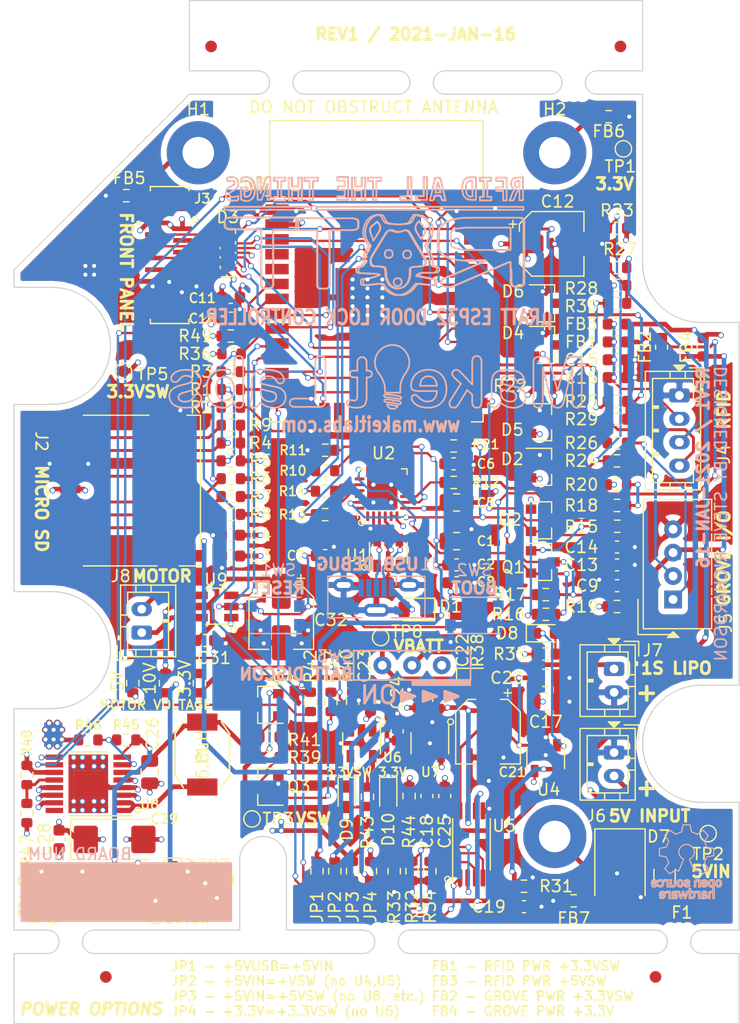
<source format=kicad_pcb>
(kicad_pcb (version 20171130) (host pcbnew "(5.1.8)-1")
  (layers (0 F.Cu signal) (1 In1.Cu power hide) (2 In2.Cu power hide) (31 B.Cu signal) (34 B.Paste user hide) (35 F.Paste user hide) (36 B.SilkS user hide) (37 F.SilkS user) (38 B.Mask user hide) (39 F.Mask user hide) (44 Edge.Cuts user))
  (net 0 "")
  (net 1 MOTOR_O2)
  (net 2 MOTOR_O1)
  (net 3 GND)
  (net 4 +3.3VSW)
  (net 5 +5VUSB)
  (net 6 +3V3)
  (net 7 EN)
  (net 8 +5VIN)
  (net 9 +VBATT)
  (net 10 +VSW)
  (net 11 GNDPWR)
  (net 12 +5VSW)
  (net 13 FP_TOUCH_BTN)
  (net 14 LCD_MOSI)
  (net 15 LCD_CLK)
  (net 16 LCD_DC)
  (net 17 LCD_RESET)
  (net 18 LCD_CS)
  (net 19 LCD_BL)
  (net 20 CHARGE_STATUS)
  (net 21 /USB_DN)
  (net 22 /USB_DP)
  (net 23 /RTS)
  (net 24 IO0)
  (net 25 SD_CLK)
  (net 26 SD_CMD)
  (net 27 SD_DAT0)
  (net 28 RXD0)
  (net 29 TXD0)
  (net 30 BEEPER)
  (net 31 TXD1)
  (net 32 RXD1)
  (net 33 SHUTDOWN)
  (net 34 N_PWR_LOSS)
  (net 35 PWR_ENABLE)
  (net 36 LOW_BAT)
  (net 37 "Net-(C7-Pad1)")
  (net 38 "Net-(C8-Pad1)")
  (net 39 "Net-(C15-Pad1)")
  (net 40 "Net-(D1-Pad2)")
  (net 41 "Net-(D4-Pad3)")
  (net 42 "Net-(D6-Pad3)")
  (net 43 "Net-(D8-Pad2)")
  (net 44 "Net-(D9-Pad2)")
  (net 45 "Net-(J1-Pad4)")
  (net 46 "Net-(J2-Pad1)")
  (net 47 "Net-(J2-Pad2)")
  (net 48 "Net-(J2-Pad3)")
  (net 49 "Net-(J2-Pad5)")
  (net 50 "Net-(J2-Pad7)")
  (net 51 "Net-(J2-Pad8)")
  (net 52 "Net-(J4-Pad4)")
  (net 53 "Net-(J4-Pad3)")
  (net 54 "Net-(J8-Pad2)")
  (net 55 "Net-(J8-Pad1)")
  (net 56 "Net-(L1-Pad2)")
  (net 57 "Net-(Q1-Pad1)")
  (net 58 "Net-(Q2-Pad1)")
  (net 59 "Net-(Q3-Pad1)")
  (net 60 "Net-(Q4-Pad1)")
  (net 61 "Net-(U1-Pad3)")
  (net 62 "Net-(U1-Pad1)")
  (net 63 "Net-(U2-Pad24)")
  (net 64 "Net-(U2-Pad22)")
  (net 65 "Net-(U2-Pad18)")
  (net 66 "Net-(U2-Pad17)")
  (net 67 "Net-(U2-Pad16)")
  (net 68 "Net-(U2-Pad15)")
  (net 69 "Net-(U2-Pad14)")
  (net 70 "Net-(U2-Pad13)")
  (net 71 "Net-(U2-Pad12)")
  (net 72 "Net-(U2-Pad11)")
  (net 73 "Net-(U2-Pad10)")
  (net 74 "Net-(U2-Pad1)")
  (net 75 "Net-(U3-Pad32)")
  (net 76 "Net-(U3-Pad22)")
  (net 77 "Net-(U3-Pad21)")
  (net 78 "Net-(U3-Pad20)")
  (net 79 "Net-(U3-Pad19)")
  (net 80 "Net-(U3-Pad18)")
  (net 81 "Net-(U3-Pad17)")
  (net 82 "Net-(U3-Pad5)")
  (net 83 "Net-(U3-Pad4)")
  (net 84 "Net-(U7-Pad4)")
  (net 85 "Net-(F1-Pad2)")
  (net 86 "Net-(C13-Pad1)")
  (net 87 EXP_SDA)
  (net 88 ALARM_SCL)
  (net 89 +10VSW)
  (net 90 "Net-(J7-Pad1)")
  (net 91 DTR)
  (net 92 "Net-(J5-Pad2)")
  (net 93 "Net-(J5-Pad1)")
  (net 94 "Net-(C27-Pad1)")
  (net 95 "Net-(C31-Pad1)")
  (net 96 "Net-(D10-Pad2)")
  (net 97 "Net-(D12-Pad2)")
  (net 98 "Net-(Q3-Pad3)")
  (net 99 "Net-(Q4-Pad3)")
  (net 100 "Net-(R10-Pad1)")
  (net 101 "Net-(R12-Pad1)")
  (net 102 "Net-(R13-Pad2)")
  (net 103 "Net-(R14-Pad2)")
  (net 104 "Net-(R31-Pad2)")
  (net 105 "Net-(R33-Pad2)")
  (net 106 "Net-(R34-Pad2)")
  (net 107 "Net-(R38-Pad1)")
  (net 108 "Net-(R45-Pad1)")
  (net 109 "Net-(R47-Pad1)")
  (net 110 "Net-(SW3-Pad1)")
  (net 111 "Net-(U6-Pad4)")
  (net 112 "Net-(U8-Pad16)")
  (net 113 "Net-(FB5-Pad2)")
  (net 114 "Net-(FB6-Pad2)")
  (net 115 "Net-(FB7-Pad2)")
  (module uratt:TE_1-1734742-2 (layer F.Cu) (at 38.354 36.322 270)
    (fp_text reference J3 (at -4.822 -2.896 180) (layer F.SilkS) (effects (font (size 0.8 0.8))))
    (fp_text value Conn_01x10)
    (pad S1 smd rect (at -4.45 0 270) (size 1.4 2.9) (layers F.Cu F.Paste F.Mask))
    (pad S2 smd rect (at 4.45 0 270) (size 1.4 2.9) (layers F.Cu F.Paste F.Mask))
    (pad 1 smd rect (at -2.75 1.2 270) (size 0.4 1.6) (layers F.Cu F.Paste F.Mask) (net 4 +3.3VSW))
    (pad 2 smd rect (at -2.25 -1.2 270) (size 0.4 1.6) (layers F.Cu F.Paste F.Mask) (net 4 +3.3VSW))
    (pad 3 smd rect (at -1.75 1.2 270) (size 0.4 1.6) (layers F.Cu F.Paste F.Mask) (net 19 LCD_BL))
    (pad 4 smd rect (at -1.25 -1.2 270) (size 0.4 1.6) (layers F.Cu F.Paste F.Mask) (net 18 LCD_CS))
    (pad 5 smd rect (at -0.75 1.2 270) (size 0.4 1.6) (layers F.Cu F.Paste F.Mask) (net 17 LCD_RESET))
    (pad 6 smd rect (at -0.25 -1.2 270) (size 0.4 1.6) (layers F.Cu F.Paste F.Mask) (net 16 LCD_DC))
    (pad 7 smd rect (at 0.25 1.2 270) (size 0.4 1.6) (layers F.Cu F.Paste F.Mask) (net 15 LCD_CLK))
    (pad 8 smd rect (at 0.75 -1.2 270) (size 0.4 1.6) (layers F.Cu F.Paste F.Mask) (net 14 LCD_MOSI))
    (pad 9 smd rect (at 1.25 1.2 270) (size 0.4 1.6) (layers F.Cu F.Paste F.Mask) (net 30 BEEPER))
    (pad 10 smd rect (at 1.75 -1.2 270) (size 0.4 1.6) (layers F.Cu F.Paste F.Mask) (net 13 FP_TOUCH_BTN))
    (pad 11 smd rect (at 2.25 1.2 270) (size 0.4 1.6) (layers F.Cu F.Paste F.Mask) (net 3 GND))
    (pad 12 smd rect (at 2.75 -1.2 270) (size 0.4 1.6) (layers F.Cu F.Paste F.Mask) (net 3 GND))
  )
  (module uratt:SRR6603-6R8ML (layer F.Cu) (at 41.25 79 270)
    (fp_text reference L1 (at 0 0 90) (layer F.SilkS))
    (fp_text value 6.8uH (at 0 0 90) (layer F.SilkS))
    (fp_text user * (at 0 0 90) (layer F.SilkS))
    (pad 1 smd rect (at -2.77495 0 270) (size 1.4605 2.5908) (layers F.Cu F.Paste F.Mask) (net 10 +VSW))
    (pad 2 smd rect (at 2.77495 0 270) (size 1.4605 2.5908) (layers F.Cu F.Paste F.Mask) (net 56 "Net-(L1-Pad2)"))
  )
  (module Resistor_SMD:R_0603_1608Metric (layer F.Cu) (at 41 72.898 90)
    (fp_text reference JP7 hide)
    (fp_text value "0 (OPTION)")
    (pad 2 smd roundrect (at 0.825 0 90) (size 0.8 0.95) (layers F.Cu F.Paste F.Mask) (net 95 "Net-(C31-Pad1)"))
    (pad 1 smd roundrect (at -0.825 0 90) (size 0.8 0.95) (layers F.Cu F.Paste F.Mask) (net 4 +3.3VSW))
  )
  (module Fiducial:Fiducial_0.75mm_Mask1.5mm (layer F.Cu) (at 27.25 63.25)
    (fp_text reference FID7 hide)
    (fp_text value Fiducial)
    (pad "" smd circle (at 0 0) (size 0.75 0.75) (layers F.Cu F.Mask) (clearance 0.375))
  )
  (module Fiducial:Fiducial_0.75mm_Mask1.5mm (layer F.Cu) (at 85 91.75)
    (fp_text reference FID6 hide)
    (fp_text value Fiducial)
    (pad "" smd circle (at 0 0) (size 0.75 0.75) (layers F.Cu F.Mask) (clearance 0.375))
  )
  (module Fiducial:Fiducial_0.75mm_Mask1.5mm (layer F.Cu) (at 31.75 34.75)
    (fp_text reference FID5 hide)
    (fp_text value Fiducial)
    (pad "" smd circle (at 0 0) (size 0.75 0.75) (layers F.Cu F.Mask) (clearance 0.375))
  )
  (module Fiducial:Fiducial_1mm_Mask3mm (layer F.Cu) (at 80 98)
    (fp_text reference FID4 hide)
    (fp_text value Fiducial)
    (pad "" smd circle (at 0 0) (size 1 1) (layers F.Cu F.Mask) (clearance 1))
  )
  (module Fiducial:Fiducial_1mm_Mask3mm (layer F.Cu) (at 33 98)
    (fp_text reference FID3 hide)
    (fp_text value Fiducial)
    (pad "" smd circle (at 0 0) (size 1 1) (layers F.Cu F.Mask) (clearance 1))
  )
  (module Fiducial:Fiducial_1mm_Mask3mm (layer F.Cu) (at 77 18.5)
    (fp_text reference FID2 hide)
    (fp_text value Fiducial)
    (pad "" smd circle (at 0 0) (size 1 1) (layers F.Cu F.Mask) (clearance 1))
  )
  (module Fiducial:Fiducial_1mm_Mask3mm (layer F.Cu) (at 42 18.5)
    (fp_text reference FID1 hide)
    (fp_text value Fiducial)
    (pad "" smd circle (at 0 0) (size 1 1) (layers F.Cu F.Mask) (clearance 1))
  )
  (module uratt:RATT_BITE (layer F.Cu) (at 50 22.580001 180)
    (fp_text reference BK1 hide)
    (fp_text value BREAKAWAY)
    (pad "" np_thru_hole circle (at 1.25 0 180) (size 0.35 0.35) (drill 0.35) (layers *.Cu *.Mask))
    (pad "" np_thru_hole circle (at 2.75 0 180) (size 0.35 0.35) (drill 0.35) (layers *.Cu *.Mask))
    (pad "" np_thru_hole circle (at 2 0 180) (size 0.35 0.35) (drill 0.35) (layers *.Cu *.Mask))
  )
  (module uratt:RATT_BITE (layer F.Cu) (at 80 94)
    (fp_text reference BK6 hide)
    (fp_text value BREAKAWAY)
    (pad "" np_thru_hole circle (at 1.25 0) (size 0.35 0.35) (drill 0.35) (layers *.Cu *.Mask))
    (pad "" np_thru_hole circle (at 2.75 0) (size 0.35 0.35) (drill 0.35) (layers *.Cu *.Mask))
    (pad "" np_thru_hole circle (at 2 0) (size 0.35 0.35) (drill 0.35) (layers *.Cu *.Mask))
  )
  (module uratt:RATT_BITE (layer F.Cu) (at 55 94)
    (fp_text reference BK5 hide)
    (fp_text value BREAKAWAY)
    (pad "" np_thru_hole circle (at 1.25 0) (size 0.35 0.35) (drill 0.35) (layers *.Cu *.Mask))
    (pad "" np_thru_hole circle (at 2.75 0) (size 0.35 0.35) (drill 0.35) (layers *.Cu *.Mask))
    (pad "" np_thru_hole circle (at 2 0) (size 0.35 0.35) (drill 0.35) (layers *.Cu *.Mask))
  )
  (module uratt:RATT_BITE (layer F.Cu) (at 28 94)
    (fp_text reference BK4 hide)
    (fp_text value BREAKAWAY)
    (pad "" np_thru_hole circle (at 1.25 0) (size 0.35 0.35) (drill 0.35) (layers *.Cu *.Mask))
    (pad "" np_thru_hole circle (at 2.75 0) (size 0.35 0.35) (drill 0.35) (layers *.Cu *.Mask))
    (pad "" np_thru_hole circle (at 2 0) (size 0.35 0.35) (drill 0.35) (layers *.Cu *.Mask))
  )
  (module uratt:RATT_BITE (layer F.Cu) (at 62 22.580001 180)
    (fp_text reference BK3 hide)
    (fp_text value BREAKAWAY)
    (pad "" np_thru_hole circle (at 1.25 0 180) (size 0.35 0.35) (drill 0.35) (layers *.Cu *.Mask))
    (pad "" np_thru_hole circle (at 2.75 0 180) (size 0.35 0.35) (drill 0.35) (layers *.Cu *.Mask))
    (pad "" np_thru_hole circle (at 2 0 180) (size 0.35 0.35) (drill 0.35) (layers *.Cu *.Mask))
  )
  (module uratt:RATT_BITE (layer F.Cu) (at 75 22.580001 180)
    (fp_text reference BK2 hide)
    (fp_text value BREAKAWAY)
    (pad "" np_thru_hole circle (at 1.25 0 180) (size 0.35 0.35) (drill 0.35) (layers *.Cu *.Mask))
    (pad "" np_thru_hole circle (at 2.75 0 180) (size 0.35 0.35) (drill 0.35) (layers *.Cu *.Mask))
    (pad "" np_thru_hole circle (at 2 0 180) (size 0.35 0.35) (drill 0.35) (layers *.Cu *.Mask))
  )
  (module MountingHole:MountingHole_2.7mm_M2.5_Pad_TopBottom (layer F.Cu) (at 71.386 86.000001)
    (fp_text reference H4 hide)
    (fp_text value MountingHole_Pad)
    (pad 1 connect circle (at 0 0) (size 5.4 5.4) (layers B.Cu B.Mask) (net 115 "Net-(FB7-Pad2)"))
    (pad 1 connect circle (at 0 0) (size 5.4 5.4) (layers F.Cu F.Mask) (net 115 "Net-(FB7-Pad2)"))
    (pad 1 thru_hole circle (at 0 0) (size 3.1 3.1) (drill 2.7) (layers *.Cu *.Mask) (net 115 "Net-(FB7-Pad2)"))
  )
  (module MountingHole:MountingHole_2.7mm_M2.5_Pad_TopBottom (layer F.Cu) (at 71.386 27.580001)
    (fp_text reference H2 (at 0 -3.7) (layer F.SilkS))
    (fp_text value MountingHole_Pad)
    (pad 1 connect circle (at 0 0) (size 5.4 5.4) (layers B.Cu B.Mask) (net 114 "Net-(FB6-Pad2)"))
    (pad 1 connect circle (at 0 0) (size 5.4 5.4) (layers F.Cu F.Mask) (net 114 "Net-(FB6-Pad2)"))
    (pad 1 thru_hole circle (at 0 0) (size 3.1 3.1) (drill 2.7) (layers *.Cu *.Mask) (net 114 "Net-(FB6-Pad2)"))
  )
  (module MountingHole:MountingHole_2.7mm_M2.5_Pad_TopBottom (layer F.Cu) (at 40.906 27.580001)
    (fp_text reference H1 (at 0 -3.7) (layer F.SilkS))
    (fp_text value MountingHole_Pad)
    (pad 1 connect circle (at 0 0) (size 5.4 5.4) (layers B.Cu B.Mask) (net 113 "Net-(FB5-Pad2)"))
    (pad 1 connect circle (at 0 0) (size 5.4 5.4) (layers F.Cu F.Mask) (net 113 "Net-(FB5-Pad2)"))
    (pad 1 thru_hole circle (at 0 0) (size 3.1 3.1) (drill 2.7) (layers *.Cu *.Mask) (net 113 "Net-(FB5-Pad2)"))
  )
  (module Resistor_SMD:R_0603_1608Metric (layer F.Cu) (at 73 91.5)
    (fp_text reference FB7 (at 0 1.5) (layer F.SilkS))
    (fp_text value OPTION)
    (pad 2 smd roundrect (at 0.825 0) (size 0.8 0.95) (layers F.Cu F.Paste F.Mask) (net 115 "Net-(FB7-Pad2)"))
    (pad 1 smd roundrect (at -0.825 0) (size 0.8 0.95) (layers F.Cu F.Paste F.Mask) (net 3 GND))
  )
  (module Resistor_SMD:R_0603_1608Metric (layer F.Cu) (at 76 24.5 180)
    (fp_text reference FB6 (at 0 -1.25) (layer F.SilkS))
    (fp_text value OPTION)
    (pad 2 smd roundrect (at 0.825 0 180) (size 0.8 0.95) (layers F.Cu F.Paste F.Mask) (net 114 "Net-(FB6-Pad2)"))
    (pad 1 smd roundrect (at -0.825 0 180) (size 0.8 0.95) (layers F.Cu F.Paste F.Mask) (net 3 GND))
  )
  (module Resistor_SMD:R_0603_1608Metric (layer F.Cu) (at 34.75 31.25)
    (fp_text reference FB5 (at 0.25 -1.5) (layer F.SilkS))
    (fp_text value OPTION)
    (pad 2 smd roundrect (at 0.825 0) (size 0.8 0.95) (layers F.Cu F.Paste F.Mask) (net 113 "Net-(FB5-Pad2)"))
    (pad 1 smd roundrect (at -0.825 0) (size 0.8 0.95) (layers F.Cu F.Paste F.Mask) (net 3 GND))
  )
  (module Capacitor_SMD:CP_Elec_5x3 (layer F.Cu) (at 48 67.25 270)
    (fp_text reference C32 (at 0.25 -4.25) (layer F.SilkS))
    (fp_text value 100uF)
    (pad 2 smd roundrect (at 2.2 0 270) (size 3 1.6) (layers F.Cu F.Paste F.Mask) (roundrect_rratio 0.15625) (net 3 GND))
    (pad 1 smd roundrect (at -2.2 0 270) (size 3 1.6) (layers F.Cu F.Paste F.Mask) (roundrect_rratio 0.15625) (net 95 "Net-(C31-Pad1)"))
  )
  (module Resistor_SMD:R_0603_1608Metric (layer F.Cu) (at 35.306 72.898 90)
    (fp_text reference JP5 hide)
    (fp_text value "0 (OPTION)")
    (pad 2 smd roundrect (at 0.825 0 90) (size 0.8 0.95) (layers F.Cu F.Paste F.Mask) (net 95 "Net-(C31-Pad1)"))
    (pad 1 smd roundrect (at -0.825 0 90) (size 0.8 0.95) (layers F.Cu F.Paste F.Mask) (net 12 +5VSW))
  )
  (module Package_DFN_QFN:UDFN-9_1.0x3.8mm_P0.5mm (layer F.Cu) (at 43.434 36.126001)
    (fp_text reference D3 (at 0 -3.048) (layer F.SilkS))
    (fp_text value DT1240A-08LP3810-7)
    (pad 9 smd rect (at 0.475 -1.3) (size 0.6 0.2) (layers F.Cu F.Paste F.Mask) (net 18 LCD_CS))
    (pad 8 smd rect (at 0.475 -0.4) (size 0.6 0.2) (layers F.Cu F.Paste F.Mask) (net 16 LCD_DC))
    (pad 7 smd rect (at 0.475 0.4) (size 0.6 0.2) (layers F.Cu F.Paste F.Mask) (net 15 LCD_CLK))
    (pad 6 smd rect (at 0.475 1.3) (size 0.6 0.2) (layers F.Cu F.Paste F.Mask) (net 30 BEEPER))
    (pad 5 smd rect (at -0.475 1.7) (size 0.6 0.2) (layers F.Cu F.Paste F.Mask) (net 13 FP_TOUCH_BTN))
    (pad 4 smd rect (at -0.475 0.8) (size 0.6 0.2) (layers F.Cu F.Paste F.Mask) (net 14 LCD_MOSI))
    (pad 3 smd rect (at -0.475 0) (size 0.6 0.2) (layers F.Cu F.Paste F.Mask) (net 3 GND))
    (pad 2 smd rect (at -0.475 -0.8) (size 0.6 0.2) (layers F.Cu F.Paste F.Mask) (net 17 LCD_RESET))
    (pad 1 smd rect (at -0.475 -1.7) (size 0.6 0.2) (layers F.Cu F.Paste F.Mask) (net 19 LCD_BL))
  )
  (module Resistor_SMD:R_0603_1608Metric (layer F.Cu) (at 47 77.5)
    (fp_text reference R41 (at 3 0.25) (layer F.SilkS))
    (fp_text value 1K)
    (pad 2 smd roundrect (at 0.825 0) (size 0.8 0.95) (layers F.Cu F.Paste F.Mask) (net 98 "Net-(Q3-Pad3)"))
    (pad 1 smd roundrect (at -0.825 0) (size 0.8 0.95) (layers F.Cu F.Paste F.Mask) (net 60 "Net-(Q4-Pad1)"))
  )
  (module Resistor_SMD:R_0603_1608Metric (layer F.Cu) (at 47 79.25 180)
    (fp_text reference R39 (at -3 0) (layer F.SilkS))
    (fp_text value 10K)
    (pad 2 smd roundrect (at 0.825 0 180) (size 0.8 0.95) (layers F.Cu F.Paste F.Mask) (net 10 +VSW))
    (pad 1 smd roundrect (at -0.825 0 180) (size 0.8 0.95) (layers F.Cu F.Paste F.Mask) (net 98 "Net-(Q3-Pad3)"))
  )
  (module Resistor_SMD:R_0603_1608Metric (layer F.Cu) (at 52.25 74.5 90)
    (fp_text reference R37 (at 3 0 90) (layer F.SilkS))
    (fp_text value 1K)
    (pad 2 smd roundrect (at 0.825 0 90) (size 0.8 0.95) (layers F.Cu F.Paste F.Mask) (net 35 PWR_ENABLE))
    (pad 1 smd roundrect (at -0.825 0 90) (size 0.8 0.95) (layers F.Cu F.Paste F.Mask) (net 59 "Net-(Q3-Pad1)"))
  )
  (module Package_TO_SOT_SMD:SOT-23 (layer F.Cu) (at 46.75 74.75 180)
    (fp_text reference Q4 (at -1.5 2.25 180) (layer F.SilkS))
    (fp_text value DMP31D0U)
    (pad 3 smd rect (at 1 0 180) (size 0.9 0.8) (layers F.Cu F.Paste F.Mask) (net 99 "Net-(Q4-Pad3)"))
    (pad 2 smd rect (at -1 0.95 180) (size 0.9 0.8) (layers F.Cu F.Paste F.Mask) (net 10 +VSW))
    (pad 1 smd rect (at -1 -0.95 180) (size 0.9 0.8) (layers F.Cu F.Paste F.Mask) (net 60 "Net-(Q4-Pad1)"))
  )
  (module Package_TO_SOT_SMD:SOT-23 (layer F.Cu) (at 46.75 81.75 180)
    (fp_text reference Q3 (at -2.75 0 180) (layer F.SilkS))
    (fp_text value 2N7002)
    (pad 3 smd rect (at 1 0 180) (size 0.9 0.8) (layers F.Cu F.Paste F.Mask) (net 98 "Net-(Q3-Pad3)"))
    (pad 2 smd rect (at -1 0.95 180) (size 0.9 0.8) (layers F.Cu F.Paste F.Mask) (net 3 GND))
    (pad 1 smd rect (at -1 -0.95 180) (size 0.9 0.8) (layers F.Cu F.Paste F.Mask) (net 59 "Net-(Q3-Pad1)"))
  )
  (module Capacitor_SMD:CP_Elec_5x3 (layer F.Cu) (at 65.677931 77.044827 270)
    (fp_text reference C21 (at 3.455173 -2.072069 180) (layer F.SilkS) (effects (font (size 0.8 0.8))))
    (fp_text value 100uF)
    (pad 2 smd roundrect (at 2.2 0 270) (size 3 1.6) (layers F.Cu F.Paste F.Mask) (roundrect_rratio 0.15625) (net 3 GND))
    (pad 1 smd roundrect (at -2.2 0 270) (size 3 1.6) (layers F.Cu F.Paste F.Mask) (roundrect_rratio 0.15625) (net 10 +VSW))
  )
  (module TestPoint:TestPoint_Pad_D1.0mm (layer F.Cu) (at 41.5 91.25)
    (fp_text reference TP7 (at 0.75 -2.75 180) (layer F.SilkS))
    (fp_text value TestPoint)
    (pad 1 smd circle (at 0 0) (size 1 1) (layers F.Cu F.Mask) (net 3 GND))
  )
  (module Resistor_SMD:R_0603_1608Metric (layer F.Cu) (at 62.75 55.75)
    (fp_text reference R12 (at 2.75 0) (layer F.SilkS) (effects (font (size 0.8 0.8))))
    (fp_text value 1K)
    (pad 2 smd roundrect (at 0.825 0) (size 0.8 0.95) (layers F.Cu F.Paste F.Mask) (net 4 +3.3VSW))
    (pad 1 smd roundrect (at -0.825 0) (size 0.8 0.95) (layers F.Cu F.Paste F.Mask) (net 101 "Net-(R12-Pad1)"))
  )
  (module Resistor_SMD:R_0603_1608Metric (layer F.Cu) (at 51.75 53)
    (fp_text reference R11 (at -2.75 0) (layer F.SilkS) (effects (font (size 0.8 0.8))))
    (fp_text value 47.5K)
    (pad 2 smd roundrect (at 0.825 0) (size 0.8 0.95) (layers F.Cu F.Paste F.Mask) (net 100 "Net-(R10-Pad1)"))
    (pad 1 smd roundrect (at -0.825 0) (size 0.8 0.95) (layers F.Cu F.Paste F.Mask) (net 3 GND))
  )
  (module Resistor_SMD:R_0603_1608Metric (layer F.Cu) (at 51.75 54.75)
    (fp_text reference R10 (at -2.75 0) (layer F.SilkS) (effects (font (size 0.8 0.8))))
    (fp_text value 22.1K)
    (pad 2 smd roundrect (at 0.825 0) (size 0.8 0.95) (layers F.Cu F.Paste F.Mask) (net 5 +5VUSB))
    (pad 1 smd roundrect (at -0.825 0) (size 0.8 0.95) (layers F.Cu F.Paste F.Mask) (net 100 "Net-(R10-Pad1)"))
  )
  (module TestPoint:TestPoint_Pad_D1.0mm (layer F.Cu) (at 37.25 92.75)
    (fp_text reference TP6 (at 1.75 -1) (layer F.SilkS) (effects (font (size 0.8 0.8))))
    (fp_text value TestPoint)
    (pad 1 smd circle (at 0 0) (size 1 1) (layers F.Cu F.Mask) (net 89 +10VSW))
  )
  (module Resistor_SMD:R_0603_1608Metric (layer F.Cu) (at 38.1 72.898 90)
    (fp_text reference JP6 hide)
    (fp_text value "0 (OPTION)")
    (pad 2 smd roundrect (at 0.825 0 90) (size 0.8 0.95) (layers F.Cu F.Paste F.Mask) (net 95 "Net-(C31-Pad1)"))
    (pad 1 smd roundrect (at -0.825 0 90) (size 0.8 0.95) (layers F.Cu F.Paste F.Mask) (net 89 +10VSW))
  )
  (module Resistor_SMD:R_0603_1608Metric (layer F.Cu) (at 76.708 34.036)
    (fp_text reference R23 (at 0 -1.524) (layer F.SilkS))
    (fp_text value 4.7K)
    (pad 2 smd roundrect (at 0.825 0) (size 0.8 0.95) (layers F.Cu F.Paste F.Mask) (net 6 +3V3))
    (pad 1 smd roundrect (at -0.825 0) (size 0.8 0.95) (layers F.Cu F.Paste F.Mask) (net 87 EXP_SDA))
  )
  (module Resistor_SMD:R_0603_1608Metric (layer F.Cu) (at 70.612 47.498 180)
    (fp_text reference R22 (at 3.048 0) (layer F.SilkS))
    (fp_text value 4.7K)
    (pad 2 smd roundrect (at 0.825 0 180) (size 0.8 0.95) (layers F.Cu F.Paste F.Mask) (net 6 +3V3))
    (pad 1 smd roundrect (at -0.825 0 180) (size 0.8 0.95) (layers F.Cu F.Paste F.Mask) (net 88 ALARM_SCL))
  )
  (module Connector:NS-Tech_Grove_1x04_P2mm_Vertical (layer F.Cu) (at 81.5 65.75 180)
    (fp_text reference J5 (at -4.5 -2 90) (layer F.SilkS))
    (fp_text value Conn_01x04)
    (pad 4 thru_hole circle (at 0 6 180) (size 1.524 1.524) (drill 0.762) (layers *.Cu *.Mask) (net 3 GND))
    (pad 3 thru_hole circle (at 0 4 180) (size 1.524 1.524) (drill 0.762) (layers *.Cu *.Mask) (net 86 "Net-(C13-Pad1)"))
    (pad 2 thru_hole circle (at 0 2 180) (size 1.524 1.524) (drill 0.762) (layers *.Cu *.Mask) (net 92 "Net-(J5-Pad2)"))
    (pad 1 thru_hole rect (at 0 0 180) (size 1.524 1.524) (drill 0.762) (layers *.Cu *.Mask) (net 93 "Net-(J5-Pad1)"))
  )
  (module Inductor_SMD:L_0603_1608Metric (layer F.Cu) (at 84.074 44.196 90)
    (fp_text reference FB4 (at 0 -1.43 90) (layer F.SilkS))
    (fp_text value "FB (OPTION)")
    (pad 2 smd roundrect (at 0.7875 0 90) (size 0.875 0.95) (layers F.Cu F.Paste F.Mask) (net 6 +3V3))
    (pad 1 smd roundrect (at -0.7875 0 90) (size 0.875 0.95) (layers F.Cu F.Paste F.Mask) (net 86 "Net-(C13-Pad1)"))
  )
  (module Inductor_SMD:L_0603_1608Metric (layer F.Cu) (at 80.518 44.196 90)
    (fp_text reference FB2 (at 0 -1.43 90) (layer F.SilkS))
    (fp_text value "FB (OPTION)")
    (pad 2 smd roundrect (at 0.7875 0 90) (size 0.875 0.95) (layers F.Cu F.Paste F.Mask) (net 4 +3.3VSW))
    (pad 1 smd roundrect (at -0.7875 0 90) (size 0.875 0.95) (layers F.Cu F.Paste F.Mask) (net 86 "Net-(C13-Pad1)"))
  )
  (module Fuse:Fuse_1206_3216Metric (layer F.Cu) (at 80.772 89.408 90)
    (fp_text reference F1 (at -3.092 1.478 180) (layer F.SilkS))
    (fp_text value MF-NSHT075KX-2)
    (pad 2 smd roundrect (at 1.4 0 90) (size 1.25 1.75) (layers F.Cu F.Paste F.Mask) (roundrect_rratio 0.2) (net 85 "Net-(F1-Pad2)"))
    (pad 1 smd roundrect (at -1.4 0 90) (size 1.25 1.75) (layers F.Cu F.Paste F.Mask) (roundrect_rratio 0.2) (net 8 +5VIN))
  )
  (module Diode_SMD:D_SMB (layer F.Cu) (at 76.962 88.9 270)
    (fp_text reference D7 (at -2.9 -3.288 180) (layer F.SilkS))
    (fp_text value SM6T6V8A)
    (pad 2 smd rect (at 2.15 0 270) (size 2.5 2.3) (layers F.Cu F.Paste F.Mask) (net 3 GND))
    (pad 1 smd rect (at -2.15 0 270) (size 2.5 2.3) (layers F.Cu F.Paste F.Mask) (net 8 +5VIN))
  )
  (module uratt:EAO-SPDT (layer B.Cu) (at 59.182 71.374 180)
    (fp_text reference SW3 (at 6.604 0.762) (layer B.SilkS) (effects (justify mirror)))
    (fp_text value SW_SPDT)
    (pad 3 thru_hole circle (at 2.54 0 180) (size 1.524 1.524) (drill 0.762) (layers *.Cu *.Mask) (net 9 +VBATT))
    (pad 2 thru_hole circle (at 0 0 180) (size 1.524 1.524) (drill 0.762) (layers *.Cu *.Mask) (net 90 "Net-(J7-Pad1)"))
    (pad 1 thru_hole circle (at -2.54 0 180) (size 1.524 1.524) (drill 0.762) (layers *.Cu *.Mask) (net 110 "Net-(SW3-Pad1)"))
  )
  (module Connector_USB:USB_Micro-B_Molex-105133-0001 (layer B.Cu) (at 56.134 65.590001 180)
    (fp_text reference J1 (at -4.572 2.852001) (layer B.SilkS) (effects (justify mirror)))
    (fp_text value USB_B_Micro)
    (pad 6 thru_hole oval (at 0 -1.075 180) (size 2.2 1.1) (drill oval 1.6 0.5) (layers *.Cu *.Mask) (net 3 GND))
    (pad 6 thru_hole oval (at 2.8 1.075 180) (size 1.8 1.1) (drill oval 1.2 0.5) (layers *.Cu *.Mask) (net 3 GND))
    (pad 6 thru_hole oval (at -2.8 1.075 180) (size 1.8 1.1) (drill oval 1.2 0.5) (layers *.Cu *.Mask) (net 3 GND))
    (pad 1 smd rect (at -1.3 0.825 180) (size 0.45 1.5) (layers B.Cu B.Paste B.Mask) (net 40 "Net-(D1-Pad2)"))
    (pad 5 smd rect (at 1.3 0.825 180) (size 0.45 1.5) (layers B.Cu B.Paste B.Mask) (net 3 GND))
    (pad 2 smd rect (at -0.65 0.825 180) (size 0.45 1.5) (layers B.Cu B.Paste B.Mask) (net 21 /USB_DN))
    (pad 4 smd rect (at 0.65 0.825 180) (size 0.45 1.5) (layers B.Cu B.Paste B.Mask) (net 45 "Net-(J1-Pad4)"))
    (pad 3 smd rect (at 0 0.825 180) (size 0.45 1.5) (layers B.Cu B.Paste B.Mask) (net 22 /USB_DP))
  )
  (module Diode_SMD:D_0805_2012Metric (layer F.Cu) (at 59.436 66.606001 180)
    (fp_text reference D1 (at -3.048 0.254) (layer F.SilkS))
    (fp_text value SD0805S020S1R0)
    (pad 2 smd roundrect (at 0.9375 0 180) (size 0.975 1.4) (layers F.Cu F.Paste F.Mask) (net 40 "Net-(D1-Pad2)"))
    (pad 1 smd roundrect (at -0.9375 0 180) (size 0.975 1.4) (layers F.Cu F.Paste F.Mask) (net 5 +5VUSB))
  )
  (module Resistor_SMD:R_0603_1608Metric (layer F.Cu) (at 76.708 52.382001 180)
    (fp_text reference R26 (at 3.048 0) (layer F.SilkS))
    (fp_text value 47)
    (pad 2 smd roundrect (at 0.825 0 180) (size 0.8 0.95) (layers F.Cu F.Paste F.Mask) (net 88 ALARM_SCL))
    (pad 1 smd roundrect (at -0.825 0 180) (size 0.8 0.95) (layers F.Cu F.Paste F.Mask) (net 93 "Net-(J5-Pad1)"))
  )
  (module uratt:GND_TIE (layer F.Cu) (at 29.236001 76.884 270)
    (fp_text reference GT1 hide)
    (fp_text value 0)
    (fp_poly (pts (xy 1.397 1.4605) (xy -0.5715 1.4605) (xy -0.5715 0) (xy 1.397 0)) (layer B.Cu) (width 0.1))
    (fp_poly (pts (xy 1.397 1.4605) (xy -0.5715 1.4605) (xy -0.5715 0) (xy 1.397 0)) (layer F.Cu) (width 0.1))
    (pad 2 smd circle (at 1.397 0.381 270) (size 0.6 0.6) (layers F.Cu F.Paste F.Mask) (net 11 GNDPWR))
    (pad 2 smd circle (at 1.397 1.0795 270) (size 0.6 0.6) (layers F.Cu F.Paste F.Mask) (net 11 GNDPWR))
    (pad 2 smd circle (at 0.8255 1.397 270) (size 0.6 0.6) (layers F.Cu F.Paste F.Mask) (net 11 GNDPWR))
    (pad 2 smd circle (at 0.8255 0.6985 270) (size 0.6 0.6) (layers F.Cu F.Paste F.Mask) (net 11 GNDPWR))
    (pad 2 smd circle (at 0.8255 0 270) (size 0.6 0.6) (layers F.Cu F.Paste F.Mask) (net 11 GNDPWR))
    (pad 1 smd circle (at -0.5715 0.381 270) (size 0.6 0.6) (layers F.Cu F.Paste F.Mask) (net 3 GND))
    (pad 1 smd circle (at -0.5715 1.0795 270) (size 0.6 0.6) (layers F.Cu F.Paste F.Mask) (net 3 GND))
    (pad 1 smd circle (at 0 1.397 270) (size 0.6 0.6) (layers F.Cu F.Paste F.Mask) (net 3 GND))
    (pad 1 smd circle (at 0 0.6985 270) (size 0.6 0.6) (layers F.Cu F.Paste F.Mask) (net 3 GND))
    (pad 1 smd circle (at 0 0 270) (size 0.6 0.6) (layers F.Cu F.Paste F.Mask) (net 3 GND))
  )
  (module MountingHole:MountingHole_2.7mm_M2.5 (layer F.Cu) (at 40.905999 86.000001)
    (fp_text reference H3 hide)
    (fp_text value MountingHole)
    (pad 1 np_thru_hole circle (at 0 0) (size 2.7 2.7) (drill 2.7) (layers *.Cu *.Mask))
  )
  (module uratt:PWP0016C (layer F.Cu) (at 31.5 81.5 90)
    (fp_text reference U8 (at -1.75 5.25) (layer F.SilkS) (effects (font (size 0.8 0.8))))
    (fp_text value TPS61032PWP)
    (pad P smd rect (at 0 1.4605 90) (size 5 0.47) (layers F.Cu) (net 11 GNDPWR))
    (pad P smd rect (at 0 -1.4605 90) (size 5 0.47) (layers F.Cu) (net 11 GNDPWR))
    (pad P smd rect (at -1.83 0 90) (size 1.35 2.46) (layers F.Cu) (net 11 GNDPWR))
    (pad P smd rect (at 1.83 0 90) (size 1.35 2.46) (layers F.Cu) (net 11 GNDPWR))
    (pad P smd rect (at 0 0 90) (size 2.31 2.46) (layers F.Cu F.Paste F.Mask) (net 11 GNDPWR))
    (pad 8 smd rect (at 2.275 2.9 90) (size 0.45 1.5) (layers F.Cu F.Paste F.Mask) (net 10 +VSW))
    (pad 9 smd rect (at 2.275 -2.9 90) (size 0.45 1.5) (layers F.Cu F.Paste F.Mask) (net 99 "Net-(Q4-Pad3)"))
    (pad 7 smd rect (at 1.625 2.9 90) (size 0.45 1.5) (layers F.Cu F.Paste F.Mask) (net 108 "Net-(R45-Pad1)"))
    (pad 10 smd rect (at 1.625 -2.9 90) (size 0.45 1.5) (layers F.Cu F.Paste F.Mask) (net 36 LOW_BAT))
    (pad 6 smd rect (at 0.975 2.9 90) (size 0.45 1.5) (layers F.Cu F.Paste F.Mask) (net 10 +VSW))
    (pad 11 smd rect (at 0.975 -2.9 90) (size 0.45 1.5) (layers F.Cu F.Paste F.Mask) (net 3 GND))
    (pad 5 smd rect (at 0.325 2.9 90) (size 0.45 1.5) (layers F.Cu F.Paste F.Mask) (net 11 GNDPWR))
    (pad 12 smd rect (at 0.325 -2.9 90) (size 0.45 1.5) (layers F.Cu F.Paste F.Mask) (net 109 "Net-(R47-Pad1)"))
    (pad 4 smd rect (at -0.325 2.9 90) (size 0.45 1.5) (layers F.Cu F.Paste F.Mask) (net 11 GNDPWR))
    (pad 13 smd rect (at -0.325 -2.9 90) (size 0.45 1.5) (layers F.Cu F.Paste F.Mask) (net 12 +5VSW))
    (pad 3 smd rect (at -0.975 2.9 90) (size 0.45 1.5) (layers F.Cu F.Paste F.Mask) (net 11 GNDPWR))
    (pad 14 smd rect (at -0.975 -2.9 90) (size 0.45 1.5) (layers F.Cu F.Paste F.Mask) (net 12 +5VSW))
    (pad 2 smd rect (at -1.625 2.9 90) (size 0.45 1.5) (layers F.Cu F.Paste F.Mask) (net 56 "Net-(L1-Pad2)"))
    (pad 15 smd rect (at -1.625 -2.9 90) (size 0.45 1.5) (layers F.Cu F.Paste F.Mask) (net 12 +5VSW))
    (pad 1 smd rect (at -2.275 2.9 90) (size 0.45 1.5) (layers F.Cu F.Paste F.Mask) (net 56 "Net-(L1-Pad2)"))
    (pad 16 smd rect (at -2.275 -2.9 90) (size 0.45 1.5) (layers F.Cu F.Paste F.Mask) (net 112 "Net-(U8-Pad16)"))
  )
  (module TestPoint:TestPoint_Pad_D1.0mm (layer F.Cu) (at 56.5 69)
    (fp_text reference TP8 (at 2.25 -0.5) (layer F.SilkS))
    (fp_text value TestPoint)
    (pad 1 smd circle (at 0 0) (size 1 1) (layers F.Cu F.Mask) (net 9 +VBATT))
  )
  (module TestPoint:TestPoint_Pad_D1.0mm (layer F.Cu) (at 34.5 46.25)
    (fp_text reference TP5 (at 2.5 0.25) (layer F.SilkS))
    (fp_text value TestPoint)
    (pad 1 smd circle (at 0 0) (size 1 1) (layers F.Cu F.Mask) (net 4 +3.3VSW))
  )
  (module TestPoint:TestPoint_Pad_D1.0mm (layer F.Cu) (at 26.25 89.75 90)
    (fp_text reference TP4 (at -2 -0.25 90) (layer F.SilkS) (effects (font (size 0.75 0.75))))
    (fp_text value TestPoint)
    (pad 1 smd circle (at 0 0 90) (size 1 1) (layers F.Cu F.Mask) (net 12 +5VSW))
  )
  (module TestPoint:TestPoint_Pad_D1.0mm (layer F.Cu) (at 45.5 84.5)
    (fp_text reference TP3 (at 2.25 0) (layer F.SilkS))
    (fp_text value TestPoint)
    (pad 1 smd circle (at 0 0) (size 1 1) (layers F.Cu F.Mask) (net 10 +VSW))
  )
  (module TestPoint:TestPoint_Pad_D1.0mm (layer F.Cu) (at 84.5 85.75)
    (fp_text reference TP2 (at 0 1.75 -180) (layer F.SilkS))
    (fp_text value TestPoint)
    (pad 1 smd circle (at 0 0) (size 1 1) (layers F.Cu F.Mask) (net 8 +5VIN))
  )
  (module TestPoint:TestPoint_Pad_D1.0mm (layer F.Cu) (at 77.25 27.25)
    (fp_text reference TP1 (at -0.25 1.5) (layer F.SilkS))
    (fp_text value TestPoint)
    (pad 1 smd circle (at 0 0) (size 1 1) (layers F.Cu F.Mask) (net 6 +3V3))
  )
  (module Capacitor_Tantalum_SMD:CP_EIA-6032-20_AVX-F (layer F.Cu) (at 33.75 86.25)
    (fp_text reference C29 (at 4.25 -1.75 180) (layer F.SilkS) (effects (font (size 0.8 0.8))))
    (fp_text value 220uF)
    (pad 2 smd roundrect (at 2.4625 0) (size 2.075 2.35) (layers F.Cu F.Paste F.Mask) (roundrect_rratio 0.120482) (net 11 GNDPWR))
    (pad 1 smd roundrect (at -2.4625 0) (size 2.075 2.35) (layers F.Cu F.Paste F.Mask) (roundrect_rratio 0.120482) (net 12 +5VSW))
  )
  (module Connector_JST:JST_PH_B2B-PH-K_1x02_P2.00mm_Vertical (layer F.Cu) (at 36.068 68.58 90)
    (fp_text reference J8 (at 4.826 -1.798) (layer F.SilkS))
    (fp_text value Conn_01x02)
    (pad 2 thru_hole oval (at 2 0 90) (size 1.2 1.75) (drill 0.75) (layers *.Cu *.Mask) (net 54 "Net-(J8-Pad2)"))
    (pad 1 thru_hole roundrect (at 0 0 90) (size 1.2 1.75) (drill 0.75) (layers *.Cu *.Mask) (roundrect_rratio 0.208333) (net 55 "Net-(J8-Pad1)"))
  )
  (module Connector_JST:JST_PH_B2B-PH-K_1x02_P2.00mm_Vertical (layer F.Cu) (at 76.454 71.686001 270)
    (fp_text reference J7 (at -1.582001 -3.302 180) (layer F.SilkS))
    (fp_text value Conn_01x02)
    (pad 2 thru_hole oval (at 2 0 270) (size 1.2 1.75) (drill 0.75) (layers *.Cu *.Mask) (net 3 GND))
    (pad 1 thru_hole roundrect (at 0 0 270) (size 1.2 1.75) (drill 0.75) (layers *.Cu *.Mask) (roundrect_rratio 0.208333) (net 90 "Net-(J7-Pad1)"))
  )
  (module Connector_JST:JST_PH_B2B-PH-K_1x02_P2.00mm_Vertical (layer F.Cu) (at 76.454 78.830001 270)
    (fp_text reference J6 (at 5.419999 1.524 180) (layer F.SilkS))
    (fp_text value Conn_01x02)
    (pad 2 thru_hole oval (at 2 0 270) (size 1.2 1.75) (drill 0.75) (layers *.Cu *.Mask) (net 85 "Net-(F1-Pad2)"))
    (pad 1 thru_hole roundrect (at 0 0 270) (size 1.2 1.75) (drill 0.75) (layers *.Cu *.Mask) (roundrect_rratio 0.208333) (net 3 GND))
  )
  (module Connector_JST:JST_PH_B4B-PH-K_1x04_P2.00mm_Vertical (layer F.Cu) (at 82.042 48.318001 270)
    (fp_text reference J4 (at 5.021999 -3.81 90) (layer F.SilkS))
    (fp_text value Conn_01x04)
    (pad 4 thru_hole oval (at 6 0 270) (size 1.2 1.75) (drill 0.75) (layers *.Cu *.Mask) (net 52 "Net-(J4-Pad4)"))
    (pad 3 thru_hole oval (at 4 0 270) (size 1.2 1.75) (drill 0.75) (layers *.Cu *.Mask) (net 53 "Net-(J4-Pad3)"))
    (pad 2 thru_hole oval (at 2 0 270) (size 1.2 1.75) (drill 0.75) (layers *.Cu *.Mask) (net 39 "Net-(C15-Pad1)"))
    (pad 1 thru_hole roundrect (at 0 0 270) (size 1.2 1.75) (drill 0.75) (layers *.Cu *.Mask) (roundrect_rratio 0.208333) (net 3 GND))
  )
  (module Button_Switch_SMD:SW_Push_1P1T_NO_CK_KMR2 (layer B.Cu) (at 64.516 67.114001)
    (fp_text reference SW2 (at 0 -3.868001) (layer B.SilkS) (effects (justify mirror)))
    (fp_text value SW_Push)
    (pad 2 smd rect (at 2.05 -0.8) (size 0.9 1) (layers B.Cu B.Paste B.Mask) (net 38 "Net-(C8-Pad1)"))
    (pad 1 smd rect (at 2.05 0.8) (size 0.9 1) (layers B.Cu B.Paste B.Mask) (net 3 GND))
    (pad 2 smd rect (at -2.05 -0.8) (size 0.9 1) (layers B.Cu B.Paste B.Mask) (net 38 "Net-(C8-Pad1)"))
    (pad 1 smd rect (at -2.05 0.8) (size 0.9 1) (layers B.Cu B.Paste B.Mask) (net 3 GND))
  )
  (module Button_Switch_SMD:SW_Push_1P1T_NO_CK_KMR2 (layer B.Cu) (at 47.498 67.114001)
    (fp_text reference SW1 (at 0.254 -3.868001) (layer B.SilkS) (effects (justify mirror)))
    (fp_text value SW_Push)
    (pad 2 smd rect (at 2.05 -0.8) (size 0.9 1) (layers B.Cu B.Paste B.Mask) (net 37 "Net-(C7-Pad1)"))
    (pad 1 smd rect (at 2.05 0.8) (size 0.9 1) (layers B.Cu B.Paste B.Mask) (net 3 GND))
    (pad 2 smd rect (at -2.05 -0.8) (size 0.9 1) (layers B.Cu B.Paste B.Mask) (net 37 "Net-(C7-Pad1)"))
    (pad 1 smd rect (at -2.05 0.8) (size 0.9 1) (layers B.Cu B.Paste B.Mask) (net 3 GND))
  )
  (module Package_TO_SOT_SMD:SOT-23 (layer F.Cu) (at 70.358 58.986001)
    (fp_text reference Q2 (at -2.794 -0.058001) (layer F.SilkS))
    (fp_text value MMBT3904)
    (pad 3 smd rect (at 1 0) (size 0.9 0.8) (layers F.Cu F.Paste F.Mask) (net 24 IO0))
    (pad 2 smd rect (at -1 0.95) (size 0.9 0.8) (layers F.Cu F.Paste F.Mask) (net 91 DTR))
    (pad 1 smd rect (at -1 -0.95) (size 0.9 0.8) (layers F.Cu F.Paste F.Mask) (net 58 "Net-(Q2-Pad1)"))
  )
  (module Package_TO_SOT_SMD:SOT-23 (layer F.Cu) (at 70.358 62.542001)
    (fp_text reference Q1 (at -2.54 0.449999) (layer F.SilkS))
    (fp_text value MMBT3904)
    (pad 3 smd rect (at 1 0) (size 0.9 0.8) (layers F.Cu F.Paste F.Mask) (net 7 EN))
    (pad 2 smd rect (at -1 0.95) (size 0.9 0.8) (layers F.Cu F.Paste F.Mask) (net 23 /RTS))
    (pad 1 smd rect (at -1 -0.95) (size 0.9 0.8) (layers F.Cu F.Paste F.Mask) (net 57 "Net-(Q1-Pad1)"))
  )
  (module Package_TO_SOT_SMD:TSOT-23-6 (layer F.Cu) (at 42.418 66.352001 180)
    (fp_text reference U9 (at 0 2.286) (layer F.SilkS))
    (fp_text value MP6513GJ-Z)
    (pad 6 smd rect (at 1.31 -0.95 180) (size 1.22 0.65) (layers F.Cu F.Paste F.Mask) (net 55 "Net-(J8-Pad1)"))
    (pad 5 smd rect (at 1.31 0 180) (size 1.22 0.65) (layers F.Cu F.Paste F.Mask) (net 95 "Net-(C31-Pad1)"))
    (pad 4 smd rect (at 1.31 0.95 180) (size 1.22 0.65) (layers F.Cu F.Paste F.Mask) (net 54 "Net-(J8-Pad2)"))
    (pad 3 smd rect (at -1.31 0.95 180) (size 1.22 0.65) (layers F.Cu F.Paste F.Mask) (net 1 MOTOR_O2))
    (pad 2 smd rect (at -1.31 0 180) (size 1.22 0.65) (layers F.Cu F.Paste F.Mask) (net 3 GND))
    (pad 1 smd rect (at -1.31 -0.95 180) (size 1.22 0.65) (layers F.Cu F.Paste F.Mask) (net 2 MOTOR_O1))
  )
  (module Package_TO_SOT_SMD:SOT-23-5 (layer F.Cu) (at 60.706 78.036001 270)
    (fp_text reference U7 (at 2.463999 -0.044 180) (layer F.SilkS) (effects (font (size 0.8 0.8))))
    (fp_text value AP2112K-3.3TRG1)
    (pad 5 smd rect (at 1.1 -0.95 270) (size 1.06 0.65) (layers F.Cu F.Paste F.Mask) (net 6 +3V3))
    (pad 4 smd rect (at 1.1 0.95 270) (size 1.06 0.65) (layers F.Cu F.Paste F.Mask) (net 84 "Net-(U7-Pad4)"))
    (pad 3 smd rect (at -1.1 0.95 270) (size 1.06 0.65) (layers F.Cu F.Paste F.Mask) (net 107 "Net-(R38-Pad1)"))
    (pad 2 smd rect (at -1.1 0 270) (size 1.06 0.65) (layers F.Cu F.Paste F.Mask) (net 3 GND))
    (pad 1 smd rect (at -1.1 -0.95 270) (size 1.06 0.65) (layers F.Cu F.Paste F.Mask) (net 10 +VSW))
  )
  (module Package_TO_SOT_SMD:SOT-23-5 (layer F.Cu) (at 54.864 78.036001 270)
    (fp_text reference U6 (at 1.213999 -2.636) (layer F.SilkS) (effects (font (size 0.8 0.8))))
    (fp_text value AP2112K-3.3TRG1)
    (pad 5 smd rect (at 1.1 -0.95 270) (size 1.06 0.65) (layers F.Cu F.Paste F.Mask) (net 4 +3.3VSW))
    (pad 4 smd rect (at 1.1 0.95 270) (size 1.06 0.65) (layers F.Cu F.Paste F.Mask) (net 111 "Net-(U6-Pad4)"))
    (pad 3 smd rect (at -1.1 0.95 270) (size 1.06 0.65) (layers F.Cu F.Paste F.Mask) (net 35 PWR_ENABLE))
    (pad 2 smd rect (at -1.1 0 270) (size 1.06 0.65) (layers F.Cu F.Paste F.Mask) (net 3 GND))
    (pad 1 smd rect (at -1.1 -0.95 270) (size 1.06 0.65) (layers F.Cu F.Paste F.Mask) (net 10 +VSW))
  )
  (module Package_SO:TSSOP-8_4.4x3mm_P0.65mm (layer F.Cu) (at 64.262 86.672001 90)
    (fp_text reference U5 (at 1.582001 2.794) (layer F.SilkS))
    (fp_text value TPS2115APWR)
    (pad 8 smd roundrect (at 2.8625 -0.975 90) (size 1.475 0.4) (layers F.Cu F.Paste F.Mask) (net 9 +VBATT))
    (pad 7 smd roundrect (at 2.8625 -0.325 90) (size 1.475 0.4) (layers F.Cu F.Paste F.Mask) (net 10 +VSW))
    (pad 6 smd roundrect (at 2.8625 0.325 90) (size 1.475 0.4) (layers F.Cu F.Paste F.Mask) (net 8 +5VIN))
    (pad 5 smd roundrect (at 2.8625 0.975 90) (size 1.475 0.4) (layers F.Cu F.Paste F.Mask) (net 3 GND))
    (pad 4 smd roundrect (at -2.8625 0.975 90) (size 1.475 0.4) (layers F.Cu F.Paste F.Mask) (net 106 "Net-(R34-Pad2)"))
    (pad 3 smd roundrect (at -2.8625 0.325 90) (size 1.475 0.4) (layers F.Cu F.Paste F.Mask) (net 105 "Net-(R33-Pad2)"))
    (pad 2 smd roundrect (at -2.8625 -0.325 90) (size 1.475 0.4) (layers F.Cu F.Paste F.Mask) (net 33 SHUTDOWN))
    (pad 1 smd roundrect (at -2.8625 -0.975 90) (size 1.475 0.4) (layers F.Cu F.Paste F.Mask) (net 34 N_PWR_LOSS))
  )
  (module Package_TO_SOT_SMD:SOT-23-5 (layer F.Cu) (at 70.612 79.306001 270)
    (fp_text reference U4 (at 2.693999 -0.254 180) (layer F.SilkS))
    (fp_text value MCP73832T-2ACI/OT)
    (pad 5 smd rect (at 1.1 -0.95 270) (size 1.06 0.65) (layers F.Cu F.Paste F.Mask) (net 104 "Net-(R31-Pad2)"))
    (pad 4 smd rect (at 1.1 0.95 270) (size 1.06 0.65) (layers F.Cu F.Paste F.Mask) (net 8 +5VIN))
    (pad 3 smd rect (at -1.1 0.95 270) (size 1.06 0.65) (layers F.Cu F.Paste F.Mask) (net 9 +VBATT))
    (pad 2 smd rect (at -1.1 0 270) (size 1.06 0.65) (layers F.Cu F.Paste F.Mask) (net 3 GND))
    (pad 1 smd rect (at -1.1 -0.95 270) (size 1.06 0.65) (layers F.Cu F.Paste F.Mask) (net 20 CHARGE_STATUS))
  )
  (module RF_Module:ESP32-WROOM-32 (layer F.Cu) (at 56.134 40.698001)
    (fp_text reference U3 (at -10.414 -10.414 180) (layer F.SilkS))
    (fp_text value "ESP32-WROOM-32E ")
    (pad 38 smd rect (at 8.5 -8.255) (size 2 0.9) (layers F.Cu F.Paste F.Mask) (net 3 GND))
    (pad 37 smd rect (at 8.5 -6.985) (size 2 0.9) (layers F.Cu F.Paste F.Mask) (net 14 LCD_MOSI))
    (pad 36 smd rect (at 8.5 -5.715) (size 2 0.9) (layers F.Cu F.Paste F.Mask) (net 88 ALARM_SCL))
    (pad 35 smd rect (at 8.5 -4.445) (size 2 0.9) (layers F.Cu F.Paste F.Mask) (net 29 TXD0))
    (pad 34 smd rect (at 8.5 -3.175) (size 2 0.9) (layers F.Cu F.Paste F.Mask) (net 28 RXD0))
    (pad 33 smd rect (at 8.5 -1.905) (size 2 0.9) (layers F.Cu F.Paste F.Mask) (net 87 EXP_SDA))
    (pad 32 smd rect (at 8.5 -0.635) (size 2 0.9) (layers F.Cu F.Paste F.Mask) (net 75 "Net-(U3-Pad32)"))
    (pad 31 smd rect (at 8.5 0.635) (size 2 0.9) (layers F.Cu F.Paste F.Mask) (net 35 PWR_ENABLE))
    (pad 30 smd rect (at 8.5 1.905) (size 2 0.9) (layers F.Cu F.Paste F.Mask) (net 15 LCD_CLK))
    (pad 29 smd rect (at 8.5 3.175) (size 2 0.9) (layers F.Cu F.Paste F.Mask) (net 18 LCD_CS))
    (pad 28 smd rect (at 8.5 4.445) (size 2 0.9) (layers F.Cu F.Paste F.Mask) (net 31 TXD1))
    (pad 27 smd rect (at 8.5 5.715) (size 2 0.9) (layers F.Cu F.Paste F.Mask) (net 32 RXD1))
    (pad 26 smd rect (at 8.5 6.985) (size 2 0.9) (layers F.Cu F.Paste F.Mask) (net 30 BEEPER))
    (pad 25 smd rect (at 8.5 8.255) (size 2 0.9) (layers F.Cu F.Paste F.Mask) (net 24 IO0))
    (pad 24 smd rect (at 5.715 9.255 90) (size 2 0.9) (layers F.Cu F.Paste F.Mask) (net 27 SD_DAT0))
    (pad 23 smd rect (at 4.445 9.255 90) (size 2 0.9) (layers F.Cu F.Paste F.Mask) (net 26 SD_CMD))
    (pad 22 smd rect (at 3.175 9.255 90) (size 2 0.9) (layers F.Cu F.Paste F.Mask) (net 76 "Net-(U3-Pad22)"))
    (pad 21 smd rect (at 1.905 9.255 90) (size 2 0.9) (layers F.Cu F.Paste F.Mask) (net 77 "Net-(U3-Pad21)"))
    (pad 20 smd rect (at 0.635 9.255 90) (size 2 0.9) (layers F.Cu F.Paste F.Mask) (net 78 "Net-(U3-Pad20)"))
    (pad 19 smd rect (at -0.635 9.255 90) (size 2 0.9) (layers F.Cu F.Paste F.Mask) (net 79 "Net-(U3-Pad19)"))
    (pad 18 smd rect (at -1.905 9.255 90) (size 2 0.9) (layers F.Cu F.Paste F.Mask) (net 80 "Net-(U3-Pad18)"))
    (pad 17 smd rect (at -3.175 9.255 90) (size 2 0.9) (layers F.Cu F.Paste F.Mask) (net 81 "Net-(U3-Pad17)"))
    (pad 16 smd rect (at -4.445 9.255 90) (size 2 0.9) (layers F.Cu F.Paste F.Mask) (net 13 FP_TOUCH_BTN))
    (pad 15 smd rect (at -5.715 9.255 90) (size 2 0.9) (layers F.Cu F.Paste F.Mask) (net 3 GND))
    (pad 14 smd rect (at -8.5 8.255) (size 2 0.9) (layers F.Cu F.Paste F.Mask) (net 33 SHUTDOWN))
    (pad 13 smd rect (at -8.5 6.985) (size 2 0.9) (layers F.Cu F.Paste F.Mask) (net 25 SD_CLK))
    (pad 12 smd rect (at -8.5 5.715) (size 2 0.9) (layers F.Cu F.Paste F.Mask) (net 16 LCD_DC))
    (pad 11 smd rect (at -8.5 4.445) (size 2 0.9) (layers F.Cu F.Paste F.Mask) (net 1 MOTOR_O2))
    (pad 10 smd rect (at -8.5 3.175) (size 2 0.9) (layers F.Cu F.Paste F.Mask) (net 2 MOTOR_O1))
    (pad 9 smd rect (at -8.5 1.905) (size 2 0.9) (layers F.Cu F.Paste F.Mask) (net 19 LCD_BL))
    (pad 8 smd rect (at -8.5 0.635) (size 2 0.9) (layers F.Cu F.Paste F.Mask) (net 17 LCD_RESET))
    (pad 7 smd rect (at -8.5 -0.635) (size 2 0.9) (layers F.Cu F.Paste F.Mask) (net 34 N_PWR_LOSS))
    (pad 6 smd rect (at -8.5 -1.905) (size 2 0.9) (layers F.Cu F.Paste F.Mask) (net 36 LOW_BAT))
    (pad 5 smd rect (at -8.5 -3.175) (size 2 0.9) (layers F.Cu F.Paste F.Mask) (net 82 "Net-(U3-Pad5)"))
    (pad 4 smd rect (at -8.5 -4.445) (size 2 0.9) (layers F.Cu F.Paste F.Mask) (net 83 "Net-(U3-Pad4)"))
    (pad 3 smd rect (at -8.5 -5.715) (size 2 0.9) (layers F.Cu F.Paste F.Mask) (net 7 EN))
    (pad 2 smd rect (at -8.5 -6.985) (size 2 0.9) (layers F.Cu F.Paste F.Mask) (net 6 +3V3))
    (pad 1 smd rect (at -8.5 -8.255) (size 2 0.9) (layers F.Cu F.Paste F.Mask) (net 3 GND))
    (pad 39 smd rect (at -1 -0.755) (size 5 5) (layers F.Cu F.Paste F.Mask) (net 3 GND))
  )
  (module Package_DFN_QFN:QFN-24-1EP_4x4mm_P0.5mm_EP2.6x2.6mm (layer F.Cu) (at 56.642 56.700001 90)
    (fp_text reference U2 (at 3.444 0.108 180) (layer F.SilkS))
    (fp_text value CP2102N-A02-GQFN24)
    (pad 25 smd rect (at 0 0 90) (size 2.6 2.6) (layers F.Cu F.Mask) (net 3 GND))
    (pad 24 smd roundrect (at -1.25 -1.9375 90) (size 0.25 0.825) (layers F.Cu F.Paste F.Mask) (net 63 "Net-(U2-Pad24)"))
    (pad 23 smd roundrect (at -0.75 -1.9375 90) (size 0.25 0.825) (layers F.Cu F.Paste F.Mask) (net 91 DTR))
    (pad 22 smd roundrect (at -0.25 -1.9375 90) (size 0.25 0.825) (layers F.Cu F.Paste F.Mask) (net 64 "Net-(U2-Pad22)"))
    (pad 21 smd roundrect (at 0.25 -1.9375 90) (size 0.25 0.825) (layers F.Cu F.Paste F.Mask) (net 102 "Net-(R13-Pad2)"))
    (pad 20 smd roundrect (at 0.75 -1.9375 90) (size 0.25 0.825) (layers F.Cu F.Paste F.Mask) (net 103 "Net-(R14-Pad2)"))
    (pad 19 smd roundrect (at 1.25 -1.9375 90) (size 0.25 0.825) (layers F.Cu F.Paste F.Mask) (net 23 /RTS))
    (pad 18 smd roundrect (at 1.9375 -1.25 90) (size 0.825 0.25) (layers F.Cu F.Paste F.Mask) (net 65 "Net-(U2-Pad18)"))
    (pad 17 smd roundrect (at 1.9375 -0.75 90) (size 0.825 0.25) (layers F.Cu F.Paste F.Mask) (net 66 "Net-(U2-Pad17)"))
    (pad 16 smd roundrect (at 1.9375 -0.25 90) (size 0.825 0.25) (layers F.Cu F.Paste F.Mask) (net 67 "Net-(U2-Pad16)"))
    (pad 15 smd roundrect (at 1.9375 0.25 90) (size 0.825 0.25) (layers F.Cu F.Paste F.Mask) (net 68 "Net-(U2-Pad15)"))
    (pad 14 smd roundrect (at 1.9375 0.75 90) (size 0.825 0.25) (layers F.Cu F.Paste F.Mask) (net 69 "Net-(U2-Pad14)"))
    (pad 13 smd roundrect (at 1.9375 1.25 90) (size 0.825 0.25) (layers F.Cu F.Paste F.Mask) (net 70 "Net-(U2-Pad13)"))
    (pad 12 smd roundrect (at 1.25 1.9375 90) (size 0.25 0.825) (layers F.Cu F.Paste F.Mask) (net 71 "Net-(U2-Pad12)"))
    (pad 11 smd roundrect (at 0.75 1.9375 90) (size 0.25 0.825) (layers F.Cu F.Paste F.Mask) (net 72 "Net-(U2-Pad11)"))
    (pad 10 smd roundrect (at 0.25 1.9375 90) (size 0.25 0.825) (layers F.Cu F.Paste F.Mask) (net 73 "Net-(U2-Pad10)"))
    (pad 9 smd roundrect (at -0.25 1.9375 90) (size 0.25 0.825) (layers F.Cu F.Paste F.Mask) (net 101 "Net-(R12-Pad1)"))
    (pad 8 smd roundrect (at -0.75 1.9375 90) (size 0.25 0.825) (layers F.Cu F.Paste F.Mask) (net 100 "Net-(R10-Pad1)"))
    (pad 7 smd roundrect (at -1.25 1.9375 90) (size 0.25 0.825) (layers F.Cu F.Paste F.Mask) (net 4 +3.3VSW))
    (pad 6 smd roundrect (at -1.9375 1.25 90) (size 0.825 0.25) (layers F.Cu F.Paste F.Mask) (net 4 +3.3VSW))
    (pad 5 smd roundrect (at -1.9375 0.75 90) (size 0.825 0.25) (layers F.Cu F.Paste F.Mask) (net 4 +3.3VSW))
    (pad 4 smd roundrect (at -1.9375 0.25 90) (size 0.825 0.25) (layers F.Cu F.Paste F.Mask) (net 21 /USB_DN))
    (pad 3 smd roundrect (at -1.9375 -0.25 90) (size 0.825 0.25) (layers F.Cu F.Paste F.Mask) (net 22 /USB_DP))
    (pad 2 smd roundrect (at -1.9375 -0.75 90) (size 0.825 0.25) (layers F.Cu F.Paste F.Mask) (net 3 GND))
    (pad 1 smd roundrect (at -1.9375 -1.25 90) (size 0.825 0.25) (layers F.Cu F.Paste F.Mask) (net 74 "Net-(U2-Pad1)"))
  )
  (module Package_TO_SOT_SMD:SOT-23-6 (layer F.Cu) (at 57.15 61.780001 90)
    (fp_text reference U1 (at -0.219999 -2.65 180) (layer F.SilkS))
    (fp_text value SN65220DBVR)
    (pad 5 smd rect (at 1.1 0 90) (size 1.06 0.65) (layers F.Cu F.Paste F.Mask) (net 3 GND))
    (pad 6 smd rect (at 1.1 -0.95 90) (size 1.06 0.65) (layers F.Cu F.Paste F.Mask) (net 22 /USB_DP))
    (pad 4 smd rect (at 1.1 0.95 90) (size 1.06 0.65) (layers F.Cu F.Paste F.Mask) (net 21 /USB_DN))
    (pad 3 smd rect (at -1.1 0.95 90) (size 1.06 0.65) (layers F.Cu F.Paste F.Mask) (net 61 "Net-(U1-Pad3)"))
    (pad 2 smd rect (at -1.1 0 90) (size 1.06 0.65) (layers F.Cu F.Paste F.Mask) (net 3 GND))
    (pad 1 smd rect (at -1.1 -0.95 90) (size 1.06 0.65) (layers F.Cu F.Paste F.Mask) (net 62 "Net-(U1-Pad1)"))
  )
  (module Resistor_SMD:R_0603_1608Metric (layer F.Cu) (at 35.75 89.75 90)
    (fp_text reference R50 (at -2.5 0 270) (layer F.SilkS) (effects (font (size 0.75 0.75))))
    (fp_text value 1K)
    (pad 2 smd roundrect (at 0.825 0 90) (size 0.8 0.95) (layers F.Cu F.Paste F.Mask) (net 12 +5VSW))
    (pad 1 smd roundrect (at -0.825 0 90) (size 0.8 0.95) (layers F.Cu F.Paste F.Mask) (net 97 "Net-(D12-Pad2)"))
  )
  (module Resistor_SMD:R_0603_1608Metric (layer F.Cu) (at 43.688 43.238001 180)
    (fp_text reference R49 (at 3.048 0) (layer F.SilkS))
    (fp_text value 10K)
    (pad 2 smd roundrect (at 0.825 0 180) (size 0.8 0.95) (layers F.Cu F.Paste F.Mask) (net 6 +3V3))
    (pad 1 smd roundrect (at -0.825 0 180) (size 0.8 0.95) (layers F.Cu F.Paste F.Mask) (net 36 LOW_BAT))
  )
  (module Resistor_SMD:R_0603_1608Metric (layer F.Cu) (at 26.25 80.75 270)
    (fp_text reference R48 (at -2.75 0 90) (layer F.SilkS) (effects (font (size 0.8 0.8))))
    (fp_text value R4)
    (pad 2 smd roundrect (at 0.825 0 270) (size 0.8 0.95) (layers F.Cu F.Paste F.Mask) (net 109 "Net-(R47-Pad1)"))
    (pad 1 smd roundrect (at -0.825 0 270) (size 0.8 0.95) (layers F.Cu F.Paste F.Mask) (net 3 GND))
  )
  (module Resistor_SMD:R_0603_1608Metric (layer F.Cu) (at 26.25 84 270)
    (fp_text reference R47 (at 3.25 0 90) (layer F.SilkS))
    (fp_text value R3)
    (pad 2 smd roundrect (at 0.825 0 270) (size 0.8 0.95) (layers F.Cu F.Paste F.Mask) (net 12 +5VSW))
    (pad 1 smd roundrect (at -0.825 0 270) (size 0.8 0.95) (layers F.Cu F.Paste F.Mask) (net 109 "Net-(R47-Pad1)"))
  )
  (module Resistor_SMD:R_0603_1608Metric (layer F.Cu) (at 58.928 82.55 90)
    (fp_text reference R44 (at -3.048 0 270) (layer F.SilkS))
    (fp_text value 1K)
    (pad 2 smd roundrect (at 0.825 0 90) (size 0.8 0.95) (layers F.Cu F.Paste F.Mask) (net 6 +3V3))
    (pad 1 smd roundrect (at -0.825 0 90) (size 0.8 0.95) (layers F.Cu F.Paste F.Mask) (net 96 "Net-(D10-Pad2)"))
  )
  (module Resistor_SMD:R_0603_1608Metric (layer F.Cu) (at 55.372 82.608001 90)
    (fp_text reference R43 (at -3.048 0 270) (layer F.SilkS))
    (fp_text value 1K)
    (pad 2 smd roundrect (at 0.825 0 90) (size 0.8 0.95) (layers F.Cu F.Paste F.Mask) (net 4 +3.3VSW))
    (pad 1 smd roundrect (at -0.825 0 90) (size 0.8 0.95) (layers F.Cu F.Paste F.Mask) (net 44 "Net-(D9-Pad2)"))
  )
  (module Resistor_SMD:R_0603_1608Metric (layer F.Cu) (at 54.102 74.480001 270)
    (fp_text reference R40 (at -3.048 0.508 90) (layer F.SilkS))
    (fp_text value 1K)
    (pad 2 smd roundrect (at 0.825 0 270) (size 0.8 0.95) (layers F.Cu F.Paste F.Mask) (net 35 PWR_ENABLE))
    (pad 1 smd roundrect (at -0.825 0 270) (size 0.8 0.95) (layers F.Cu F.Paste F.Mask) (net 3 GND))
  )
  (module Resistor_SMD:R_0603_1608Metric (layer F.Cu) (at 61.468 74.226001 270)
    (fp_text reference R38 (at -4.122001 -3.302 90) (layer F.SilkS))
    (fp_text value 1K)
    (pad 2 smd roundrect (at 0.825 0 270) (size 0.8 0.95) (layers F.Cu F.Paste F.Mask) (net 10 +VSW))
    (pad 1 smd roundrect (at -0.825 0 270) (size 0.8 0.95) (layers F.Cu F.Paste F.Mask) (net 107 "Net-(R38-Pad1)"))
  )
  (module Resistor_SMD:R_0603_1608Metric (layer F.Cu) (at 50.5 74.5 270)
    (fp_text reference R42 (at -3.048 0 90) (layer F.SilkS))
    (fp_text value 10K)
    (pad 2 smd roundrect (at 0.825 0 270) (size 0.8 0.95) (layers F.Cu F.Paste F.Mask) (net 99 "Net-(Q4-Pad3)"))
    (pad 1 smd roundrect (at -0.825 0 270) (size 0.8 0.95) (layers F.Cu F.Paste F.Mask) (net 3 GND))
  )
  (module Resistor_SMD:R_0603_1608Metric (layer F.Cu) (at 31.5 77.75)
    (fp_text reference R46 (at 0 -1.25) (layer F.SilkS) (effects (font (size 0.8 0.8))))
    (fp_text value R2)
    (pad 2 smd roundrect (at 0.825 0) (size 0.8 0.95) (layers F.Cu F.Paste F.Mask) (net 108 "Net-(R45-Pad1)"))
    (pad 1 smd roundrect (at -0.825 0) (size 0.8 0.95) (layers F.Cu F.Paste F.Mask) (net 11 GNDPWR))
  )
  (module Resistor_SMD:R_0603_1608Metric (layer F.Cu) (at 34.75 77.75)
    (fp_text reference R45 (at 0 -1.27) (layer F.SilkS) (effects (font (size 0.8 0.8))))
    (fp_text value R1)
    (pad 2 smd roundrect (at 0.825 0) (size 0.8 0.95) (layers F.Cu F.Paste F.Mask) (net 10 +VSW))
    (pad 1 smd roundrect (at -0.825 0) (size 0.8 0.95) (layers F.Cu F.Paste F.Mask) (net 108 "Net-(R45-Pad1)"))
  )
  (module Resistor_SMD:R_0603_1608Metric (layer F.Cu) (at 43.751 44.762001 180)
    (fp_text reference R36 (at 3.111 0) (layer F.SilkS))
    (fp_text value 10K)
    (pad 2 smd roundrect (at 0.825 0 180) (size 0.8 0.95) (layers F.Cu F.Paste F.Mask) (net 6 +3V3))
    (pad 1 smd roundrect (at -0.825 0 180) (size 0.8 0.95) (layers F.Cu F.Paste F.Mask) (net 34 N_PWR_LOSS))
  )
  (module Resistor_SMD:R_0603_1608Metric (layer F.Cu) (at 70.612 70.416001 180)
    (fp_text reference R35 (at 3.048 0) (layer F.SilkS))
    (fp_text value 1K)
    (pad 2 smd roundrect (at 0.825 0 180) (size 0.8 0.95) (layers F.Cu F.Paste F.Mask) (net 8 +5VIN))
    (pad 1 smd roundrect (at -0.825 0 180) (size 0.8 0.95) (layers F.Cu F.Paste F.Mask) (net 43 "Net-(D8-Pad2)"))
  )
  (module Resistor_SMD:R_0603_1608Metric (layer F.Cu) (at 60.706 88.958001 90)
    (fp_text reference R34 (at -3.048 0 90) (layer F.SilkS))
    (fp_text value 270)
    (pad 2 smd roundrect (at 0.825 0 90) (size 0.8 0.95) (layers F.Cu F.Paste F.Mask) (net 106 "Net-(R34-Pad2)"))
    (pad 1 smd roundrect (at -0.825 0 90) (size 0.8 0.95) (layers F.Cu F.Paste F.Mask) (net 3 GND))
  )
  (module Resistor_SMD:R_0603_1608Metric (layer F.Cu) (at 57.658 88.958001 90)
    (fp_text reference R33 (at -3.048 0 90) (layer F.SilkS))
    (fp_text value 10K)
    (pad 2 smd roundrect (at 0.825 0 90) (size 0.8 0.95) (layers F.Cu F.Paste F.Mask) (net 105 "Net-(R33-Pad2)"))
    (pad 1 smd roundrect (at -0.825 0 90) (size 0.8 0.95) (layers F.Cu F.Paste F.Mask) (net 3 GND))
  )
  (module Resistor_SMD:R_0603_1608Metric (layer F.Cu) (at 59.182 88.958001 90)
    (fp_text reference R32 (at -3.048 0 270) (layer F.SilkS))
    (fp_text value 10K)
    (pad 2 smd roundrect (at 0.825 0 90) (size 0.8 0.95) (layers F.Cu F.Paste F.Mask) (net 33 SHUTDOWN))
    (pad 1 smd roundrect (at -0.825 0 90) (size 0.8 0.95) (layers F.Cu F.Paste F.Mask) (net 3 GND))
  )
  (module Resistor_SMD:R_0603_1608Metric (layer F.Cu) (at 68.75 90.25 180)
    (fp_text reference R31 (at -2.75 0 180) (layer F.SilkS))
    (fp_text value 2K)
    (pad 2 smd roundrect (at 0.825 0 180) (size 0.8 0.95) (layers F.Cu F.Paste F.Mask) (net 104 "Net-(R31-Pad2)"))
    (pad 1 smd roundrect (at -0.825 0 180) (size 0.8 0.95) (layers F.Cu F.Paste F.Mask) (net 3 GND))
  )
  (module Resistor_SMD:R_0603_1608Metric (layer F.Cu) (at 55.626 88.958001 90)
    (fp_text reference JP4 (at -3.048 0 90) (layer F.SilkS))
    (fp_text value "0 (OPTION)")
    (pad 2 smd roundrect (at 0.825 0 90) (size 0.8 0.95) (layers F.Cu F.Paste F.Mask) (net 6 +3V3))
    (pad 1 smd roundrect (at -0.825 0 90) (size 0.8 0.95) (layers F.Cu F.Paste F.Mask) (net 4 +3.3VSW))
  )
  (module Resistor_SMD:R_0603_1608Metric (layer F.Cu) (at 54.102 88.958001 270)
    (fp_text reference JP3 (at 3.048 0 90) (layer F.SilkS))
    (fp_text value "0 (OPTION)")
    (pad 2 smd roundrect (at 0.825 0 270) (size 0.8 0.95) (layers F.Cu F.Paste F.Mask) (net 8 +5VIN))
    (pad 1 smd roundrect (at -0.825 0 270) (size 0.8 0.95) (layers F.Cu F.Paste F.Mask) (net 12 +5VSW))
  )
  (module Resistor_SMD:R_0603_1608Metric (layer F.Cu) (at 52.578 88.958001 270)
    (fp_text reference JP2 (at 3.048 0 90) (layer F.SilkS))
    (fp_text value "0 (OPTION)")
    (pad 2 smd roundrect (at 0.825 0 270) (size 0.8 0.95) (layers F.Cu F.Paste F.Mask) (net 8 +5VIN))
    (pad 1 smd roundrect (at -0.825 0 270) (size 0.8 0.95) (layers F.Cu F.Paste F.Mask) (net 10 +VSW))
  )
  (module Resistor_SMD:R_0603_1608Metric (layer F.Cu) (at 51.054 88.958001 90)
    (fp_text reference JP1 (at -3.048 0 90) (layer F.SilkS))
    (fp_text value "0 (OPTION)")
    (pad 2 smd roundrect (at 0.825 0 90) (size 0.8 0.95) (layers F.Cu F.Paste F.Mask) (net 5 +5VUSB))
    (pad 1 smd roundrect (at -0.825 0 90) (size 0.8 0.95) (layers F.Cu F.Paste F.Mask) (net 8 +5VIN))
  )
  (module Resistor_SMD:R_0603_1608Metric (layer F.Cu) (at 76.708 40.444001)
    (fp_text reference R30 (at -3.048 0.254) (layer F.SilkS))
    (fp_text value 10)
    (pad 2 smd roundrect (at 0.825 0) (size 0.8 0.95) (layers F.Cu F.Paste F.Mask) (net 42 "Net-(D6-Pad3)"))
    (pad 1 smd roundrect (at -0.825 0) (size 0.8 0.95) (layers F.Cu F.Paste F.Mask) (net 32 RXD1))
  )
  (module Resistor_SMD:R_0603_1608Metric (layer F.Cu) (at 76.708 50.350001)
    (fp_text reference R29 (at -3.048 0) (layer F.SilkS))
    (fp_text value 100)
    (pad 2 smd roundrect (at 0.825 0) (size 0.8 0.95) (layers F.Cu F.Paste F.Mask) (net 41 "Net-(D4-Pad3)"))
    (pad 1 smd roundrect (at -0.825 0) (size 0.8 0.95) (layers F.Cu F.Paste F.Mask) (net 52 "Net-(J4-Pad4)"))
  )
  (module Resistor_SMD:R_0603_1608Metric (layer F.Cu) (at 76.708 38.920001)
    (fp_text reference R28 (at -3.048 0.254) (layer F.SilkS))
    (fp_text value 2K)
    (pad 2 smd roundrect (at 0.825 0) (size 0.8 0.95) (layers F.Cu F.Paste F.Mask) (net 42 "Net-(D6-Pad3)"))
    (pad 1 smd roundrect (at -0.825 0) (size 0.8 0.95) (layers F.Cu F.Paste F.Mask) (net 3 GND))
  )
  (module Resistor_SMD:R_0603_1608Metric (layer F.Cu) (at 76.708 37.396001)
    (fp_text reference R27 (at 0.254 -1.582001) (layer F.SilkS))
    (fp_text value 1K)
    (pad 2 smd roundrect (at 0.825 0) (size 0.8 0.95) (layers F.Cu F.Paste F.Mask) (net 53 "Net-(J4-Pad3)"))
    (pad 1 smd roundrect (at -0.825 0) (size 0.8 0.95) (layers F.Cu F.Paste F.Mask) (net 42 "Net-(D6-Pad3)"))
  )
  (module Resistor_SMD:R_0603_1608Metric (layer F.Cu) (at 76.708 53.906001 180)
    (fp_text reference R24 (at 3.048 0) (layer F.SilkS))
    (fp_text value 47)
    (pad 2 smd roundrect (at 0.825 0 180) (size 0.8 0.95) (layers F.Cu F.Paste F.Mask) (net 87 EXP_SDA))
    (pad 1 smd roundrect (at -0.825 0 180) (size 0.8 0.95) (layers F.Cu F.Paste F.Mask) (net 92 "Net-(J5-Pad2)"))
  )
  (module Resistor_SMD:R_0603_1608Metric (layer F.Cu) (at 76.708 48.826001 180)
    (fp_text reference R25 (at 3.048 0) (layer F.SilkS))
    (fp_text value 10)
    (pad 2 smd roundrect (at 0.825 0 180) (size 0.8 0.95) (layers F.Cu F.Paste F.Mask) (net 31 TXD1))
    (pad 1 smd roundrect (at -0.825 0 180) (size 0.8 0.95) (layers F.Cu F.Paste F.Mask) (net 41 "Net-(D4-Pad3)"))
  )
  (module Resistor_SMD:R_0603_1608Metric (layer F.Cu) (at 62.738 52.636001)
    (fp_text reference R21 (at 2.762 -0.136001) (layer F.SilkS) (effects (font (size 0.8 0.8))))
    (fp_text value 4.7K)
    (pad 2 smd roundrect (at 0.825 0) (size 0.8 0.95) (layers F.Cu F.Paste F.Mask) (net 91 DTR))
    (pad 1 smd roundrect (at -0.825 0) (size 0.8 0.95) (layers F.Cu F.Paste F.Mask) (net 27 SD_DAT0))
  )
  (module Resistor_SMD:R_0603_1608Metric (layer F.Cu) (at 76.708 55.938001 180)
    (fp_text reference R20 (at 3.048 0) (layer F.SilkS))
    (fp_text value 4.7K)
    (pad 2 smd roundrect (at 0.825 0 180) (size 0.8 0.95) (layers F.Cu F.Paste F.Mask) (net 6 +3V3))
    (pad 1 smd roundrect (at -0.825 0 180) (size 0.8 0.95) (layers F.Cu F.Paste F.Mask) (net 24 IO0))
  )
  (module Resistor_SMD:R_0603_1608Metric (layer F.Cu) (at 76.708 66.352001 180)
    (fp_text reference R19 (at 3.048 0) (layer F.SilkS))
    (fp_text value 12K)
    (pad 2 smd roundrect (at 0.825 0 180) (size 0.8 0.95) (layers F.Cu F.Paste F.Mask) (net 6 +3V3))
    (pad 1 smd roundrect (at -0.825 0 180) (size 0.8 0.95) (layers F.Cu F.Paste F.Mask) (net 7 EN))
  )
  (module Resistor_SMD:R_0603_1608Metric (layer F.Cu) (at 76.708 57.716001 180)
    (fp_text reference R18 (at 3.048 0) (layer F.SilkS))
    (fp_text value 470)
    (pad 2 smd roundrect (at 0.825 0 180) (size 0.8 0.95) (layers F.Cu F.Paste F.Mask) (net 38 "Net-(C8-Pad1)"))
    (pad 1 smd roundrect (at -0.825 0 180) (size 0.8 0.95) (layers F.Cu F.Paste F.Mask) (net 24 IO0))
  )
  (module Resistor_SMD:R_0603_1608Metric (layer F.Cu) (at 70.612 65.336001 180)
    (fp_text reference R17 (at 3.048 0) (layer F.SilkS))
    (fp_text value 470)
    (pad 2 smd roundrect (at 0.825 0 180) (size 0.8 0.95) (layers F.Cu F.Paste F.Mask) (net 37 "Net-(C7-Pad1)"))
    (pad 1 smd roundrect (at -0.825 0 180) (size 0.8 0.95) (layers F.Cu F.Paste F.Mask) (net 7 EN))
  )
  (module Resistor_SMD:R_0603_1608Metric (layer F.Cu) (at 70.636 67.016001)
    (fp_text reference R16 (at -3.2 0) (layer F.SilkS))
    (fp_text value 12K)
    (pad 2 smd roundrect (at 0.825 0) (size 0.8 0.95) (layers F.Cu F.Paste F.Mask) (net 23 /RTS))
    (pad 1 smd roundrect (at -0.825 0) (size 0.8 0.95) (layers F.Cu F.Paste F.Mask) (net 58 "Net-(Q2-Pad1)"))
  )
  (module Resistor_SMD:R_0603_1608Metric (layer F.Cu) (at 76.732 59.494001)
    (fp_text reference R15 (at -3.072 0.034) (layer F.SilkS))
    (fp_text value 12K)
    (pad 2 smd roundrect (at 0.825 0) (size 0.8 0.95) (layers F.Cu F.Paste F.Mask) (net 91 DTR))
    (pad 1 smd roundrect (at -0.825 0) (size 0.8 0.95) (layers F.Cu F.Paste F.Mask) (net 57 "Net-(Q1-Pad1)"))
  )
  (module Resistor_SMD:R_0603_1608Metric (layer F.Cu) (at 51.75 56.5)
    (fp_text reference R14 (at -2.804 0) (layer F.SilkS) (effects (font (size 0.8 0.8))))
    (fp_text value 0)
    (pad 2 smd roundrect (at 0.825 0) (size 0.8 0.95) (layers F.Cu F.Paste F.Mask) (net 103 "Net-(R14-Pad2)"))
    (pad 1 smd roundrect (at -0.825 0) (size 0.8 0.95) (layers F.Cu F.Paste F.Mask) (net 29 TXD0))
  )
  (module Resistor_SMD:R_0603_1608Metric (layer F.Cu) (at 51.75 58.5)
    (fp_text reference R13 (at -2.804 0) (layer F.SilkS) (effects (font (size 0.8 0.8))))
    (fp_text value 470)
    (pad 2 smd roundrect (at 0.825 0) (size 0.8 0.95) (layers F.Cu F.Paste F.Mask) (net 102 "Net-(R13-Pad2)"))
    (pad 1 smd roundrect (at -0.825 0) (size 0.8 0.95) (layers F.Cu F.Paste F.Mask) (net 28 RXD0))
  )
  (module Resistor_SMD:R_0603_1608Metric (layer F.Cu) (at 43.688 50.858001 180)
    (fp_text reference R9 (at -2.54 0 180) (layer F.SilkS))
    (fp_text value 10K)
    (pad 2 smd roundrect (at 0.825 0 180) (size 0.8 0.95) (layers F.Cu F.Paste F.Mask) (net 51 "Net-(J2-Pad8)"))
    (pad 1 smd roundrect (at -0.825 0 180) (size 0.8 0.95) (layers F.Cu F.Paste F.Mask) (net 4 +3.3VSW))
  )
  (module Resistor_SMD:R_0603_1608Metric (layer F.Cu) (at 43.688 58.478001 180)
    (fp_text reference R8 (at -2.54 0) (layer F.SilkS))
    (fp_text value 10K)
    (pad 2 smd roundrect (at 0.825 0 180) (size 0.8 0.95) (layers F.Cu F.Paste F.Mask) (net 46 "Net-(J2-Pad1)"))
    (pad 1 smd roundrect (at -0.825 0 180) (size 0.8 0.95) (layers F.Cu F.Paste F.Mask) (net 4 +3.3VSW))
  )
  (module Resistor_SMD:R_0603_1608Metric (layer F.Cu) (at 43.688 56.954001 180)
    (fp_text reference R7 (at -2.54 0) (layer F.SilkS))
    (fp_text value 10K)
    (pad 2 smd roundrect (at 0.825 0 180) (size 0.8 0.95) (layers F.Cu F.Paste F.Mask) (net 47 "Net-(J2-Pad2)"))
    (pad 1 smd roundrect (at -0.825 0 180) (size 0.8 0.95) (layers F.Cu F.Paste F.Mask) (net 4 +3.3VSW))
  )
  (module Resistor_SMD:R_0603_1608Metric (layer F.Cu) (at 43.688 55.430001 180)
    (fp_text reference R6 (at -2.54 0) (layer F.SilkS))
    (fp_text value 10K)
    (pad 2 smd roundrect (at 0.825 0 180) (size 0.8 0.95) (layers F.Cu F.Paste F.Mask) (net 48 "Net-(J2-Pad3)"))
    (pad 1 smd roundrect (at -0.825 0 180) (size 0.8 0.95) (layers F.Cu F.Paste F.Mask) (net 4 +3.3VSW))
  )
  (module Resistor_SMD:R_0603_1608Metric (layer F.Cu) (at 43.688 53.906001 180)
    (fp_text reference R5 (at -2.54 0) (layer F.SilkS))
    (fp_text value 10K)
    (pad 2 smd roundrect (at 0.825 0 180) (size 0.8 0.95) (layers F.Cu F.Paste F.Mask) (net 49 "Net-(J2-Pad5)"))
    (pad 1 smd roundrect (at -0.825 0 180) (size 0.8 0.95) (layers F.Cu F.Paste F.Mask) (net 4 +3.3VSW))
  )
  (module Resistor_SMD:R_0603_1608Metric (layer F.Cu) (at 43.688 52.382001 180)
    (fp_text reference R4 (at -2.54 0) (layer F.SilkS))
    (fp_text value 20K)
    (pad 2 smd roundrect (at 0.825 0 180) (size 0.8 0.95) (layers F.Cu F.Paste F.Mask) (net 50 "Net-(J2-Pad7)"))
    (pad 1 smd roundrect (at -0.825 0 180) (size 0.8 0.95) (layers F.Cu F.Paste F.Mask) (net 4 +3.3VSW))
  )
  (module Resistor_SMD:R_0603_1608Metric (layer F.Cu) (at 43.688 46.286001)
    (fp_text reference R3 (at -2.54 0) (layer F.SilkS))
    (fp_text value 47)
    (pad 2 smd roundrect (at 0.825 0) (size 0.8 0.95) (layers F.Cu F.Paste F.Mask) (net 27 SD_DAT0))
    (pad 1 smd roundrect (at -0.825 0) (size 0.8 0.95) (layers F.Cu F.Paste F.Mask) (net 50 "Net-(J2-Pad7)"))
  )
  (module Resistor_SMD:R_0603_1608Metric (layer F.Cu) (at 43.688 49.334001)
    (fp_text reference R2 (at -2.54 0) (layer F.SilkS))
    (fp_text value 47)
    (pad 2 smd roundrect (at 0.825 0) (size 0.8 0.95) (layers F.Cu F.Paste F.Mask) (net 26 SD_CMD))
    (pad 1 smd roundrect (at -0.825 0) (size 0.8 0.95) (layers F.Cu F.Paste F.Mask) (net 48 "Net-(J2-Pad3)"))
  )
  (module Resistor_SMD:R_0603_1608Metric (layer F.Cu) (at 43.688 47.810001)
    (fp_text reference R1 (at -2.54 0) (layer F.SilkS))
    (fp_text value 47)
    (pad 2 smd roundrect (at 0.825 0) (size 0.8 0.95) (layers F.Cu F.Paste F.Mask) (net 25 SD_CLK))
    (pad 1 smd roundrect (at -0.825 0) (size 0.8 0.95) (layers F.Cu F.Paste F.Mask) (net 49 "Net-(J2-Pad5)"))
  )
  (module Connector_Card:microSD_HC_Hirose_DM3D-SF (layer F.Cu) (at 35.306 56.446001 270)
    (fp_text reference J2 (at -4.196001 7.806 270 unlocked) (layer F.SilkS))
    (fp_text value Micro_SD_Card)
    (pad 10 smd rect (at 5.575 -5.45 270) (size 1 1.55) (layers F.Cu F.Paste F.Mask))
    (pad 11 smd rect (at 5.625 5.225 270) (size 1.5 1.5) (layers F.Cu F.Paste F.Mask))
    (pad 1 smd rect (at 3.175 5.35 270) (size 0.7 1.75) (layers F.Cu F.Paste F.Mask) (net 46 "Net-(J2-Pad1)"))
    (pad 2 smd rect (at 2.075 5.35 270) (size 0.7 1.75) (layers F.Cu F.Paste F.Mask) (net 47 "Net-(J2-Pad2)"))
    (pad 3 smd rect (at 0.975 5.35 270) (size 0.7 1.75) (layers F.Cu F.Paste F.Mask) (net 48 "Net-(J2-Pad3)"))
    (pad 4 smd rect (at -0.125 5.35 270) (size 0.7 1.75) (layers F.Cu F.Paste F.Mask) (net 4 +3.3VSW))
    (pad 5 smd rect (at -1.225 5.35 270) (size 0.7 1.75) (layers F.Cu F.Paste F.Mask) (net 49 "Net-(J2-Pad5)"))
    (pad 6 smd rect (at -2.325 5.35 270) (size 0.7 1.75) (layers F.Cu F.Paste F.Mask) (net 3 GND))
    (pad 7 smd rect (at -3.425 5.35 270) (size 0.7 1.75) (layers F.Cu F.Paste F.Mask) (net 50 "Net-(J2-Pad7)"))
    (pad 11 smd rect (at 5.975 -3.025 270) (size 0.8 1.4) (layers F.Cu F.Paste F.Mask))
    (pad 9 smd rect (at -5.65 -3.875 270) (size 1.45 1) (layers F.Cu F.Paste F.Mask) (net 3 GND))
    (pad 11 smd rect (at -5.975 -2.375 270) (size 0.8 1.5) (layers F.Cu F.Paste F.Mask))
    (pad 11 smd rect (at -5.725 5.225 270) (size 1.3 1.5) (layers F.Cu F.Paste F.Mask))
    (pad 8 smd rect (at -4.525 5.35 270) (size 0.7 1.75) (layers F.Cu F.Paste F.Mask) (net 51 "Net-(J2-Pad8)"))
  )
  (module Inductor_SMD:L_0603_1608Metric (layer F.Cu) (at 76.708 42.222001)
    (fp_text reference FB3 (at -3.048 0) (layer F.SilkS))
    (fp_text value "FB (OPTION)")
    (pad 2 smd roundrect (at 0.7875 0) (size 0.875 0.95) (layers F.Cu F.Paste F.Mask) (net 12 +5VSW))
    (pad 1 smd roundrect (at -0.7875 0) (size 0.875 0.95) (layers F.Cu F.Paste F.Mask) (net 39 "Net-(C15-Pad1)"))
  )
  (module Inductor_SMD:L_0603_1608Metric (layer F.Cu) (at 76.708 43.746001)
    (fp_text reference FB1 (at -3.048 0) (layer F.SilkS))
    (fp_text value "FB (OPTION)")
    (pad 2 smd roundrect (at 0.7875 0) (size 0.875 0.95) (layers F.Cu F.Paste F.Mask) (net 4 +3.3VSW))
    (pad 1 smd roundrect (at -0.7875 0) (size 0.875 0.95) (layers F.Cu F.Paste F.Mask) (net 39 "Net-(C15-Pad1)"))
  )
  (module LED_SMD:LED_0603_1608Metric_Pad1.05x0.95mm_HandSolder (layer F.Cu) (at 38.75 89.5 270)
    (fp_text reference D12 (at 0 1.25 90) (layer F.SilkS) (effects (font (size 0.75 0.75))))
    (fp_text value LED)
    (pad 2 smd roundrect (at 0.875 0 270) (size 1.05 0.95) (layers F.Cu F.Paste F.Mask) (net 97 "Net-(D12-Pad2)"))
    (pad 1 smd roundrect (at -0.875 0 270) (size 1.05 0.95) (layers F.Cu F.Paste F.Mask) (net 3 GND))
  )
  (module Package_TO_SOT_SMD:SOT-23 (layer F.Cu) (at 31.25 90)
    (fp_text reference D11 (at -0.25 2.25 180) (layer F.SilkS) (effects (font (size 0.75 0.75))))
    (fp_text value "BAT54S (OPTION)")
    (pad 3 smd rect (at 1 0) (size 0.9 0.8) (layers F.Cu F.Paste F.Mask) (net 94 "Net-(C27-Pad1)"))
    (pad 2 smd rect (at -1 0.95) (size 0.9 0.8) (layers F.Cu F.Paste F.Mask) (net 89 +10VSW))
    (pad 1 smd rect (at -1 -0.95) (size 0.9 0.8) (layers F.Cu F.Paste F.Mask) (net 12 +5VSW))
  )
  (module LED_SMD:LED_0603_1608Metric_Pad1.05x0.95mm_HandSolder (layer F.Cu) (at 57.15 82.608001 270)
    (fp_text reference D10 (at 2.794 0 270) (layer F.SilkS))
    (fp_text value LED)
    (pad 2 smd roundrect (at 0.875 0 270) (size 1.05 0.95) (layers F.Cu F.Paste F.Mask) (net 96 "Net-(D10-Pad2)"))
    (pad 1 smd roundrect (at -0.875 0 270) (size 1.05 0.95) (layers F.Cu F.Paste F.Mask) (net 3 GND))
  )
  (module LED_SMD:LED_0603_1608Metric_Pad1.05x0.95mm_HandSolder (layer F.Cu) (at 53.594 82.608001 270)
    (fp_text reference D9 (at 2.794 0 90) (layer F.SilkS))
    (fp_text value LED)
    (pad 2 smd roundrect (at 0.875 0 270) (size 1.05 0.95) (layers F.Cu F.Paste F.Mask) (net 44 "Net-(D9-Pad2)"))
    (pad 1 smd roundrect (at -0.875 0 270) (size 1.05 0.95) (layers F.Cu F.Paste F.Mask) (net 3 GND))
  )
  (module LED_SMD:LED_0603_1608Metric_Pad1.05x0.95mm_HandSolder (layer F.Cu) (at 70.612 68.638001)
    (fp_text reference D8 (at -3.302 0) (layer F.SilkS))
    (fp_text value LED)
    (pad 2 smd roundrect (at 0.875 0) (size 1.05 0.95) (layers F.Cu F.Paste F.Mask) (net 43 "Net-(D8-Pad2)"))
    (pad 1 smd roundrect (at -0.875 0) (size 1.05 0.95) (layers F.Cu F.Paste F.Mask) (net 20 CHARGE_STATUS))
  )
  (module Package_TO_SOT_SMD:SOT-23 (layer F.Cu) (at 70.612 40.444001)
    (fp_text reference D6 (at -2.794 -1.016) (layer F.SilkS))
    (fp_text value BAT54S)
    (pad 3 smd rect (at 1 0) (size 0.9 0.8) (layers F.Cu F.Paste F.Mask) (net 42 "Net-(D6-Pad3)"))
    (pad 2 smd rect (at -1 0.95) (size 0.9 0.8) (layers F.Cu F.Paste F.Mask) (net 6 +3V3))
    (pad 1 smd rect (at -1 -0.95) (size 0.9 0.8) (layers F.Cu F.Paste F.Mask) (net 3 GND))
  )
  (module Package_TO_SOT_SMD:SOT-23 (layer F.Cu) (at 70.358 50.604001)
    (fp_text reference D5 (at -2.608 0.645999) (layer F.SilkS))
    (fp_text value BAT54S)
    (pad 3 smd rect (at 1 0) (size 0.9 0.8) (layers F.Cu F.Paste F.Mask) (net 88 ALARM_SCL))
    (pad 2 smd rect (at -1 0.95) (size 0.9 0.8) (layers F.Cu F.Paste F.Mask) (net 6 +3V3))
    (pad 1 smd rect (at -1 -0.95) (size 0.9 0.8) (layers F.Cu F.Paste F.Mask) (net 3 GND))
  )
  (module Package_TO_SOT_SMD:SOT-23 (layer F.Cu) (at 70.358 54.414001)
    (fp_text reference D2 (at -2.608 -0.664001) (layer F.SilkS))
    (fp_text value BAT54S)
    (pad 3 smd rect (at 1 0) (size 0.9 0.8) (layers F.Cu F.Paste F.Mask) (net 87 EXP_SDA))
    (pad 2 smd rect (at -1 0.95) (size 0.9 0.8) (layers F.Cu F.Paste F.Mask) (net 6 +3V3))
    (pad 1 smd rect (at -1 -0.95) (size 0.9 0.8) (layers F.Cu F.Paste F.Mask) (net 3 GND))
  )
  (module Package_TO_SOT_SMD:SOT-23 (layer F.Cu) (at 70.612 44.000001)
    (fp_text reference D4 (at -2.794 -1.016) (layer F.SilkS))
    (fp_text value BAT54S)
    (pad 3 smd rect (at 1 0) (size 0.9 0.8) (layers F.Cu F.Paste F.Mask) (net 41 "Net-(D4-Pad3)"))
    (pad 2 smd rect (at -1 0.95) (size 0.9 0.8) (layers F.Cu F.Paste F.Mask) (net 6 +3V3))
    (pad 1 smd rect (at -1 -0.95) (size 0.9 0.8) (layers F.Cu F.Paste F.Mask) (net 3 GND))
  )
  (module Capacitor_SMD:C_0603_1608Metric (layer F.Cu) (at 41.5 69.25)
    (fp_text reference C31 (at 0.75 1.5) (layer F.SilkS))
    (fp_text value 0.1uF)
    (pad 2 smd roundrect (at 0.775 0) (size 0.9 0.95) (layers F.Cu F.Paste F.Mask) (net 3 GND))
    (pad 1 smd roundrect (at -0.775 0) (size 0.9 0.95) (layers F.Cu F.Paste F.Mask) (net 95 "Net-(C31-Pad1)"))
  )
  (module Capacitor_SMD:C_0603_1608Metric (layer F.Cu) (at 28.5 89.75 90)
    (fp_text reference C30 (at -2.75 0 90) (layer F.SilkS) (effects (font (size 0.75 0.75))))
    (fp_text value "1uF (OPTION)")
    (pad 2 smd roundrect (at 0.775 0 90) (size 0.9 0.95) (layers F.Cu F.Paste F.Mask) (net 12 +5VSW))
    (pad 1 smd roundrect (at -0.775 0 90) (size 0.9 0.95) (layers F.Cu F.Paste F.Mask) (net 89 +10VSW))
  )
  (module Capacitor_SMD:C_0603_1608Metric (layer F.Cu) (at 29 86.25 270)
    (fp_text reference C28 (at 0 1.25 90) (layer F.SilkS))
    (fp_text value 2.2uF)
    (pad 2 smd roundrect (at 0.775 0 270) (size 0.9 0.95) (layers F.Cu F.Paste F.Mask) (net 11 GNDPWR))
    (pad 1 smd roundrect (at -0.775 0 270) (size 0.9 0.95) (layers F.Cu F.Paste F.Mask) (net 12 +5VSW))
  )
  (module Capacitor_SMD:C_0603_1608Metric (layer F.Cu) (at 61.976 82.55 270)
    (fp_text reference C25 (at 3.048 0 90) (layer F.SilkS))
    (fp_text value 2.2uF)
    (pad 2 smd roundrect (at 0.775 0 270) (size 0.9 0.95) (layers F.Cu F.Paste F.Mask) (net 3 GND))
    (pad 1 smd roundrect (at -0.775 0 270) (size 0.9 0.95) (layers F.Cu F.Paste F.Mask) (net 6 +3V3))
  )
  (module Capacitor_SMD:C_0603_1608Metric (layer F.Cu) (at 57.912 77.020001 90)
    (fp_text reference C24 (at 3.302 0 90) (layer F.SilkS))
    (fp_text value 2.2uF)
    (pad 2 smd roundrect (at 0.775 0 90) (size 0.9 0.95) (layers F.Cu F.Paste F.Mask) (net 3 GND))
    (pad 1 smd roundrect (at -0.775 0 90) (size 0.9 0.95) (layers F.Cu F.Paste F.Mask) (net 4 +3.3VSW))
  )
  (module Capacitor_SMD:C_0603_1608Metric (layer F.Cu) (at 33.75 89.75 90)
    (fp_text reference C27 (at -2.5 0 270) (layer F.SilkS) (effects (font (size 0.75 0.75))))
    (fp_text value ".1uF (OPTION)")
    (pad 2 smd roundrect (at 0.775 0 90) (size 0.9 0.95) (layers F.Cu F.Paste F.Mask) (net 10 +VSW))
    (pad 1 smd roundrect (at -0.775 0 90) (size 0.9 0.95) (layers F.Cu F.Paste F.Mask) (net 94 "Net-(C27-Pad1)"))
  )
  (module Capacitor_SMD:C_0805_2012Metric (layer F.Cu) (at 36.75 80.5 270)
    (fp_text reference C26 (at -3.25 -0.25 90) (layer F.SilkS))
    (fp_text value 10uF)
    (pad 2 smd roundrect (at 0.95 0 270) (size 1 1.45) (layers F.Cu F.Paste F.Mask) (net 11 GNDPWR))
    (pad 1 smd roundrect (at -0.95 0 270) (size 1 1.45) (layers F.Cu F.Paste F.Mask) (net 10 +VSW))
  )
  (module Capacitor_SMD:C_0603_1608Metric (layer F.Cu) (at 55.626 74.480001 90)
    (fp_text reference C23 (at 3.048 -0.508 90) (layer F.SilkS))
    (fp_text value 1uF)
    (pad 2 smd roundrect (at 0.775 0 90) (size 0.9 0.95) (layers F.Cu F.Paste F.Mask) (net 3 GND))
    (pad 1 smd roundrect (at -0.775 0 90) (size 0.9 0.95) (layers F.Cu F.Paste F.Mask) (net 10 +VSW))
  )
  (module Capacitor_SMD:C_0603_1608Metric (layer F.Cu) (at 59.69 74.226001 90)
    (fp_text reference C22 (at 4.122001 3.81 90) (layer F.SilkS))
    (fp_text value 1uF)
    (pad 2 smd roundrect (at 0.775 0 90) (size 0.9 0.95) (layers F.Cu F.Paste F.Mask) (net 3 GND))
    (pad 1 smd roundrect (at -0.775 0 90) (size 0.9 0.95) (layers F.Cu F.Paste F.Mask) (net 10 +VSW))
  )
  (module Capacitor_SMD:C_0805_2012Metric (layer F.Cu) (at 70.612 72.448001)
    (fp_text reference C20 (at -3.302 0) (layer F.SilkS))
    (fp_text value 4.7uF)
    (pad 2 smd roundrect (at 0.95 0) (size 1 1.45) (layers F.Cu F.Paste F.Mask) (net 3 GND))
    (pad 1 smd roundrect (at -0.95 0) (size 1 1.45) (layers F.Cu F.Paste F.Mask) (net 9 +VBATT))
  )
  (module Capacitor_SMD:C_0603_1608Metric (layer F.Cu) (at 68.75 92)
    (fp_text reference C19 (at -3 0 180) (layer F.SilkS))
    (fp_text value 0.1uF)
    (pad 2 smd roundrect (at 0.775 0) (size 0.9 0.95) (layers F.Cu F.Paste F.Mask) (net 3 GND))
    (pad 1 smd roundrect (at -0.775 0) (size 0.9 0.95) (layers F.Cu F.Paste F.Mask) (net 8 +5VIN))
  )
  (module Capacitor_SMD:C_0603_1608Metric (layer F.Cu) (at 60.452 82.55 270)
    (fp_text reference C18 (at 3.048 0 90) (layer F.SilkS))
    (fp_text value 0.1uF)
    (pad 2 smd roundrect (at 0.775 0 270) (size 0.9 0.95) (layers F.Cu F.Paste F.Mask) (net 3 GND))
    (pad 1 smd roundrect (at -0.775 0 270) (size 0.9 0.95) (layers F.Cu F.Paste F.Mask) (net 9 +VBATT))
  )
  (module Capacitor_SMD:C_0805_2012Metric (layer F.Cu) (at 70.612 74.480001)
    (fp_text reference C17 (at 0 1.719999 180) (layer F.SilkS))
    (fp_text value 4.7uF)
    (pad 2 smd roundrect (at 0.95 0) (size 1 1.45) (layers F.Cu F.Paste F.Mask) (net 3 GND))
    (pad 1 smd roundrect (at -0.95 0) (size 1 1.45) (layers F.Cu F.Paste F.Mask) (net 8 +5VIN))
  )
  (module Capacitor_SMD:C_0603_1608Metric (layer F.Cu) (at 76.708 46.794001)
    (fp_text reference C16 (at -3.048 0) (layer F.SilkS))
    (fp_text value 0.1uF)
    (pad 2 smd roundrect (at 0.775 0) (size 0.9 0.95) (layers F.Cu F.Paste F.Mask) (net 3 GND))
    (pad 1 smd roundrect (at -0.775 0) (size 0.9 0.95) (layers F.Cu F.Paste F.Mask) (net 39 "Net-(C15-Pad1)"))
  )
  (module Capacitor_SMD:C_0603_1608Metric (layer F.Cu) (at 76.708 45.270001)
    (fp_text reference C15 (at -3.048 0) (layer F.SilkS))
    (fp_text value 2.2uF)
    (pad 2 smd roundrect (at 0.775 0) (size 0.9 0.95) (layers F.Cu F.Paste F.Mask) (net 3 GND))
    (pad 1 smd roundrect (at -0.775 0) (size 0.9 0.95) (layers F.Cu F.Paste F.Mask) (net 39 "Net-(C15-Pad1)"))
  )
  (module Capacitor_SMD:C_0603_1608Metric (layer F.Cu) (at 76.708 61.272001)
    (fp_text reference C14 (at -3.048 0) (layer F.SilkS))
    (fp_text value 0.1uF)
    (pad 2 smd roundrect (at 0.775 0) (size 0.9 0.95) (layers F.Cu F.Paste F.Mask) (net 3 GND))
    (pad 1 smd roundrect (at -0.775 0) (size 0.9 0.95) (layers F.Cu F.Paste F.Mask) (net 86 "Net-(C13-Pad1)"))
  )
  (module Capacitor_SMD:C_0603_1608Metric (layer F.Cu) (at 76.708 62.796001)
    (fp_text reference C13 (at -3.048 0) (layer F.SilkS))
    (fp_text value 2.2uF)
    (pad 2 smd roundrect (at 0.775 0) (size 0.9 0.95) (layers F.Cu F.Paste F.Mask) (net 3 GND))
    (pad 1 smd roundrect (at -0.775 0) (size 0.9 0.95) (layers F.Cu F.Paste F.Mask) (net 86 "Net-(C13-Pad1)"))
  )
  (module Capacitor_SMD:CP_Elec_5x3 (layer F.Cu) (at 71.12 35.364001)
    (fp_text reference C12 (at 0.508 -3.614001 -180) (layer F.SilkS))
    (fp_text value 100uF)
    (pad 2 smd roundrect (at 2.2 0) (size 3 1.6) (layers F.Cu F.Paste F.Mask) (roundrect_rratio 0.15625) (net 3 GND))
    (pad 1 smd roundrect (at -2.2 0) (size 3 1.6) (layers F.Cu F.Paste F.Mask) (roundrect_rratio 0.15625) (net 6 +3V3))
  )
  (module Capacitor_SMD:C_0603_1608Metric (layer F.Cu) (at 43.688 39.936001)
    (fp_text reference C11 (at -2.438 0.063999) (layer F.SilkS) (effects (font (size 0.8 0.8))))
    (fp_text value 0.1uF)
    (pad 2 smd roundrect (at 0.775 0) (size 0.9 0.95) (layers F.Cu F.Paste F.Mask) (net 3 GND))
    (pad 1 smd roundrect (at -0.775 0) (size 0.9 0.95) (layers F.Cu F.Paste F.Mask) (net 6 +3V3))
  )
  (module Capacitor_SMD:C_0603_1608Metric (layer F.Cu) (at 43.688 41.714001)
    (fp_text reference C10 (at -2.438 0.035999) (layer F.SilkS) (effects (font (size 0.8 0.8))))
    (fp_text value 1uF)
    (pad 2 smd roundrect (at 0.775 0) (size 0.9 0.95) (layers F.Cu F.Paste F.Mask) (net 3 GND))
    (pad 1 smd roundrect (at -0.775 0) (size 0.9 0.95) (layers F.Cu F.Paste F.Mask) (net 6 +3V3))
  )
  (module Capacitor_SMD:C_0603_1608Metric (layer F.Cu) (at 76.708 64.574001 180)
    (fp_text reference C9 (at 2.54 0) (layer F.SilkS))
    (fp_text value 0.1uF)
    (pad 2 smd roundrect (at 0.775 0 180) (size 0.9 0.95) (layers F.Cu F.Paste F.Mask) (net 3 GND))
    (pad 1 smd roundrect (at -0.775 0 180) (size 0.9 0.95) (layers F.Cu F.Paste F.Mask) (net 7 EN))
  )
  (module Capacitor_SMD:C_0603_1608Metric (layer F.Cu) (at 62.992 64.320001)
    (fp_text reference C8 (at 2.508 -0.070001) (layer F.SilkS) (effects (font (size 0.8 0.8))))
    (fp_text value 0.1uF)
    (pad 2 smd roundrect (at 0.775 0) (size 0.9 0.95) (layers F.Cu F.Paste F.Mask) (net 3 GND))
    (pad 1 smd roundrect (at -0.775 0) (size 0.9 0.95) (layers F.Cu F.Paste F.Mask) (net 38 "Net-(C8-Pad1)"))
  )
  (module Capacitor_SMD:C_0603_1608Metric (layer F.Cu) (at 51.75 62)
    (fp_text reference C7 (at -2.5 0) (layer F.SilkS) (effects (font (size 0.8 0.8))))
    (fp_text value 0.1uF)
    (pad 2 smd roundrect (at 0.775 0) (size 0.9 0.95) (layers F.Cu F.Paste F.Mask) (net 3 GND))
    (pad 1 smd roundrect (at -0.775 0) (size 0.9 0.95) (layers F.Cu F.Paste F.Mask) (net 37 "Net-(C7-Pad1)"))
  )
  (module Capacitor_SMD:C_0603_1608Metric (layer F.Cu) (at 62.738 54.160001)
    (fp_text reference C6 (at 2.762 0) (layer F.SilkS) (effects (font (size 0.8 0.8))))
    (fp_text value 0.1uF)
    (pad 2 smd roundrect (at 0.775 0) (size 0.9 0.95) (layers F.Cu F.Paste F.Mask) (net 3 GND))
    (pad 1 smd roundrect (at -0.775 0) (size 0.9 0.95) (layers F.Cu F.Paste F.Mask) (net 4 +3.3VSW))
  )
  (module Capacitor_SMD:C_0805_2012Metric (layer F.Cu) (at 62.992 57.462001)
    (fp_text reference C5 (at 2.508 0.037999) (layer F.SilkS) (effects (font (size 0.8 0.8))))
    (fp_text value 10uF)
    (pad 2 smd roundrect (at 0.95 0) (size 1 1.45) (layers F.Cu F.Paste F.Mask) (net 3 GND))
    (pad 1 smd roundrect (at -0.95 0) (size 1 1.45) (layers F.Cu F.Paste F.Mask) (net 4 +3.3VSW))
  )
  (module Capacitor_SMD:C_0603_1608Metric (layer F.Cu) (at 43.688 60.256001 180)
    (fp_text reference C4 (at -2.54 0) (layer F.SilkS))
    (fp_text value 0.1uF)
    (pad 2 smd roundrect (at 0.775 0 180) (size 0.9 0.95) (layers F.Cu F.Paste F.Mask) (net 3 GND))
    (pad 1 smd roundrect (at -0.775 0 180) (size 0.9 0.95) (layers F.Cu F.Paste F.Mask) (net 4 +3.3VSW))
  )
  (module Capacitor_SMD:C_0603_1608Metric (layer F.Cu) (at 43.688 62.034001 180)
    (fp_text reference C3 (at -2.54 0) (layer F.SilkS))
    (fp_text value 1uF)
    (pad 2 smd roundrect (at 0.775 0 180) (size 0.9 0.95) (layers F.Cu F.Paste F.Mask) (net 3 GND))
    (pad 1 smd roundrect (at -0.775 0 180) (size 0.9 0.95) (layers F.Cu F.Paste F.Mask) (net 4 +3.3VSW))
  )
  (module Capacitor_SMD:C_0603_1608Metric (layer F.Cu) (at 62.992 62.796001)
    (fp_text reference C2 (at 2.508 -0.046001) (layer F.SilkS) (effects (font (size 0.8 0.8))))
    (fp_text value 0.1uF)
    (pad 2 smd roundrect (at 0.775 0) (size 0.9 0.95) (layers F.Cu F.Paste F.Mask) (net 3 GND))
    (pad 1 smd roundrect (at -0.775 0) (size 0.9 0.95) (layers F.Cu F.Paste F.Mask) (net 5 +5VUSB))
  )
  (module Capacitor_SMD:C_0805_2012Metric (layer F.Cu) (at 62.992 60.764001)
    (fp_text reference C1 (at 2.508 0) (layer F.SilkS) (effects (font (size 0.8 0.8))))
    (fp_text value 10uF)
    (pad 2 smd roundrect (at 0.95 0) (size 1 1.45) (layers F.Cu F.Paste F.Mask) (net 3 GND))
    (pad 1 smd roundrect (at -0.95 0) (size 1 1.45) (layers F.Cu F.Paste F.Mask) (net 5 +5VUSB))
  )
  (gr_text "FB1 - RFID PWR +3.3VSW\nFB3 - RFID PWR +5VSW\nFB2 - GROVE PWR +3.3VSW\nFB4 - GROVE PWR +3.3V" (at 60.75 99) (layer F.SilkS) (effects (font (size 0.8 0.8)) (justify left)))
  (gr_text "BOARD NUM." (at 25.75 87.5) (layer B.SilkS) (effects (font (size 1 1)) (justify right mirror)))
  (gr_poly (pts (xy 43.75 93.25) (xy 25.75 93.25) (xy 25.75 88.25) (xy 43.75 88.25)) (layer B.SilkS) (width 0.1))
  (gr_text "POWER OPTIONS" (at 31.75 100.75) (layer F.SilkS) (effects (font (size 1 1) (thickness 0.25) italic)))
  (gr_text "JP1 - +5VUSB=+5VIN\nJP2 - +5VIN=+VSW (no U4,U5)\nJP3 - +5VIN=+5VSW (no U8, etc.)\nJP4 - +3.3V=+3.3VSW (no U6)" (at 38.5 99) (layer F.SilkS) (effects (font (size 0.8 0.8)) (justify left)))
  (gr_text 3.3V (at 39.75 72.5 90) (layer F.SilkS) (effects (font (size 1 1))))
  (gr_text 10V (at 36.75 72.5 90) (layer F.SilkS) (effects (font (size 1 1))))
  (gr_text "5V\n" (at 34 72.75 90) (layer F.SilkS) (effects (font (size 1 1))))
  (gr_text "MOTOR VOLTAGE" (at 37.25 74.75) (layer F.SilkS) (effects (font (size 0.8 0.8))))
  (gr_text "REV1 / 2021-JAN-16\n\n" (at 59.5 18.25) (layer F.SilkS) (effects (font (size 1 1) (thickness 0.25))))
  (gr_arc (start 80 95) (end 80 96) (angle -180) (layer Edge.Cuts) (width 0.1))
  (gr_arc (start 84 95) (end 84 94) (angle -180) (layer Edge.Cuts) (width 0.1))
  (gr_arc (start 55 95) (end 55 96) (angle -180) (layer Edge.Cuts) (width 0.1))
  (gr_arc (start 59 95) (end 59 94) (angle -180) (layer Edge.Cuts) (width 0.1))
  (gr_arc (start 28 95) (end 28 96) (angle -180) (layer Edge.Cuts) (width 0.1))
  (gr_arc (start 32 95) (end 32 94) (angle -180) (layer Edge.Cuts) (width 0.1))
  (gr_line (start 87.146 102) (end 25.146 102) (layer Edge.Cuts) (width 0.1))
  (gr_line (start 87.146 96) (end 87.146 102) (layer Edge.Cuts) (width 0.1))
  (gr_line (start 25.146 96) (end 25.146 102) (layer Edge.Cuts) (width 0.1))
  (gr_line (start 84 94) (end 87.146 94) (layer Edge.Cuts) (width 0.1))
  (gr_line (start 84 96) (end 87.146 96) (layer Edge.Cuts) (width 0.1))
  (gr_line (start 59 94) (end 80 94) (layer Edge.Cuts) (width 0.1))
  (gr_line (start 59 96) (end 80 96) (layer Edge.Cuts) (width 0.1))
  (gr_line (start 48.45 94) (end 55 94) (layer Edge.Cuts) (width 0.1))
  (gr_line (start 32 96) (end 55 96) (layer Edge.Cuts) (width 0.1))
  (gr_line (start 32 94) (end 44.45 94) (layer Edge.Cuts) (width 0.1))
  (gr_line (start 25.146 94) (end 28 94) (layer Edge.Cuts) (width 0.1))
  (gr_line (start 25.146 96) (end 28 96) (layer Edge.Cuts) (width 0.1))
  (gr_arc (start 58 21.580001) (end 58 22.580001) (angle -180) (layer Edge.Cuts) (width 0.1))
  (gr_arc (start 62 21.580001) (end 62 20.580001) (angle -180) (layer Edge.Cuts) (width 0.1))
  (gr_line (start 62 20.580001) (end 71 20.580001) (layer Edge.Cuts) (width 0.1))
  (gr_line (start 62 22.580001) (end 71 22.580001) (layer Edge.Cuts) (width 0.1))
  (gr_arc (start 46 21.580001) (end 46 22.580001) (angle -180) (layer Edge.Cuts) (width 0.1))
  (gr_arc (start 50 21.580001) (end 50 20.580001) (angle -180) (layer Edge.Cuts) (width 0.1))
  (gr_arc (start 71 21.580001) (end 71 22.580001) (angle -180) (layer Edge.Cuts) (width 0.1))
  (gr_arc (start 75 21.580001) (end 75 20.580001) (angle -180) (layer Edge.Cuts) (width 0.1))
  (gr_line (start 40.145999 14.580001) (end 78.895999 14.580001) (layer Edge.Cuts) (width 0.1))
  (gr_line (start 78.895999 20.580001) (end 78.895999 14.580001) (layer Edge.Cuts) (width 0.1))
  (gr_line (start 40.145999 20.580001) (end 40.145999 14.580001) (layer Edge.Cuts) (width 0.1))
  (gr_line (start 50 22.580001) (end 58 22.580001) (layer Edge.Cuts) (width 0.1))
  (gr_line (start 75 22.580001) (end 78.896 22.580001) (layer Edge.Cuts) (width 0.1))
  (gr_line (start 40.145999 22.580001) (end 46 22.580001) (layer Edge.Cuts) (width 0.1))
  (gr_line (start 50 20.580001) (end 58 20.580001) (layer Edge.Cuts) (width 0.1))
  (gr_line (start 40.145999 20.580001) (end 46 20.580001) (layer Edge.Cuts) (width 0.1))
  (gr_line (start 75 20.580001) (end 78.896 20.580001) (layer Edge.Cuts) (width 0.1))
  (gr_text "VSW\n" (at 50.75 84.5) (layer F.SilkS) (effects (font (size 1 1) (thickness 0.25))))
  (gr_text 3.3V (at 57.5 80.5) (layer F.SilkS) (effects (font (size 0.75 0.75))))
  (gr_text 3.3VSW (at 53.75 80.5) (layer F.SilkS) (effects (font (size 0.75 0.75))))
  (gr_text 5VSW (at 40.25 89.25 90) (layer F.SilkS) (effects (font (size 0.75 0.75))))
  (gr_circle (center 35.73 83.75) (end 35.98 83.75) (layer F.SilkS) (width 0.12))
  (gr_text "GND\n" (at 42.5 89.75) (layer F.SilkS) (effects (font (size 1 1) (thickness 0.25))))
  (gr_text ◄◄◄ON (at 54.61 73.914) (layer B.SilkS) (effects (font (size 1.5 1.5) (thickness 0.25)) (justify right mirror)))
  (gr_text 10VSW (at 40 93) (layer F.SilkS) (effects (font (size 0.8 0.8) (thickness 0.2))))
  (gr_arc (start 46.45 88) (end 48.45 88) (angle -180) (layer Edge.Cuts) (width 0.1))
  (gr_line (start 48.45 94) (end 48.45 88) (layer Edge.Cuts) (width 0.1))
  (gr_line (start 44.45 94) (end 44.45 94) (layer Edge.Cuts) (width 0.1))
  (gr_line (start 44.45 94) (end 44.45 88) (layer Edge.Cuts) (width 0.1))
  (gr_line (start 62.992 71.628) (end 65.278 71.628) (layer F.SilkS) (width 0.12))
  (gr_line (start 62.992 72.644) (end 62.992 71.628) (layer F.SilkS) (width 0.12))
  (gr_line (start 59.436 72.644) (end 62.992 72.644) (layer F.SilkS) (width 0.12))
  (gr_text "BATT DISCON" (at 49.276 72.136) (layer B.SilkS) (effects (font (size 1 1) (thickness 0.25)) (justify mirror)))
  (gr_arc (start 80.581953 90.929004) (end 80.580324 90.793739) (angle 22.05818454) (layer B.SilkS) (width 0.1))
  (gr_arc (start 81.610141 91.123217) (end 81.546229 91.164708) (angle 15.99977452) (layer B.SilkS) (width 0.1))
  (gr_arc (start 81.72132 91.111111) (end 81.755023 91.062929) (angle 29.86976128) (layer B.SilkS) (width 0.1))
  (gr_line (start 80.711429 90.938053) (end 80.449495 90.938053) (layer B.SilkS) (width 0.1))
  (gr_arc (start 81.585518 91.139052) (end 81.558788 91.177619) (angle 22.13029979) (layer B.SilkS) (width 0.1))
  (gr_arc (start 81.717213 91.118339) (end 81.780564 91.117942) (angle 27.17690434) (layer B.SilkS) (width 0.1))
  (gr_arc (start 81.669956 91.002038) (end 81.718372 91.190171) (angle 15.48931957) (layer B.SilkS) (width 0.1))
  (gr_arc (start 81.617379 91.075878) (end 81.601315 91.19218) (angle 22.07246217) (layer B.SilkS) (width 0.1))
  (gr_arc (start 81.656102 90.84003) (end 81.666371 91.196268) (angle 10.49434652) (layer B.SilkS) (width 0.1))
  (gr_arc (start 80.652102 90.94315) (end 80.449495 90.938053) (angle 17.83038754) (layer B.SilkS) (width 0.1))
  (gr_arc (start 81.697994 91.10877) (end 81.753297 91.171881) (angle 27.17265868) (layer B.SilkS) (width 0.1))
  (gr_arc (start 80.513157 90.940522) (end 80.700742 90.876259) (angle 18.19688732) (layer B.SilkS) (width 0.1))
  (gr_arc (start 81.702742 91.109589) (end 81.773752 91.146921) (angle 23.20615894) (layer B.SilkS) (width 0.1))
  (gr_arc (start 80.585463 90.915926) (end 80.631242 90.803028) (angle 23.66183567) (layer B.SilkS) (width 0.1))
  (gr_arc (start 81.709218 91.11496) (end 81.774542 91.086115) (angle 26.2180843) (layer B.SilkS) (width 0.1))
  (gr_line (start 80.711429 90.938053) (end 80.711429 90.938053) (layer B.SilkS) (width 0.1))
  (gr_arc (start 81.699723 91.143695) (end 81.722026 91.048387) (angle 21.2283015) (layer B.SilkS) (width 0.1))
  (gr_line (start 81.530088 91.088103) (end 81.530088 91.042487) (layer B.SilkS) (width 0.1))
  (gr_arc (start 80.578784 90.925904) (end 80.530086 90.803028) (angle 22.28710954) (layer B.SilkS) (width 0.1))
  (gr_arc (start 81.672077 91.255858) (end 81.675552 91.042487) (angle 12.60343828) (layer B.SilkS) (width 0.1))
  (gr_line (start 81.530088 91.042487) (end 81.675552 91.042487) (layer B.SilkS) (width 0.1))
  (gr_arc (start 80.584621 90.916679) (end 80.672703 90.830893) (angle 25.05137373) (layer B.SilkS) (width 0.1))
  (gr_arc (start 80.576348 90.915663) (end 80.488937 90.830893) (angle 23.54952206) (layer B.SilkS) (width 0.1))
  (gr_arc (start 80.578976 90.918175) (end 80.460788 90.876259) (angle 24.58223794) (layer B.SilkS) (width 0.1))
  (gr_arc (start 82.699185 90.061356) (end 82.458708 89.772789) (angle 18.50193288) (layer B.SilkS) (width 0.1))
  (gr_arc (start 84.984868 89.928046) (end 84.531376 89.909213) (angle 7.895332061) (layer B.SilkS) (width 0.1))
  (gr_arc (start 84.723343 89.883242) (end 84.538262 89.847098) (angle 26.21423808) (layer B.SilkS) (width 0.1))
  (gr_arc (start 84.737738 89.920054) (end 84.686483 89.694176) (angle 13.19142323) (layer B.SilkS) (width 0.1))
  (gr_line (start 82.458708 89.772789) (end 82.535884 89.863738) (layer B.SilkS) (width 0.1))
  (gr_arc (start 82.63341 90.123392) (end 82.454228 90.064249) (angle 20.13362042) (layer B.SilkS) (width 0.1))
  (gr_arc (start 79.833857 89.952853) (end 80.021442 89.888591) (angle 18.19688732) (layer B.SilkS) (width 0.1))
  (gr_arc (start 84.724736 90.1461) (end 84.686483 90.317767) (angle 15.7194962) (layer B.SilkS) (width 0.1))
  (gr_arc (start 82.73668 89.884863) (end 82.75261 89.811379) (angle 27.81225624) (layer B.SilkS) (width 0.1))
  (gr_arc (start 82.699407 90.153103) (end 82.626574 89.694176) (angle 9.338140024) (layer B.SilkS) (width 0.1))
  (gr_arc (start 84.74103 90.114172) (end 84.641405 90.300983) (angle 24.34099099) (layer B.SilkS) (width 0.1))
  (gr_line (start 84.529081 90.006618) (end 84.531376 90.103448) (layer B.SilkS) (width 0.1))
  (gr_arc (start 84.741641 89.899389) (end 84.739382 89.68844) (angle 24.51127885) (layer B.SilkS) (width 0.1))
  (gr_line (start 85.024566 89.695612) (end 84.899763 89.695612) (layer B.SilkS) (width 0.1))
  (gr_arc (start 82.688786 89.913745) (end 82.973982 90.212903) (angle 21.18400256) (layer B.SilkS) (width 0.1))
  (gr_line (start 80.032129 89.950384) (end 80.032129 89.950384) (layer B.SilkS) (width 0.1))
  (gr_arc (start 82.674484 90.037269) (end 82.601473 90.310953) (angle 18.46920249) (layer B.SilkS) (width 0.1))
  (gr_arc (start 82.607199 90.134835) (end 82.518532 90.273727) (angle 28.88365717) (layer B.SilkS) (width 0.1))
  (gr_line (start 82.726389 89.939481) (end 82.623672 89.946653) (layer B.SilkS) (width 0.1))
  (gr_arc (start 82.614361 90.135909) (end 82.462473 90.21362) (angle 28.21772339) (layer B.SilkS) (width 0.1))
  (gr_arc (start 82.66036 90.130731) (end 82.44378 90.132568) (angle 18.36171287) (layer B.SilkS) (width 0.1))
  (gr_arc (start 82.749757 89.873892) (end 82.791079 89.91868) (angle 27.00641305) (layer B.SilkS) (width 0.1))
  (gr_arc (start 82.771507 90.207056) (end 82.535884 89.863738) (angle 11.98964617) (layer B.SilkS) (width 0.1))
  (gr_arc (start 82.705845 90.013322) (end 82.702005 89.80607) (angle 14.10006787) (layer B.SilkS) (width 0.1))
  (gr_arc (start 82.777476 89.861694) (end 82.866969 89.736926) (angle 29.38445098) (layer B.SilkS) (width 0.1))
  (gr_arc (start 82.622644 90.157482) (end 82.540933 89.964837) (angle 10.91447033) (layer B.SilkS) (width 0.1))
  (gr_arc (start 82.716913 89.766756) (end 82.766235 89.93256) (angle 13.42587153) (layer B.SilkS) (width 0.1))
  (gr_arc (start 79.905321 89.929011) (end 79.993403 89.843224) (angle 25.05137373) (layer B.SilkS) (width 0.1))
  (gr_line (start 85.024566 91.303858) (end 85.024566 89.695612) (layer B.SilkS) (width 0.1))
  (gr_arc (start 82.762018 89.880944) (end 82.808449 89.880952) (angle 24.99472681) (layer B.SilkS) (width 0.1))
  (gr_arc (start 84.736292 90.868561) (end 84.664891 90.689843) (angle 21.67091686) (layer B.SilkS) (width 0.1))
  (gr_arc (start 79.902653 89.941335) (end 79.901024 89.80607) (angle 22.05818454) (layer B.SilkS) (width 0.1))
  (gr_line (start 84.531376 89.909213) (end 84.529081 90.006618) (layer B.SilkS) (width 0.1))
  (gr_arc (start 84.725118 89.86296) (end 84.641405 89.711392) (angle 16.01964593) (layer B.SilkS) (width 0.1))
  (gr_arc (start 79.972803 89.955482) (end 79.770195 89.950384) (angle 17.83038754) (layer B.SilkS) (width 0.1))
  (gr_arc (start 82.739121 89.879255) (end 82.785056 89.8273) (angle 49.92148366) (layer B.SilkS) (width 0.1))
  (gr_arc (start 84.739882 90.896127) (end 84.735934 90.676108) (angle 24.62339649) (layer B.SilkS) (width 0.1))
  (gr_arc (start 84.750175 90.864) (end 84.827964 90.69447) (angle 27.50471753) (layer B.SilkS) (width 0.1))
  (gr_line (start 84.899759 90.749556) (end 84.897464 90.749556) (layer B.SilkS) (width 0.1))
  (gr_arc (start 82.705247 90.008722) (end 82.702005 89.68844) (angle 16.40346985) (layer B.SilkS) (width 0.1))
  (gr_arc (start 84.742459 90.134264) (end 84.826458 90.303708) (angle 27.30139161) (layer B.SilkS) (width 0.1))
  (gr_arc (start 79.906163 89.928257) (end 79.951942 89.815359) (angle 23.66183567) (layer B.SilkS) (width 0.1))
  (gr_line (start 80.032129 89.950384) (end 79.770195 89.950384) (layer B.SilkS) (width 0.1))
  (gr_line (start 84.899763 89.695612) (end 84.899763 89.760738) (layer B.SilkS) (width 0.1))
  (gr_arc (start 82.593746 90.093378) (end 82.485535 90.006186) (angle 28.80366191) (layer B.SilkS) (width 0.1))
  (gr_arc (start 82.698036 90.040197) (end 82.612343 89.82228) (angle 22.43770284) (layer B.SilkS) (width 0.1))
  (gr_arc (start 84.719115 90.130902) (end 84.573263 90.243315) (angle 26.77320679) (layer B.SilkS) (width 0.1))
  (gr_arc (start 84.988561 90.084206) (end 84.538262 90.165563) (angle 7.831327265) (layer B.SilkS) (width 0.1))
  (gr_arc (start 79.899484 89.938235) (end 79.850786 89.815359) (angle 22.28710954) (layer B.SilkS) (width 0.1))
  (gr_arc (start 79.897048 89.927994) (end 79.809637 89.843224) (angle 23.54952206) (layer B.SilkS) (width 0.1))
  (gr_arc (start 82.643161 90.252411) (end 82.578887 89.95285) (angle 8.462712671) (layer B.SilkS) (width 0.1))
  (gr_arc (start 82.697515 89.945931) (end 82.700848 90.323362) (angle 15.2471275) (layer B.SilkS) (width 0.1))
  (gr_arc (start 82.675188 90.001567) (end 82.562711 89.711392) (angle 12.20030096) (layer B.SilkS) (width 0.1))
  (gr_arc (start 82.703393 89.938317) (end 82.846605 90.295747) (angle 22.21330686) (layer B.SilkS) (width 0.1))
  (gr_line (start 82.973982 90.212903) (end 82.973982 90.212903) (layer B.SilkS) (width 0.1))
  (gr_arc (start 82.747123 89.873349) (end 82.804097 89.90057) (angle 20.34528059) (layer B.SilkS) (width 0.1))
  (gr_line (start 84.899763 90.250487) (end 84.899759 90.749556) (layer B.SilkS) (width 0.1))
  (gr_arc (start 84.737735 90.086054) (end 84.739382 90.323362) (angle 12.86995622) (layer B.SilkS) (width 0.1))
  (gr_arc (start 79.899676 89.930507) (end 79.781488 89.888591) (angle 24.58223794) (layer B.SilkS) (width 0.1))
  (gr_arc (start 82.738127 89.875666) (end 82.916674 89.796889) (angle 25.02263372) (layer B.SilkS) (width 0.1))
  (gr_arc (start 84.747606 89.905975) (end 84.573263 89.76906) (angle 23.23137732) (layer B.SilkS) (width 0.1))
  (gr_arc (start 84.735503 89.905049) (end 84.827103 89.706513) (angle 23.93151237) (layer B.SilkS) (width 0.1))
  (gr_arc (start 84.686153 90.033364) (end 84.899763 90.250487) (angle 17.10391989) (layer B.SilkS) (width 0.1))
  (gr_arc (start 82.726401 89.930193) (end 82.792584 89.70056) (angle 19.95163221) (layer B.SilkS) (width 0.1))
  (gr_arc (start 79.957899 89.89539) (end 80.074178 89.757727) (angle 17.61635832) (layer B.SilkS) (width 0.1))
  (gr_arc (start 84.795505 90.093607) (end 84.847439 90.183495) (angle 18.20954407) (layer B.SilkS) (width 0.1))
  (gr_arc (start 79.883321 90.027903) (end 79.884388 90.206304) (angle 24.00128946) (layer B.SilkS) (width 0.1))
  (gr_arc (start 79.896346 90.066151) (end 79.990539 90.168002) (angle 23.02320161) (layer B.SilkS) (width 0.1))
  (gr_line (start 82.973982 90.212903) (end 82.886763 90.126544) (layer B.SilkS) (width 0.1))
  (gr_arc (start 84.779155 89.99466) (end 84.777254 89.813242) (angle 12.55929049) (layer B.SilkS) (width 0.1))
  (gr_arc (start 84.758661 90.090413) (end 84.737616 90.195357) (angle 17.65313511) (layer B.SilkS) (width 0.1))
  (gr_arc (start 82.74529 89.8831) (end 82.933237 89.879804) (angle 22.20089409) (layer B.SilkS) (width 0.1))
  (gr_arc (start 82.78863 89.897839) (end 82.920549 89.951065) (angle 26.75406293) (layer B.SilkS) (width 0.1))
  (gr_arc (start 82.754429 89.859942) (end 82.882466 90.004752) (angle 20.0419429) (layer B.SilkS) (width 0.1))
  (gr_arc (start 79.896708 90.003603) (end 79.81173 90.191313) (angle 21.79673092) (layer B.SilkS) (width 0.1))
  (gr_arc (start 84.795463 89.918484) (end 84.816749 89.81717) (angle 18.27103977) (layer B.SilkS) (width 0.1))
  (gr_arc (start 82.739031 89.816896) (end 82.825085 90.039862) (angle 17.39268522) (layer B.SilkS) (width 0.1))
  (gr_arc (start 79.886086 90.030117) (end 79.706791 90.26971) (angle 12.92938339) (layer B.SilkS) (width 0.1))
  (gr_line (start 82.644623 90.06572) (end 82.754501 90.055391) (layer B.SilkS) (width 0.1))
  (gr_arc (start 82.655705 90.215798) (end 82.611351 90.071996) (angle 12.91857464) (layer B.SilkS) (width 0.1))
  (gr_arc (start 84.775347 90.001847) (end 84.737616 89.817045) (angle 12.11877885) (layer B.SilkS) (width 0.1))
  (gr_arc (start 79.881881 90.028106) (end 79.976162 90.307905) (angle 18.58050414) (layer B.SilkS) (width 0.1))
  (gr_arc (start 85.128081 90.002288) (end 84.653885 90.006618) (angle 16.21044389) (layer B.SilkS) (width 0.1))
  (gr_arc (start 82.632988 90.143231) (end 82.587591 90.084225) (angle 20.67797078) (layer B.SilkS) (width 0.1))
  (gr_arc (start 84.808469 89.894402) (end 84.847439 89.828951) (angle 45.30856668) (layer B.SilkS) (width 0.1))
  (gr_arc (start 82.617584 90.122402) (end 82.573342 90.102409) (angle 27.52698007) (layer B.SilkS) (width 0.1))
  (gr_arc (start 82.626907 90.1255) (end 82.568586 90.126544) (angle 24.34549023) (layer B.SilkS) (width 0.1))
  (gr_arc (start 84.74297 90.119502) (end 84.706782 90.184033) (angle 45.6475482) (layer B.SilkS) (width 0.1))
  (gr_arc (start 79.933463 89.945836) (end 79.645683 89.950384) (angle 21.94475768) (layer B.SilkS) (width 0.1))
  (gr_line (start 79.645683 90.053096) (end 80.032129 90.053096) (layer B.SilkS) (width 0.1))
  (gr_arc (start 84.779159 90.016912) (end 84.816749 90.195222) (angle 12.50323165) (layer B.SilkS) (width 0.1))
  (gr_arc (start 84.775339 90.009228) (end 84.777254 90.199131) (angle 12.03482167) (layer B.SilkS) (width 0.1))
  (gr_arc (start 85.123531 90.011137) (end 84.671529 90.138738) (angle 16.31577865) (layer B.SilkS) (width 0.1))
  (gr_arc (start 82.636361 90.128032) (end 82.577272 90.16126) (angle 30.60832632) (layer B.SilkS) (width 0.1))
  (gr_arc (start 79.924489 90.095416) (end 80.134534 90.167321) (angle 16.02891937) (layer B.SilkS) (width 0.1))
  (gr_line (start 82.871775 91.303858) (end 82.996582 91.303858) (layer B.SilkS) (width 0.1))
  (gr_arc (start 82.672703 90.063975) (end 82.642604 90.201283) (angle 17.21765465) (layer B.SilkS) (width 0.1))
  (gr_arc (start 79.529455 90.00505) (end 80.151776 89.924679) (angle 7.659089375) (layer B.SilkS) (width 0.1))
  (gr_arc (start 82.636641 90.12539) (end 82.603309 90.18622) (angle 30.14020267) (layer B.SilkS) (width 0.1))
  (gr_arc (start 82.689126 89.988647) (end 82.691098 90.206304) (angle 12.86021397) (layer B.SilkS) (width 0.1))
  (gr_arc (start 82.693657 89.928173) (end 82.797101 90.186364) (angle 22.36074235) (layer B.SilkS) (width 0.1))
  (gr_arc (start 82.690853 89.93001) (end 82.886763 90.126544) (angle 22.39693447) (layer B.SilkS) (width 0.1))
  (gr_line (start 79.645683 90.053096) (end 79.645683 90.053096) (layer B.SilkS) (width 0.1))
  (gr_arc (start 79.835489 90.056926) (end 80.032129 90.053096) (angle 19.85932832) (layer B.SilkS) (width 0.1))
  (gr_arc (start 79.900714 89.924614) (end 79.901024 89.68844) (angle 22.00477192) (layer B.SilkS) (width 0.1))
  (gr_arc (start 79.909512 90.081102) (end 80.021736 90.120124) (angle 27.82952965) (layer B.SilkS) (width 0.1))
  (gr_line (start 82.996582 91.303858) (end 82.996582 91.303858) (layer B.SilkS) (width 0.1))
  (gr_arc (start 84.743454 89.89322) (end 84.671529 89.874066) (angle 45.57028579) (layer B.SilkS) (width 0.1))
  (gr_line (start 79.645683 89.950384) (end 79.645683 90.053096) (layer B.SilkS) (width 0.1))
  (gr_arc (start 79.899131 89.945861) (end 79.805267 89.706155) (angle 21.80578092) (layer B.SilkS) (width 0.1))
  (gr_arc (start 79.851824 90.0751) (end 79.761583 90.300409) (angle 14.86823087) (layer B.SilkS) (width 0.1))
  (gr_arc (start 84.808805 90.11821) (end 84.882406 90.136586) (angle 45.3654085) (layer B.SilkS) (width 0.1))
  (gr_arc (start 79.869277 89.996652) (end 79.989492 89.70576) (angle 18.16259985) (layer B.SilkS) (width 0.1))
  (gr_arc (start 79.976451 90.130979) (end 80.106513 90.222523) (angle 20.02964047) (layer B.SilkS) (width 0.1))
  (gr_arc (start 79.886532 90.034066) (end 79.943202 90.196728) (angle 19.92087446) (layer B.SilkS) (width 0.1))
  (gr_arc (start 79.858532 89.964001) (end 80.067292 90.261533) (angle 16.1720939) (layer B.SilkS) (width 0.1))
  (gr_arc (start 79.881158 90.000433) (end 79.882093 90.323362) (angle 21.89880047) (layer B.SilkS) (width 0.1))
  (gr_line (start 79.748106 90.14634) (end 79.657728 90.223518) (layer B.SilkS) (width 0.1))
  (gr_arc (start 79.87596 89.926858) (end 79.664834 89.842508) (angle 25.69664499) (layer B.SilkS) (width 0.1))
  (gr_arc (start 79.905101 89.953368) (end 79.722289 89.759304) (angle 21.29906187) (layer B.SilkS) (width 0.1))
  (gr_arc (start 79.901015 89.930474) (end 80.110388 89.799373) (angle 14.26898473) (layer B.SilkS) (width 0.1))
  (gr_arc (start 79.767244 89.973875) (end 80.136241 89.855023) (angle 10.56281801) (layer B.SilkS) (width 0.1))
  (gr_arc (start 79.526962 90.012029) (end 80.156935 90.008338) (angle 7.988560624) (layer B.SilkS) (width 0.1))
  (gr_arc (start 84.416001 90.008153) (end 84.899763 90.006618) (angle 15.57766182) (layer B.SilkS) (width 0.1))
  (gr_arc (start 79.786366 90.047713) (end 80.151335 90.095925) (angle 11.43421622) (layer B.SilkS) (width 0.1))
  (gr_arc (start 84.758722 89.921491) (end 84.706782 89.82845) (angle 17.74783868) (layer B.SilkS) (width 0.1))
  (gr_line (start 84.777254 90.199131) (end 84.777254 90.199131) (layer B.SilkS) (width 0.1))
  (gr_arc (start 84.411771 90.005078) (end 84.882406 89.876075) (angle 15.50931566) (layer B.SilkS) (width 0.1))
  (gr_line (start 81.370885 89.695612) (end 81.246079 89.695612) (layer B.SilkS) (width 0.1))
  (gr_arc (start 83.183372 91.120805) (end 83.358368 91.152945) (angle 27.85427978) (layer B.SilkS) (width 0.1))
  (gr_arc (start 81.494747 90.066828) (end 81.542092 90.190381) (angle 21.67898367) (layer B.SilkS) (width 0.1))
  (gr_line (start 81.616752 89.695612) (end 81.616752 90.06572) (layer B.SilkS) (width 0.1))
  (gr_arc (start 80.875412 89.972764) (end 80.776161 89.843942) (angle 16.6375695) (layer B.SilkS) (width 0.1))
  (gr_arc (start 81.53314 90.122043) (end 81.737372 90.157915) (angle 12.49358563) (layer B.SilkS) (width 0.1))
  (gr_line (start 81.370885 90.06572) (end 81.370885 89.695612) (layer B.SilkS) (width 0.1))
  (gr_line (start 82.871775 90.432812) (end 82.871775 91.303858) (layer B.SilkS) (width 0.1))
  (gr_arc (start 80.812843 89.939455) (end 80.970229 89.884288) (angle 20.60735038) (layer B.SilkS) (width 0.1))
  (gr_arc (start 80.8157 89.879003) (end 80.749206 89.700417) (angle 20.43711653) (layer B.SilkS) (width 0.1))
  (gr_line (start 82.996582 90.432812) (end 82.871775 90.432812) (layer B.SilkS) (width 0.1))
  (gr_arc (start 83.171833 90.85148) (end 83.210315 90.681845) (angle 16.02583182) (layer B.SilkS) (width 0.1))
  (gr_arc (start 82.899373 90.915544) (end 83.358368 90.834767) (angle 7.642120279) (layer B.SilkS) (width 0.1))
  (gr_line (start 83.367255 90.992853) (end 83.365033 90.896524) (layer B.SilkS) (width 0.1))
  (gr_line (start 83.365033 91.090399) (end 83.367255 90.992853) (layer B.SilkS) (width 0.1))
  (gr_arc (start 82.88754 91.071142) (end 83.365033 91.090399) (angle 7.546947889) (layer B.SilkS) (width 0.1))
  (gr_arc (start 83.172211 91.132892) (end 83.255651 91.288652) (angle 15.72464688) (layer B.SilkS) (width 0.1))
  (gr_arc (start 83.154752 91.099009) (end 83.156955 91.31103) (angle 24.33634094) (layer B.SilkS) (width 0.1))
  (gr_arc (start 83.160926 91.093047) (end 83.069387 91.293099) (angle 23.74506824) (layer B.SilkS) (width 0.1))
  (gr_line (start 82.996582 91.303858) (end 82.996582 91.239304) (layer B.SilkS) (width 0.1))
  (gr_arc (start 80.881928 89.916075) (end 80.942135 89.844085) (angle 30.29554492) (layer B.SilkS) (width 0.1))
  (gr_arc (start 80.859182 89.931884) (end 80.8172 89.820918) (angle 20.53375728) (layer B.SilkS) (width 0.1))
  (gr_line (start 80.979575 89.761888) (end 80.97728 89.761888) (layer B.SilkS) (width 0.1))
  (gr_arc (start 81.567208 90.136163) (end 81.724775 90.201247) (angle 28.58595367) (layer B.SilkS) (width 0.1))
  (gr_line (start 81.104382 90.316189) (end 81.104382 89.695612) (layer B.SilkS) (width 0.1))
  (gr_line (start 81.741558 90.108182) (end 81.741558 90.108182) (layer B.SilkS) (width 0.1))
  (gr_arc (start 81.489035 90.082168) (end 81.445196 90.190381) (angle 23.35959923) (layer B.SilkS) (width 0.1))
  (gr_line (start 82.996582 90.749556) (end 82.996582 90.432812) (layer B.SilkS) (width 0.1))
  (gr_arc (start 83.225965 90.990041) (end 82.996582 90.749556) (angle 15.69252878) (layer B.SilkS) (width 0.1))
  (gr_line (start 80.979575 90.316189) (end 81.104382 90.316189) (layer B.SilkS) (width 0.1))
  (gr_arc (start 83.154382 90.860185) (end 83.070176 90.696477) (angle 28.02058136) (layer B.SilkS) (width 0.1))
  (gr_arc (start 83.158649 90.911406) (end 83.156955 90.676108) (angle 13.09635931) (layer B.SilkS) (width 0.1))
  (gr_line (start 81.370885 90.316189) (end 81.370885 90.250487) (layer B.SilkS) (width 0.1))
  (gr_line (start 81.530088 91.088103) (end 81.530088 91.088103) (layer B.SilkS) (width 0.1))
  (gr_arc (start 81.461361 90.109638) (end 81.741558 90.108182) (angle 10.21904336) (layer B.SilkS) (width 0.1))
  (gr_line (start 80.979575 89.943212) (end 80.979575 90.316189) (layer B.SilkS) (width 0.1))
  (gr_line (start 81.104382 89.695612) (end 80.979575 89.695612) (layer B.SilkS) (width 0.1))
  (gr_arc (start 83.155053 90.884931) (end 83.255651 90.699061) (angle 24.23269569) (layer B.SilkS) (width 0.1))
  (gr_arc (start 83.179585 90.868619) (end 83.323076 90.756728) (angle 27.22426105) (layer B.SilkS) (width 0.1))
  (gr_arc (start 80.819698 89.908458) (end 80.81575 89.68844) (angle 24.62339649) (layer B.SilkS) (width 0.1))
  (gr_arc (start 83.161116 91.109871) (end 83.323076 91.230984) (angle 25.34235552) (layer B.SilkS) (width 0.1))
  (gr_arc (start 81.502679 90.085575) (end 81.608012 90.122025) (angle 25.72266478) (layer B.SilkS) (width 0.1))
  (gr_arc (start 83.158651 91.069946) (end 83.210315 91.305436) (angle 12.77707549) (layer B.SilkS) (width 0.1))
  (gr_line (start 81.246079 89.695612) (end 81.246079 90.316189) (layer B.SilkS) (width 0.1))
  (gr_line (start 81.104382 90.316189) (end 81.104382 90.316189) (layer B.SilkS) (width 0.1))
  (gr_arc (start 80.858843 89.941131) (end 80.85879 89.813242) (angle 40.66240312) (layer B.SilkS) (width 0.1))
  (gr_line (start 81.370885 90.250487) (end 81.373456 90.250487) (layer B.SilkS) (width 0.1))
  (gr_line (start 81.246079 90.316189) (end 81.370885 90.316189) (layer B.SilkS) (width 0.1))
  (gr_line (start 80.686077 89.736352) (end 80.776161 89.843942) (layer B.SilkS) (width 0.1))
  (gr_arc (start 80.832721 89.920552) (end 80.686077 89.736352) (angle 17.74780712) (layer B.SilkS) (width 0.1))
  (gr_arc (start 80.829991 89.876331) (end 80.90778 89.706802) (angle 27.50471753) (layer B.SilkS) (width 0.1))
  (gr_arc (start 81.449248 90.068549) (end 81.616752 90.06572) (angle 19.58264067) (layer B.SilkS) (width 0.1))
  (gr_arc (start 81.499356 90.082727) (end 81.581754 90.164129) (angle 23.69648925) (layer B.SilkS) (width 0.1))
  (gr_arc (start 81.529697 90.1058) (end 81.533554 90.323362) (angle 24.65085179) (layer B.SilkS) (width 0.1))
  (gr_arc (start 81.520083 90.136254) (end 81.44246 90.305143) (angle 27.39478733) (layer B.SilkS) (width 0.1))
  (gr_arc (start 81.510562 90.071947) (end 81.674427 90.268706) (angle 17.99082261) (layer B.SilkS) (width 0.1))
  (gr_arc (start 81.533417 90.125642) (end 81.605643 90.309698) (angle 21.38612548) (layer B.SilkS) (width 0.1))
  (gr_arc (start 81.538389 90.068549) (end 81.379625 90.122025) (angle 19.58264067) (layer B.SilkS) (width 0.1))
  (gr_line (start 80.979575 89.695612) (end 80.979575 89.761888) (layer B.SilkS) (width 0.1))
  (gr_arc (start 81.484958 90.085575) (end 81.405883 90.164129) (angle 25.72266478) (layer B.SilkS) (width 0.1))
  (gr_arc (start 81.491637 90.071644) (end 81.493102 90.199131) (angle 22.02029767) (layer B.SilkS) (width 0.1))
  (gr_line (start 81.741558 89.695612) (end 81.616752 89.695612) (layer B.SilkS) (width 0.1))
  (gr_arc (start 81.721742 91.093264) (end 81.537268 91.145485) (angle 17.34811634) (layer B.SilkS) (width 0.1))
  (gr_line (start 81.741558 90.108182) (end 81.741558 89.695612) (layer B.SilkS) (width 0.1))
  (gr_arc (start 80.637199 90.883059) (end 80.753478 90.745395) (angle 17.61635832) (layer B.SilkS) (width 0.1))
  (gr_arc (start 80.580314 90.918143) (end 80.789688 90.787042) (angle 14.26898473) (layer B.SilkS) (width 0.1))
  (gr_arc (start 80.465666 91.035382) (end 80.830635 91.083594) (angle 11.43421622) (layer B.SilkS) (width 0.1))
  (gr_arc (start 80.603789 91.083085) (end 80.813834 91.154989) (angle 16.02891937) (layer B.SilkS) (width 0.1))
  (gr_arc (start 80.561181 91.015774) (end 80.655461 91.295573) (angle 18.58050414) (layer B.SilkS) (width 0.1))
  (gr_arc (start 81.690774 90.8845) (end 81.725754 90.803493) (angle 38.01829392) (layer B.SilkS) (width 0.1))
  (gr_arc (start 80.565832 91.021735) (end 80.622502 91.184397) (angle 19.92087446) (layer B.SilkS) (width 0.1))
  (gr_line (start 83.793559 91.303858) (end 83.793559 91.303858) (layer B.SilkS) (width 0.1))
  (gr_line (start 83.668752 91.303858) (end 83.793559 91.303858) (layer B.SilkS) (width 0.1))
  (gr_line (start 83.668752 90.930881) (end 83.668752 91.303858) (layer B.SilkS) (width 0.1))
  (gr_line (start 83.793559 91.303858) (end 83.793559 90.683281) (layer B.SilkS) (width 0.1))
  (gr_arc (start 83.502021 90.927124) (end 83.659406 90.871957) (angle 20.60735038) (layer B.SilkS) (width 0.1))
  (gr_arc (start 80.55526 90.914527) (end 80.344134 90.830176) (angle 25.69664499) (layer B.SilkS) (width 0.1))
  (gr_arc (start 80.580014 90.912282) (end 80.580324 90.676108) (angle 22.00477192) (layer B.SilkS) (width 0.1))
  (gr_arc (start 81.562839 90.840731) (end 81.427225 90.784629) (angle 32.28722226) (layer B.SilkS) (width 0.1))
  (gr_arc (start 80.560458 90.988102) (end 80.561393 91.31103) (angle 21.89880047) (layer B.SilkS) (width 0.1))
  (gr_line (start 80.427406 91.134008) (end 80.337028 91.211187) (layer B.SilkS) (width 0.1))
  (gr_arc (start 81.667354 90.99864) (end 81.660055 90.676681) (angle 11.27535914) (layer B.SilkS) (width 0.1))
  (gr_arc (start 81.619292 90.907977) (end 81.56079 90.812674) (angle 21.39561659) (layer B.SilkS) (width 0.1))
  (gr_arc (start 81.690997 90.894042) (end 81.778122 90.698128) (angle 29.70836192) (layer B.SilkS) (width 0.1))
  (gr_arc (start 80.612763 90.933505) (end 80.324983 90.938053) (angle 21.94475768) (layer B.SilkS) (width 0.1))
  (gr_arc (start 83.571105 90.903744) (end 83.631312 90.831754) (angle 30.29554492) (layer B.SilkS) (width 0.1))
  (gr_arc (start 81.681106 90.919236) (end 81.723146 90.681468) (angle 13.66357344) (layer B.SilkS) (width 0.1))
  (gr_arc (start 80.56262 91.015571) (end 80.563688 91.193973) (angle 24.00128946) (layer B.SilkS) (width 0.1))
  (gr_line (start 81.768225 90.842226) (end 81.863762 90.767057) (layer B.SilkS) (width 0.1))
  (gr_arc (start 81.655659 91.08762) (end 81.654032 90.793739) (angle 7.709994847) (layer B.SilkS) (width 0.1))
  (gr_arc (start 81.594981 90.867146) (end 81.537617 90.838067) (angle 31.00244905) (layer B.SilkS) (width 0.1))
  (gr_arc (start 80.575646 91.05382) (end 80.669839 91.155671) (angle 23.02320161) (layer B.SilkS) (width 0.1))
  (gr_arc (start 80.576008 90.991272) (end 80.49103 91.178982) (angle 21.79673092) (layer B.SilkS) (width 0.1))
  (gr_arc (start 80.548577 90.98432) (end 80.668792 90.693429) (angle 18.16259985) (layer B.SilkS) (width 0.1))
  (gr_arc (start 80.208755 90.992719) (end 80.831075 90.912348) (angle 7.659089375) (layer B.SilkS) (width 0.1))
  (gr_arc (start 80.514789 91.044595) (end 80.711429 91.040764) (angle 19.85932832) (layer B.SilkS) (width 0.1))
  (gr_arc (start 80.206262 90.999698) (end 80.836235 90.996007) (angle 7.988560624) (layer B.SilkS) (width 0.1))
  (gr_arc (start 80.537831 90.95167) (end 80.746592 91.249202) (angle 16.1720939) (layer B.SilkS) (width 0.1))
  (gr_line (start 81.409303 90.881245) (end 81.409303 91.306153) (layer B.SilkS) (width 0.1))
  (gr_arc (start 83.54802 90.9288) (end 83.547967 90.800911) (angle 40.66240312) (layer B.SilkS) (width 0.1))
  (gr_arc (start 83.548359 90.919553) (end 83.506377 90.808586) (angle 20.53375728) (layer B.SilkS) (width 0.1))
  (gr_arc (start 83.564589 90.960432) (end 83.465338 90.83161) (angle 16.6375695) (layer B.SilkS) (width 0.1))
  (gr_line (start 83.375254 90.72402) (end 83.465338 90.83161) (layer B.SilkS) (width 0.1))
  (gr_arc (start 83.521898 90.908221) (end 83.375254 90.72402) (angle 17.74780712) (layer B.SilkS) (width 0.1))
  (gr_arc (start 83.519168 90.864) (end 83.596957 90.69447) (angle 27.50471753) (layer B.SilkS) (width 0.1))
  (gr_arc (start 80.588812 91.068771) (end 80.701036 91.107793) (angle 27.82952965) (layer B.SilkS) (width 0.1))
  (gr_arc (start 81.718397 90.8834) (end 81.409303 90.881245) (angle 9.768945335) (layer B.SilkS) (width 0.1))
  (gr_arc (start 80.565386 91.017786) (end 80.386091 91.257379) (angle 12.92938339) (layer B.SilkS) (width 0.1))
  (gr_arc (start 81.671604 90.967558) (end 81.693473 90.796177) (angle 10.99340405) (layer B.SilkS) (width 0.1))
  (gr_arc (start 83.504877 90.866672) (end 83.438383 90.688086) (angle 20.43711653) (layer B.SilkS) (width 0.1))
  (gr_arc (start 83.508875 90.896127) (end 83.504927 90.676108) (angle 24.62339649) (layer B.SilkS) (width 0.1))
  (gr_line (start 80.324983 91.040764) (end 80.324983 91.040764) (layer B.SilkS) (width 0.1))
  (gr_arc (start 80.584401 90.941037) (end 80.401589 90.746973) (angle 21.29906187) (layer B.SilkS) (width 0.1))
  (gr_arc (start 80.578431 90.93353) (end 80.484567 90.693824) (angle 21.80578092) (layer B.SilkS) (width 0.1))
  (gr_arc (start 81.645957 91.046353) (end 81.599589 90.7979) (angle 12.40226908) (layer B.SilkS) (width 0.1))
  (gr_line (start 81.530088 91.306153) (end 81.530088 91.306153) (layer B.SilkS) (width 0.1))
  (gr_arc (start 81.65111 91.091559) (end 81.558054 90.687153) (angle 14.19359853) (layer B.SilkS) (width 0.1))
  (gr_arc (start 81.614728 90.932995) (end 81.478161 90.720864) (angle 19.79126548) (layer B.SilkS) (width 0.1))
  (gr_arc (start 81.618861 90.865345) (end 81.414151 90.82883) (angle 12.72679052) (layer B.SilkS) (width 0.1))
  (gr_line (start 80.324983 91.040764) (end 80.711429 91.040764) (layer B.SilkS) (width 0.1))
  (gr_line (start 83.793559 90.683281) (end 83.668752 90.683281) (layer B.SilkS) (width 0.1))
  (gr_line (start 80.324983 90.938053) (end 80.324983 91.040764) (layer B.SilkS) (width 0.1))
  (gr_line (start 81.409303 91.306153) (end 81.530088 91.306153) (layer B.SilkS) (width 0.1))
  (gr_arc (start 80.446544 90.961543) (end 80.815541 90.842692) (angle 10.56281801) (layer B.SilkS) (width 0.1))
  (gr_arc (start 80.655751 91.118648) (end 80.785813 91.210192) (angle 20.02964047) (layer B.SilkS) (width 0.1))
  (gr_arc (start 80.531124 91.062769) (end 80.440883 91.288078) (angle 14.86823087) (layer B.SilkS) (width 0.1))
  (gr_line (start 83.668752 90.749556) (end 83.666457 90.749556) (layer B.SilkS) (width 0.1))
  (gr_line (start 83.668752 90.683281) (end 83.668752 90.749556) (layer B.SilkS) (width 0.1))
  (gr_line (start 83.815024 90.316189) (end 83.815024 89.695612) (layer B.SilkS) (width 0.1))
  (gr_line (start 85.265137 90.064071) (end 85.263415 90.006618) (layer B.SilkS) (width 0.1))
  (gr_arc (start 82.129199 89.915197) (end 82.169946 89.824647) (angle 31.20656546) (layer B.SilkS) (width 0.1))
  (gr_arc (start 82.107332 89.954648) (end 82.051603 89.824647) (angle 24.51294752) (layer B.SilkS) (width 0.1))
  (gr_arc (start 81.720331 91.12959) (end 81.879829 91.198491) (angle 24.54727902) (layer B.SilkS) (width 0.1))
  (gr_arc (start 83.574884 89.927809) (end 83.65522 89.848532) (angle 25.42871432) (layer B.SilkS) (width 0.1))
  (gr_arc (start 83.527078 89.890039) (end 83.323749 89.854118) (angle 12.51465538) (layer B.SilkS) (width 0.1))
  (gr_arc (start 81.608382 90.871653) (end 81.530088 90.874073) (angle 27.15997478) (layer B.SilkS) (width 0.1))
  (gr_arc (start 81.731209 91.101308) (end 81.783282 90.95376) (angle 26.97126811) (layer B.SilkS) (width 0.1))
  (gr_arc (start 81.679006 90.967798) (end 81.681575 91.313325) (angle 9.023278245) (layer B.SilkS) (width 0.1))
  (gr_line (start 81.530088 90.939774) (end 81.530088 90.874073) (layer B.SilkS) (width 0.1))
  (gr_arc (start 82.09259 89.945005) (end 82.210966 89.858861) (angle 22.76001596) (layer B.SilkS) (width 0.1))
  (gr_line (start 81.698211 90.939774) (end 81.530088 90.939774) (layer B.SilkS) (width 0.1))
  (gr_line (start 82.239813 89.94859) (end 82.241392 90.005184) (layer B.SilkS) (width 0.1))
  (gr_arc (start 81.699881 91.195328) (end 81.698211 90.939774) (angle 19.42158493) (layer B.SilkS) (width 0.1))
  (gr_arc (start 81.715626 91.115956) (end 81.844537 90.993425) (angle 22.62796423) (layer B.SilkS) (width 0.1))
  (gr_arc (start 81.694519 91.121789) (end 81.881757 91.052456) (angle 20.9447169) (layer B.SilkS) (width 0.1))
  (gr_arc (start 82.097819 90.069598) (end 82.235076 90.101296) (angle 23.55868343) (layer B.SilkS) (width 0.1))
  (gr_arc (start 81.706089 91.126417) (end 81.89417 91.123968) (angle 23.27662842) (layer B.SilkS) (width 0.1))
  (gr_arc (start 81.717123 91.136609) (end 81.836789 91.258527) (angle 25.82325914) (layer B.SilkS) (width 0.1))
  (gr_arc (start 81.680072 91.023045) (end 81.771732 91.298478) (angle 18.11009361) (layer B.SilkS) (width 0.1))
  (gr_line (start 81.530088 91.251354) (end 81.532678 91.251354) (layer B.SilkS) (width 0.1))
  (gr_line (start 83.690217 90.316189) (end 83.815024 90.316189) (layer B.SilkS) (width 0.1))
  (gr_arc (start 83.572513 89.92952) (end 83.615558 89.822065) (angle 23.77137083) (layer B.SilkS) (width 0.1))
  (gr_line (start 83.690217 89.946653) (end 83.690217 90.316189) (layer B.SilkS) (width 0.1))
  (gr_arc (start 82.211605 89.961439) (end 81.981166 89.948948) (angle 9.429098999) (layer B.SilkS) (width 0.1))
  (gr_arc (start 83.52675 89.880892) (end 83.455349 89.702174) (angle 21.67091686) (layer B.SilkS) (width 0.1))
  (gr_line (start 85.263415 90.006618) (end 85.263415 90.006618) (layer B.SilkS) (width 0.1))
  (gr_arc (start 81.654772 91.124144) (end 81.627352 91.309452) (angle 13.5807378) (layer B.SilkS) (width 0.1))
  (gr_arc (start 81.621534 91.204327) (end 81.584605 91.297833) (angle 40.55937133) (layer B.SilkS) (width 0.1))
  (gr_line (start 81.530088 91.306153) (end 81.530088 91.251354) (layer B.SilkS) (width 0.1))
  (gr_arc (start 82.107332 90.057726) (end 82.110563 90.199131) (angle 24.51294752) (layer B.SilkS) (width 0.1))
  (gr_line (start 83.444351 90.316189) (end 83.444351 89.946653) (layer B.SilkS) (width 0.1))
  (gr_arc (start 82.211337 90.051524) (end 81.986326 90.101584) (angle 9.422693505) (layer B.SilkS) (width 0.1))
  (gr_arc (start 83.524286 89.943921) (end 83.681477 89.890708) (angle 19.64557882) (layer B.SilkS) (width 0.1))
  (gr_line (start 83.815024 90.316189) (end 83.815024 90.316189) (layer B.SilkS) (width 0.1))
  (gr_arc (start 83.568202 89.94459) (end 83.566568 89.813242) (angle 21.84420085) (layer B.SilkS) (width 0.1))
  (gr_arc (start 83.565113 89.939814) (end 83.518661 89.822065) (angle 22.18761896) (layer B.SilkS) (width 0.1))
  (gr_arc (start 83.562817 89.930083) (end 83.479348 89.848532) (angle 23.43208556) (layer B.SilkS) (width 0.1))
  (gr_arc (start 82.145247 89.951797) (end 81.986326 89.911365) (angle 20.24919477) (layer B.SilkS) (width 0.1))
  (gr_arc (start 83.559684 89.927809) (end 83.453091 89.890708) (angle 25.42871432) (layer B.SilkS) (width 0.1))
  (gr_line (start 83.690217 89.695612) (end 83.690217 89.761888) (layer B.SilkS) (width 0.1))
  (gr_line (start 83.319544 89.903618) (end 83.319544 90.316189) (layer B.SilkS) (width 0.1))
  (gr_arc (start 82.093737 89.917935) (end 82.010141 89.858861) (angle 30.44590075) (layer B.SilkS) (width 0.1))
  (gr_arc (start 83.610282 89.943921) (end 83.444351 89.946653) (angle 19.64557882) (layer B.SilkS) (width 0.1))
  (gr_line (start 83.319544 90.316189) (end 83.444351 90.316189) (layer B.SilkS) (width 0.1))
  (gr_line (start 83.690217 89.761888) (end 83.687922 89.761888) (layer B.SilkS) (width 0.1))
  (gr_line (start 82.241392 90.005184) (end 82.239813 90.063353) (layer B.SilkS) (width 0.1))
  (gr_line (start 83.815024 89.695612) (end 83.690217 89.695612) (layer B.SilkS) (width 0.1))
  (gr_arc (start 82.113978 90.056609) (end 82.169946 90.187727) (angle 24.48776178) (layer B.SilkS) (width 0.1))
  (gr_arc (start 82.113978 89.955765) (end 82.110563 89.813242) (angle 24.48776178) (layer B.SilkS) (width 0.1))
  (gr_arc (start 82.129201 90.097177) (end 82.210966 90.153514) (angle 31.20656546) (layer B.SilkS) (width 0.1))
  (gr_arc (start 81.984623 90.050758) (end 82.239813 90.063353) (angle 8.582825686) (layer B.SilkS) (width 0.1))
  (gr_arc (start 81.991108 89.961327) (end 82.235076 89.911365) (angle 8.641843782) (layer B.SilkS) (width 0.1))
  (gr_arc (start 83.596791 89.902241) (end 83.319544 89.903618) (angle 10.28019361) (layer B.SilkS) (width 0.1))
  (gr_arc (start 83.494979 89.876811) (end 83.336364 89.810912) (angle 28.41122318) (layer B.SilkS) (width 0.1))
  (gr_arc (start 83.552773 89.941776) (end 83.386822 89.74338) (angle 17.78425181) (layer B.SilkS) (width 0.1))
  (gr_arc (start 83.53034 89.908458) (end 83.526392 89.68844) (angle 24.62339649) (layer B.SilkS) (width 0.1))
  (gr_arc (start 83.540633 89.876331) (end 83.618422 89.706802) (angle 27.50471753) (layer B.SilkS) (width 0.1))
  (gr_line (start 81.97944 90.006618) (end 81.97944 90.006618) (layer B.SilkS) (width 0.1))
  (gr_arc (start 82.139068 90.062961) (end 82.010141 90.153514) (angle 20.89197642) (layer B.SilkS) (width 0.1))
  (gr_arc (start 82.093735 90.094439) (end 82.051603 90.187727) (angle 30.44590075) (layer B.SilkS) (width 0.1))
  (gr_line (start 81.97944 90.006618) (end 81.981166 89.948948) (layer B.SilkS) (width 0.1))
  (gr_line (start 81.981166 90.064071) (end 81.97944 90.006618) (layer B.SilkS) (width 0.1))
  (gr_arc (start 84.139258 91.123217) (end 84.075346 91.164708) (angle 15.99977452) (layer B.SilkS) (width 0.1))
  (gr_arc (start 85.413179 90.097164) (end 85.494948 90.153514) (angle 31.20656546) (layer B.SilkS) (width 0.1))
  (gr_line (start 85.525359 90.005184) (end 85.523782 90.063353) (layer B.SilkS) (width 0.1))
  (gr_arc (start 85.42922 89.951792) (end 85.2703 89.911365) (angle 20.24919477) (layer B.SilkS) (width 0.1))
  (gr_arc (start 84.250859 91.093264) (end 84.066385 91.145485) (angle 17.34811634) (layer B.SilkS) (width 0.1))
  (gr_arc (start 80.439971 89.942826) (end 80.649368 89.80529) (angle 14.07234421) (layer B.SilkS) (width 0.1))
  (gr_line (start 85.263415 90.006618) (end 85.265137 89.948948) (layer B.SilkS) (width 0.1))
  (gr_arc (start 80.410704 90.05229) (end 80.411929 90.199131) (angle 27.78053715) (layer B.SilkS) (width 0.1))
  (gr_arc (start 80.406065 90.077711) (end 80.349884 90.31583) (angle 14.97008731) (layer B.SilkS) (width 0.1))
  (gr_arc (start 84.146496 91.075878) (end 84.130432 91.19218) (angle 22.07246217) (layer B.SilkS) (width 0.1))
  (gr_arc (start 80.409702 90.051207) (end 80.563361 90.090842) (angle 24.50408387) (layer B.SilkS) (width 0.1))
  (gr_arc (start 80.259248 90.01166) (end 80.57346 90.006618) (angle 15.51353478) (layer B.SilkS) (width 0.1))
  (gr_arc (start 80.437256 89.941727) (end 80.482605 89.825328) (angle 28.8078406) (layer B.SilkS) (width 0.1))
  (gr_line (start 80.193587 89.796028) (end 80.285691 89.878084) (layer B.SilkS) (width 0.1))
  (gr_arc (start 80.415345 89.973944) (end 80.349884 89.696041) (angle 13.5455991) (layer B.SilkS) (width 0.1))
  (gr_arc (start 80.418107 89.974514) (end 80.416795 89.68844) (angle 20.96459789) (layer B.SilkS) (width 0.1))
  (gr_arc (start 80.405505 90.000145) (end 80.519237 89.706908) (angle 19.67427568) (layer B.SilkS) (width 0.1))
  (gr_arc (start 80.478276 89.918439) (end 80.611322 89.762317) (angle 16.08447554) (layer B.SilkS) (width 0.1))
  (gr_arc (start 80.342214 90.035862) (end 80.692831 90.085749) (angle 11.16974056) (layer B.SilkS) (width 0.1))
  (gr_arc (start 80.158379 90.003904) (end 80.692831 89.927441) (angle 8.429953459) (layer B.SilkS) (width 0.1))
  (gr_arc (start 80.480629 90.095345) (end 80.649368 90.207541) (angle 16.21637926) (layer B.SilkS) (width 0.1))
  (gr_arc (start 80.451362 89.991425) (end 80.290281 90.293236) (angle 20.80437556) (layer B.SilkS) (width 0.1))
  (gr_line (start 84.059206 91.088103) (end 84.059206 91.088103) (layer B.SilkS) (width 0.1))
  (gr_arc (start 84.227111 91.10877) (end 84.282414 91.171881) (angle 27.17265868) (layer B.SilkS) (width 0.1))
  (gr_arc (start 84.238335 91.11496) (end 84.303659 91.086115) (angle 26.2180843) (layer B.SilkS) (width 0.1))
  (gr_arc (start 80.442347 90.070844) (end 80.676526 90.152724) (angle 14.16490347) (layer B.SilkS) (width 0.1))
  (gr_arc (start 84.250437 91.111111) (end 84.28414 91.062929) (angle 29.86976128) (layer B.SilkS) (width 0.1))
  (gr_arc (start 85.49531 90.051502) (end 85.2703 90.101584) (angle 9.422693505) (layer B.SilkS) (width 0.1))
  (gr_arc (start 85.423041 90.062966) (end 85.294114 90.153514) (angle 20.89197642) (layer B.SilkS) (width 0.1))
  (gr_arc (start 80.418126 90.034791) (end 80.519237 90.305071) (angle 20.77486051) (layer B.SilkS) (width 0.1))
  (gr_arc (start 85.377706 90.094446) (end 85.335572 90.187727) (angle 30.44590075) (layer B.SilkS) (width 0.1))
  (gr_arc (start 85.381797 90.06962) (end 85.519048 90.101296) (angle 23.55868343) (layer B.SilkS) (width 0.1))
  (gr_arc (start 85.268594 90.050783) (end 85.523782 90.063353) (angle 8.582825686) (layer B.SilkS) (width 0.1))
  (gr_line (start 85.523782 89.94859) (end 85.525359 90.005184) (layer B.SilkS) (width 0.1))
  (gr_arc (start 80.415829 90.003126) (end 80.411929 89.813242) (angle 21.76119537) (layer B.SilkS) (width 0.1))
  (gr_arc (start 80.415344 90.03526) (end 80.416795 90.323362) (angle 13.42137722) (layer B.SilkS) (width 0.1))
  (gr_arc (start 84.24633 91.118339) (end 84.309682 91.117942) (angle 27.17690434) (layer B.SilkS) (width 0.1))
  (gr_arc (start 85.275078 89.961303) (end 85.519048 89.911365) (angle 8.641843782) (layer B.SilkS) (width 0.1))
  (gr_arc (start 85.376567 89.944982) (end 85.494948 89.858861) (angle 22.76001596) (layer B.SilkS) (width 0.1))
  (gr_arc (start 84.185219 90.84003) (end 84.195488 91.196268) (angle 10.49434652) (layer B.SilkS) (width 0.1))
  (gr_arc (start 85.495577 89.961461) (end 85.265137 89.948948) (angle 9.429098999) (layer B.SilkS) (width 0.1))
  (gr_arc (start 85.397948 89.955782) (end 85.39453 89.813242) (angle 24.48776178) (layer B.SilkS) (width 0.1))
  (gr_arc (start 80.410822 89.960523) (end 80.343641 89.829452) (angle 27.56833339) (layer B.SilkS) (width 0.1))
  (gr_arc (start 85.3913 89.954644) (end 85.335572 89.824647) (angle 24.51294752) (layer B.SilkS) (width 0.1))
  (gr_arc (start 80.340211 89.977581) (end 80.676526 89.860332) (angle 11.12731126) (layer B.SilkS) (width 0.1))
  (gr_line (start 80.285691 90.133718) (end 80.193587 90.216346) (layer B.SilkS) (width 0.1))
  (gr_arc (start 85.413178 89.915211) (end 85.45392 89.824647) (angle 31.20656546) (layer B.SilkS) (width 0.1))
  (gr_arc (start 80.415835 90.008488) (end 80.482605 90.187099) (angle 21.6706867) (layer B.SilkS) (width 0.1))
  (gr_arc (start 80.256508 90.00155) (end 80.563361 89.922017) (angle 15.44677088) (layer B.SilkS) (width 0.1))
  (gr_arc (start 80.408706 89.961705) (end 80.533082 89.861586) (angle 24.44025433) (layer B.SilkS) (width 0.1))
  (gr_arc (start 80.159309 90.009351) (end 80.698266 90.006618) (angle 8.43963509) (layer B.SilkS) (width 0.1))
  (gr_arc (start 80.406268 89.932656) (end 80.290281 89.718851) (angle 15.07603327) (layer B.SilkS) (width 0.1))
  (gr_arc (start 84.114636 91.139052) (end 84.087906 91.177619) (angle 22.13029979) (layer B.SilkS) (width 0.1))
  (gr_arc (start 80.454578 90.023858) (end 80.193587 89.796028) (angle 20.57114035) (layer B.SilkS) (width 0.1))
  (gr_arc (start 80.430084 89.991303) (end 80.285691 89.878084) (angle 23.79373972) (layer B.SilkS) (width 0.1))
  (gr_arc (start 80.40631 90.01085) (end 80.611322 90.250201) (angle 19.58361009) (layer B.SilkS) (width 0.1))
  (gr_arc (start 85.3913 90.05773) (end 85.39453 90.199131) (angle 24.51294752) (layer B.SilkS) (width 0.1))
  (gr_arc (start 85.377707 89.917928) (end 85.294114 89.858861) (angle 30.44590075) (layer B.SilkS) (width 0.1))
  (gr_arc (start 80.437468 90.070637) (end 80.533082 90.151004) (angle 28.76729521) (layer B.SilkS) (width 0.1))
  (gr_arc (start 84.23186 91.109589) (end 84.302869 91.146921) (angle 23.20615894) (layer B.SilkS) (width 0.1))
  (gr_arc (start 85.397949 90.056592) (end 85.45392 90.187727) (angle 24.48776178) (layer B.SilkS) (width 0.1))
  (gr_arc (start 80.429178 90.023497) (end 80.343347 90.182778) (angle 24.15142972) (layer B.SilkS) (width 0.1))
  (gr_line (start 80.285691 90.133718) (end 80.285691 90.133718) (layer B.SilkS) (width 0.1))
  (gr_arc (start 84.199074 91.002038) (end 84.24749 91.190171) (angle 15.48931957) (layer B.SilkS) (width 0.1))
  (gr_arc (start 84.180227 91.091559) (end 84.087171 90.687153) (angle 14.19359853) (layer B.SilkS) (width 0.1))
  (gr_arc (start 84.183889 91.124144) (end 84.156469 91.309452) (angle 13.5807378) (layer B.SilkS) (width 0.1))
  (gr_arc (start 84.260326 91.101308) (end 84.312399 90.95376) (angle 26.97126811) (layer B.SilkS) (width 0.1))
  (gr_arc (start 84.223636 91.121789) (end 84.410874 91.052456) (angle 20.9447169) (layer B.SilkS) (width 0.1))
  (gr_arc (start 82.066922 90.003521) (end 82.268898 90.272256) (angle 8.17897763) (layer B.SilkS) (width 0.1))
  (gr_arc (start 82.176063 90.066683) (end 81.870701 90.155952) (angle 11.40600797) (layer B.SilkS) (width 0.1))
  (gr_arc (start 82.708545 89.999494) (end 81.855203 90.005184) (angle 5.857207151) (layer B.SilkS) (width 0.1))
  (gr_arc (start 84.228841 91.143695) (end 84.251144 91.048387) (angle 21.2283015) (layer B.SilkS) (width 0.1))
  (gr_arc (start 84.201194 91.255858) (end 84.204669 91.042487) (angle 12.60343828) (layer B.SilkS) (width 0.1))
  (gr_arc (start 84.228998 91.195328) (end 84.227328 90.939774) (angle 19.42158493) (layer B.SilkS) (width 0.1))
  (gr_arc (start 82.048195 90.066725) (end 82.362563 90.093801) (angle 11.50384916) (layer B.SilkS) (width 0.1))
  (gr_arc (start 81.494166 90.011079) (end 82.366474 90.005184) (angle 5.828654386) (layer B.SilkS) (width 0.1))
  (gr_line (start 84.059206 91.042487) (end 84.204669 91.042487) (layer B.SilkS) (width 0.1))
  (gr_line (start 84.059206 90.939774) (end 84.059206 90.874073) (layer B.SilkS) (width 0.1))
  (gr_line (start 84.059206 91.088103) (end 84.059206 91.042487) (layer B.SilkS) (width 0.1))
  (gr_line (start 84.310619 89.950384) (end 84.310619 89.950384) (layer B.SilkS) (width 0.1))
  (gr_arc (start 84.112347 89.952853) (end 84.299932 89.888591) (angle 18.19688732) (layer B.SilkS) (width 0.1))
  (gr_arc (start 84.148409 90.907977) (end 84.089907 90.812674) (angle 21.39561659) (layer B.SilkS) (width 0.1))
  (gr_arc (start 84.183807 89.929027) (end 84.271886 89.843224) (angle 25.05137373) (layer B.SilkS) (width 0.1))
  (gr_arc (start 84.184647 89.928248) (end 84.230428 89.815359) (angle 23.66183567) (layer B.SilkS) (width 0.1))
  (gr_line (start 82.366474 90.005184) (end 82.366474 90.005184) (layer B.SilkS) (width 0.1))
  (gr_arc (start 84.181136 89.941354) (end 84.179503 89.80607) (angle 22.05818454) (layer B.SilkS) (width 0.1))
  (gr_arc (start 84.17796 89.938254) (end 84.129258 89.815359) (angle 22.28710954) (layer B.SilkS) (width 0.1))
  (gr_arc (start 84.175527 89.927959) (end 84.088123 89.843224) (angle 23.54952206) (layer B.SilkS) (width 0.1))
  (gr_arc (start 84.17816 89.930515) (end 84.059971 89.888591) (angle 24.58223794) (layer B.SilkS) (width 0.1))
  (gr_arc (start 84.24624 91.136609) (end 84.365906 91.258527) (angle 25.82325914) (layer B.SilkS) (width 0.1))
  (gr_line (start 83.938421 91.306153) (end 84.059206 91.306153) (layer B.SilkS) (width 0.1))
  (gr_arc (start 84.208124 90.967798) (end 84.210692 91.313325) (angle 9.023278245) (layer B.SilkS) (width 0.1))
  (gr_arc (start 84.251283 89.955493) (end 84.048674 89.950384) (angle 17.83038754) (layer B.SilkS) (width 0.1))
  (gr_line (start 84.310619 89.950384) (end 84.048674 89.950384) (layer B.SilkS) (width 0.1))
  (gr_line (start 84.059206 91.306153) (end 84.059206 91.306153) (layer B.SilkS) (width 0.1))
  (gr_arc (start 84.200721 90.967558) (end 84.222591 90.796177) (angle 10.99340405) (layer B.SilkS) (width 0.1))
  (gr_line (start 83.938421 90.881245) (end 83.938421 91.306153) (layer B.SilkS) (width 0.1))
  (gr_arc (start 84.220114 90.894042) (end 84.307239 90.698128) (angle 29.70836192) (layer B.SilkS) (width 0.1))
  (gr_arc (start 84.147978 90.865345) (end 83.943268 90.82883) (angle 12.72679052) (layer B.SilkS) (width 0.1))
  (gr_arc (start 84.091956 90.840731) (end 83.956342 90.784629) (angle 32.28722226) (layer B.SilkS) (width 0.1))
  (gr_arc (start 84.143845 90.932995) (end 84.007278 90.720864) (angle 19.79126548) (layer B.SilkS) (width 0.1))
  (gr_arc (start 82.12312 90.082675) (end 82.350848 90.155952) (angle 24.71766744) (layer B.SilkS) (width 0.1))
  (gr_arc (start 84.184776 91.08762) (end 84.183149 90.793739) (angle 7.709994847) (layer B.SilkS) (width 0.1))
  (gr_arc (start 84.249448 91.12959) (end 84.408946 91.198491) (angle 24.54727902) (layer B.SilkS) (width 0.1))
  (gr_arc (start 82.735529 90.011088) (end 81.859077 90.093801) (angle 5.775425732) (layer B.SilkS) (width 0.1))
  (gr_arc (start 84.235206 91.126417) (end 84.423287 91.123968) (angle 23.27662842) (layer B.SilkS) (width 0.1))
  (gr_arc (start 82.156464 89.999174) (end 81.993359 90.298257) (angle 8.109982724) (layer B.SilkS) (width 0.1))
  (gr_arc (start 82.082304 90.098138) (end 81.952797 90.272256) (angle 10.95850438) (layer B.SilkS) (width 0.1))
  (gr_arc (start 84.137499 90.871653) (end 84.059206 90.874073) (angle 27.15997478) (layer B.SilkS) (width 0.1))
  (gr_arc (start 84.244744 91.115956) (end 84.373655 90.993425) (angle 22.62796423) (layer B.SilkS) (width 0.1))
  (gr_arc (start 82.107711 90.011512) (end 82.110563 90.323362) (angle 12.05008213) (layer B.SilkS) (width 0.1))
  (gr_arc (start 84.150651 91.204327) (end 84.113722 91.297833) (angle 40.55937133) (layer B.SilkS) (width 0.1))
  (gr_arc (start 82.08299 90.131858) (end 82.045396 90.317086) (angle 16.83639501) (layer B.SilkS) (width 0.1))
  (gr_arc (start 82.113567 90.005408) (end 82.176501 90.317086) (angle 11.95695409) (layer B.SilkS) (width 0.1))
  (gr_arc (start 82.140506 90.101051) (end 82.299343 90.244462) (angle 11.05415542) (layer B.SilkS) (width 0.1))
  (gr_arc (start 84.175074 91.046353) (end 84.128706 90.7979) (angle 12.40226908) (layer B.SilkS) (width 0.1))
  (gr_arc (start 84.124098 90.867146) (end 84.066734 90.838067) (angle 31.00244905) (layer B.SilkS) (width 0.1))
  (gr_line (start 84.227328 90.939774) (end 84.059206 90.939774) (layer B.SilkS) (width 0.1))
  (gr_arc (start 82.139817 90.134026) (end 82.228612 90.298257) (angle 17.0672142) (layer B.SilkS) (width 0.1))
  (gr_arc (start 84.247514 90.8834) (end 83.938421 90.881245) (angle 9.768945335) (layer B.SilkS) (width 0.1))
  (gr_arc (start 84.196471 90.99864) (end 84.189172 90.676681) (angle 11.27535914) (layer B.SilkS) (width 0.1))
  (gr_arc (start 82.097036 90.083776) (end 81.922059 90.244462) (angle 24.87521089) (layer B.SilkS) (width 0.1))
  (gr_arc (start 84.210223 90.919236) (end 84.252264 90.681468) (angle 13.66357344) (layer B.SilkS) (width 0.1))
  (gr_line (start 84.059206 91.251354) (end 84.061795 91.251354) (layer B.SilkS) (width 0.1))
  (gr_line (start 84.297342 90.842226) (end 84.39288 90.767057) (layer B.SilkS) (width 0.1))
  (gr_arc (start 84.219892 90.8845) (end 84.254871 90.803493) (angle 38.01829392) (layer B.SilkS) (width 0.1))
  (gr_arc (start 84.209189 91.023045) (end 84.300849 91.298478) (angle 18.11009361) (layer B.SilkS) (width 0.1))
  (gr_line (start 84.059206 91.306153) (end 84.059206 91.251354) (layer B.SilkS) (width 0.1))
  (gr_arc (start 85.366961 90.131858) (end 85.329367 90.317086) (angle 16.83639501) (layer B.SilkS) (width 0.1))
  (gr_arc (start 85.456065 90.034348) (end 85.236768 89.740404) (angle 7.556923884) (layer B.SilkS) (width 0.1))
  (gr_arc (start 85.333161 89.945745) (end 85.634814 89.856422) (angle 11.44796826) (layer B.SilkS) (width 0.1))
  (gr_line (start 83.924156 90.053096) (end 83.924156 90.053096) (layer B.SilkS) (width 0.1))
  (gr_arc (start 83.805448 90.012003) (end 84.435423 90.008338) (angle 7.988560624) (layer B.SilkS) (width 0.1))
  (gr_arc (start 84.064846 90.047667) (end 84.429819 90.095925) (angle 11.43421622) (layer B.SilkS) (width 0.1))
  (gr_arc (start 84.137006 89.964007) (end 84.345766 90.261533) (angle 16.1720939) (layer B.SilkS) (width 0.1))
  (gr_arc (start 82.175058 89.945726) (end 81.859077 89.918071) (angle 11.35070152) (layer B.SilkS) (width 0.1))
  (gr_arc (start 82.088935 89.923454) (end 81.922059 89.767912) (angle 10.37439017) (layer B.SilkS) (width 0.1))
  (gr_arc (start 85.459036 89.945707) (end 85.143057 89.918071) (angle 11.35070152) (layer B.SilkS) (width 0.1))
  (gr_arc (start 84.154433 89.926854) (end 83.943308 89.842508) (angle 25.69664499) (layer B.SilkS) (width 0.1))
  (gr_arc (start 82.10772 89.993559) (end 82.045396 89.694859) (angle 12.31950218) (layer B.SilkS) (width 0.1))
  (gr_arc (start 82.113559 89.999527) (end 82.110563 89.68844) (angle 12.22441434) (layer B.SilkS) (width 0.1))
  (gr_arc (start 82.134012 89.920288) (end 82.268898 89.740404) (angle 10.47049396) (layer B.SilkS) (width 0.1))
  (gr_arc (start 85.407089 90.082688) (end 85.634814 90.155952) (angle 24.71766744) (layer B.SilkS) (width 0.1))
  (gr_arc (start 85.423798 90.134032) (end 85.512592 90.298257) (angle 17.0672142) (layer B.SilkS) (width 0.1))
  (gr_arc (start 84.160356 90.0281) (end 84.254637 90.307905) (angle 18.58050414) (layer B.SilkS) (width 0.1))
  (gr_arc (start 84.147756 89.996617) (end 84.267977 89.70576) (angle 18.16259985) (layer B.SilkS) (width 0.1))
  (gr_arc (start 84.164564 90.030125) (end 83.985268 90.26971) (angle 12.92938339) (layer B.SilkS) (width 0.1))
  (gr_arc (start 84.045725 89.973795) (end 84.41473 89.855023) (angle 10.56281801) (layer B.SilkS) (width 0.1))
  (gr_arc (start 84.179196 89.924628) (end 84.179503 89.68844) (angle 22.00477192) (layer B.SilkS) (width 0.1))
  (gr_arc (start 82.097036 89.928599) (end 81.870701 89.856422) (angle 24.87521089) (layer B.SilkS) (width 0.1))
  (gr_arc (start 82.172094 90.034348) (end 81.952797 89.740404) (angle 7.556923884) (layer B.SilkS) (width 0.1))
  (gr_arc (start 85.39168 90.011529) (end 85.39453 90.323362) (angle 12.05008213) (layer B.SilkS) (width 0.1))
  (gr_arc (start 82.083321 89.877273) (end 81.993359 89.714117) (angle 17.12713853) (layer B.SilkS) (width 0.1))
  (gr_arc (start 82.139491 89.875141) (end 82.176501 89.694859) (angle 17.36200591) (layer B.SilkS) (width 0.1))
  (gr_arc (start 85.397542 90.005337) (end 85.460483 90.317086) (angle 11.95695409) (layer B.SilkS) (width 0.1))
  (gr_arc (start 85.440434 89.999174) (end 85.277329 90.298257) (angle 8.109982724) (layer B.SilkS) (width 0.1))
  (gr_line (start 84.026583 90.14634) (end 83.936207 90.223518) (layer B.SilkS) (width 0.1))
  (gr_arc (start 82.12312 89.9297) (end 82.299343 89.767912) (angle 24.71766744) (layer B.SilkS) (width 0.1))
  (gr_arc (start 84.778143 90.011099) (end 85.65045 90.005184) (angle 5.828654386) (layer B.SilkS) (width 0.1))
  (gr_arc (start 85.381011 90.08378) (end 85.206033 90.244462) (angle 24.87521089) (layer B.SilkS) (width 0.1))
  (gr_arc (start 83.807936 90.00516) (end 84.430249 89.924679) (angle 7.659089375) (layer B.SilkS) (width 0.1))
  (gr_arc (start 84.254926 90.130969) (end 84.38499 90.222523) (angle 20.02964047) (layer B.SilkS) (width 0.1))
  (gr_arc (start 82.051496 90.029571) (end 82.228612 89.714117) (angle 7.624021724) (layer B.SilkS) (width 0.1))
  (gr_arc (start 82.049189 89.945683) (end 82.350848 89.856422) (angle 11.44796826) (layer B.SilkS) (width 0.1))
  (gr_arc (start 81.520901 89.999503) (end 82.362563 89.918071) (angle 5.911181428) (layer B.SilkS) (width 0.1))
  (gr_arc (start 85.381011 89.928594) (end 85.154677 89.856422) (angle 24.87521089) (layer B.SilkS) (width 0.1))
  (gr_arc (start 85.350896 90.003602) (end 85.552867 90.272256) (angle 8.17897763) (layer B.SilkS) (width 0.1))
  (gr_arc (start 85.366276 90.098157) (end 85.236768 90.272256) (angle 10.95850438) (layer B.SilkS) (width 0.1))
  (gr_arc (start 84.804879 89.999484) (end 85.646541 89.918071) (angle 5.911181428) (layer B.SilkS) (width 0.1))
  (gr_arc (start 85.33547 90.029484) (end 85.512592 89.714117) (angle 7.624021724) (layer B.SilkS) (width 0.1))
  (gr_arc (start 85.417983 89.920309) (end 85.552867 89.740404) (angle 10.47049396) (layer B.SilkS) (width 0.1))
  (gr_arc (start 84.130304 90.075079) (end 84.040066 90.300409) (angle 14.86823087) (layer B.SilkS) (width 0.1))
  (gr_line (start 85.65045 90.005184) (end 85.65045 90.005184) (layer B.SilkS) (width 0.1))
  (gr_arc (start 85.424477 90.101031) (end 85.583315 90.244462) (angle 11.05415542) (layer B.SilkS) (width 0.1))
  (gr_arc (start 85.397533 89.999595) (end 85.39453 89.68844) (angle 12.22441434) (layer B.SilkS) (width 0.1))
  (gr_arc (start 85.372907 89.923434) (end 85.206033 89.767912) (angle 10.37439017) (layer B.SilkS) (width 0.1))
  (gr_arc (start 85.423472 89.875135) (end 85.460483 89.694859) (angle 17.36200591) (layer B.SilkS) (width 0.1))
  (gr_arc (start 85.391689 89.993542) (end 85.329367 89.694859) (angle 12.31950218) (layer B.SilkS) (width 0.1))
  (gr_arc (start 84.183577 89.953393) (end 84.00076 89.759304) (angle 21.29906187) (layer B.SilkS) (width 0.1))
  (gr_arc (start 86.019508 90.011107) (end 85.143057 90.093801) (angle 5.775425732) (layer B.SilkS) (width 0.1))
  (gr_arc (start 84.236373 89.895396) (end 84.352651 89.757727) (angle 17.61635832) (layer B.SilkS) (width 0.1))
  (gr_arc (start 84.179496 89.930526) (end 84.388863 89.799373) (angle 14.26898473) (layer B.SilkS) (width 0.1))
  (gr_arc (start 85.367292 89.877273) (end 85.277329 89.714117) (angle 17.12713853) (layer B.SilkS) (width 0.1))
  (gr_arc (start 85.460042 90.066701) (end 85.154677 90.155952) (angle 11.40600797) (layer B.SilkS) (width 0.1))
  (gr_arc (start 85.992525 89.999476) (end 85.139185 90.005184) (angle 5.857207151) (layer B.SilkS) (width 0.1))
  (gr_arc (start 85.407089 89.929686) (end 85.583315 89.767912) (angle 24.71766744) (layer B.SilkS) (width 0.1))
  (gr_arc (start 84.211936 89.945836) (end 83.924156 89.950384) (angle 21.94475768) (layer B.SilkS) (width 0.1))
  (gr_arc (start 84.177611 89.945857) (end 84.083747 89.706155) (angle 21.80578092) (layer B.SilkS) (width 0.1))
  (gr_arc (start 84.202965 90.095423) (end 84.413009 90.167321) (angle 16.02891937) (layer B.SilkS) (width 0.1))
  (gr_arc (start 84.159636 90.000457) (end 84.160567 90.323362) (angle 21.89880047) (layer B.SilkS) (width 0.1))
  (gr_arc (start 85.332168 90.066664) (end 85.646541 90.093801) (angle 11.50384916) (layer B.SilkS) (width 0.1))
  (gr_line (start 83.924156 89.950384) (end 83.924156 90.053096) (layer B.SilkS) (width 0.1))
  (gr_arc (start 84.165007 90.034056) (end 84.221679 90.196728) (angle 19.92087446) (layer B.SilkS) (width 0.1))
  (gr_line (start 82.16886 91.117942) (end 82.050095 90.683281) (layer B.SilkS) (width 0.1))
  (gr_line (start 82.79662 90.683281) (end 82.664634 90.683281) (layer B.SilkS) (width 0.1))
  (gr_line (start 82.4027 90.683281) (end 82.311753 90.683281) (layer B.SilkS) (width 0.1))
  (gr_line (start 82.54328 91.117942) (end 82.4027 90.683281) (layer B.SilkS) (width 0.1))
  (gr_line (start 82.545575 91.117942) (end 82.54328 91.117942) (layer B.SilkS) (width 0.1))
  (gr_line (start 82.356208 90.869768) (end 82.358521 90.869768) (layer B.SilkS) (width 0.1))
  (gr_line (start 82.664634 90.683281) (end 82.545575 91.117942) (layer B.SilkS) (width 0.1))
  (gr_line (start 82.488194 91.303858) (end 82.598366 91.303858) (layer B.SilkS) (width 0.1))
  (gr_line (start 83.118799 90.800911) (end 83.118799 90.800911) (layer B.SilkS) (width 0.1))
  (gr_line (start 82.226242 91.303858) (end 82.356208 90.869768) (layer B.SilkS) (width 0.1))
  (gr_arc (start 84.175183 90.003612) (end 84.090204 90.191313) (angle 21.79673092) (layer B.SilkS) (width 0.1))
  (gr_arc (start 84.187993 90.081095) (end 84.300219 90.120124) (angle 27.82952965) (layer B.SilkS) (width 0.1))
  (gr_arc (start 84.174824 90.066146) (end 84.269018 90.168002) (angle 23.02320161) (layer B.SilkS) (width 0.1))
  (gr_line (start 82.116364 91.303858) (end 82.226242 91.303858) (layer B.SilkS) (width 0.1))
  (gr_line (start 83.924156 90.053096) (end 84.310619 90.053096) (layer B.SilkS) (width 0.1))
  (gr_line (start 81.917834 90.683281) (end 82.116364 91.303858) (layer B.SilkS) (width 0.1))
  (gr_line (start 82.598366 91.303858) (end 82.79662 90.683281) (layer B.SilkS) (width 0.1))
  (gr_line (start 82.358521 90.869768) (end 82.488194 91.303858) (layer B.SilkS) (width 0.1))
  (gr_line (start 82.050095 90.683281) (end 81.917834 90.683281) (layer B.SilkS) (width 0.1))
  (gr_line (start 82.311753 90.683281) (end 82.17145 91.117942) (layer B.SilkS) (width 0.1))
  (gr_line (start 82.17145 91.117942) (end 82.16886 91.117942) (layer B.SilkS) (width 0.1))
  (gr_arc (start 84.113976 90.056905) (end 84.310619 90.053096) (angle 19.85932832) (layer B.SilkS) (width 0.1))
  (gr_line (start 82.226242 91.303858) (end 82.226242 91.303858) (layer B.SilkS) (width 0.1))
  (gr_arc (start 84.161794 90.027903) (end 84.162862 90.206304) (angle 24.00128946) (layer B.SilkS) (width 0.1))
  (gr_arc (start 83.153433 91.107181) (end 83.224803 91.126407) (angle 45.7234416) (layer B.SilkS) (width 0.1))
  (gr_arc (start 80.97097 90.927124) (end 81.128356 90.871957) (angle 20.60735038) (layer B.SilkS) (width 0.1))
  (gr_line (start 81.137702 90.683281) (end 81.137702 90.749556) (layer B.SilkS) (width 0.1))
  (gr_arc (start 83.116934 90.979215) (end 83.07967 90.804839) (angle 12.66200274) (layer B.SilkS) (width 0.1))
  (gr_arc (start 83.100973 90.905279) (end 83.049189 90.81662) (angle 18.3133648) (layer B.SilkS) (width 0.1))
  (gr_arc (start 83.479263 90.994637) (end 83.014228 91.123968) (angle 15.75361594) (layer B.SilkS) (width 0.1))
  (gr_arc (start 83.100973 91.082432) (end 83.07967 91.182873) (angle 18.3133648) (layer B.SilkS) (width 0.1))
  (gr_arc (start 83.153433 90.880531) (end 83.189493 90.81601) (angle 45.7234416) (layer B.SilkS) (width 0.1))
  (gr_line (start 81.262509 91.303858) (end 81.262509 91.303858) (layer B.SilkS) (width 0.1))
  (gr_arc (start 81.040055 90.903744) (end 81.100262 90.831754) (angle 30.29554492) (layer B.SilkS) (width 0.1))
  (gr_line (start 81.137702 91.303858) (end 81.262509 91.303858) (layer B.SilkS) (width 0.1))
  (gr_arc (start 83.088764 90.882511) (end 83.014228 90.863744) (angle 44.87800288) (layer B.SilkS) (width 0.1))
  (gr_arc (start 83.471847 90.992049) (end 82.996582 90.992853) (angle 15.75902254) (layer B.SilkS) (width 0.1))
  (gr_arc (start 83.088763 91.105201) (end 83.049189 91.171092) (angle 44.87800288) (layer B.SilkS) (width 0.1))
  (gr_arc (start 83.116932 91.008497) (end 83.118799 91.1868) (angle 12.66200274) (layer B.SilkS) (width 0.1))
  (gr_arc (start 80.973827 90.866672) (end 80.907333 90.688086) (angle 20.43711653) (layer B.SilkS) (width 0.1))
  (gr_line (start 81.137702 90.930881) (end 81.137702 91.303858) (layer B.SilkS) (width 0.1))
  (gr_arc (start 83.137502 91.077612) (end 83.189493 91.171702) (angle 17.62067084) (layer B.SilkS) (width 0.1))
  (gr_arc (start 83.120724 90.992021) (end 83.118799 90.800911) (angle 11.99875951) (layer B.SilkS) (width 0.1))
  (gr_arc (start 82.7673 90.998016) (end 83.242449 90.992853) (angle 16.29851876) (layer B.SilkS) (width 0.1))
  (gr_arc (start 83.137502 90.9101) (end 83.158571 90.804686) (angle 17.62067084) (layer B.SilkS) (width 0.1))
  (gr_arc (start 81.01697 90.9288) (end 81.016917 90.800911) (angle 40.66240312) (layer B.SilkS) (width 0.1))
  (gr_arc (start 81.017309 90.919553) (end 80.975327 90.808586) (angle 20.53375728) (layer B.SilkS) (width 0.1))
  (gr_arc (start 81.033539 90.960432) (end 80.934288 90.83161) (angle 16.6375695) (layer B.SilkS) (width 0.1))
  (gr_arc (start 80.988118 90.864) (end 81.065907 90.69447) (angle 27.50471753) (layer B.SilkS) (width 0.1))
  (gr_line (start 80.844204 90.72402) (end 80.934288 90.83161) (layer B.SilkS) (width 0.1))
  (gr_arc (start 80.990848 90.908221) (end 80.844204 90.72402) (angle 17.74780712) (layer B.SilkS) (width 0.1))
  (gr_arc (start 80.977825 90.896127) (end 80.973877 90.676108) (angle 24.62339649) (layer B.SilkS) (width 0.1))
  (gr_line (start 81.262509 90.683281) (end 81.137702 90.683281) (layer B.SilkS) (width 0.1))
  (gr_line (start 81.262509 91.303858) (end 81.262509 90.683281) (layer B.SilkS) (width 0.1))
  (gr_arc (start 83.120726 90.99569) (end 83.158571 91.183025) (angle 11.99875951) (layer B.SilkS) (width 0.1))
  (gr_arc (start 82.77498 90.988602) (end 83.224803 90.861305) (angle 16.32209312) (layer B.SilkS) (width 0.1))
  (gr_line (start 81.137702 90.749556) (end 81.135407 90.749556) (layer B.SilkS) (width 0.1))
  (gr_line (start 81.123296 88.265341) (end 80.805214 88.735494) (layer B.SilkS) (width 0.1))
  (gr_arc (start 81.098448 88.24853) (end 81.126164 88.23705) (angle 56.58031138) (layer B.SilkS) (width 0.1))
  (gr_line (start 80.353384 87.644682) (end 80.910751 87.752212) (layer B.SilkS) (width 0.1))
  (gr_arc (start 82.36585 87.954797) (end 82.378393 87.927545) (angle 87.49537326) (layer B.SilkS) (width 0.1))
  (gr_arc (start 80.359067 87.615225) (end 80.353384 87.644682) (angle 79.08031138) (layer B.SilkS) (width 0.1))
  (gr_arc (start 81.735531 88.885614) (end 81.718721 88.860766) (angle 56.58031138) (layer B.SilkS) (width 0.1))
  (gr_line (start 80.910751 86.910154) (end 80.353384 87.017685) (layer B.SilkS) (width 0.1))
  (gr_line (start 80.808848 88.773518) (end 81.210544 89.175214) (layer B.SilkS) (width 0.1))
  (gr_line (start 81.747012 88.857897) (end 81.960791 88.946447) (layer B.SilkS) (width 0.1))
  (gr_arc (start 80.830061 88.752305) (end 80.808848 88.773518) (angle 79.08031138) (layer B.SilkS) (width 0.1))
  (gr_arc (start 80.905068 87.781669) (end 80.910751 87.752212) (angle 56.58031138) (layer B.SilkS) (width 0.1))
  (gr_arc (start 80.359067 87.047141) (end 80.329067 87.047141) (angle 79.08031138) (layer B.SilkS) (width 0.1))
  (gr_line (start 82.000045 88.930071) (end 82.393624 87.966137) (layer B.SilkS) (width 0.1))
  (gr_line (start 81.248568 89.178848) (end 81.718721 88.860766) (layer B.SilkS) (width 0.1))
  (gr_arc (start 81.231757 89.154) (end 81.248568 89.178848) (angle 79.08031138) (layer B.SilkS) (width 0.1))
  (gr_arc (start 81.972271 88.918731) (end 82.000045 88.930071) (angle 90.2895947) (layer B.SilkS) (width 0.1))
  (gr_line (start 80.932784 87.770189) (end 81.126164 88.23705) (layer B.SilkS) (width 0.1))
  (gr_line (start 80.329067 87.047141) (end 80.329067 87.615225) (layer B.SilkS) (width 0.1))
  (gr_arc (start 84.207309 88.24853) (end 84.182461 88.265341) (angle 56.58031138) (layer B.SilkS) (width 0.1))
  (gr_line (start 80.805214 85.926872) (end 81.123296 86.397025) (layer B.SilkS) (width 0.1))
  (gr_line (start 84.057189 85.483518) (end 83.587036 85.8016) (layer B.SilkS) (width 0.1))
  (gr_line (start 84.179592 88.23705) (end 84.372973 87.770189) (layer B.SilkS) (width 0.1))
  (gr_arc (start 84.819824 90.93159) (end 84.653893 90.934322) (angle 19.64557882) (layer B.SilkS) (width 0.1))
  (gr_arc (start 82.652878 87.331183) (end 82.378393 87.927545) (angle 310.5699359) (layer B.SilkS) (width 0.1))
  (gr_line (start 84.529086 91.303858) (end 84.653893 91.303858) (layer B.SilkS) (width 0.1))
  (gr_arc (start 80.830061 85.910062) (end 80.805214 85.926872) (angle 79.08031138) (layer B.SilkS) (width 0.1))
  (gr_line (start 84.976689 87.615225) (end 84.976689 87.047141) (layer B.SilkS) (width 0.1))
  (gr_arc (start 84.475696 88.752305) (end 84.500543 88.735494) (angle 79.08031138) (layer B.SilkS) (width 0.1))
  (gr_arc (start 82.368837 85.037372) (end 82.33938 85.031689) (angle 79.08031138) (layer B.SilkS) (width 0.1))
  (gr_line (start 83.073907 85.589055) (end 82.966377 85.031689) (layer B.SilkS) (width 0.1))
  (gr_arc (start 83.103364 85.583372) (end 83.091884 85.611089) (angle 56.58031138) (layer B.SilkS) (width 0.1))
  (gr_line (start 83.558745 85.804469) (end 83.091884 85.611089) (layer B.SilkS) (width 0.1))
  (gr_arc (start 83.570226 85.776753) (end 83.587036 85.8016) (angle 56.58031138) (layer B.SilkS) (width 0.1))
  (gr_line (start 84.529086 90.891287) (end 84.529086 91.303858) (layer B.SilkS) (width 0.1))
  (gr_line (start 84.496909 85.888848) (end 84.095213 85.487153) (layer B.SilkS) (width 0.1))
  (gr_line (start 84.182461 86.397025) (end 84.500543 85.926872) (layer B.SilkS) (width 0.1))
  (gr_line (start 84.372973 86.892178) (end 84.179592 86.425316) (layer B.SilkS) (width 0.1))
  (gr_arc (start 84.946689 87.615225) (end 84.976689 87.615225) (angle 79.08031138) (layer B.SilkS) (width 0.1))
  (gr_arc (start 84.400689 87.781669) (end 84.372973 87.770189) (angle 56.58031138) (layer B.SilkS) (width 0.1))
  (gr_line (start 83.587036 88.860766) (end 84.057189 89.178848) (layer B.SilkS) (width 0.1))
  (gr_line (start 85.024566 91.303858) (end 85.024566 91.303858) (layer B.SilkS) (width 0.1))
  (gr_line (start 84.653893 91.303858) (end 84.653893 90.934322) (layer B.SilkS) (width 0.1))
  (gr_arc (start 83.333485 88.918731) (end 83.344966 88.946447) (angle 90.2895947) (layer B.SilkS) (width 0.1))
  (gr_arc (start 84.207309 86.413836) (end 84.179592 86.425316) (angle 56.58031138) (layer B.SilkS) (width 0.1))
  (gr_line (start 82.912133 87.966137) (end 83.305711 88.930071) (layer B.SilkS) (width 0.1))
  (gr_line (start 81.210544 85.487153) (end 80.808848 85.888848) (layer B.SilkS) (width 0.1))
  (gr_arc (start 81.231757 85.508366) (end 81.210544 85.487153) (angle 79.08031138) (layer B.SilkS) (width 0.1))
  (gr_line (start 84.952372 87.017685) (end 84.395006 86.910154) (layer B.SilkS) (width 0.1))
  (gr_line (start 81.718721 85.8016) (end 81.248568 85.483518) (layer B.SilkS) (width 0.1))
  (gr_arc (start 81.735531 85.776753) (end 81.747012 85.804469) (angle 56.58031138) (layer B.SilkS) (width 0.1))
  (gr_line (start 82.213873 85.611089) (end 81.747012 85.804469) (layer B.SilkS) (width 0.1))
  (gr_arc (start 84.777744 90.932259) (end 84.77611 90.800911) (angle 21.84420085) (layer B.SilkS) (width 0.1))
  (gr_arc (start 82.939907 87.954797) (end 82.912133 87.966137) (angle 87.49537326) (layer B.SilkS) (width 0.1))
  (gr_arc (start 84.946689 87.047141) (end 84.952372 87.017685) (angle 79.08031138) (layer B.SilkS) (width 0.1))
  (gr_line (start 83.344966 88.946447) (end 83.558745 88.857897) (layer B.SilkS) (width 0.1))
  (gr_arc (start 82.202393 85.583372) (end 82.231849 85.589055) (angle 56.58031138) (layer B.SilkS) (width 0.1))
  (gr_line (start 82.33938 85.031689) (end 82.231849 85.589055) (layer B.SilkS) (width 0.1))
  (gr_line (start 84.095213 89.175214) (end 84.496909 88.773518) (layer B.SilkS) (width 0.1))
  (gr_line (start 82.93692 85.007372) (end 82.368837 85.007372) (layer B.SilkS) (width 0.1))
  (gr_arc (start 82.93692 85.037372) (end 82.93692 85.007372) (angle 79.08031138) (layer B.SilkS) (width 0.1))
  (gr_arc (start 84.806333 90.889909) (end 84.529086 90.891287) (angle 10.28019361) (layer B.SilkS) (width 0.1))
  (gr_arc (start 84.074 85.508366) (end 84.057189 85.483518) (angle 79.08031138) (layer B.SilkS) (width 0.1))
  (gr_arc (start 84.475696 85.910062) (end 84.496909 85.888848) (angle 79.08031138) (layer B.SilkS) (width 0.1))
  (gr_line (start 84.395006 87.752212) (end 84.952372 87.644682) (layer B.SilkS) (width 0.1))
  (gr_arc (start 84.782055 90.917189) (end 84.8251 90.809734) (angle 23.77137083) (layer B.SilkS) (width 0.1))
  (gr_arc (start 84.774655 90.927483) (end 84.728203 90.809734) (angle 22.18761896) (layer B.SilkS) (width 0.1))
  (gr_arc (start 84.704522 90.86448) (end 84.545906 90.798581) (angle 28.41122318) (layer B.SilkS) (width 0.1))
  (gr_arc (start 84.400689 86.880697) (end 84.395006 86.910154) (angle 56.58031138) (layer B.SilkS) (width 0.1))
  (gr_line (start 84.500543 88.735494) (end 84.182461 88.265341) (layer B.SilkS) (width 0.1))
  (gr_line (start 84.899759 91.303858) (end 85.024566 91.303858) (layer B.SilkS) (width 0.1))
  (gr_line (start 84.899759 90.934322) (end 84.899759 91.303858) (layer B.SilkS) (width 0.1))
  (gr_arc (start 84.733828 90.93159) (end 84.891019 90.878377) (angle 19.64557882) (layer B.SilkS) (width 0.1))
  (gr_arc (start 84.784426 90.915478) (end 84.864762 90.836201) (angle 25.42871432) (layer B.SilkS) (width 0.1))
  (gr_arc (start 84.73662 90.877708) (end 84.533291 90.841787) (angle 12.51465538) (layer B.SilkS) (width 0.1))
  (gr_arc (start 84.772359 90.917751) (end 84.68889 90.836201) (angle 23.43208556) (layer B.SilkS) (width 0.1))
  (gr_arc (start 84.769226 90.915478) (end 84.662633 90.878377) (angle 25.42871432) (layer B.SilkS) (width 0.1))
  (gr_arc (start 84.762315 90.929445) (end 84.596364 90.731049) (angle 17.78425181) (layer B.SilkS) (width 0.1))
  (gr_arc (start 83.570226 88.885614) (end 83.558745 88.857897) (angle 56.58031138) (layer B.SilkS) (width 0.1))
  (gr_arc (start 80.905068 86.880697) (end 80.932784 86.892178) (angle 56.58031138) (layer B.SilkS) (width 0.1))
  (gr_line (start 81.126164 86.425316) (end 80.932784 86.892178) (layer B.SilkS) (width 0.1))
  (gr_arc (start 81.098448 86.413836) (end 81.123296 86.397025) (angle 56.58031138) (layer B.SilkS) (width 0.1))
  (gr_arc (start 84.074 89.154) (end 84.095213 89.175214) (angle 79.08031138) (layer B.SilkS) (width 0.1))
  (gr_text www.makeitlabs.com (at 55.626 50.8) (layer B.SilkS) (effects (font (size 1.25 1) (thickness 0.25)) (justify mirror)))
  (gr_text "USB DEBUG" (at 55.372 62.738) (layer B.SilkS) (effects (font (size 1 1) (thickness 0.25)) (justify mirror)))
  (gr_text "RESET\n" (at 47.752 64.77) (layer B.SilkS) (effects (font (size 1 1) (thickness 0.25)) (justify mirror)))
  (gr_text BOOT (at 64.516 64.77) (layer B.SilkS) (effects (font (size 1 1) (thickness 0.25)) (justify mirror)))
  (gr_circle (center 40.64 33.274) (end 40.89 33.274) (layer F.SilkS) (width 0.12))
  (gr_circle (center 43.942 68.326) (end 44.192 68.326) (layer F.SilkS) (width 0.12))
  (gr_circle (center 62.23 89.662) (end 62.48 89.662) (layer F.SilkS) (width 0.12))
  (gr_circle (center 62.484 76.2) (end 62.734 76.2) (layer F.SilkS) (width 0.12))
  (gr_circle (center 56.642 76.2) (end 56.892 76.2) (layer F.SilkS) (width 0.12))
  (gr_circle (center 55.118 62.992) (end 55.368 62.992) (layer F.SilkS) (width 0.12))
  (gr_circle (center 54.864 59.182) (end 55.114 59.182) (layer F.SilkS) (width 0.12))
  (gr_text "FRONT PANEL" (at 34.75 37.75 270) (layer F.SilkS) (effects (font (size 1 1) (thickness 0.25))))
  (gr_poly (pts (xy 76.962 76.2) (xy 76.454 76.708) (xy 75.946 76.2)) (layer F.SilkS) (width 0.1))
  (gr_poly (pts (xy 76.962 69.088) (xy 76.454 69.596) (xy 75.946 69.088)) (layer F.SilkS) (width 0.1))
  (gr_text "MICRO SD" (at 27.5 58 270) (layer F.SilkS) (effects (font (size 1 1) (thickness 0.25))))
  (gr_text MOTOR (at 37.826 63.754) (layer F.SilkS) (effects (font (size 1 1) (thickness 0.25))))
  (gr_poly (pts (xy 81 69) (xy 81.508 68.492) (xy 82.016 69)) (layer F.SilkS) (width 0.1))
  (gr_poly (pts (xy 82.55 45.72) (xy 82.042 46.228) (xy 81.534 45.72)) (layer F.SilkS) (width 0.1))
  (gr_text RFID (at 85.852 49.53 90) (layer F.SilkS) (effects (font (size 1 1) (thickness 0.25))))
  (gr_text "GROVE I/O" (at 85.852 62.23 90) (layer F.SilkS) (effects (font (size 1 1) (thickness 0.25))))
  (gr_text "5V INPUT" (at 79.5 84.25) (layer F.SilkS) (effects (font (size 1 1) (thickness 0.25))))
  (gr_text + (at 79.248 81.788) (layer F.SilkS) (effects (font (size 1.5 1.5) (thickness 0.3))))
  (gr_text + (at 79.248 73.66) (layer F.SilkS) (effects (font (size 1.5 1.5) (thickness 0.3))))
  (gr_text "1S LIPO" (at 81.788 71.628) (layer F.SilkS) (effects (font (size 1 1) (thickness 0.25))))
  (gr_text 5VSW (at 27 92 90) (layer F.SilkS) (effects (font (size 0.75 0.75) (thickness 0.1875))))
  (gr_text 3.3VSW (at 35.75 48) (layer F.SilkS) (effects (font (size 1 1) (thickness 0.25))))
  (gr_text 3.3V (at 76.5 30.25) (layer F.SilkS) (effects (font (size 1 1) (thickness 0.25))))
  (gr_text VBATT (at 59.75 69.75) (layer F.SilkS) (effects (font (size 1 1) (thickness 0.25))))
  (gr_text 5VIN (at 84.75 89) (layer F.SilkS) (effects (font (size 1 1) (thickness 0.25))))
  (gr_text "DO NOT OBSTRUCT ANTENNA" (at 55.88 23.680001) (layer F.SilkS) (effects (font (size 1 1))))
  (gr_text "DESIGNED BY STEVE RICHARDSON" (at 85.598 58.42 90) (layer B.SilkS) (effects (font (size 1 1)) (justify mirror)))
  (gr_text "REV1 / 2021-JAN-16" (at 84.074 54.5 90) (layer B.SilkS) (effects (font (size 1 1) (thickness 0.25)) (justify mirror)))
  (gr_curve (pts (xy 58.07747 48.813462) (xy 57.643713 48.720063) (xy 57.420934 48.686461) (xy 56.971566 48.650478)) (layer B.SilkS) (width 0.15))
  (gr_curve (pts (xy 57.965394 49.221551) (xy 57.965394 49.221551) (xy 57.965392 49.221551) (xy 57.965392 49.221551)) (layer B.SilkS) (width 0.15))
  (gr_curve (pts (xy 57.447761 44.007565) (xy 58.024077 43.997088) (xy 58.448945 44.253681) (xy 58.716703 44.698763)) (layer B.SilkS) (width 0.15))
  (gr_curve (pts (xy 58.089167 48.622114) (xy 58.178913 48.640685) (xy 58.256171 48.602109) (xy 58.261516 48.534535)) (layer B.SilkS) (width 0.15))
  (gr_curve (pts (xy 58.175367 47.709615) (xy 58.175367 47.835292) (xy 58.175367 47.95573) (xy 58.175367 48.081356)) (layer B.SilkS) (width 0.15))
  (gr_curve (pts (xy 40.565177 49.237956) (xy 40.360761 49.325533) (xy 40.115492 49.369295) (xy 39.829424 49.369295)) (layer B.SilkS) (width 0.15))
  (gr_curve (pts (xy 56.814985 48.756999) (xy 56.820117 48.821979) (xy 56.897216 48.880083) (xy 56.985958 48.888073)) (layer B.SilkS) (width 0.15))
  (gr_line (start 57.577567 48.78102) (end 57.577567 48.78102) (layer B.SilkS) (width 0.15))
  (gr_curve (pts (xy 40.833781 48.195605) (xy 40.929137 48.195605) (xy 41.007982 48.226719) (xy 41.070265 48.289055)) (layer B.SilkS) (width 0.15))
  (gr_curve (pts (xy 58.716703 44.698763) (xy 59.060133 45.269523) (xy 59.019387 45.84023) (xy 58.641033 46.390086)) (layer B.SilkS) (width 0.15))
  (gr_curve (pts (xy 56.960349 48.464846) (xy 57.339602 48.491728) (xy 57.716793 48.545491) (xy 58.089167 48.622114)) (layer B.SilkS) (width 0.15))
  (gr_curve (pts (xy 56.781913 48.336259) (xy 56.787047 48.401239) (xy 56.867533 48.45818) (xy 56.960349 48.464846)) (layer B.SilkS) (width 0.15))
  (gr_curve (pts (xy 41.070265 48.289055) (xy 41.1326 48.351337) (xy 41.163716 48.426268) (xy 41.163716 48.513845)) (layer B.SilkS) (width 0.15))
  (gr_curve (pts (xy 57.044008 49.073701) (xy 57.07253 49.294521) (xy 57.278695 49.465919) (xy 57.529255 49.465919)) (layer B.SilkS) (width 0.15))
  (gr_curve (pts (xy 57.965392 49.221551) (xy 57.965392 49.221551) (xy 57.044008 49.073701) (xy 57.044008 49.073701)) (layer B.SilkS) (width 0.15))
  (gr_curve (pts (xy 56.885998 48.082254) (xy 56.879753 48.028384) (xy 56.883139 47.981872) (xy 56.877319 47.929537)) (layer B.SilkS) (width 0.15))
  (gr_curve (pts (xy 58.064823 48.081352) (xy 58.064823 48.081352) (xy 58.064823 48.081352) (xy 58.064823 48.081352)) (layer B.SilkS) (width 0.15))
  (gr_curve (pts (xy 38.591437 48.891987) (xy 38.48439 48.735301) (xy 38.430837 48.546971) (xy 38.430837 48.326996)) (layer B.SilkS) (width 0.15))
  (gr_curve (pts (xy 41.01772 48.909502) (xy 40.920407 49.040841) (xy 40.769489 49.150379) (xy 40.565177 49.237956)) (layer B.SilkS) (width 0.15))
  (gr_curve (pts (xy 41.163716 48.513845) (xy 41.163716 48.646241) (xy 41.115088 48.77811) (xy 41.01772 48.909502)) (layer B.SilkS) (width 0.15))
  (gr_curve (pts (xy 56.877319 47.929537) (xy 56.857794 47.749037) (xy 56.877319 47.557796) (xy 56.824932 47.384971)) (layer B.SilkS) (width 0.15))
  (gr_curve (pts (xy 58.07747 48.813459) (xy 58.07747 48.813459) (xy 58.07747 48.813462) (xy 58.07747 48.813462)) (layer B.SilkS) (width 0.15))
  (gr_curve (pts (xy 58.641033 46.390086) (xy 58.355866 46.793311) (xy 58.163725 47.222674) (xy 58.175367 47.709615)) (layer B.SilkS) (width 0.15))
  (gr_curve (pts (xy 40.641005 48.256882) (xy 40.685825 48.21603) (xy 40.750068 48.195605) (xy 40.833781 48.195605)) (layer B.SilkS) (width 0.15))
  (gr_curve (pts (xy 58.064823 48.081352) (xy 57.733034 48.081352) (xy 57.401194 48.081352) (xy 57.07528 48.081352)) (layer B.SilkS) (width 0.15))
  (gr_line (start 56.836152 72.139337) (end 56.836152 72.139337) (layer B.SilkS) (width 0.15))
  (gr_curve (pts (xy 58.261516 48.534535) (xy 58.266806 48.466855) (xy 58.196216 48.395151) (xy 58.104035 48.377055)) (layer B.SilkS) (width 0.15))
  (gr_curve (pts (xy 56.945955 48.227093) (xy 56.850758 48.221166) (xy 56.776781 48.271276) (xy 56.781913 48.336259)) (layer B.SilkS) (width 0.15))
  (gr_curve (pts (xy 58.104037 48.377058) (xy 57.721767 48.302289) (xy 57.334786 48.251223) (xy 56.945955 48.227093)) (layer B.SilkS) (width 0.15))
  (gr_curve (pts (xy 56.824932 47.384971) (xy 56.72603 47.04461) (xy 56.574636 46.725205) (xy 56.341803 46.431941)) (layer B.SilkS) (width 0.15))
  (gr_curve (pts (xy 58.064824 48.081356) (xy 58.064824 48.081356) (xy 58.064823 48.081352) (xy 58.064823 48.081352)) (layer B.SilkS) (width 0.15))
  (gr_curve (pts (xy 58.175367 48.081356) (xy 58.123033 48.081356) (xy 58.093928 48.081356) (xy 58.064824 48.081356)) (layer B.SilkS) (width 0.15))
  (gr_curve (pts (xy 39.829424 49.369295) (xy 39.529649 49.369295) (xy 39.27512 49.328866) (xy 39.065888 49.248168)) (layer B.SilkS) (width 0.15))
  (gr_curve (pts (xy 39.065888 49.248168) (xy 38.856657 49.167417) (xy 38.698433 49.048673) (xy 38.591437 48.891987)) (layer B.SilkS) (width 0.15))
  (gr_curve (pts (xy 58.104035 48.377055) (xy 58.104035 48.377055) (xy 58.104037 48.377058) (xy 58.104037 48.377058)) (layer B.SilkS) (width 0.15))
  (gr_curve (pts (xy 56.359265 44.546891) (xy 56.632845 44.227487) (xy 56.993737 44.018043) (xy 57.447761 44.007565)) (layer B.SilkS) (width 0.15))
  (gr_curve (pts (xy 56.341803 46.431941) (xy 55.882009 45.861181) (xy 55.899472 45.091457) (xy 56.359265 44.546891)) (layer B.SilkS) (width 0.15))
  (gr_curve (pts (xy 58.227012 48.972422) (xy 58.232358 48.904845) (xy 58.165366 48.83235) (xy 58.07747 48.813459)) (layer B.SilkS) (width 0.15))
  (gr_curve (pts (xy 57.07528 48.081352) (xy 57.02284 48.081352) (xy 56.938333 48.082254) (xy 56.885998 48.082254)) (layer B.SilkS) (width 0.15))
  (gr_curve (pts (xy 56.971566 48.650478) (xy 56.880549 48.643282) (xy 56.809852 48.692016) (xy 56.814985 48.756999)) (layer B.SilkS) (width 0.15))
  (gr_curve (pts (xy 56.985958 48.888073) (xy 57.423896 48.927761) (xy 57.640748 48.962791) (xy 58.062494 49.058518)) (layer B.SilkS) (width 0.15))
  (gr_curve (pts (xy 57.529255 49.465919) (xy 57.72002 49.465919) (xy 57.884855 49.366384) (xy 57.965394 49.221551)) (layer B.SilkS) (width 0.15))
  (gr_curve (pts (xy 38.430837 48.326996) (xy 38.430837 48.326996) (xy 38.43083 48.326997) (xy 38.43083 48.326997)) (layer B.SilkS) (width 0.15))
  (gr_curve (pts (xy 58.062494 49.058518) (xy 58.147956 49.077884) (xy 58.221667 49.039996) (xy 58.227012 48.972422)) (layer B.SilkS) (width 0.15))
  (gr_curve (pts (xy 42.436736 47.743062) (xy 42.436736 48.068129) (xy 42.509283 48.317791) (xy 42.654222 48.491939)) (layer B.SilkS) (width 0.15))
  (gr_curve (pts (xy 43.998782 45.398481) (xy 43.998782 45.398481) (xy 43.998778 45.398479) (xy 43.998778 45.398479)) (layer B.SilkS) (width 0.15))
  (gr_curve (pts (xy 43.317002 49.325425) (xy 43.208943 49.354635) (xy 43.093585 49.369186) (xy 42.971031 49.369186)) (layer B.SilkS) (width 0.15))
  (gr_curve (pts (xy 43.998778 48.834888) (xy 43.911148 48.936117) (xy 43.840665 49.012052) (xy 43.78706 49.06264)) (layer B.SilkS) (width 0.15))
  (gr_curve (pts (xy 39.344599 46.893167) (xy 39.270621 46.986617) (xy 39.204953 47.056679) (xy 39.147537 47.103404)) (layer B.SilkS) (width 0.15))
  (gr_curve (pts (xy 43.7433 48.497759) (xy 43.888291 48.327525) (xy 43.960787 48.083685) (xy 43.960787 47.766397)) (layer B.SilkS) (width 0.15))
  (gr_curve (pts (xy 43.172488 48.753241) (xy 43.40802 48.753241) (xy 43.598309 48.66815) (xy 43.7433 48.497759)) (layer B.SilkS) (width 0.15))
  (gr_curve (pts (xy 43.858658 47.20728) (xy 43.7905 47.050646) (xy 43.697049 46.930895) (xy 43.578358 46.848187)) (layer B.SilkS) (width 0.15))
  (gr_curve (pts (xy 42.654222 48.491939) (xy 42.799268 48.66614) (xy 42.972039 48.753241) (xy 43.172488 48.753241)) (layer B.SilkS) (width 0.15))
  (gr_curve (pts (xy 43.998782 46.615987) (xy 43.998782 46.615987) (xy 43.998782 45.398481) (xy 43.998782 45.398481)) (layer B.SilkS) (width 0.15))
  (gr_curve (pts (xy 44.651348 49.253882) (xy 44.584198 49.330717) (xy 44.494184 49.369186) (xy 44.381262 49.369186)) (layer B.SilkS) (width 0.15))
  (gr_curve (pts (xy 42.265919 46.322564) (xy 42.465416 46.196993) (xy 42.697559 46.134234) (xy 42.962249 46.134234)) (layer B.SilkS) (width 0.15))
  (gr_curve (pts (xy 42.420645 49.24806) (xy 42.254273 49.167309) (xy 42.112615 49.052956) (xy 41.995829 48.905001)) (layer B.SilkS) (width 0.15))
  (gr_curve (pts (xy 44.381262 49.369186) (xy 44.270296 49.369186) (xy 44.178803 49.330717) (xy 44.106782 49.253882)) (layer B.SilkS) (width 0.15))
  (gr_curve (pts (xy 42.962249 46.134234) (xy 43.191961 46.134234) (xy 43.384682 46.175615) (xy 43.540363 46.258323)) (layer B.SilkS) (width 0.15))
  (gr_curve (pts (xy 44.75205 48.913681) (xy 44.75205 49.063593) (xy 44.718554 49.176994) (xy 44.651348 49.253882)) (layer B.SilkS) (width 0.15))
  (gr_curve (pts (xy 44.106782 49.253882) (xy 44.034816 49.176995) (xy 43.998778 49.063595) (xy 43.998778 48.913681)) (layer B.SilkS) (width 0.15))
  (gr_curve (pts (xy 43.960787 47.766397) (xy 43.960787 47.766397) (xy 43.960787 47.766398) (xy 43.960787 47.766398)) (layer B.SilkS) (width 0.15))
  (gr_curve (pts (xy 43.540363 46.258323) (xy 43.6961 46.341085) (xy 43.848868 46.460307) (xy 43.998782 46.615987)) (layer B.SilkS) (width 0.15))
  (gr_curve (pts (xy 42.971031 49.369186) (xy 42.77053 49.369186) (xy 42.58712 49.328758) (xy 42.420645 49.24806)) (layer B.SilkS) (width 0.15))
  (gr_curve (pts (xy 44.654258 45.06701) (xy 44.719506 45.14972) (xy 44.75205 45.271851) (xy 44.75205 45.433406)) (layer B.SilkS) (width 0.15))
  (gr_curve (pts (xy 40.287677 47.163307) (xy 40.357741 47.109754) (xy 40.392771 47.041121) (xy 40.392771 46.95746)) (layer B.SilkS) (width 0.15))
  (gr_curve (pts (xy 43.78706 49.06264) (xy 43.733562 49.113282) (xy 43.668844 49.162442) (xy 43.592909 49.210067)) (layer B.SilkS) (width 0.15))
  (gr_curve (pts (xy 40.512525 48.429179) (xy 40.553482 48.355148) (xy 40.596237 48.297734) (xy 40.641005 48.256882)) (layer B.SilkS) (width 0.15))
  (gr_curve (pts (xy 40.219103 48.74742) (xy 40.332978 48.677305) (xy 40.430769 48.57126) (xy 40.512525 48.429179)) (layer B.SilkS) (width 0.15))
  (gr_curve (pts (xy 39.753382 48.852513) (xy 39.95002 48.852513) (xy 40.105279 48.817482) (xy 40.219103 48.74742)) (layer B.SilkS) (width 0.15))
  (gr_curve (pts (xy 42.784185 46.848187) (xy 42.67322 46.930897) (xy 42.587602 47.048161) (xy 42.527276 47.199978)) (layer B.SilkS) (width 0.15))
  (gr_curve (pts (xy 39.360686 48.745938) (xy 39.462922 48.817006) (xy 39.593786 48.852513) (xy 39.753382 48.852513)) (layer B.SilkS) (width 0.15))
  (gr_curve (pts (xy 40.560732 47.796984) (xy 40.388434 47.871967) (xy 40.165127 47.943511) (xy 39.890647 48.011614)) (layer B.SilkS) (width 0.15))
  (gr_curve (pts (xy 44.75205 45.433406) (xy 44.75205 45.433406) (xy 44.75205 48.913681) (xy 44.75205 48.913681)) (layer B.SilkS) (width 0.15))
  (gr_curve (pts (xy 39.890647 46.12831) (xy 40.153432 46.12831) (xy 40.377798 46.170643) (xy 40.563643 46.25531)) (layer B.SilkS) (width 0.15))
  (gr_curve (pts (xy 40.249737 46.728225) (xy 40.15433 46.666947) (xy 40.034686 46.636256) (xy 39.890593 46.636256)) (layer B.SilkS) (width 0.15))
  (gr_curve (pts (xy 40.004468 47.29618) (xy 40.123214 47.26115) (xy 40.217617 47.216858) (xy 40.287677 47.163307)) (layer B.SilkS) (width 0.15))
  (gr_curve (pts (xy 43.960787 47.766398) (xy 43.960787 47.550339) (xy 43.926761 47.363967) (xy 43.858658 47.20728)) (layer B.SilkS) (width 0.15))
  (gr_curve (pts (xy 38.43083 48.326997) (xy 38.43083 48.181) (xy 38.471261 48.05109) (xy 38.551905 47.937055)) (layer B.SilkS) (width 0.15))
  (gr_curve (pts (xy 40.9856 46.595511) (xy 41.080956 46.737592) (xy 41.128634 46.888458) (xy 41.128634 47.048054)) (layer B.SilkS) (width 0.15))
  (gr_curve (pts (xy 40.392771 46.95746) (xy 40.392771 46.865967) (xy 40.345093 46.789556) (xy 40.249737 46.728225)) (layer B.SilkS) (width 0.15))
  (gr_curve (pts (xy 43.592909 49.210067) (xy 43.516973 49.25785) (xy 43.425005 49.296215) (xy 43.317002 49.325425)) (layer B.SilkS) (width 0.15))
  (gr_curve (pts (xy 43.998778 48.913681) (xy 43.998778 48.913681) (xy 43.998778 48.834888) (xy 43.998778 48.834888)) (layer B.SilkS) (width 0.15))
  (gr_curve (pts (xy 39.557748 46.706318) (xy 39.475989 46.753043) (xy 39.404976 46.815326) (xy 39.344599 46.893167)) (layer B.SilkS) (width 0.15))
  (gr_curve (pts (xy 39.890593 46.636256) (xy 39.750472 46.636256) (xy 39.639503 46.659593) (xy 39.557748 46.706318)) (layer B.SilkS) (width 0.15))
  (gr_curve (pts (xy 43.172488 46.724098) (xy 43.024587 46.724098) (xy 42.895099 46.765479) (xy 42.784185 46.848187)) (layer B.SilkS) (width 0.15))
  (gr_curve (pts (xy 43.578358 46.848187) (xy 43.459616 46.765426) (xy 43.324307 46.724098) (xy 43.172488 46.724098)) (layer B.SilkS) (width 0.15))
  (gr_curve (pts (xy 41.728707 48.380915) (xy 41.667377 48.179461) (xy 41.636739 47.958058) (xy 41.636739 47.716705)) (layer B.SilkS) (width 0.15))
  (gr_curve (pts (xy 39.20744 48.502151) (xy 39.20744 48.593644) (xy 39.258503 48.674872) (xy 39.360686 48.745938)) (layer B.SilkS) (width 0.15))
  (gr_curve (pts (xy 39.366561 48.195605) (xy 39.260515 48.259794) (xy 39.20744 48.362027) (xy 39.20744 48.502151)) (layer B.SilkS) (width 0.15))
  (gr_curve (pts (xy 39.890647 48.011614) (xy 39.64739 48.070035) (xy 39.472711 48.131311) (xy 39.366561 48.195605)) (layer B.SilkS) (width 0.15))
  (gr_curve (pts (xy 40.973905 47.500597) (xy 40.870665 47.623311) (xy 40.732977 47.722107) (xy 40.560732 47.796984)) (layer B.SilkS) (width 0.15))
  (gr_curve (pts (xy 41.128634 47.048054) (xy 41.128634 47.227177) (xy 41.077038 47.378042) (xy 40.973905 47.500597)) (layer B.SilkS) (width 0.15))
  (gr_curve (pts (xy 41.801681 46.868504) (xy 41.911697 46.630168) (xy 42.066371 46.448082) (xy 42.265919 46.322564)) (layer B.SilkS) (width 0.15))
  (gr_curve (pts (xy 41.636739 47.716705) (xy 41.636739 47.389734) (xy 41.691771 47.106999) (xy 41.801681 46.868504)) (layer B.SilkS) (width 0.15))
  (gr_curve (pts (xy 38.908088 47.640668) (xy 39.064774 47.557007) (xy 39.266703 47.484988) (xy 39.513929 47.424662)) (layer B.SilkS) (width 0.15))
  (gr_curve (pts (xy 40.563643 46.25531) (xy 40.74959 46.340029) (xy 40.890192 46.453376) (xy 40.9856 46.595511)) (layer B.SilkS) (width 0.15))
  (gr_curve (pts (xy 39.334441 46.192551) (xy 39.498959 46.149742) (xy 39.684378 46.12831) (xy 39.890647 46.12831)) (layer B.SilkS) (width 0.15))
  (gr_curve (pts (xy 38.922748 46.364795) (xy 39.032764 46.292827) (xy 39.169978 46.235413) (xy 39.334441 46.192551)) (layer B.SilkS) (width 0.15))
  (gr_curve (pts (xy 38.671659 46.604189) (xy 38.729126 46.516612) (xy 38.812839 46.436814) (xy 38.922748 46.364795)) (layer B.SilkS) (width 0.15))
  (gr_curve (pts (xy 39.147537 47.103404) (xy 39.090121 47.150129) (xy 39.020536 47.173466) (xy 38.93878 47.173466)) (layer B.SilkS) (width 0.15))
  (gr_curve (pts (xy 41.995829 48.905001) (xy 41.879043 48.7571) (xy 41.789986 48.582422) (xy 41.728707 48.380915)) (layer B.SilkS) (width 0.15))
  (gr_curve (pts (xy 38.677479 47.085942) (xy 38.616203 47.027576) (xy 38.585511 46.952593) (xy 38.585511 46.8611)) (layer B.SilkS) (width 0.15))
  (gr_curve (pts (xy 38.585511 46.8611) (xy 38.585511 46.777437) (xy 38.614298 46.691766) (xy 38.671659 46.604189)) (layer B.SilkS) (width 0.15))
  (gr_curve (pts (xy 38.93878 47.173466) (xy 38.825964 47.173466) (xy 38.738809 47.144363) (xy 38.677479 47.085942)) (layer B.SilkS) (width 0.15))
  (gr_curve (pts (xy 42.527276 47.199978) (xy 42.466898 47.351795) (xy 42.436736 47.532824) (xy 42.436736 47.743062)) (layer B.SilkS) (width 0.15))
  (gr_curve (pts (xy 39.513929 47.424662) (xy 39.722211 47.374021) (xy 39.885722 47.33121) (xy 40.004468 47.29618)) (layer B.SilkS) (width 0.15))
  (gr_curve (pts (xy 38.551905 47.937055) (xy 38.632656 47.823178) (xy 38.751402 47.724382) (xy 38.908088 47.640668)) (layer B.SilkS) (width 0.15))
  (gr_curve (pts (xy 46.194397 48.919715) (xy 46.194397 48.919715) (xy 46.1944 48.919721) (xy 46.1944 48.919721)) (layer B.SilkS) (width 0.15))
  (gr_curve (pts (xy 46.013423 46.246738) (xy 46.213924 46.16403) (xy 46.489356 46.122649) (xy 46.839716 46.122649)) (layer B.SilkS) (width 0.15))
  (gr_curve (pts (xy 46.246891 47.880164) (xy 46.246891 48.156549) (xy 46.28298 48.355091) (xy 46.354946 48.475795)) (layer B.SilkS) (width 0.15))
  (gr_curve (pts (xy 46.373889 46.824799) (xy 46.299009 46.923065) (xy 46.256677 47.077317) (xy 46.246887 47.287555)) (layer B.SilkS) (width 0.15))
  (gr_curve (pts (xy 51.782766 48.764989) (xy 51.782766 48.951838) (xy 51.741384 49.087146) (xy 51.658676 49.170807)) (layer B.SilkS) (width 0.15))
  (gr_curve (pts (xy 45.395941 48.731388) (xy 45.445525 48.568933) (xy 45.470394 48.412724) (xy 45.470394 48.26281)) (layer B.SilkS) (width 0.15))
  (gr_curve (pts (xy 45.436846 49.268652) (xy 45.359958 49.2015) (xy 45.321488 49.127047) (xy 45.321488 49.04529)) (layer B.SilkS) (width 0.15))
  (gr_curve (pts (xy 51.251377 49.296378) (xy 51.251377 49.296378) (xy 49.15794 49.296378) (xy 49.15794 49.296378)) (layer B.SilkS) (width 0.15))
  (gr_curve (pts (xy 47.581237 48.411554) (xy 47.581237 48.294767) (xy 47.542344 48.203804) (xy 47.464452 48.138611)) (layer B.SilkS) (width 0.15))
  (gr_curve (pts (xy 50.91557 45.468596) (xy 50.91557 45.468596) (xy 50.915567 45.468598) (xy 50.915567 45.468598)) (layer B.SilkS) (width 0.15))
  (gr_curve (pts (xy 47.22791 47.524039) (xy 47.428411 47.564943) (xy 47.553981 47.591189) (xy 47.604569 47.602884)) (layer B.SilkS) (width 0.15))
  (gr_curve (pts (xy 47.444024 48.719583) (xy 47.535517 48.634968) (xy 47.581237 48.532258) (xy 47.581237 48.411554)) (layer B.SilkS) (width 0.15))
  (gr_curve (pts (xy 46.1944 48.919721) (xy 46.104868 49.065665) (xy 46.020199 49.177107) (xy 45.940507 49.254048)) (layer B.SilkS) (width 0.15))
  (gr_curve (pts (xy 45.940507 49.254048) (xy 45.860709 49.330883) (xy 45.779904 49.369353) (xy 45.698148 49.369353)) (layer B.SilkS) (width 0.15))
  (gr_curve (pts (xy 46.354946 48.475795) (xy 46.417281 48.584803) (xy 46.515072 48.673862) (xy 46.648368 48.742918)) (layer B.SilkS) (width 0.15))
  (gr_curve (pts (xy 46.246891 47.766393) (xy 46.246891 47.766393) (xy 46.246891 47.880164) (xy 46.246891 47.880164)) (layer B.SilkS) (width 0.15))
  (gr_curve (pts (xy 50.91557 48.58396) (xy 50.91557 48.58396) (xy 50.91557 45.468596) (xy 50.91557 45.468596)) (layer B.SilkS) (width 0.15))
  (gr_curve (pts (xy 46.246887 47.287555) (xy 46.414316 47.336239) (xy 46.569574 47.377619) (xy 46.712608 47.411644)) (layer B.SilkS) (width 0.15))
  (gr_curve (pts (xy 48.173898 47.912394) (xy 48.312117 48.06617) (xy 48.381227 48.252066) (xy 48.381227 48.470029)) (layer B.SilkS) (width 0.15))
  (gr_curve (pts (xy 46.83961 46.677372) (xy 46.60413 46.677372) (xy 46.448871 46.726533) (xy 46.373889 46.824799)) (layer B.SilkS) (width 0.15))
  (gr_curve (pts (xy 47.296546 46.762039) (xy 47.194362 46.705576) (xy 47.042068 46.677372) (xy 46.83961 46.677372)) (layer B.SilkS) (width 0.15))
  (gr_curve (pts (xy 48.238252 46.986884) (xy 48.238252 47.076418) (xy 48.205602 47.149971) (xy 48.140409 47.207334)) (layer B.SilkS) (width 0.15))
  (gr_curve (pts (xy 51.658676 49.170807) (xy 51.575968 49.254521) (xy 51.440183 49.296378) (xy 51.251377 49.296378)) (layer B.SilkS) (width 0.15))
  (gr_curve (pts (xy 48.72286 48.943106) (xy 48.72286 48.839918) (xy 48.760381 48.754298) (xy 48.835256 48.686195)) (layer B.SilkS) (width 0.15))
  (gr_curve (pts (xy 48.255657 48.919715) (xy 48.171996 49.05788) (xy 48.052775 49.167417) (xy 47.897995 49.248168)) (layer B.SilkS) (width 0.15))
  (gr_curve (pts (xy 46.753462 49.2569) (xy 46.573492 49.182023) (xy 46.387066 49.069575) (xy 46.194397 48.919715)) (layer B.SilkS) (width 0.15))
  (gr_curve (pts (xy 48.381227 48.470029) (xy 48.381227 48.631636) (xy 48.339369 48.781496) (xy 48.255657 48.919715)) (layer B.SilkS) (width 0.15))
  (gr_curve (pts (xy 47.604569 47.602884) (xy 47.845973 47.655483) (xy 48.035732 47.758671) (xy 48.173898 47.912394)) (layer B.SilkS) (width 0.15))
  (gr_curve (pts (xy 45.464519 47.35185) (xy 45.464519 47.055993) (xy 45.505954 46.818556) (xy 45.588662 46.639432)) (layer B.SilkS) (width 0.15))
  (gr_curve (pts (xy 47.55933 47.016092) (xy 47.486356 46.903168) (xy 47.398781 46.818501) (xy 47.296546 46.762039)) (layer B.SilkS) (width 0.15))
  (gr_curve (pts (xy 47.908262 47.293481) (xy 47.808992 47.293481) (xy 47.744325 47.27549) (xy 47.71411 47.239454)) (layer B.SilkS) (width 0.15))
  (gr_curve (pts (xy 48.089343 46.578102) (xy 48.188616 46.7105) (xy 48.238252 46.84676) (xy 48.238252 46.986884)) (layer B.SilkS) (width 0.15))
  (gr_curve (pts (xy 51.664549 45.074474) (xy 51.743343 45.162105) (xy 51.782766 45.293444) (xy 51.782766 45.468651)) (layer B.SilkS) (width 0.15))
  (gr_curve (pts (xy 55.388563 46.198529) (xy 55.388563 46.198529) (xy 55.388556 46.198529) (xy 55.388556 46.198529)) (layer B.SilkS) (width 0.15))
  (gr_curve (pts (xy 45.588662 46.639432) (xy 45.67137 46.460362) (xy 45.812973 46.329446) (xy 46.013423 46.246738)) (layer B.SilkS) (width 0.15))
  (gr_curve (pts (xy 45.466002 47.82773) (xy 45.465049 47.697342) (xy 45.464519 47.538699) (xy 45.464519 47.35185)) (layer B.SilkS) (width 0.15))
  (gr_curve (pts (xy 48.140409 47.207334) (xy 48.075161 47.264801) (xy 47.997798 47.293481) (xy 47.908262 47.293481)) (layer B.SilkS) (width 0.15))
  (gr_curve (pts (xy 51.353611 44.943082) (xy 51.482093 44.943082) (xy 51.585704 44.986897) (xy 51.664549 45.074474)) (layer B.SilkS) (width 0.15))
  (gr_curve (pts (xy 45.698148 49.369353) (xy 45.600835 49.369353) (xy 45.513734 49.335855) (xy 45.436846 49.268652)) (layer B.SilkS) (width 0.15))
  (gr_curve (pts (xy 49.15794 49.296378) (xy 49.015806 49.296378) (xy 48.907804 49.263781) (xy 48.833826 49.198535)) (layer B.SilkS) (width 0.15))
  (gr_curve (pts (xy 48.835256 48.686195) (xy 48.910239 48.618039) (xy 49.01782 48.58396) (xy 49.157944 48.58396)) (layer B.SilkS) (width 0.15))
  (gr_curve (pts (xy 47.71411 47.239454) (xy 47.683896 47.203418) (xy 47.632355 47.128963) (xy 47.55933 47.016092)) (layer B.SilkS) (width 0.15))
  (gr_curve (pts (xy 44.381262 44.942921) (xy 44.498047 44.942921) (xy 44.589014 44.984302) (xy 44.654258 45.06701)) (layer B.SilkS) (width 0.15))
  (gr_curve (pts (xy 47.219183 48.007219) (xy 47.133564 47.984888) (xy 46.97931 47.949858) (xy 46.756427 47.902126)) (layer B.SilkS) (width 0.15))
  (gr_curve (pts (xy 46.648368 48.742918) (xy 46.781719 48.812081) (xy 46.92724 48.846583) (xy 47.084879 48.846583)) (layer B.SilkS) (width 0.15))
  (gr_curve (pts (xy 47.359303 49.369295) (xy 47.135519 49.369295) (xy 46.933538 49.331829) (xy 46.753462 49.2569)) (layer B.SilkS) (width 0.15))
  (gr_curve (pts (xy 46.712608 47.411644) (xy 46.855694 47.445775) (xy 47.02746 47.483241) (xy 47.22791 47.524039)) (layer B.SilkS) (width 0.15))
  (gr_curve (pts (xy 55.300986 46.198529) (xy 55.300986 46.198529) (xy 55.388563 46.198529) (xy 55.388563 46.198529)) (layer B.SilkS) (width 0.15))
  (gr_curve (pts (xy 45.470394 48.26281) (xy 45.468437 48.103214) (xy 45.467006 47.95817) (xy 45.466002 47.82773)) (layer B.SilkS) (width 0.15))
  (gr_curve (pts (xy 47.897995 49.248168) (xy 47.743266 49.328866) (xy 47.563667 49.369295) (xy 47.359303 49.369295)) (layer B.SilkS) (width 0.15))
  (gr_curve (pts (xy 46.839716 46.122649) (xy 47.15314 46.122649) (xy 47.414865 46.165511) (xy 47.625104 46.251131)) (layer B.SilkS) (width 0.15))
  (gr_curve (pts (xy 49.157944 48.58396) (xy 49.157944 48.58396) (xy 50.91557 48.58396) (xy 50.91557 48.58396)) (layer B.SilkS) (width 0.15))
  (gr_curve (pts (xy 50.915567 45.468598) (xy 50.915567 45.291485) (xy 50.956048 45.159565) (xy 51.036798 45.073045)) (layer B.SilkS) (width 0.15))
  (gr_curve (pts (xy 45.321488 49.04529) (xy 45.321488 48.998565) (xy 45.346306 48.893947) (xy 45.395941 48.731388)) (layer B.SilkS) (width 0.15))
  (gr_curve (pts (xy 48.833826 49.198535) (xy 48.759848 49.133395) (xy 48.72286 49.048198) (xy 48.72286 48.943106)) (layer B.SilkS) (width 0.15))
  (gr_curve (pts (xy 46.756427 47.902126) (xy 46.53354 47.854502) (xy 46.363676 47.809257) (xy 46.246891 47.766395)) (layer B.SilkS) (width 0.15))
  (gr_curve (pts (xy 44.097997 45.061189) (xy 44.164198 44.982343) (xy 44.258653 44.942921) (xy 44.381262 44.942921)) (layer B.SilkS) (width 0.15))
  (gr_curve (pts (xy 51.782766 45.468651) (xy 51.782766 45.468651) (xy 51.782766 48.764989) (xy 51.782766 48.764989)) (layer B.SilkS) (width 0.15))
  (gr_curve (pts (xy 43.998778 45.398479) (xy 43.998778 45.252535) (xy 44.031851 45.140087) (xy 44.097997 45.061189)) (layer B.SilkS) (width 0.15))
  (gr_curve (pts (xy 47.464452 48.138611) (xy 47.386611 48.073418) (xy 47.304856 48.029656) (xy 47.219183 48.007219)) (layer B.SilkS) (width 0.15))
  (gr_curve (pts (xy 51.036798 45.073045) (xy 51.117603 44.986421) (xy 51.223171 44.943082) (xy 51.353611 44.943082)) (layer B.SilkS) (width 0.15))
  (gr_curve (pts (xy 47.084879 48.846583) (xy 47.232832 48.846583) (xy 47.35253 48.804303) (xy 47.444024 48.719583)) (layer B.SilkS) (width 0.15))
  (gr_curve (pts (xy 47.625104 46.251131) (xy 47.835288 46.336749) (xy 47.990072 46.445757) (xy 48.089343 46.578102)) (layer B.SilkS) (width 0.15))
  (gr_curve (pts (xy 46.246891 47.766395) (xy 46.246891 47.766395) (xy 46.246891 47.766393) (xy 46.246891 47.766393)) (layer B.SilkS) (width 0.15))
  (gr_curve (pts (xy 54.5039 45.655445) (xy 54.5039 45.521143) (xy 54.511255 45.417532) (xy 54.525807 45.344506)) (layer B.SilkS) (width 0.15))
  (gr_curve (pts (xy 61.077686 46.883164) (xy 60.95021 46.745897) (xy 60.787174 46.677318) (xy 60.58863 46.677318)) (layer B.SilkS) (width 0.15))
  (gr_curve (pts (xy 54.5039 46.198529) (xy 54.5039 46.198529) (xy 54.5039 45.655445) (xy 54.5039 45.655445)) (layer B.SilkS) (width 0.15))
  (gr_curve (pts (xy 54.211905 46.198529) (xy 54.211905 46.198529) (xy 54.5039 46.198529) (xy 54.5039 46.198529)) (layer B.SilkS) (width 0.15))
  (gr_curve (pts (xy 59.225076 48.783932) (xy 59.168666 48.687623) (xy 59.140409 48.603432) (xy 59.140409 48.531413)) (layer B.SilkS) (width 0.15))
  (gr_curve (pts (xy 53.991453 46.709493) (xy 53.906786 46.666683) (xy 53.864454 46.591701) (xy 53.864454 46.48465)) (layer B.SilkS) (width 0.15))
  (gr_curve (pts (xy 54.354937 46.773733) (xy 54.1973 46.773733) (xy 54.07612 46.752355) (xy 53.991453 46.709493)) (layer B.SilkS) (width 0.15))
  (gr_curve (pts (xy 54.422088 49.36935) (xy 54.159357 49.36935) (xy 53.957902 49.335271) (xy 53.817727 49.267168)) (layer B.SilkS) (width 0.15))
  (gr_curve (pts (xy 54.420607 48.690533) (xy 54.458602 48.648728) (xy 54.481937 48.594224) (xy 54.490669 48.527021)) (layer B.SilkS) (width 0.15))
  (gr_curve (pts (xy 61.309779 47.944461) (xy 61.309779 47.944461) (xy 59.750643 47.944461) (xy 59.750643 47.944461)) (layer B.SilkS) (width 0.15))
  (gr_curve (pts (xy 59.216344 48.341601) (xy 59.266986 48.296833) (xy 59.333132 48.274449) (xy 59.414889 48.274449)) (layer B.SilkS) (width 0.15))
  (gr_curve (pts (xy 55.300928 48.303714) (xy 55.300928 48.55094) (xy 55.280977 48.748478) (xy 55.241078 48.896433)) (layer B.SilkS) (width 0.15))
  (gr_curve (pts (xy 60.917085 48.735724) (xy 61.034877 48.665662) (xy 61.12928 48.561523) (xy 61.200295 48.423304)) (layer B.SilkS) (width 0.15))
  (gr_curve (pts (xy 54.503791 48.239419) (xy 54.503791 48.239419) (xy 54.503791 46.773733) (xy 54.503791 46.773733)) (layer B.SilkS) (width 0.15))
  (gr_curve (pts (xy 62.124379 47.74306) (xy 62.124379 48.243335) (xy 61.982298 48.639415) (xy 61.698082 48.93141)) (layer B.SilkS) (width 0.15))
  (gr_curve (pts (xy 53.607489 48.972263) (xy 53.607489 48.896433) (xy 53.633313 48.832669) (xy 53.684854 48.781075)) (layer B.SilkS) (width 0.15))
  (gr_curve (pts (xy 55.241078 48.896433) (xy 55.201233 49.044282) (xy 55.117042 49.16017) (xy 54.98856 49.243831)) (layer B.SilkS) (width 0.15))
  (gr_curve (pts (xy 55.668804 46.692031) (xy 55.608478 46.746535) (xy 55.520901 46.773788) (xy 55.40602 46.773788)) (layer B.SilkS) (width 0.15))
  (gr_curve (pts (xy 59.590096 48.326996) (xy 59.689366 48.420393) (xy 59.77017 48.494424) (xy 59.832453 48.548875)) (layer B.SilkS) (width 0.15))
  (gr_curve (pts (xy 59.750643 47.944461) (xy 59.750643 47.944461) (xy 59.750643 47.944462) (xy 59.750643 47.944462)) (layer B.SilkS) (width 0.15))
  (gr_curve (pts (xy 54.503791 46.773733) (xy 54.503791 46.773733) (xy 54.354937 46.773733) (xy 54.354937 46.773733)) (layer B.SilkS) (width 0.15))
  (gr_curve (pts (xy 54.490669 48.527021) (xy 54.499452 48.459869) (xy 54.503791 48.363985) (xy 54.503791 48.239419)) (layer B.SilkS) (width 0.15))
  (gr_curve (pts (xy 55.388556 46.198529) (xy 55.509313 46.198529) (xy 55.601282 46.225252) (xy 55.664412 46.278857)) (layer B.SilkS) (width 0.15))
  (gr_curve (pts (xy 54.235187 48.753346) (xy 54.320858 48.753346) (xy 54.382665 48.732442) (xy 54.420607 48.690533)) (layer B.SilkS) (width 0.15))
  (gr_curve (pts (xy 60.036818 48.702121) (xy 60.110794 48.749851) (xy 60.187206 48.784883) (xy 60.265999 48.807213)) (layer B.SilkS) (width 0.15))
  (gr_curve (pts (xy 54.045428 48.728528) (xy 54.125279 48.74509) (xy 54.188462 48.753346) (xy 54.235187 48.753346)) (layer B.SilkS) (width 0.15))
  (gr_curve (pts (xy 60.503913 49.369295) (xy 60.280075 49.369295) (xy 60.082009 49.340191) (xy 59.909711 49.281771)) (layer B.SilkS) (width 0.15))
  (gr_curve (pts (xy 59.832453 48.548875) (xy 59.894736 48.603379) (xy 59.962893 48.654497) (xy 60.036818 48.702121)) (layer B.SilkS) (width 0.15))
  (gr_curve (pts (xy 53.817727 49.267168) (xy 53.677551 49.199064) (xy 53.607489 49.100745) (xy 53.607489 48.972263)) (layer B.SilkS) (width 0.15))
  (gr_curve (pts (xy 55.759345 46.484703) (xy 55.759345 46.568418) (xy 55.729182 46.63758) (xy 55.668804 46.692031)) (layer B.SilkS) (width 0.15))
  (gr_curve (pts (xy 55.664412 46.278857) (xy 55.727701 46.332461) (xy 55.759345 46.401042) (xy 55.759345 46.484703)) (layer B.SilkS) (width 0.15))
  (gr_curve (pts (xy 59.864519 47.491917) (xy 59.864519 47.491917) (xy 61.309779 47.491917) (xy 61.309779 47.491917)) (layer B.SilkS) (width 0.15))
  (gr_curve (pts (xy 59.909711 49.281771) (xy 59.737469 49.223404) (xy 59.594382 49.149904) (xy 59.480558 49.061321)) (layer B.SilkS) (width 0.15))
  (gr_curve (pts (xy 61.309778 47.491917) (xy 61.282526 47.223313) (xy 61.205162 47.020376) (xy 61.077686 46.883164)) (layer B.SilkS) (width 0.15))
  (gr_curve (pts (xy 59.414889 48.274449) (xy 59.490824 48.274449) (xy 59.549244 48.291965) (xy 59.590096 48.326996)) (layer B.SilkS) (width 0.15))
  (gr_curve (pts (xy 60.527301 48.840816) (xy 60.669382 48.840816) (xy 60.799292 48.805786) (xy 60.917085 48.735724)) (layer B.SilkS) (width 0.15))
  (gr_curve (pts (xy 61.712741 46.569315) (xy 61.847043 46.713407) (xy 61.949225 46.886074) (xy 62.019287 47.087582)) (layer B.SilkS) (width 0.15))
  (gr_curve (pts (xy 59.260158 46.82919) (xy 59.371125 46.620856) (xy 59.538024 46.451047) (xy 59.760909 46.319655)) (layer B.SilkS) (width 0.15))
  (gr_curve (pts (xy 59.480558 49.061321) (xy 59.366681 48.972738) (xy 59.281537 48.880294) (xy 59.225076 48.783932)) (layer B.SilkS) (width 0.15))
  (gr_curve (pts (xy 55.300986 45.719685) (xy 55.300986 45.719685) (xy 55.300986 46.198529) (xy 55.300986 46.198529)) (layer B.SilkS) (width 0.15))
  (gr_curve (pts (xy 55.290773 45.417532) (xy 55.297653 45.49045) (xy 55.300986 45.591203) (xy 55.300986 45.719685)) (layer B.SilkS) (width 0.15))
  (gr_curve (pts (xy 53.953513 46.278803) (xy 54.012938 46.225305) (xy 54.099034 46.198529) (xy 54.211905 46.198529)) (layer B.SilkS) (width 0.15))
  (gr_curve (pts (xy 53.858579 48.703657) (xy 53.903347 48.703657) (xy 53.96563 48.711966) (xy 54.045428 48.728528)) (layer B.SilkS) (width 0.15))
  (gr_curve (pts (xy 61.309779 47.491917) (xy 61.309779 47.491917) (xy 61.309778 47.491917) (xy 61.309778 47.491917)) (layer B.SilkS) (width 0.15))
  (gr_curve (pts (xy 55.300928 46.773788) (xy 55.300928 46.773788) (xy 55.300928 48.303714) (xy 55.300928 48.303714)) (layer B.SilkS) (width 0.15))
  (gr_curve (pts (xy 53.864454 46.48465) (xy 53.864454 46.400987) (xy 53.894194 46.332408) (xy 53.953513 46.278803)) (layer B.SilkS) (width 0.15))
  (gr_curve (pts (xy 59.140409 48.531413) (xy 59.140409 48.449656) (xy 59.165756 48.38642) (xy 59.216344 48.341601)) (layer B.SilkS) (width 0.15))
  (gr_curve (pts (xy 59.760909 46.319655) (xy 59.983794 46.188316) (xy 60.25097 46.122594) (xy 60.562385 46.122594)) (layer B.SilkS) (width 0.15))
  (gr_curve (pts (xy 61.698082 48.93141) (xy 61.41392 49.223351) (xy 61.015881 49.369295) (xy 60.503913 49.369295)) (layer B.SilkS) (width 0.15))
  (gr_curve (pts (xy 53.684854 48.781075) (xy 53.736446 48.729481) (xy 53.794338 48.703657) (xy 53.858579 48.703657)) (layer B.SilkS) (width 0.15))
  (gr_curve (pts (xy 55.40602 46.773788) (xy 55.40602 46.773788) (xy 55.300928 46.773788) (xy 55.300928 46.773788)) (layer B.SilkS) (width 0.15))
  (gr_curve (pts (xy 60.58863 46.677318) (xy 60.380403 46.677318) (xy 60.212498 46.744946) (xy 60.084969 46.880201)) (layer B.SilkS) (width 0.15))
  (gr_curve (pts (xy 60.562385 46.122594) (xy 60.801781 46.122594) (xy 61.019797 46.16101) (xy 61.216382 46.237898)) (layer B.SilkS) (width 0.15))
  (gr_curve (pts (xy 55.233887 45.229202) (xy 55.265003 45.281747) (xy 55.284 45.344506) (xy 55.290773 45.417532)) (layer B.SilkS) (width 0.15))
  (gr_curve (pts (xy 55.099532 45.09638) (xy 55.157899 45.130406) (xy 55.20272 45.174751) (xy 55.233887 45.229202)) (layer B.SilkS) (width 0.15))
  (gr_curve (pts (xy 60.265999 48.807213) (xy 60.344845 48.829651) (xy 60.431945 48.840816) (xy 60.527301 48.840816)) (layer B.SilkS) (width 0.15))
  (gr_curve (pts (xy 62.019287 47.087582) (xy 62.089349 47.289036) (xy 62.124379 47.50758) (xy 62.124379 47.74306)) (layer B.SilkS) (width 0.15))
  (gr_curve (pts (xy 54.903951 45.045263) (xy 54.975972 45.045263) (xy 55.041165 45.062355) (xy 55.099532 45.09638)) (layer B.SilkS) (width 0.15))
  (gr_curve (pts (xy 54.98856 49.243831) (xy 54.860079 49.327493) (xy 54.671273 49.36935) (xy 54.422088 49.36935)) (layer B.SilkS) (width 0.15))
  (gr_curve (pts (xy 61.200295 48.423304) (xy 61.271361 48.285138) (xy 61.307874 48.125541) (xy 61.309779 47.944461)) (layer B.SilkS) (width 0.15))
  (gr_curve (pts (xy 61.216382 46.237898) (xy 61.413021 46.31484) (xy 61.578439 46.425277) (xy 61.712741 46.569315)) (layer B.SilkS) (width 0.15))
  (gr_curve (pts (xy 54.629472 45.15914) (xy 54.711229 45.083205) (xy 54.802775 45.045263) (xy 54.903951 45.045263)) (layer B.SilkS) (width 0.15))
  (gr_curve (pts (xy 60.084969 46.880201) (xy 59.957493 47.015561) (xy 59.883993 47.21945) (xy 59.864519 47.491917)) (layer B.SilkS) (width 0.15))
  (gr_curve (pts (xy 54.525807 45.344506) (xy 54.540412 45.271588) (xy 54.575021 45.209781) (xy 54.629472 45.15914)) (layer B.SilkS) (width 0.15))
  (gr_curve (pts (xy 68.609158 46.578102) (xy 68.708429 46.7105) (xy 68.758065 46.84676) (xy 68.758065 46.986884)) (layer B.SilkS) (width 0.15))
  (gr_curve (pts (xy 67.232425 47.411644) (xy 67.375511 47.445775) (xy 67.547332 47.483241) (xy 67.74778 47.524039)) (layer B.SilkS) (width 0.15))
  (gr_curve (pts (xy 68.42813 47.293481) (xy 68.328857 47.293481) (xy 68.264193 47.27549) (xy 68.233978 47.239454)) (layer B.SilkS) (width 0.15))
  (gr_curve (pts (xy 66.766651 47.880164) (xy 66.766651 48.156549) (xy 66.802741 48.355091) (xy 66.874708 48.475795)) (layer B.SilkS) (width 0.15))
  (gr_curve (pts (xy 67.74778 47.524039) (xy 67.948282 47.564943) (xy 68.073853 47.591189) (xy 68.124441 47.602884)) (layer B.SilkS) (width 0.15))
  (gr_curve (pts (xy 66.893758 46.824799) (xy 66.818828 46.923065) (xy 66.776548 47.077317) (xy 66.766758 47.287555)) (layer B.SilkS) (width 0.15))
  (gr_curve (pts (xy 67.273276 49.2569) (xy 67.093254 49.182023) (xy 66.906881 49.069575) (xy 66.714159 48.919715)) (layer B.SilkS) (width 0.15))
  (gr_curve (pts (xy 62.544747 48.601367) (xy 62.544747 48.601367) (xy 63.362257 47.316708) (xy 63.362257 47.316708)) (layer B.SilkS) (width 0.15))
  (gr_curve (pts (xy 67.359531 46.122649) (xy 67.672956 46.122649) (xy 67.934682 46.165511) (xy 68.14492 46.251131)) (layer B.SilkS) (width 0.15))
  (gr_curve (pts (xy 62.37536 48.960458) (xy 62.37536 48.91569) (xy 62.388536 48.868489) (xy 62.414783 48.818853)) (layer B.SilkS) (width 0.15))
  (gr_curve (pts (xy 68.100998 48.411554) (xy 68.100998 48.294767) (xy 68.062105 48.203804) (xy 67.984211 48.138611)) (layer B.SilkS) (width 0.15))
  (gr_curve (pts (xy 62.96226 46.128412) (xy 63.045974 46.128412) (xy 63.116988 46.149843) (xy 63.175408 46.192652)) (layer B.SilkS) (width 0.15))
  (gr_curve (pts (xy 68.775475 48.919715) (xy 68.691813 49.05788) (xy 68.572593 49.167417) (xy 68.417811 49.248168)) (layer B.SilkS) (width 0.15))
  (gr_curve (pts (xy 68.417811 49.248168) (xy 68.263082 49.328866) (xy 68.083483 49.369295) (xy 67.879119 49.369295)) (layer B.SilkS) (width 0.15))
  (gr_curve (pts (xy 63.175408 46.192652) (xy 63.233775 46.235515) (xy 63.318442 46.315313) (xy 63.429408 46.4321)) (layer B.SilkS) (width 0.15))
  (gr_curve (pts (xy 67.984211 48.138611) (xy 67.906371 48.073418) (xy 67.824615 48.029656) (xy 67.738943 48.007219)) (layer B.SilkS) (width 0.15))
  (gr_curve (pts (xy 68.901046 48.470029) (xy 68.901046 48.631636) (xy 68.859189 48.781496) (xy 68.775475 48.919715)) (layer B.SilkS) (width 0.15))
  (gr_curve (pts (xy 66.766651 47.766393) (xy 66.766651 47.766393) (xy 66.766651 47.880164) (xy 66.766651 47.880164)) (layer B.SilkS) (width 0.15))
  (gr_curve (pts (xy 62.614809 46.461205) (xy 62.614809 46.365849) (xy 62.647935 46.286527) (xy 62.714081 46.223292)) (layer B.SilkS) (width 0.15))
  (gr_curve (pts (xy 67.816412 46.762039) (xy 67.71423 46.705576) (xy 67.561936 46.677372) (xy 67.359477 46.677372)) (layer B.SilkS) (width 0.15))
  (gr_curve (pts (xy 64.325764 47.372217) (xy 64.325764 47.372217) (xy 64.325764 45.439383) (xy 64.325764 45.439383)) (layer B.SilkS) (width 0.15))
  (gr_curve (pts (xy 67.60464 48.846583) (xy 67.752595 48.846583) (xy 67.872292 48.804303) (xy 67.963785 48.719583)) (layer B.SilkS) (width 0.15))
  (gr_curve (pts (xy 59.093736 47.465619) (xy 59.093736 47.249613) (xy 59.149193 47.03747) (xy 59.260158 46.82919)) (layer B.SilkS) (width 0.15))
  (gr_curve (pts (xy 59.26598 47.855403) (xy 59.15115 47.796083) (xy 59.093736 47.66612) (xy 59.093736 47.465619)) (layer B.SilkS) (width 0.15))
  (gr_curve (pts (xy 59.750643 47.944462) (xy 59.542363 47.944462) (xy 59.380861 47.914881) (xy 59.26598 47.855403)) (layer B.SilkS) (width 0.15))
  (gr_curve (pts (xy 67.359477 46.677372) (xy 67.123998 46.677372) (xy 66.968741 46.726533) (xy 66.893758 46.824799)) (layer B.SilkS) (width 0.15))
  (gr_curve (pts (xy 63.190067 49.004328) (xy 63.190067 49.004328) (xy 63.190064 49.004325) (xy 63.190064 49.004325)) (layer B.SilkS) (width 0.15))
  (gr_curve (pts (xy 64.325818 48.890451) (xy 64.325818 48.890451) (xy 64.325818 48.25688) (xy 64.325818 48.25688)) (layer B.SilkS) (width 0.15))
  (gr_curve (pts (xy 67.276187 47.902126) (xy 67.053355 47.854502) (xy 66.883492 47.809257) (xy 66.766705 47.766395)) (layer B.SilkS) (width 0.15))
  (gr_curve (pts (xy 64.43382 45.068596) (xy 64.505892 44.984935) (xy 64.603206 44.943026) (xy 64.725814 44.943026)) (layer B.SilkS) (width 0.15))
  (gr_curve (pts (xy 62.478971 49.259755) (xy 62.409916 49.18673) (xy 62.37536 49.087035) (xy 62.37536 48.960458)) (layer B.SilkS) (width 0.15))
  (gr_curve (pts (xy 67.963785 48.719583) (xy 68.055278 48.634968) (xy 68.100998 48.532258) (xy 68.100998 48.411554)) (layer B.SilkS) (width 0.15))
  (gr_curve (pts (xy 68.660275 47.207334) (xy 68.595029 47.264801) (xy 68.517665 47.293481) (xy 68.42813 47.293481)) (layer B.SilkS) (width 0.15))
  (gr_curve (pts (xy 63.190064 49.004325) (xy 63.100582 49.142597) (xy 63.029409 49.237846) (xy 62.97681 49.290393)) (layer B.SilkS) (width 0.15))
  (gr_curve (pts (xy 67.168131 48.742918) (xy 67.30148 48.812081) (xy 67.447001 48.846583) (xy 67.60464 48.846583)) (layer B.SilkS) (width 0.15))
  (gr_curve (pts (xy 68.233978 47.239454) (xy 68.203763 47.203418) (xy 68.152222 47.128963) (xy 68.079197 47.016092)) (layer B.SilkS) (width 0.15))
  (gr_curve (pts (xy 63.8937 47.848099) (xy 63.8937 47.848099) (xy 63.190067 49.004328) (xy 63.190067 49.004328)) (layer B.SilkS) (width 0.15))
  (gr_curve (pts (xy 68.124441 47.602884) (xy 68.365794 47.655483) (xy 68.555606 47.758671) (xy 68.693771 47.912394)) (layer B.SilkS) (width 0.15))
  (gr_curve (pts (xy 64.325818 48.25688) (xy 64.325818 48.25688) (xy 63.8937 47.848099) (xy 63.8937 47.848099)) (layer B.SilkS) (width 0.15))
  (gr_curve (pts (xy 67.879119 49.369295) (xy 67.655334 49.369295) (xy 67.453351 49.331829) (xy 67.273276 49.2569)) (layer B.SilkS) (width 0.15))
  (gr_curve (pts (xy 64.446997 49.245205) (xy 64.366246 49.162549) (xy 64.325818 49.044227) (xy 64.325818 48.890451)) (layer B.SilkS) (width 0.15))
  (gr_curve (pts (xy 64.725868 49.369295) (xy 64.620722 49.369295) (xy 64.5278 49.327913) (xy 64.446997 49.245205)) (layer B.SilkS) (width 0.15))
  (gr_curve (pts (xy 65.014899 49.246739) (xy 64.944837 49.328496) (xy 64.848476 49.369295) (xy 64.725868 49.369295)) (layer B.SilkS) (width 0.15))
  (gr_curve (pts (xy 65.119991 48.884683) (xy 65.119991 49.044281) (xy 65.084961 49.164982) (xy 65.014899 49.246739)) (layer B.SilkS) (width 0.15))
  (gr_curve (pts (xy 65.119991 45.48611) (xy 65.119991 45.48611) (xy 65.119991 48.884683) (xy 65.119991 48.884683)) (layer B.SilkS) (width 0.15))
  (gr_curve (pts (xy 66.766705 47.766395) (xy 66.766705 47.766395) (xy 66.766651 47.766393) (xy 66.766651 47.766393)) (layer B.SilkS) (width 0.15))
  (gr_curve (pts (xy 65.017809 45.08172) (xy 65.085965 45.174166) (xy 65.119991 45.308998) (xy 65.119991 45.48611)) (layer B.SilkS) (width 0.15))
  (gr_curve (pts (xy 62.97681 49.290393) (xy 62.924212 49.34294) (xy 62.849334 49.369186) (xy 62.751968 49.369186)) (layer B.SilkS) (width 0.15))
  (gr_curve (pts (xy 66.874708 48.475795) (xy 66.937043 48.584803) (xy 67.034834 48.673862) (xy 67.168131 48.742918)) (layer B.SilkS) (width 0.15))
  (gr_curve (pts (xy 67.738943 48.007219) (xy 67.653324 47.984888) (xy 67.499072 47.949858) (xy 67.276187 47.902126)) (layer B.SilkS) (width 0.15))
  (gr_curve (pts (xy 62.414783 48.818853) (xy 62.441136 48.769272) (xy 62.484422 48.696776) (xy 62.544747 48.601367)) (layer B.SilkS) (width 0.15))
  (gr_curve (pts (xy 68.079197 47.016092) (xy 68.006225 46.903168) (xy 67.918648 46.818501) (xy 67.816412 46.762039)) (layer B.SilkS) (width 0.15))
  (gr_curve (pts (xy 62.714081 46.223292) (xy 62.78028 46.160056) (xy 62.862988 46.128412) (xy 62.96226 46.128412)) (layer B.SilkS) (width 0.15))
  (gr_curve (pts (xy 66.714159 48.919715) (xy 66.714159 48.919715) (xy 66.714159 48.919721) (xy 66.714159 48.919721)) (layer B.SilkS) (width 0.15))
  (gr_curve (pts (xy 62.938923 46.928354) (xy 62.722865 46.733726) (xy 62.614809 46.577992) (xy 62.614809 46.461205)) (layer B.SilkS) (width 0.15))
  (gr_curve (pts (xy 63.362257 47.316708) (xy 63.362257 47.316708) (xy 62.938923 46.928354) (xy 62.938923 46.928354)) (layer B.SilkS) (width 0.15))
  (gr_curve (pts (xy 66.766758 47.287555) (xy 66.934186 47.336239) (xy 67.089391 47.377619) (xy 67.232425 47.411644)) (layer B.SilkS) (width 0.15))
  (gr_curve (pts (xy 68.758065 46.986884) (xy 68.758065 47.076418) (xy 68.725468 47.149971) (xy 68.660275 47.207334)) (layer B.SilkS) (width 0.15))
  (gr_curve (pts (xy 63.429408 46.4321) (xy 63.429408 46.4321) (xy 64.325764 47.372217) (xy 64.325764 47.372217)) (layer B.SilkS) (width 0.15))
  (gr_curve (pts (xy 68.693771 47.912394) (xy 68.831991 48.06617) (xy 68.901046 48.252066) (xy 68.901046 48.470029)) (layer B.SilkS) (width 0.15))
  (gr_curve (pts (xy 64.725814 44.943026) (xy 64.852391 44.943026) (xy 64.949705 44.989275) (xy 65.017809 45.08172)) (layer B.SilkS) (width 0.15))
  (gr_curve (pts (xy 68.14492 46.251131) (xy 68.355158 46.336749) (xy 68.509886 46.445757) (xy 68.609158 46.578102)) (layer B.SilkS) (width 0.15))
  (gr_curve (pts (xy 64.325764 45.439383) (xy 64.325764 45.27587) (xy 64.361853 45.15231) (xy 64.43382 45.068596)) (layer B.SilkS) (width 0.15))
  (gr_curve (pts (xy 62.751968 49.369186) (xy 62.639097 49.369186) (xy 62.54808 49.332727) (xy 62.478971 49.259755)) (layer B.SilkS) (width 0.15))
  (gr_curve (pts (xy 69.563827 48.878758) (xy 69.563827 48.878758) (xy 69.563827 45.491933) (xy 69.563827 45.491933)) (layer B.SilkS) (width 0.15))
  (gr_curve (pts (xy 73.004681 49.246688) (xy 72.931656 49.164931) (xy 72.895196 49.04227) (xy 72.895196 48.878758)) (layer B.SilkS) (width 0.15))
  (gr_curve (pts (xy 72.24993 45.588242) (xy 72.294697 45.417004) (xy 72.334544 45.293337) (xy 72.369627 45.217455)) (layer B.SilkS) (width 0.15))
  (gr_curve (pts (xy 71.628053 49.369295) (xy 71.493751 49.369295) (xy 71.388605 49.335216) (xy 71.312723 49.267113)) (layer B.SilkS) (width 0.15))
  (gr_curve (pts (xy 66.460318 49.254048) (xy 66.38052 49.330883) (xy 66.299715 49.369353) (xy 66.217959 49.369353)) (layer B.SilkS) (width 0.15))
  (gr_curve (pts (xy 70.724395 45.059816) (xy 70.79742 45.088973) (xy 70.851448 45.141573) (xy 70.886479 45.217455)) (layer B.SilkS) (width 0.15))
  (gr_curve (pts (xy 66.217959 49.369353) (xy 66.120645 49.369353) (xy 66.033545 49.335855) (xy 65.956657 49.268652)) (layer B.SilkS) (width 0.15))
  (gr_curve (pts (xy 72.531711 45.059816) (xy 72.604631 45.030606) (xy 72.721947 45.016001) (xy 72.883502 45.016001)) (layer B.SilkS) (width 0.15))
  (gr_curve (pts (xy 70.886479 45.217455) (xy 70.92151 45.293337) (xy 70.961409 45.417004) (xy 71.006177 45.588242)) (layer B.SilkS) (width 0.15))
  (gr_curve (pts (xy 69.563827 45.491933) (xy 69.563827 45.305085) (xy 69.612511 45.179037) (xy 69.709824 45.113844)) (layer B.SilkS) (width 0.15))
  (gr_curve (pts (xy 72.209078 48.65111) (xy 72.185742 48.740593) (xy 72.162829 48.826794) (xy 72.140445 48.909502)) (layer B.SilkS) (width 0.15))
  (gr_curve (pts (xy 71.628053 47.932767) (xy 71.628053 47.932767) (xy 72.24993 45.588242) (xy 72.24993 45.588242)) (layer B.SilkS) (width 0.15))
  (gr_curve (pts (xy 66.533237 46.246738) (xy 66.733738 46.16403) (xy 67.00917 46.122649) (xy 67.359531 46.122649)) (layer B.SilkS) (width 0.15))
  (gr_curve (pts (xy 66.108422 46.639432) (xy 66.191184 46.460362) (xy 66.332789 46.329446) (xy 66.533237 46.246738)) (layer B.SilkS) (width 0.15))
  (gr_curve (pts (xy 65.984332 47.35185) (xy 65.984332 47.055993) (xy 66.025713 46.818556) (xy 66.108422 46.639432)) (layer B.SilkS) (width 0.15))
  (gr_curve (pts (xy 69.966734 49.369243) (xy 69.844126 49.369243) (xy 69.746336 49.328444) (xy 69.673312 49.246688)) (layer B.SilkS) (width 0.15))
  (gr_curve (pts (xy 71.156513 49.040841) (xy 71.128308 48.958186) (xy 71.091849 48.828221) (xy 71.047028 48.65111)) (layer B.SilkS) (width 0.15))
  (gr_curve (pts (xy 65.985814 47.82773) (xy 65.984809 47.697342) (xy 65.984332 47.538699) (xy 65.984332 47.35185)) (layer B.SilkS) (width 0.15))
  (gr_curve (pts (xy 65.915752 48.731388) (xy 65.965388 48.568933) (xy 65.990206 48.412724) (xy 65.990206 48.26281)) (layer B.SilkS) (width 0.15))
  (gr_curve (pts (xy 73.295193 49.369243) (xy 73.17449 49.369243) (xy 73.077653 49.328444) (xy 73.004681 49.246688)) (layer B.SilkS) (width 0.15))
  (gr_curve (pts (xy 73.69228 48.878758) (xy 73.69228 49.044176) (xy 73.655291 49.167366) (xy 73.581314 49.248117)) (layer B.SilkS) (width 0.15))
  (gr_curve (pts (xy 72.048476 49.13572) (xy 72.00953 49.203877) (xy 71.955025 49.259863) (xy 71.884964 49.303625)) (layer B.SilkS) (width 0.15))
  (gr_curve (pts (xy 70.36091 45.92405) (xy 70.36091 45.92405) (xy 70.36091 48.878758) (xy 70.36091 48.878758)) (layer B.SilkS) (width 0.15))
  (gr_curve (pts (xy 72.369627 45.217455) (xy 72.404711 45.141573) (xy 72.458687 45.089026) (xy 72.531711 45.059816)) (layer B.SilkS) (width 0.15))
  (gr_curve (pts (xy 71.312723 49.267113) (xy 71.23684 49.19901) (xy 71.18477 49.123602) (xy 71.156513 49.040841)) (layer B.SilkS) (width 0.15))
  (gr_curve (pts (xy 65.990206 48.26281) (xy 65.988249 48.103214) (xy 65.986819 47.95817) (xy 65.985814 47.82773)) (layer B.SilkS) (width 0.15))
  (gr_curve (pts (xy 70.249944 49.246688) (xy 70.17602 49.328444) (xy 70.081616 49.369243) (xy 69.966734 49.369243)) (layer B.SilkS) (width 0.15))
  (gr_curve (pts (xy 69.709824 45.113844) (xy 69.807191 45.048597) (xy 69.938583 45.016001) (xy 70.104 45.016001)) (layer B.SilkS) (width 0.15))
  (gr_curve (pts (xy 65.956657 49.268652) (xy 65.879769 49.2015) (xy 65.841299 49.127047) (xy 65.841299 49.04529)) (layer B.SilkS) (width 0.15))
  (gr_curve (pts (xy 66.714159 48.919721) (xy 66.624677 49.065665) (xy 66.54001 49.177107) (xy 66.460318 49.254048)) (layer B.SilkS) (width 0.15))
  (gr_curve (pts (xy 72.895196 45.92405) (xy 72.895196 45.92405) (xy 72.209078 48.65111) (xy 72.209078 48.65111)) (layer B.SilkS) (width 0.15))
  (gr_curve (pts (xy 72.895196 48.878758) (xy 72.895196 48.878758) (xy 72.895196 45.92405) (xy 72.895196 45.92405)) (layer B.SilkS) (width 0.15))
  (gr_curve (pts (xy 73.581314 49.248117) (xy 73.507389 49.328814) (xy 73.41198 49.369243) (xy 73.295193 49.369243)) (layer B.SilkS) (width 0.15))
  (gr_curve (pts (xy 72.140445 48.909502) (xy 72.118062 48.99221) (xy 72.087423 49.067617) (xy 72.048476 49.13572)) (layer B.SilkS) (width 0.15))
  (gr_curve (pts (xy 73.69228 45.491933) (xy 73.69228 45.491933) (xy 73.69228 48.878758) (xy 73.69228 48.878758)) (layer B.SilkS) (width 0.15))
  (gr_curve (pts (xy 72.883502 45.016001) (xy 72.883502 45.016001) (xy 73.152107 45.016001) (xy 73.152107 45.016001)) (layer B.SilkS) (width 0.15))
  (gr_curve (pts (xy 73.546283 45.113844) (xy 73.64365 45.179037) (xy 73.69228 45.305084) (xy 73.69228 45.491933)) (layer B.SilkS) (width 0.15))
  (gr_curve (pts (xy 70.372605 45.016001) (xy 70.53416 45.016001) (xy 70.651423 45.030606) (xy 70.724395 45.059816)) (layer B.SilkS) (width 0.15))
  (gr_curve (pts (xy 71.047028 48.65111) (xy 71.047028 48.65111) (xy 70.36091 45.92405) (xy 70.36091 45.92405)) (layer B.SilkS) (width 0.15))
  (gr_curve (pts (xy 71.884964 49.303625) (xy 71.814902 49.34744) (xy 71.729283 49.369295) (xy 71.628053 49.369295)) (layer B.SilkS) (width 0.15))
  (gr_curve (pts (xy 71.006177 45.588242) (xy 71.006177 45.588242) (xy 71.628053 47.932767) (xy 71.628053 47.932767)) (layer B.SilkS) (width 0.15))
  (gr_curve (pts (xy 69.673312 49.246688) (xy 69.60034 49.164931) (xy 69.563827 49.04227) (xy 69.563827 48.878758)) (layer B.SilkS) (width 0.15))
  (gr_curve (pts (xy 70.36091 48.878758) (xy 70.36091 49.04227) (xy 70.323922 49.164931) (xy 70.249944 49.246688)) (layer B.SilkS) (width 0.15))
  (gr_curve (pts (xy 65.841299 49.04529) (xy 65.841299 48.998565) (xy 65.866116 48.893947) (xy 65.915752 48.731388)) (layer B.SilkS) (width 0.15))
  (gr_curve (pts (xy 73.152107 45.016001) (xy 73.317577 45.016001) (xy 73.448969 45.048651) (xy 73.546283 45.113844)) (layer B.SilkS) (width 0.15))
  (gr_curve (pts (xy 70.104 45.016001) (xy 70.104 45.016001) (xy 70.372605 45.016001) (xy 70.372605 45.016001)) (layer B.SilkS) (width 0.15))
  (gr_text "µRATT ESP32 DOOR LOCK CONTROLLER" (at 56.388 41.642001) (layer B.SilkS) (effects (font (size 1.25 1) (thickness 0.25)) (justify mirror)))
  (gr_curve (pts (xy 48.641 31.651334) (xy 48.767999 31.651334) (xy 48.852666 31.651334) (xy 48.937333 31.651334)) (layer B.SilkS) (width 0.144))
  (gr_curve (pts (xy 48.641 29.704001) (xy 48.641 30.339001) (xy 48.641 31.016334) (xy 48.641 31.651334)) (layer B.SilkS) (width 0.144))
  (gr_curve (pts (xy 48.937333 29.704001) (xy 48.810333 29.704001) (xy 48.725666 29.704001) (xy 48.641 29.704001)) (layer B.SilkS) (width 0.144))
  (gr_curve (pts (xy 55.625998 35.461334) (xy 55.668331 35.546) (xy 55.668331 35.588333) (xy 55.625998 35.630667)) (layer B.SilkS) (width 0.144))
  (gr_curve (pts (xy 43.815 33.090667) (xy 43.687999 33.090667) (xy 43.561 33.090667) (xy 43.434 33.133001)) (layer B.SilkS) (width 0.144))
  (gr_curve (pts (xy 49.487668 34.191335) (xy 49.995668 34.191335) (xy 50.546001 34.191335) (xy 51.096334 34.191335)) (layer B.SilkS) (width 0.144))
  (gr_curve (pts (xy 49.276 33.133001) (xy 49.233665 33.133001) (xy 49.191333 33.133001) (xy 49.191334 33.090667)) (layer B.SilkS) (width 0.144))
  (gr_curve (pts (xy 49.276 34.149001) (xy 49.276 33.810335) (xy 49.276 33.471668) (xy 49.276 33.133001)) (layer B.SilkS) (width 0.144))
  (gr_curve (pts (xy 56.980665 33.429333) (xy 56.895998 33.302334) (xy 56.853665 33.175333) (xy 56.768998 33.048333)) (layer B.SilkS) (width 0.144))
  (gr_curve (pts (xy 47.328667 34.149001) (xy 47.963667 34.149001) (xy 48.598667 34.149001) (xy 49.276 34.149001)) (layer B.SilkS) (width 0.144))
  (gr_curve (pts (xy 60.959998 36.985333) (xy 60.959998 36.477334) (xy 60.790665 36.054) (xy 60.536665 35.673)) (layer B.SilkS) (width 0.144))
  (gr_curve (pts (xy 47.328667 38.678667) (xy 47.328667 37.239334) (xy 47.328667 35.757667) (xy 47.328667 34.318334)) (layer B.SilkS) (width 0.144))
  (gr_curve (pts (xy 46.312668 38.678667) (xy 46.312668 38.763334) (xy 46.312668 38.805667) (xy 46.312668 38.890334)) (layer B.SilkS) (width 0.144))
  (gr_curve (pts (xy 43.815 34.106668) (xy 44.619334 34.106668) (xy 45.381334 34.106668) (xy 46.143334 34.106668)) (layer B.SilkS) (width 0.144))
  (gr_curve (pts (xy 56.768998 33.048333) (xy 56.726666 32.921334) (xy 56.599665 32.879) (xy 56.430332 32.879)) (layer B.SilkS) (width 0.144))
  (gr_curve (pts (xy 57.192332 33.598666) (xy 57.107665 33.556333) (xy 57.022998 33.514) (xy 56.980665 33.429333)) (layer B.SilkS) (width 0.144))
  (gr_curve (pts (xy 54.990998 37.874334) (xy 55.329666 37.916668) (xy 55.668332 37.916668) (xy 56.006999 37.916668)) (layer B.SilkS) (width 0.144))
  (gr_curve (pts (xy 56.430332 38.001335) (xy 56.133999 38.170668) (xy 55.795332 38.213001) (xy 55.668331 38.297666)) (layer B.SilkS) (width 0.144))
  (gr_curve (pts (xy 60.959998 34.276) (xy 61.002332 33.683333) (xy 60.705999 33.302333) (xy 60.197998 33.048333)) (layer B.SilkS) (width 0.144))
  (gr_curve (pts (xy 61.256331 37.832) (xy 61.467998 37.789666) (xy 61.594997 37.578) (xy 61.467998 37.408666)) (layer B.SilkS) (width 0.144))
  (gr_curve (pts (xy 55.160332 36.943) (xy 55.117999 37.197001) (xy 55.075665 37.281667) (xy 54.821666 37.324)) (layer B.SilkS) (width 0.144))
  (gr_curve (pts (xy 60.536665 35.461333) (xy 60.790665 35.080333) (xy 60.959998 34.699333) (xy 60.959998 34.276)) (layer B.SilkS) (width 0.144))
  (gr_curve (pts (xy 61.467998 37.408666) (xy 61.425664 37.366333) (xy 61.340998 37.323999) (xy 61.298664 37.323999)) (layer B.SilkS) (width 0.144))
  (gr_curve (pts (xy 47.328667 38.890334) (xy 47.328667 38.805667) (xy 47.328667 38.763334) (xy 47.328667 38.678667)) (layer B.SilkS) (width 0.144))
  (gr_curve (pts (xy 59.266665 33.302333) (xy 59.181998 33.514) (xy 59.054998 33.598666) (xy 58.843331 33.641)) (layer B.SilkS) (width 0.144))
  (gr_curve (pts (xy 59.478331 32.963666) (xy 59.393664 33.048333) (xy 59.308998 33.175333) (xy 59.266665 33.302333)) (layer B.SilkS) (width 0.144))
  (gr_curve (pts (xy 59.732331 38.086) (xy 59.859331 37.874333) (xy 60.028664 37.832) (xy 60.240331 37.832)) (layer B.SilkS) (width 0.144))
  (gr_curve (pts (xy 46.312668 38.890334) (xy 46.312668 39.059667) (xy 46.397333 39.144334) (xy 46.566667 39.144334)) (layer B.SilkS) (width 0.144))
  (gr_curve (pts (xy 49.191334 33.090667) (xy 47.413334 33.090667) (xy 45.593001 33.090667) (xy 43.815 33.090667)) (layer B.SilkS) (width 0.144))
  (gr_curve (pts (xy 60.197998 33.048333) (xy 60.028664 32.963666) (xy 59.859331 32.921333) (xy 59.689998 32.879)) (layer B.SilkS) (width 0.144))
  (gr_curve (pts (xy 47.074667 39.144334) (xy 47.201667 39.102001) (xy 47.286334 39.017334) (xy 47.328667 38.890334)) (layer B.SilkS) (width 0.144))
  (gr_curve (pts (xy 43.18 33.429334) (xy 43.18 33.471668) (xy 43.18 33.514001) (xy 43.18 33.556334)) (layer B.SilkS) (width 0.144))
  (gr_curve (pts (xy 56.006999 37.916668) (xy 56.133998 37.916668) (xy 56.303332 37.959001) (xy 56.430332 38.001335)) (layer B.SilkS) (width 0.144))
  (gr_curve (pts (xy 58.843331 33.641) (xy 58.292998 33.725666) (xy 57.742665 33.725666) (xy 57.192332 33.598666)) (layer B.SilkS) (width 0.144))
  (gr_curve (pts (xy 46.566667 39.144334) (xy 46.736001 39.144334) (xy 46.905333 39.144334) (xy 47.074667 39.144334)) (layer B.SilkS) (width 0.144))
  (gr_curve (pts (xy 46.143334 34.106668) (xy 46.185668 34.106668) (xy 46.228001 34.106668) (xy 46.312668 34.106668)) (layer B.SilkS) (width 0.144))
  (gr_curve (pts (xy 54.736999 37.832001) (xy 54.821664 37.874334) (xy 54.906331 37.874334) (xy 54.990998 37.874334)) (layer B.SilkS) (width 0.144))
  (gr_curve (pts (xy 46.312668 34.276001) (xy 46.312668 35.757667) (xy 46.312668 37.197001) (xy 46.312668 38.678667)) (layer B.SilkS) (width 0.144))
  (gr_curve (pts (xy 46.312668 34.106668) (xy 46.312668 34.191334) (xy 46.312668 34.233667) (xy 46.312668 34.276001)) (layer B.SilkS) (width 0.144))
  (gr_curve (pts (xy 43.645666 34.106668) (xy 43.688001 34.106668) (xy 43.772668 34.106668) (xy 43.815 34.106668)) (layer B.SilkS) (width 0.144))
  (gr_curve (pts (xy 43.18 33.556334) (xy 43.18 33.937334) (xy 43.264666 34.064334) (xy 43.645666 34.106668)) (layer B.SilkS) (width 0.144))
  (gr_curve (pts (xy 55.287332 36.308) (xy 55.202665 36.519667) (xy 55.160332 36.731334) (xy 55.160332 36.943)) (layer B.SilkS) (width 0.144))
  (gr_curve (pts (xy 43.434 33.133001) (xy 43.307 33.175334) (xy 43.18 33.260001) (xy 43.18 33.429334)) (layer B.SilkS) (width 0.144))
  (gr_curve (pts (xy 54.609999 37.535667) (xy 54.567665 37.662667) (xy 54.609999 37.789667) (xy 54.736999 37.832001)) (layer B.SilkS) (width 0.144))
  (gr_curve (pts (xy 55.625998 35.630667) (xy 55.498998 35.842334) (xy 55.371999 36.054) (xy 55.287332 36.308)) (layer B.SilkS) (width 0.144))
  (gr_curve (pts (xy 56.430332 32.879) (xy 56.006999 32.921334) (xy 55.710665 33.090667) (xy 55.498998 33.429334)) (layer B.SilkS) (width 0.144))
  (gr_curve (pts (xy 59.689998 32.879) (xy 59.605331 32.879) (xy 59.520665 32.879) (xy 59.478331 32.963666)) (layer B.SilkS) (width 0.144))
  (gr_curve (pts (xy 61.298664 37.323999) (xy 61.086998 37.281667) (xy 60.959998 37.197) (xy 60.959998 36.985333)) (layer B.SilkS) (width 0.144))
  (gr_curve (pts (xy 61.086998 37.832) (xy 61.129331 37.832) (xy 61.213997 37.832) (xy 61.256331 37.832)) (layer B.SilkS) (width 0.144))
  (gr_curve (pts (xy 60.240331 37.832) (xy 60.494331 37.832) (xy 60.790664 37.832) (xy 61.086998 37.832)) (layer B.SilkS) (width 0.144))
  (gr_curve (pts (xy 55.498998 33.429334) (xy 55.075665 34.064334) (xy 55.033331 34.826334) (xy 55.625998 35.461334)) (layer B.SilkS) (width 0.144))
  (gr_curve (pts (xy 60.536665 35.673) (xy 60.494331 35.588333) (xy 60.494331 35.546) (xy 60.536665 35.461333)) (layer B.SilkS) (width 0.144))
  (gr_curve (pts (xy 47.328667 34.318334) (xy 47.328667 34.276001) (xy 47.328667 34.233668) (xy 47.328667 34.149001)) (layer B.SilkS) (width 0.144))
  (gr_curve (pts (xy 56.430332 38.001335) (xy 56.430332 37.959001) (xy 56.430332 38.001335) (xy 56.430332 38.001335)) (layer B.SilkS) (width 0.144))
  (gr_curve (pts (xy 54.821666 37.324) (xy 54.694666 37.366334) (xy 54.609999 37.408667) (xy 54.609999 37.535667)) (layer B.SilkS) (width 0.144))
  (gr_curve (pts (xy 68.452997 33.133001) (xy 68.241331 33.133001) (xy 68.071998 33.133001) (xy 67.902664 33.133001)) (layer B.SilkS) (width 0.144))
  (gr_curve (pts (xy 59.816998 38.128333) (xy 59.774664 38.086) (xy 59.774664 38.086) (xy 59.732331 38.086)) (layer B.SilkS) (width 0.144))
  (gr_curve (pts (xy 61.171665 38.382334) (xy 60.705998 38.297667) (xy 60.282665 38.213) (xy 59.816998 38.128333)) (layer B.SilkS) (width 0.144))
  (gr_curve (pts (xy 61.891331 36.308001) (xy 62.229998 36.562001) (xy 62.610998 36.689001) (xy 63.034331 36.731335)) (layer B.SilkS) (width 0.144))
  (gr_curve (pts (xy 59.647665 38.805667) (xy 59.689997 38.805667) (xy 59.732331 38.763333) (xy 59.774664 38.763333)) (layer B.SilkS) (width 0.144))
  (gr_curve (pts (xy 56.768998 38.848) (xy 56.853664 38.975) (xy 56.980665 39.144334) (xy 57.107665 39.271334)) (layer B.SilkS) (width 0.144))
  (gr_curve (pts (xy 67.606332 36.900668) (xy 67.606332 37.197001) (xy 67.606332 37.451001) (xy 67.690997 37.705001)) (layer B.SilkS) (width 0.144))
  (gr_curve (pts (xy 61.340998 38.551667) (xy 61.298664 38.467001) (xy 61.256332 38.382334) (xy 61.171665 38.382334)) (layer B.SilkS) (width 0.144))
  (gr_curve (pts (xy 55.117998 38.382333) (xy 55.075663 38.382333) (xy 55.033331 38.424666) (xy 55.033331 38.467)) (layer B.SilkS) (width 0.144))
  (gr_curve (pts (xy 67.690997 38.636335) (xy 67.690997 38.890335) (xy 67.817997 39.017334) (xy 68.114331 39.017334)) (layer B.SilkS) (width 0.144))
  (gr_curve (pts (xy 62.018331 38.297668) (xy 61.933664 38.340001) (xy 61.848998 38.382334) (xy 61.806665 38.424668)) (layer B.SilkS) (width 0.144))
  (gr_curve (pts (xy 63.923331 36.816001) (xy 64.431332 36.816001) (xy 64.981665 36.816001) (xy 65.531998 36.816001)) (layer B.SilkS) (width 0.144))
  (gr_curve (pts (xy 62.568664 33.344668) (xy 62.314664 33.429334) (xy 62.060664 33.556335) (xy 61.848997 33.725668)) (layer B.SilkS) (width 0.144))
  (gr_curve (pts (xy 61.891332 38.975001) (xy 62.187665 39.102001) (xy 62.483999 39.102001) (xy 62.780332 38.975001)) (layer B.SilkS) (width 0.144))
  (gr_curve (pts (xy 61.002332 38.890333) (xy 61.298664 38.932667) (xy 61.383331 38.848) (xy 61.340998 38.551667)) (layer B.SilkS) (width 0.144))
  (gr_curve (pts (xy 60.917665 38.890333) (xy 60.959998 38.890333) (xy 60.959998 38.890333) (xy 61.002332 38.890333)) (layer B.SilkS) (width 0.144))
  (gr_curve (pts (xy 68.791664 38.594001) (xy 68.791664 36.943001) (xy 68.791664 35.249668) (xy 68.791664 33.556335)) (layer B.SilkS) (width 0.144))
  (gr_curve (pts (xy 62.780332 38.975001) (xy 64.346666 38.297668) (xy 65.912999 37.620335) (xy 67.479332 36.943001)) (layer B.SilkS) (width 0.144))
  (gr_curve (pts (xy 59.774664 38.763333) (xy 60.155665 38.805666) (xy 60.536665 38.848) (xy 60.917665 38.890333)) (layer B.SilkS) (width 0.144))
  (gr_curve (pts (xy 59.266665 39.271334) (xy 59.393664 39.102001) (xy 59.520665 38.932667) (xy 59.647665 38.805667)) (layer B.SilkS) (width 0.144))
  (gr_curve (pts (xy 56.599665 38.763333) (xy 56.684331 38.763333) (xy 56.726665 38.763333) (xy 56.768998 38.848)) (layer B.SilkS) (width 0.144))
  (gr_curve (pts (xy 55.414331 38.890333) (xy 55.837665 38.848) (xy 56.218665 38.805667) (xy 56.599665 38.763333)) (layer B.SilkS) (width 0.144))
  (gr_curve (pts (xy 55.033331 38.467) (xy 54.948665 38.805666) (xy 55.033331 38.932667) (xy 55.414331 38.890333)) (layer B.SilkS) (width 0.144))
  (gr_curve (pts (xy 65.531998 36.816001) (xy 65.489665 36.816001) (xy 65.489665 36.858335) (xy 65.447332 36.858335)) (layer B.SilkS) (width 0.144))
  (gr_curve (pts (xy 61.848997 33.725668) (xy 61.637331 33.895001) (xy 61.467998 34.106668) (xy 61.467998 34.360668)) (layer B.SilkS) (width 0.144))
  (gr_curve (pts (xy 64.050331 33.133001) (xy 63.542331 33.133001) (xy 63.034331 33.175335) (xy 62.568664 33.344668)) (layer B.SilkS) (width 0.144))
  (gr_curve (pts (xy 68.791664 33.556335) (xy 68.791664 33.556335) (xy 68.791664 33.514001) (xy 68.791664 33.514001)) (layer B.SilkS) (width 0.144))
  (gr_curve (pts (xy 68.791664 38.678668) (xy 68.791664 38.678668) (xy 68.791664 38.636335) (xy 68.791664 38.594001)) (layer B.SilkS) (width 0.144))
  (gr_curve (pts (xy 68.495331 39.017334) (xy 68.664664 38.975002) (xy 68.791664 38.848001) (xy 68.791664 38.678668)) (layer B.SilkS) (width 0.144))
  (gr_curve (pts (xy 55.668331 38.297666) (xy 55.498997 38.339999) (xy 55.287332 38.339999) (xy 55.117998 38.382333)) (layer B.SilkS) (width 0.144))
  (gr_curve (pts (xy 67.479332 36.943001) (xy 67.521666 36.943001) (xy 67.563999 36.943001) (xy 67.606332 36.900668)) (layer B.SilkS) (width 0.144))
  (gr_curve (pts (xy 61.806665 38.424668) (xy 61.594998 38.594001) (xy 61.637332 38.890334) (xy 61.891332 38.975001)) (layer B.SilkS) (width 0.144))
  (gr_curve (pts (xy 68.114331 39.017334) (xy 68.241331 39.017334) (xy 68.368331 39.017334) (xy 68.495331 39.017334)) (layer B.SilkS) (width 0.144))
  (gr_curve (pts (xy 61.467998 35.588335) (xy 61.467998 35.884668) (xy 61.637331 36.138668) (xy 61.891331 36.308001)) (layer B.SilkS) (width 0.144))
  (gr_curve (pts (xy 67.690997 37.705001) (xy 67.690997 38.001335) (xy 67.690997 38.340001) (xy 67.690997 38.636335)) (layer B.SilkS) (width 0.144))
  (gr_curve (pts (xy 67.902664 33.133001) (xy 66.590331 33.133001) (xy 65.320331 33.133001) (xy 64.050331 33.133001)) (layer B.SilkS) (width 0.144))
  (gr_curve (pts (xy 68.791664 33.514001) (xy 68.791664 33.260001) (xy 68.706997 33.133001) (xy 68.452997 33.133001)) (layer B.SilkS) (width 0.144))
  (gr_curve (pts (xy 63.034331 36.731335) (xy 63.330665 36.773668) (xy 63.626998 36.816001) (xy 63.923331 36.816001)) (layer B.SilkS) (width 0.144))
  (gr_curve (pts (xy 57.107665 39.271334) (xy 57.784998 39.906334) (xy 58.631665 39.906334) (xy 59.266665 39.271334)) (layer B.SilkS) (width 0.144))
  (gr_curve (pts (xy 65.447332 36.858335) (xy 64.304331 37.324002) (xy 63.161331 37.832001) (xy 62.018331 38.297668)) (layer B.SilkS) (width 0.144))
  (gr_curve (pts (xy 61.467998 34.360668) (xy 61.467998 34.784001) (xy 61.425664 35.165001) (xy 61.467998 35.588335)) (layer B.SilkS) (width 0.144))
  (gr_curve (pts (xy 49.445332 33.175335) (xy 49.445332 33.514001) (xy 49.445332 33.810335) (xy 49.487668 34.191335)) (layer B.SilkS) (width 0.144))
  (gr_curve (pts (xy 54.356 34.149001) (xy 54.525332 34.106668) (xy 54.609999 34.022001) (xy 54.609999 33.852668)) (layer B.SilkS) (width 0.144))
  (gr_curve (pts (xy 45.084997 30.847001) (xy 45.084997 30.720001) (xy 45.084997 30.635335) (xy 45.084997 30.550668)) (layer B.SilkS) (width 0.144))
  (gr_curve (pts (xy 44.915665 31.355001) (xy 44.873331 31.312668) (xy 44.830998 31.312668) (xy 44.830998 31.228001)) (layer B.SilkS) (width 0.144))
  (gr_curve (pts (xy 68.664666 31.609001) (xy 68.664666 30.974001) (xy 68.664666 30.339001) (xy 68.664666 29.661668)) (layer B.SilkS) (width 0.144))
  (gr_curve (pts (xy 45.338998 31.143335) (xy 45.254331 31.312668) (xy 45.084999 31.397335) (xy 44.915665 31.355001)) (layer B.SilkS) (width 0.144))
  (gr_curve (pts (xy 67.690999 30.000334) (xy 67.563999 30.339001) (xy 67.690999 30.550668) (xy 67.944999 30.720001)) (layer B.SilkS) (width 0.144))
  (gr_curve (pts (xy 64.642999 31.609001) (xy 64.642999 30.974001) (xy 64.642999 30.339001) (xy 64.642999 29.704001)) (layer B.SilkS) (width 0.144))
  (gr_curve (pts (xy 52.154666 38.932668) (xy 52.154666 38.848001) (xy 52.154666 38.805668) (xy 52.154666 38.721001)) (layer B.SilkS) (width 0.144))
  (gr_curve (pts (xy 51.096334 38.975002) (xy 51.138667 39.102001) (xy 51.223334 39.186668) (xy 51.350333 39.186668)) (layer B.SilkS) (width 0.144))
  (gr_curve (pts (xy 46.27033 30.931668) (xy 46.27033 30.931668) (xy 46.27033 30.974001) (xy 46.227998 31.016334)) (layer B.SilkS) (width 0.144))
  (gr_curve (pts (xy 67.521666 31.651335) (xy 67.648666 31.651335) (xy 67.733332 31.651335) (xy 67.817999 31.651335)) (layer B.SilkS) (width 0.144))
  (gr_curve (pts (xy 44.830998 30.847001) (xy 44.915663 30.847001) (xy 45.00033 30.847001) (xy 45.084997 30.847001)) (layer B.SilkS) (width 0.144))
  (gr_curve (pts (xy 51.096334 34.360668) (xy 51.096334 35.842335) (xy 51.096334 37.281668) (xy 51.096334 38.763335)) (layer B.SilkS) (width 0.144))
  (gr_curve (pts (xy 44.830998 31.228001) (xy 44.830998 31.143334) (xy 44.830998 31.016334) (xy 44.830998 30.889334)) (layer B.SilkS) (width 0.144))
  (gr_curve (pts (xy 67.817999 31.651335) (xy 67.860332 31.651335) (xy 67.902666 31.609001) (xy 67.902666 31.566668)) (layer B.SilkS) (width 0.144))
  (gr_curve (pts (xy 46.778331 29.661668) (xy 46.735996 29.661668) (xy 46.693664 29.704001) (xy 46.693664 29.746335)) (layer B.SilkS) (width 0.144))
  (gr_curve (pts (xy 46.227998 29.661668) (xy 46.143332 29.661668) (xy 46.058665 29.661668) (xy 45.973998 29.661668)) (layer B.SilkS) (width 0.144))
  (gr_curve (pts (xy 52.154666 34.191335) (xy 52.196999 34.191335) (xy 52.239333 34.191335) (xy 52.281666 34.191335)) (layer B.SilkS) (width 0.144))
  (gr_curve (pts (xy 51.350333 39.186668) (xy 51.519666 39.186668) (xy 51.731333 39.186668) (xy 51.900666 39.186668)) (layer B.SilkS) (width 0.144))
  (gr_curve (pts (xy 67.902666 31.566668) (xy 67.987332 31.397335) (xy 68.029666 31.185668) (xy 68.114332 31.016335)) (layer B.SilkS) (width 0.144))
  (gr_curve (pts (xy 47.074664 29.661668) (xy 46.989997 29.661668) (xy 46.862998 29.661668) (xy 46.778331 29.661668)) (layer B.SilkS) (width 0.144))
  (gr_curve (pts (xy 52.154666 34.360668) (xy 52.154666 34.318335) (xy 52.154666 34.276001) (xy 52.154666 34.191335)) (layer B.SilkS) (width 0.144))
  (gr_curve (pts (xy 44.830998 30.889334) (xy 44.830998 30.889334) (xy 44.830998 30.889334) (xy 44.830998 30.847001)) (layer B.SilkS) (width 0.144))
  (gr_curve (pts (xy 44.957999 30.000334) (xy 45.169666 29.958001) (xy 45.296666 30.042668) (xy 45.338998 30.254335)) (layer B.SilkS) (width 0.144))
  (gr_curve (pts (xy 64.642999 29.704001) (xy 64.431332 29.704001) (xy 64.261999 29.704001) (xy 64.050332 29.704001)) (layer B.SilkS) (width 0.144))
  (gr_curve (pts (xy 54.017332 33.175335) (xy 52.535665 33.175335) (xy 51.053998 33.175335) (xy 49.572332 33.175335)) (layer B.SilkS) (width 0.144))
  (gr_curve (pts (xy 64.134999 31.609001) (xy 64.304332 31.609001) (xy 64.473666 31.609001) (xy 64.642999 31.609001)) (layer B.SilkS) (width 0.144))
  (gr_curve (pts (xy 45.973998 29.661668) (xy 45.973998 30.296668) (xy 45.973998 30.931668) (xy 45.973998 31.609001)) (layer B.SilkS) (width 0.144))
  (gr_curve (pts (xy 45.973998 31.609001) (xy 46.058665 31.609001) (xy 46.185665 31.609001) (xy 46.270332 31.609001)) (layer B.SilkS) (width 0.144))
  (gr_curve (pts (xy 63.542332 31.143335) (xy 63.626999 31.397335) (xy 63.838666 31.566668) (xy 64.134999 31.609001)) (layer B.SilkS) (width 0.144))
  (gr_curve (pts (xy 54.609999 33.641001) (xy 54.652332 33.387001) (xy 54.567665 33.260002) (xy 54.313665 33.217668)) (layer B.SilkS) (width 0.144))
  (gr_curve (pts (xy 46.820665 30.254335) (xy 46.820665 30.508334) (xy 46.820665 30.720001) (xy 46.820665 30.931668)) (layer B.SilkS) (width 0.144))
  (gr_curve (pts (xy 63.542332 30.127335) (xy 63.457666 30.466001) (xy 63.457666 30.804668) (xy 63.542332 31.143335)) (layer B.SilkS) (width 0.144))
  (gr_curve (pts (xy 64.050332 29.704001) (xy 63.796333 29.704001) (xy 63.626999 29.873335) (xy 63.542332 30.127335)) (layer B.SilkS) (width 0.144))
  (gr_curve (pts (xy 46.693664 29.746335) (xy 46.566664 30.127335) (xy 46.39733 30.550668) (xy 46.27033 30.931668)) (layer B.SilkS) (width 0.144))
  (gr_curve (pts (xy 47.074664 31.609001) (xy 47.074664 30.974001) (xy 47.074664 30.339001) (xy 47.074664 29.661668)) (layer B.SilkS) (width 0.144))
  (gr_curve (pts (xy 49.572332 33.175335) (xy 49.529999 33.175335) (xy 49.487665 33.175335) (xy 49.445332 33.175335)) (layer B.SilkS) (width 0.144))
  (gr_curve (pts (xy 43.137665 32.201668) (xy 43.137665 32.286334) (xy 43.137665 32.371001) (xy 43.137665 32.455668)) (layer B.SilkS) (width 0.144))
  (gr_curve (pts (xy 68.706999 32.201668) (xy 60.197998 32.201668) (xy 51.688998 32.201668) (xy 43.137665 32.201668)) (layer B.SilkS) (width 0.144))
  (gr_curve (pts (xy 52.281666 34.191335) (xy 52.831999 34.191335) (xy 53.424666 34.191335) (xy 53.974999 34.191335)) (layer B.SilkS) (width 0.144))
  (gr_curve (pts (xy 67.987332 29.704001) (xy 67.817999 29.746335) (xy 67.733332 29.873334) (xy 67.690999 30.000334)) (layer B.SilkS) (width 0.144))
  (gr_curve (pts (xy 68.706999 32.455668) (xy 68.706999 32.371001) (xy 68.706999 32.286335) (xy 68.706999 32.201668)) (layer B.SilkS) (width 0.144))
  (gr_curve (pts (xy 68.368332 31.651335) (xy 68.495332 31.651335) (xy 68.579999 31.651335) (xy 68.664666 31.609001)) (layer B.SilkS) (width 0.144))
  (gr_curve (pts (xy 68.368332 30.847001) (xy 68.368332 31.101001) (xy 68.368332 31.355001) (xy 68.368332 31.651335)) (layer B.SilkS) (width 0.144))
  (gr_curve (pts (xy 51.096334 34.191335) (xy 51.096334 34.276002) (xy 51.096334 34.318335) (xy 51.096334 34.360668)) (layer B.SilkS) (width 0.144))
  (gr_curve (pts (xy 68.664666 29.661668) (xy 68.452999 29.704001) (xy 68.198999 29.704001) (xy 67.987332 29.704001)) (layer B.SilkS) (width 0.144))
  (gr_curve (pts (xy 68.114332 31.016335) (xy 68.156666 30.889334) (xy 68.241332 30.804668) (xy 68.368332 30.847001)) (layer B.SilkS) (width 0.144))
  (gr_curve (pts (xy 67.944999 30.720001) (xy 67.733332 30.974001) (xy 67.690999 31.312668) (xy 67.521666 31.651335)) (layer B.SilkS) (width 0.144))
  (gr_curve (pts (xy 46.778332 30.296668) (xy 46.778332 30.296668) (xy 46.778332 30.296668) (xy 46.820665 30.254335)) (layer B.SilkS) (width 0.144))
  (gr_curve (pts (xy 46.354999 31.524334) (xy 46.481999 31.101001) (xy 46.651333 30.720001) (xy 46.778332 30.296668)) (layer B.SilkS) (width 0.144))
  (gr_curve (pts (xy 46.270332 31.609001) (xy 46.312666 31.609001) (xy 46.354999 31.566668) (xy 46.354999 31.524334)) (layer B.SilkS) (width 0.144))
  (gr_curve (pts (xy 46.227998 31.016334) (xy 46.227998 30.550668) (xy 46.227998 30.127334) (xy 46.227998 29.661668)) (layer B.SilkS) (width 0.144))
  (gr_curve (pts (xy 46.820665 31.609001) (xy 46.90533 31.609001) (xy 46.989997 31.609001) (xy 47.074664 31.609001)) (layer B.SilkS) (width 0.144))
  (gr_curve (pts (xy 46.820665 30.931668) (xy 46.820665 31.143335) (xy 46.820665 31.397335) (xy 46.820665 31.609001)) (layer B.SilkS) (width 0.144))
  (gr_curve (pts (xy 54.313665 33.217668) (xy 54.228998 33.175335) (xy 54.101999 33.175335) (xy 54.017332 33.175335)) (layer B.SilkS) (width 0.144))
  (gr_curve (pts (xy 54.609999 33.852668) (xy 54.609999 33.768002) (xy 54.609999 33.725668) (xy 54.609999 33.641001)) (layer B.SilkS) (width 0.144))
  (gr_curve (pts (xy 51.900666 39.186668) (xy 52.027666 39.144335) (xy 52.112333 39.059668) (xy 52.154666 38.932668)) (layer B.SilkS) (width 0.144))
  (gr_curve (pts (xy 51.096334 38.763335) (xy 51.096334 38.848002) (xy 51.096334 38.890335) (xy 51.096334 38.975002)) (layer B.SilkS) (width 0.144))
  (gr_curve (pts (xy 52.154666 38.721001) (xy 52.154666 37.281668) (xy 52.154666 35.800002) (xy 52.154666 34.360668)) (layer B.SilkS) (width 0.144))
  (gr_curve (pts (xy 45.338998 30.254335) (xy 45.465998 30.550668) (xy 45.465998 30.847001) (xy 45.338998 31.143335)) (layer B.SilkS) (width 0.144))
  (gr_curve (pts (xy 43.137665 32.455668) (xy 51.646666 32.455668) (xy 60.155665 32.455668) (xy 68.706999 32.455668)) (layer B.SilkS) (width 0.144))
  (gr_curve (pts (xy 53.974999 34.191335) (xy 54.102 34.191335) (xy 54.229 34.191335) (xy 54.356 34.149001)) (layer B.SilkS) (width 0.144))
  (gr_curve (pts (xy 45.084997 30.550668) (xy 44.915665 30.550668) (xy 44.746331 30.550668) (xy 44.534664 30.550668)) (layer B.SilkS) (width 0.144))
  (gr_curve (pts (xy 61.340999 30.127335) (xy 61.383332 30.127335) (xy 61.383332 30.127335) (xy 61.383332 30.127335)) (layer B.SilkS) (width 0.144))
  (gr_curve (pts (xy 61.383332 30.127335) (xy 61.467999 30.423668) (xy 61.510332 30.677668) (xy 61.594999 30.974001)) (layer B.SilkS) (width 0.144))
  (gr_curve (pts (xy 59.097332 36.265668) (xy 59.097332 36.477334) (xy 58.970332 36.604335) (xy 58.758666 36.604334)) (layer B.SilkS) (width 0.144))
  (gr_curve (pts (xy 63.796332 30.423668) (xy 63.838666 30.085001) (xy 63.965666 29.958001) (xy 64.346666 30.000334)) (layer B.SilkS) (width 0.144))
  (gr_curve (pts (xy 58.292999 38.636335) (xy 58.292999 38.848001) (xy 58.165999 38.975001) (xy 57.954333 38.975001)) (layer B.SilkS) (width 0.144))
  (gr_curve (pts (xy 57.192332 35.884667) (xy 57.403998 35.884667) (xy 57.530998 36.011668) (xy 57.530998 36.223334)) (layer B.SilkS) (width 0.144))
  (gr_curve (pts (xy 64.346666 31.312668) (xy 64.092666 31.397335) (xy 63.880999 31.270334) (xy 63.838666 31.016335)) (layer B.SilkS) (width 0.144))
  (gr_curve (pts (xy 61.510332 30.974001) (xy 61.425666 30.974001) (xy 61.298665 30.974001) (xy 61.171666 30.974001)) (layer B.SilkS) (width 0.144))
  (gr_curve (pts (xy 58.42 36.265668) (xy 58.42 36.054001) (xy 58.546999 35.927001) (xy 58.758666 35.927001)) (layer B.SilkS) (width 0.144))
  (gr_curve (pts (xy 57.954333 38.975001) (xy 57.742666 38.975001) (xy 57.615666 38.848001) (xy 57.615666 38.636335)) (layer B.SilkS) (width 0.144))
  (gr_curve (pts (xy 63.838666 31.016335) (xy 63.796332 30.804668) (xy 63.796332 30.635334) (xy 63.796332 30.423668)) (layer B.SilkS) (width 0.144))
  (gr_curve (pts (xy 64.346666 30.000334) (xy 64.346666 30.466001) (xy 64.346666 30.889334) (xy 64.346666 31.312668)) (layer B.SilkS) (width 0.144))
  (gr_curve (pts (xy 68.368332 30.550668) (xy 68.198999 30.550668) (xy 68.071999 30.550668) (xy 67.987332 30.381335)) (layer B.SilkS) (width 0.144))
  (gr_curve (pts (xy 61.171666 30.974001) (xy 61.256333 30.635334) (xy 61.340999 30.381335) (xy 61.340999 30.127335)) (layer B.SilkS) (width 0.144))
  (gr_curve (pts (xy 56.853665 36.223334) (xy 56.853665 36.054001) (xy 56.980666 35.884668) (xy 57.192332 35.884667)) (layer B.SilkS) (width 0.144))
  (gr_curve (pts (xy 57.530998 36.223334) (xy 57.530998 36.435001) (xy 57.403998 36.562001) (xy 57.192332 36.562001)) (layer B.SilkS) (width 0.144))
  (gr_curve (pts (xy 58.758666 35.927001) (xy 58.970333 35.927001) (xy 59.097332 36.054001) (xy 59.097332 36.265668)) (layer B.SilkS) (width 0.144))
  (gr_curve (pts (xy 57.615666 38.636335) (xy 57.615666 38.424668) (xy 57.742666 38.297668) (xy 57.954333 38.297668)) (layer B.SilkS) (width 0.144))
  (gr_curve (pts (xy 61.594999 30.974001) (xy 61.552665 30.974001) (xy 61.510332 30.974001) (xy 61.510332 30.974001)) (layer B.SilkS) (width 0.144))
  (gr_curve (pts (xy 57.192332 36.562001) (xy 56.980665 36.562001) (xy 56.853665 36.435001) (xy 56.853665 36.223334)) (layer B.SilkS) (width 0.144))
  (gr_curve (pts (xy 57.954333 38.297668) (xy 58.165999 38.297668) (xy 58.292999 38.424668) (xy 58.292999 38.636335)) (layer B.SilkS) (width 0.144))
  (gr_curve (pts (xy 58.758666 36.604334) (xy 58.546999 36.604334) (xy 58.42 36.477334) (xy 58.42 36.265668)) (layer B.SilkS) (width 0.144))
  (gr_curve (pts (xy 67.479332 35.884668) (xy 66.251666 35.884668) (xy 65.066333 35.884668) (xy 63.838666 35.884668)) (layer B.SilkS) (width 0.144))
  (gr_curve (pts (xy 59.478331 31.270335) (xy 59.732332 31.270335) (xy 59.943998 31.270335) (xy 60.155665 31.270335)) (layer B.SilkS) (width 0.144))
  (gr_curve (pts (xy 60.367332 37.07) (xy 60.324999 37.154666) (xy 60.282666 37.239333) (xy 60.197999 37.239333)) (layer B.SilkS) (width 0.144))
  (gr_curve (pts (xy 62.483999 35.249668) (xy 62.483999 35.038001) (xy 62.483999 34.826335) (xy 62.483999 34.614668)) (layer B.SilkS) (width 0.144))
  (gr_curve (pts (xy 60.155665 29.661668) (xy 60.282665 29.661668) (xy 60.367332 29.661668) (xy 60.451999 29.661668)) (layer B.SilkS) (width 0.144))
  (gr_curve (pts (xy 55.795333 36.392667) (xy 56.176333 35.757667) (xy 56.599666 35.080333) (xy 56.980666 34.445333)) (layer B.SilkS) (width 0.144))
  (gr_curve (pts (xy 59.943999 34.911001) (xy 59.816999 34.741668) (xy 59.69 34.530001) (xy 59.605333 34.360668)) (layer B.SilkS) (width 0.144))
  (gr_curve (pts (xy 57.192332 35.884667) (xy 56.980665 35.884667) (xy 56.853665 36.011668) (xy 56.853665 36.223334)) (layer B.SilkS) (width 0.144))
  (gr_curve (pts (xy 56.303332 37.281668) (xy 56.303332 37.281668) (xy 56.303332 37.324001) (xy 56.303332 37.281668)) (layer B.SilkS) (width 0.144))
  (gr_curve (pts (xy 57.954333 38.975001) (xy 58.165999 38.975001) (xy 58.292999 38.848001) (xy 58.292999 38.636335)) (layer B.SilkS) (width 0.144))
  (gr_curve (pts (xy 57.615666 38.636335) (xy 57.615666 38.805668) (xy 57.742666 38.975001) (xy 57.954333 38.975001)) (layer B.SilkS) (width 0.144))
  (gr_curve (pts (xy 57.954333 38.297668) (xy 57.742666 38.297668) (xy 57.615666 38.424668) (xy 57.615666 38.636335)) (layer B.SilkS) (width 0.144))
  (gr_curve (pts (xy 56.303332 37.281668) (xy 56.133999 37.324001) (xy 55.964666 37.281668) (xy 55.922332 37.239333)) (layer B.SilkS) (width 0.144))
  (gr_curve (pts (xy 59.097332 36.265668) (xy 59.097332 36.054001) (xy 58.970332 35.927001) (xy 58.758666 35.927001)) (layer B.SilkS) (width 0.144))
  (gr_curve (pts (xy 56.980666 37.874334) (xy 56.980666 37.747334) (xy 56.938332 37.620334) (xy 56.938332 37.493334)) (layer B.SilkS) (width 0.144))
  (gr_curve (pts (xy 56.980666 34.445333) (xy 57.149999 34.191333) (xy 57.319332 34.106667) (xy 57.615666 34.233667)) (layer B.SilkS) (width 0.144))
  (gr_curve (pts (xy 59.054999 37.578) (xy 59.054999 37.662667) (xy 59.054999 37.705) (xy 59.054999 37.789667)) (layer B.SilkS) (width 0.144))
  (gr_curve (pts (xy 67.479332 33.979668) (xy 67.521666 33.979668) (xy 67.563999 33.979668) (xy 67.606332 33.979668)) (layer B.SilkS) (width 0.144))
  (gr_curve (pts (xy 60.451999 31.609001) (xy 60.155666 31.609001) (xy 59.816999 31.609001) (xy 59.478331 31.566668)) (layer B.SilkS) (width 0.144))
  (gr_curve (pts (xy 63.965666 33.979668) (xy 65.108666 33.979668) (xy 66.293999 33.979668) (xy 67.479332 33.979668)) (layer B.SilkS) (width 0.144))
  (gr_curve (pts (xy 63.034332 34.064334) (xy 63.330666 34.022001) (xy 63.669332 33.979668) (xy 63.965666 33.979668)) (layer B.SilkS) (width 0.144))
  (gr_curve (pts (xy 68.368332 30.000335) (xy 68.368332 30.169668) (xy 68.368332 30.381335) (xy 68.368332 30.550668)) (layer B.SilkS) (width 0.144))
  (gr_curve (pts (xy 67.987332 30.085001) (xy 68.071999 29.958001) (xy 68.241332 30.000335) (xy 68.368332 30.000335)) (layer B.SilkS) (width 0.144))
  (gr_curve (pts (xy 59.774666 33.429334) (xy 59.943999 33.641001) (xy 60.113332 33.852668) (xy 60.282665 34.022001)) (layer B.SilkS) (width 0.144))
  (gr_curve (pts (xy 55.879999 35.080335) (xy 55.795332 34.826334) (xy 55.710666 34.614668) (xy 55.583666 34.318335)) (layer B.SilkS) (width 0.144))
  (gr_curve (pts (xy 58.462332 34.233667) (xy 58.673999 34.149) (xy 58.885666 34.191333) (xy 59.012665 34.403)) (layer B.SilkS) (width 0.144))
  (gr_curve (pts (xy 57.192332 38.678667) (xy 57.065333 38.424667) (xy 56.980666 38.170668) (xy 56.980666 37.874334)) (layer B.SilkS) (width 0.144))
  (gr_curve (pts (xy 55.710666 33.852668) (xy 55.879999 33.725668) (xy 56.049333 33.598668) (xy 56.176333 33.471668)) (layer B.SilkS) (width 0.144))
  (gr_curve (pts (xy 56.853665 36.223334) (xy 56.853665 36.435001) (xy 56.980666 36.604335) (xy 57.192332 36.562001)) (layer B.SilkS) (width 0.144))
  (gr_curve (pts (xy 56.726666 37.324001) (xy 56.557332 37.281668) (xy 56.430332 37.281668) (xy 56.303332 37.281668)) (layer B.SilkS) (width 0.144))
  (gr_curve (pts (xy 60.197999 37.239333) (xy 60.070999 37.239333) (xy 59.901666 37.281667) (xy 59.774666 37.281667)) (layer B.SilkS) (width 0.144))
  (gr_curve (pts (xy 67.606332 33.979668) (xy 67.606332 34.614668) (xy 67.606332 35.249668) (xy 67.606332 35.884668)) (layer B.SilkS) (width 0.144))
  (gr_curve (pts (xy 60.155665 31.270335) (xy 60.155665 30.720001) (xy 60.155665 30.212001) (xy 60.155665 29.661668)) (layer B.SilkS) (width 0.144))
  (gr_curve (pts (xy 59.012665 34.403) (xy 59.435999 35.122667) (xy 59.901666 35.884667) (xy 60.324999 36.604333)) (layer B.SilkS) (width 0.144))
  (gr_curve (pts (xy 58.758666 35.927001) (xy 58.546999 35.927001) (xy 58.42 36.054001) (xy 58.42 36.265668)) (layer B.SilkS) (width 0.144))
  (gr_curve (pts (xy 59.266666 37.324) (xy 59.139666 37.366334) (xy 59.012665 37.408667) (xy 59.054999 37.578)) (layer B.SilkS) (width 0.144))
  (gr_curve (pts (xy 62.737999 35.673001) (xy 62.568666 35.630668) (xy 62.483999 35.461335) (xy 62.483999 35.249668)) (layer B.SilkS) (width 0.144))
  (gr_curve (pts (xy 57.615666 34.233667) (xy 57.911999 34.360667) (xy 58.165999 34.360667) (xy 58.462332 34.233667)) (layer B.SilkS) (width 0.144))
  (gr_curve (pts (xy 56.176333 33.471668) (xy 56.472665 33.768001) (xy 56.514999 34.022001) (xy 56.345666 34.318335)) (layer B.SilkS) (width 0.144))
  (gr_curve (pts (xy 57.530998 36.223334) (xy 57.530998 36.011668) (xy 57.403998 35.884667) (xy 57.192332 35.884667)) (layer B.SilkS) (width 0.144))
  (gr_curve (pts (xy 58.292999 38.636335) (xy 58.292999 38.424668) (xy 58.165999 38.297668) (xy 57.954333 38.297668)) (layer B.SilkS) (width 0.144))
  (gr_curve (pts (xy 63.330666 35.842334) (xy 63.161333 35.800001) (xy 62.949666 35.757668) (xy 62.737999 35.673001)) (layer B.SilkS) (width 0.144))
  (gr_curve (pts (xy 57.192332 36.562001) (xy 57.403998 36.562001) (xy 57.530998 36.435001) (xy 57.530998 36.223334)) (layer B.SilkS) (width 0.144))
  (gr_curve (pts (xy 58.42 36.265668) (xy 58.42 36.477334) (xy 58.546999 36.604334) (xy 58.758666 36.604334)) (layer B.SilkS) (width 0.144))
  (gr_curve (pts (xy 60.324999 36.604333) (xy 60.409666 36.773666) (xy 60.409666 36.900667) (xy 60.367332 37.07)) (layer B.SilkS) (width 0.144))
  (gr_curve (pts (xy 62.483999 34.614668) (xy 62.441666 34.403001) (xy 62.568666 34.233668) (xy 62.737999 34.149001)) (layer B.SilkS) (width 0.144))
  (gr_curve (pts (xy 60.451999 29.661668) (xy 60.451999 30.339001) (xy 60.451999 30.974001) (xy 60.451999 31.609001)) (layer B.SilkS) (width 0.144))
  (gr_curve (pts (xy 67.987332 30.381335) (xy 67.944999 30.296668) (xy 67.944999 30.169668) (xy 67.987332 30.085001)) (layer B.SilkS) (width 0.144))
  (gr_curve (pts (xy 56.345666 34.318335) (xy 56.218665 34.572335) (xy 56.049332 34.784001) (xy 55.879999 35.080335)) (layer B.SilkS) (width 0.144))
  (gr_curve (pts (xy 63.838666 35.884668) (xy 63.669332 35.884668) (xy 63.499999 35.884668) (xy 63.330666 35.842334)) (layer B.SilkS) (width 0.144))
  (gr_curve (pts (xy 59.605333 34.360668) (xy 59.393666 34.022001) (xy 59.436 33.725668) (xy 59.774666 33.429334)) (layer B.SilkS) (width 0.144))
  (gr_curve (pts (xy 60.324999 34.403001) (xy 60.240333 34.614668) (xy 60.113332 34.784001) (xy 59.943999 34.911001)) (layer B.SilkS) (width 0.144))
  (gr_curve (pts (xy 60.282665 34.022001) (xy 60.367332 34.106668) (xy 60.367332 34.276001) (xy 60.324999 34.403001)) (layer B.SilkS) (width 0.144))
  (gr_curve (pts (xy 62.737999 34.149001) (xy 62.822666 34.106668) (xy 62.949666 34.064334) (xy 63.034332 34.064334)) (layer B.SilkS) (width 0.144))
  (gr_curve (pts (xy 55.922332 37.239333) (xy 55.795333 37.197) (xy 55.752999 37.154666) (xy 55.710666 37.027667)) (layer B.SilkS) (width 0.144))
  (gr_curve (pts (xy 59.054999 37.789667) (xy 59.054999 38.086001) (xy 59.012665 38.382334) (xy 58.843332 38.678667)) (layer B.SilkS) (width 0.144))
  (gr_curve (pts (xy 67.606332 35.884668) (xy 67.521666 35.884668) (xy 67.479332 35.884668) (xy 67.479332 35.884668)) (layer B.SilkS) (width 0.144))
  (gr_curve (pts (xy 59.478331 31.566668) (xy 59.478331 31.482001) (xy 59.478331 31.397335) (xy 59.478331 31.270335)) (layer B.SilkS) (width 0.144))
  (gr_curve (pts (xy 55.710666 37.027667) (xy 55.625999 36.773666) (xy 55.668333 36.604333) (xy 55.795333 36.392667)) (layer B.SilkS) (width 0.144))
  (gr_curve (pts (xy 55.583666 34.318335) (xy 55.541333 34.149001) (xy 55.583666 33.979668) (xy 55.710666 33.852668)) (layer B.SilkS) (width 0.144))
  (gr_curve (pts (xy 58.758666 36.604334) (xy 58.970333 36.604334) (xy 59.097332 36.477334) (xy 59.097332 36.265668)) (layer B.SilkS) (width 0.144))
  (gr_curve (pts (xy 56.938332 37.493334) (xy 56.895999 37.408668) (xy 56.853665 37.324001) (xy 56.726666 37.324001)) (layer B.SilkS) (width 0.144))
  (gr_curve (pts (xy 58.843332 38.678667) (xy 58.462332 39.313667) (xy 57.573332 39.313667) (xy 57.192332 38.678667)) (layer B.SilkS) (width 0.144))
  (gr_curve (pts (xy 59.774666 37.281667) (xy 59.605332 37.324) (xy 59.435999 37.324) (xy 59.266666 37.324)) (layer B.SilkS) (width 0.144))
  (gr_curve (pts (xy 47.371 29.704001) (xy 47.709666 29.704001) (xy 48.006 29.704001) (xy 48.344666 29.704001)) (layer B.SilkS) (width 0.144))
  (gr_curve (pts (xy 52.789666 31.609001) (xy 52.789666 31.524334) (xy 52.789666 31.439668) (xy 52.789666 31.312668)) (layer B.SilkS) (width 0.144))
  (gr_curve (pts (xy 49.995665 30.000334) (xy 49.995665 29.873334) (xy 49.995665 29.788668) (xy 49.995665 29.704001)) (layer B.SilkS) (width 0.144))
  (gr_curve (pts (xy 56.134 31.651335) (xy 56.049333 31.651335) (xy 55.964666 31.651335) (xy 55.837666 31.651334)) (layer B.SilkS) (width 0.144))
  (gr_curve (pts (xy 67.267665 29.704001) (xy 67.267665 30.381335) (xy 67.267665 31.016335) (xy 67.267665 31.651335)) (layer B.SilkS) (width 0.144))
  (gr_curve (pts (xy 53.424666 30.762335) (xy 53.212999 30.762335) (xy 53.043665 30.762335) (xy 52.831999 30.762335)) (layer B.SilkS) (width 0.144))
  (gr_curve (pts (xy 48.344666 29.704001) (xy 48.344666 29.788668) (xy 48.344666 29.915668) (xy 48.344666 30.000335)) (layer B.SilkS) (width 0.144))
  (gr_curve (pts (xy 64.981666 29.704001) (xy 65.277999 29.704001) (xy 65.616666 29.704001) (xy 65.955332 29.704001)) (layer B.SilkS) (width 0.144))
  (gr_curve (pts (xy 65.955332 29.704001) (xy 65.955332 29.788668) (xy 65.955332 29.915668) (xy 65.955332 30.000335)) (layer B.SilkS) (width 0.144))
  (gr_curve (pts (xy 56.557332 30.000334) (xy 56.430333 30.000334) (xy 56.303332 30.000334) (xy 56.133999 30.000334)) (layer B.SilkS) (width 0.144))
  (gr_curve (pts (xy 55.837666 30.000334) (xy 55.668333 30.000334) (xy 55.541333 30.000334) (xy 55.414333 30.000334)) (layer B.SilkS) (width 0.144))
  (gr_curve (pts (xy 66.378665 29.704001) (xy 66.674999 29.704001) (xy 66.971332 29.704001) (xy 67.267665 29.704001)) (layer B.SilkS) (width 0.144))
  (gr_curve (pts (xy 47.709666 30.000335) (xy 47.582666 30.000335) (xy 47.455666 30.000335) (xy 47.371 30.000335)) (layer B.SilkS) (width 0.144))
  (gr_curve (pts (xy 64.981666 30.000334) (xy 64.981666 29.873334) (xy 64.981666 29.788668) (xy 64.981666 29.704001)) (layer B.SilkS) (width 0.144))
  (gr_curve (pts (xy 65.320332 31.355001) (xy 65.320332 30.889334) (xy 65.320332 30.466001) (xy 65.320332 30.000334)) (layer B.SilkS) (width 0.144))
  (gr_curve (pts (xy 53.424666 31.312668) (xy 53.424666 31.101001) (xy 53.424666 30.931668) (xy 53.424666 30.762335)) (layer B.SilkS) (width 0.144))
  (gr_curve (pts (xy 55.414333 29.704001) (xy 55.795333 29.704001) (xy 56.176333 29.704001) (xy 56.557332 29.704001)) (layer B.SilkS) (width 0.144))
  (gr_curve (pts (xy 53.721 29.661668) (xy 53.721 30.339001) (xy 53.721 30.974001) (xy 53.721 31.609001)) (layer B.SilkS) (width 0.144))
  (gr_curve (pts (xy 55.414333 30.000334) (xy 55.414333 29.873334) (xy 55.414333 29.788668) (xy 55.414333 29.704001)) (layer B.SilkS) (width 0.144))
  (gr_curve (pts (xy 66.378665 30.000335) (xy 66.378665 29.873335) (xy 66.378665 29.788668) (xy 66.378665 29.704001)) (layer B.SilkS) (width 0.144))
  (gr_curve (pts (xy 58.165999 31.609001) (xy 58.165999 31.524334) (xy 58.165999 31.439668) (xy 58.165999 31.312668)) (layer B.SilkS) (width 0.144))
  (gr_curve (pts (xy 48.006 31.355001) (xy 48.132999 31.355001) (xy 48.259999 31.355001) (xy 48.344666 31.355001)) (layer B.SilkS) (width 0.144))
  (gr_curve (pts (xy 50.715332 31.651334) (xy 50.630665 31.651334) (xy 50.545998 31.651334) (xy 50.418998 31.651334)) (layer B.SilkS) (width 0.144))
  (gr_curve (pts (xy 66.971332 31.651335) (xy 66.971332 31.355001) (xy 66.971332 31.101001) (xy 66.971332 30.847001)) (layer B.SilkS) (width 0.144))
  (gr_curve (pts (xy 48.344666 31.355001) (xy 48.344666 31.482001) (xy 48.344666 31.566668) (xy 48.344666 31.651334)) (layer B.SilkS) (width 0.144))
  (gr_curve (pts (xy 64.981666 31.651335) (xy 64.981666 31.566668) (xy 64.981666 31.482001) (xy 64.981666 31.355001)) (layer B.SilkS) (width 0.144))
  (gr_curve (pts (xy 52.789666 31.312668) (xy 53.001333 31.312668) (xy 53.212999 31.312668) (xy 53.424666 31.312668)) (layer B.SilkS) (width 0.144))
  (gr_curve (pts (xy 48.344666 30.000335) (xy 48.217666 30.000335) (xy 48.090666 30.000335) (xy 48.006 30.000335)) (layer B.SilkS) (width 0.144))
  (gr_curve (pts (xy 67.267665 31.651335) (xy 67.182999 31.651335) (xy 67.055999 31.651335) (xy 66.971332 31.651335)) (layer B.SilkS) (width 0.144))
  (gr_curve (pts (xy 59.097332 29.661668) (xy 59.097332 30.339001) (xy 59.097332 30.974001) (xy 59.097332 31.609001)) (layer B.SilkS) (width 0.144))
  (gr_curve (pts (xy 48.006 30.000335) (xy 48.006 30.466001) (xy 48.006 30.889335) (xy 48.006 31.355001)) (layer B.SilkS) (width 0.144))
  (gr_curve (pts (xy 50.418998 31.651334) (xy 50.418998 31.101001) (xy 50.418998 30.550668) (xy 50.418998 30.000334)) (layer B.SilkS) (width 0.144))
  (gr_curve (pts (xy 52.831999 30.762335) (xy 52.831999 30.677668) (xy 52.831999 30.593001) (xy 52.831999 30.466001)) (layer B.SilkS) (width 0.144))
  (gr_curve (pts (xy 64.981666 31.355001) (xy 65.108666 31.355001) (xy 65.235666 31.355001) (xy 65.320332 31.355001)) (layer B.SilkS) (width 0.144))
  (gr_curve (pts (xy 65.955332 31.651335) (xy 65.616666 31.651335) (xy 65.320332 31.651335) (xy 64.981666 31.651335)) (layer B.SilkS) (width 0.144))
  (gr_curve (pts (xy 65.955332 30.000335) (xy 65.828332 30.000335) (xy 65.743666 30.000335) (xy 65.616666 30.000335)) (layer B.SilkS) (width 0.144))
  (gr_curve (pts (xy 65.955332 31.355001) (xy 65.955332 31.482001) (xy 65.955332 31.566668) (xy 65.955332 31.651335)) (layer B.SilkS) (width 0.144))
  (gr_curve (pts (xy 50.418998 30.000334) (xy 50.249664 30.000334) (xy 50.122665 30.000334) (xy 49.995665 30.000334)) (layer B.SilkS) (width 0.144))
  (gr_curve (pts (xy 58.800999 31.270334) (xy 58.800999 30.720001) (xy 58.800999 30.212001) (xy 58.800999 29.661668)) (layer B.SilkS) (width 0.144))
  (gr_curve (pts (xy 51.138665 30.000334) (xy 51.011666 30.000334) (xy 50.884666 30.000334) (xy 50.715332 30.000334)) (layer B.SilkS) (width 0.144))
  (gr_curve (pts (xy 48.344666 31.651334) (xy 48.006 31.651334) (xy 47.709666 31.651334) (xy 47.371 31.651334)) (layer B.SilkS) (width 0.144))
  (gr_curve (pts (xy 65.616666 31.355001) (xy 65.743666 31.355001) (xy 65.828332 31.355001) (xy 65.955332 31.355001)) (layer B.SilkS) (width 0.144))
  (gr_curve (pts (xy 50.715332 30.000334) (xy 50.715332 30.550668) (xy 50.715332 31.101001) (xy 50.715332 31.651334)) (layer B.SilkS) (width 0.144))
  (gr_curve (pts (xy 47.371 31.651334) (xy 47.371 31.566668) (xy 47.371 31.482001) (xy 47.371 31.355001)) (layer B.SilkS) (width 0.144))
  (gr_curve (pts (xy 47.709666 31.355001) (xy 47.709666 30.889334) (xy 47.709666 30.466001) (xy 47.709666 30.000335)) (layer B.SilkS) (width 0.144))
  (gr_curve (pts (xy 65.320332 30.000334) (xy 65.193332 30.000334) (xy 65.108666 30.000334) (xy 64.981666 30.000334)) (layer B.SilkS) (width 0.144))
  (gr_curve (pts (xy 52.789666 29.661668) (xy 53.128332 29.661668) (xy 53.424666 29.661668) (xy 53.721 29.661668)) (layer B.SilkS) (width 0.144))
  (gr_curve (pts (xy 65.616666 30.000335) (xy 65.616666 30.466001) (xy 65.616666 30.889335) (xy 65.616666 31.355001)) (layer B.SilkS) (width 0.144))
  (gr_curve (pts (xy 58.165999 31.312668) (xy 58.377665 31.312668) (xy 58.589332 31.312668) (xy 58.800999 31.270334)) (layer B.SilkS) (width 0.144))
  (gr_curve (pts (xy 59.097332 31.609001) (xy 58.800999 31.609001) (xy 58.462332 31.609001) (xy 58.165999 31.609001)) (layer B.SilkS) (width 0.144))
  (gr_curve (pts (xy 58.800999 29.661668) (xy 58.927999 29.661668) (xy 59.012665 29.661668) (xy 59.097332 29.661668)) (layer B.SilkS) (width 0.144))
  (gr_curve (pts (xy 51.138665 29.704001) (xy 51.138665 29.788668) (xy 51.138665 29.915668) (xy 51.138665 30.000334)) (layer B.SilkS) (width 0.144))
  (gr_curve (pts (xy 55.837666 31.651334) (xy 55.837666 31.101001) (xy 55.837666 30.550668) (xy 55.837666 30.000334)) (layer B.SilkS) (width 0.144))
  (gr_curve (pts (xy 47.371 31.355001) (xy 47.497999 31.355001) (xy 47.582666 31.355001) (xy 47.709666 31.355001)) (layer B.SilkS) (width 0.144))
  (gr_curve (pts (xy 56.557332 29.704001) (xy 56.557332 29.788668) (xy 56.557332 29.915668) (xy 56.557332 30.000334)) (layer B.SilkS) (width 0.144))
  (gr_curve (pts (xy 56.133999 30.000334) (xy 56.133999 30.550668) (xy 56.133999 31.101001) (xy 56.134 31.651335)) (layer B.SilkS) (width 0.144))
  (gr_curve (pts (xy 47.371 30.000335) (xy 47.371 29.873335) (xy 47.371 29.788668) (xy 47.371 29.704001)) (layer B.SilkS) (width 0.144))
  (gr_curve (pts (xy 53.721 31.609001) (xy 53.382333 31.609001) (xy 53.086 31.609001) (xy 52.789666 31.609001)) (layer B.SilkS) (width 0.144))
  (gr_curve (pts (xy 49.995665 29.704001) (xy 50.376666 29.704001) (xy 50.757665 29.704001) (xy 51.138665 29.704001)) (layer B.SilkS) (width 0.144))
  (gr_curve (pts (xy 66.971332 30.000334) (xy 66.759665 30.000334) (xy 66.547999 30.000334) (xy 66.378665 30.000335)) (layer B.SilkS) (width 0.144))
  (gr_curve (pts (xy 66.971332 30.550668) (xy 66.971332 30.339001) (xy 66.971332 30.169668) (xy 66.971332 30.000334)) (layer B.SilkS) (width 0.144))
  (gr_curve (pts (xy 66.971332 30.847001) (xy 66.759665 30.847001) (xy 66.547999 30.847001) (xy 66.378665 30.847001)) (layer B.SilkS) (width 0.144))
  (gr_curve (pts (xy 66.378665 30.550668) (xy 66.590332 30.550668) (xy 66.759665 30.550668) (xy 66.971332 30.550668)) (layer B.SilkS) (width 0.144))
  (gr_curve (pts (xy 66.378665 30.847001) (xy 66.378665 30.762334) (xy 66.378665 30.635334) (xy 66.378665 30.550668)) (layer B.SilkS) (width 0.144))
  (gr_curve (pts (xy 61.425666 30.127335) (xy 61.383332 30.127335) (xy 61.383332 30.127335) (xy 61.383332 30.127335)) (layer B.SilkS) (width 0.144))
  (gr_curve (pts (xy 48.894999 30.804668) (xy 48.894999 31.101001) (xy 48.894999 31.355001) (xy 48.894999 31.651334)) (layer B.SilkS) (width 0.144))
  (gr_curve (pts (xy 43.687998 29.661668) (xy 43.730332 29.661668) (xy 43.730332 29.661668) (xy 43.772665 29.661668)) (layer B.SilkS) (width 0.144))
  (gr_curve (pts (xy 61.764332 31.651334) (xy 61.721999 31.524334) (xy 61.679665 31.439668) (xy 61.679665 31.355001)) (layer B.SilkS) (width 0.144))
  (gr_curve (pts (xy 61.637332 29.831001) (xy 61.721999 30.254334) (xy 61.848999 30.677668) (xy 61.933666 31.101001)) (layer B.SilkS) (width 0.144))
  (gr_curve (pts (xy 61.383332 30.127335) (xy 61.298665 30.381335) (xy 61.256333 30.677668) (xy 61.171666 30.974001)) (layer B.SilkS) (width 0.144))
  (gr_curve (pts (xy 49.741666 29.704001) (xy 49.741666 30.381334) (xy 49.741666 31.016334) (xy 49.741666 31.651334)) (layer B.SilkS) (width 0.144))
  (gr_curve (pts (xy 61.552665 31.270334) (xy 61.467998 31.270334) (xy 61.340999 31.270334) (xy 61.256332 31.270334)) (layer B.SilkS) (width 0.144))
  (gr_curve (pts (xy 54.017332 29.704001) (xy 54.144331 29.704001) (xy 54.228998 29.704001) (xy 54.313665 29.704001)) (layer B.SilkS) (width 0.144))
  (gr_curve (pts (xy 54.017332 31.651334) (xy 54.017332 30.974001) (xy 54.017332 30.339001) (xy 54.017332 29.704001)) (layer B.SilkS) (width 0.144))
  (gr_curve (pts (xy 54.271331 30.804668) (xy 54.271331 31.101001) (xy 54.271331 31.355001) (xy 54.271331 31.651334)) (layer B.SilkS) (width 0.144))
  (gr_curve (pts (xy 49.445332 29.704001) (xy 49.572332 29.704001) (xy 49.656999 29.704001) (xy 49.741666 29.704001)) (layer B.SilkS) (width 0.144))
  (gr_curve (pts (xy 43.984331 30.762334) (xy 43.899664 30.847001) (xy 43.772665 30.889334) (xy 43.687998 30.931668)) (layer B.SilkS) (width 0.144))
  (gr_curve (pts (xy 61.552665 30.974001) (xy 61.594999 30.974001) (xy 61.594999 30.974001) (xy 61.637332 30.974001)) (layer B.SilkS) (width 0.144))
  (gr_curve (pts (xy 48.598665 29.704001) (xy 48.725665 29.704001) (xy 48.810332 29.704001) (xy 48.894999 29.704001)) (layer B.SilkS) (width 0.144))
  (gr_curve (pts (xy 61.086999 31.397335) (xy 61.044666 31.651335) (xy 61.044666 31.651335) (xy 60.748332 31.651335)) (layer B.SilkS) (width 0.144))
  (gr_curve (pts (xy 61.256332 31.270334) (xy 61.171666 31.270334) (xy 61.086999 31.270334) (xy 61.086999 31.397335)) (layer B.SilkS) (width 0.144))
  (gr_curve (pts (xy 61.679665 31.355001) (xy 61.679665 31.270334) (xy 61.637332 31.270334) (xy 61.552665 31.270334)) (layer B.SilkS) (width 0.144))
  (gr_curve (pts (xy 49.445332 30.466001) (xy 49.445332 30.212001) (xy 49.445332 29.958001) (xy 49.445332 29.704001)) (layer B.SilkS) (width 0.144))
  (gr_curve (pts (xy 54.863998 31.651334) (xy 54.863998 31.355001) (xy 54.863998 31.058668) (xy 54.821664 30.804668)) (layer B.SilkS) (width 0.144))
  (gr_curve (pts (xy 52.789666 29.958001) (xy 52.789666 29.831001) (xy 52.789666 29.746334) (xy 52.789666 29.661668)) (layer B.SilkS) (width 0.144))
  (gr_curve (pts (xy 53.424666 29.958001) (xy 53.212999 29.958001) (xy 53.001333 29.958001) (xy 52.789666 29.958001)) (layer B.SilkS) (width 0.144))
  (gr_curve (pts (xy 61.637332 30.974001) (xy 61.552665 30.677668) (xy 61.510333 30.423668) (xy 61.425666 30.127335)) (layer B.SilkS) (width 0.144))
  (gr_curve (pts (xy 48.894999 29.704001) (xy 48.894999 29.958001) (xy 48.894999 30.212001) (xy 48.894999 30.466001)) (layer B.SilkS) (width 0.144))
  (gr_curve (pts (xy 54.821664 30.804668) (xy 54.609997 30.804668) (xy 54.440665 30.804668) (xy 54.271331 30.804668)) (layer B.SilkS) (width 0.144))
  (gr_curve (pts (xy 43.391666 30.042668) (xy 43.349333 29.661668) (xy 43.306999 29.704001) (xy 43.687998 29.661668)) (layer B.SilkS) (width 0.144))
  (gr_curve (pts (xy 43.857332 30.381334) (xy 43.941999 30.339001) (xy 44.026666 30.254335) (xy 43.984331 30.127335)) (layer B.SilkS) (width 0.144))
  (gr_curve (pts (xy 49.445332 31.651334) (xy 49.445332 31.355001) (xy 49.445332 31.101001) (xy 49.445332 30.804668)) (layer B.SilkS) (width 0.144))
  (gr_curve (pts (xy 49.741666 31.651334) (xy 49.656999 31.651334) (xy 49.529999 31.651334) (xy 49.445332 31.651334)) (layer B.SilkS) (width 0.144))
  (gr_curve (pts (xy 53.424666 30.466001) (xy 53.424666 30.296668) (xy 53.424666 30.127334) (xy 53.424666 29.958001)) (layer B.SilkS) (width 0.144))
  (gr_curve (pts (xy 44.576999 30.085001) (xy 44.576999 30.000334) (xy 44.576999 29.873334) (xy 44.619333 29.831001)) (layer B.SilkS) (width 0.144))
  (gr_curve (pts (xy 52.831999 30.466001) (xy 53.043665 30.466001) (xy 53.212999 30.466001) (xy 53.424666 30.466001)) (layer B.SilkS) (width 0.144))
  (gr_curve (pts (xy 61.510333 29.746334) (xy 61.594999 29.704001) (xy 61.637332 29.746334) (xy 61.637332 29.831001)) (layer B.SilkS) (width 0.144))
  (gr_curve (pts (xy 43.730332 29.958001) (xy 43.603332 29.958001) (xy 43.518665 30.000334) (xy 43.391666 30.042668)) (layer B.SilkS) (width 0.144))
  (gr_curve (pts (xy 61.171666 30.974001) (xy 61.340999 30.974001) (xy 61.425666 30.974001) (xy 61.552665 30.974001)) (layer B.SilkS) (width 0.144))
  (gr_curve (pts (xy 43.984331 30.127335) (xy 43.984331 30.000334) (xy 43.899666 29.958001) (xy 43.730332 29.958001)) (layer B.SilkS) (width 0.144))
  (gr_curve (pts (xy 44.322998 30.085001) (xy 44.407665 30.381334) (xy 44.280665 30.593001) (xy 43.984331 30.762334)) (layer B.SilkS) (width 0.144))
  (gr_curve (pts (xy 43.264664 31.228001) (xy 43.222332 30.931668) (xy 43.306999 30.677668) (xy 43.560998 30.550668)) (layer B.SilkS) (width 0.144))
  (gr_curve (pts (xy 61.171666 29.704001) (xy 61.298665 29.704001) (xy 61.383332 29.704001) (xy 61.510333 29.746334)) (layer B.SilkS) (width 0.144))
  (gr_curve (pts (xy 60.748332 31.651335) (xy 60.705999 31.651335) (xy 60.705999 31.651335) (xy 60.705999 31.651335)) (layer B.SilkS) (width 0.144))
  (gr_curve (pts (xy 54.863998 30.466001) (xy 54.863998 30.212001) (xy 54.863998 29.958001) (xy 54.863998 29.704001)) (layer B.SilkS) (width 0.144))
  (gr_curve (pts (xy 54.313665 29.704001) (xy 54.313665 29.958001) (xy 54.313665 30.212001) (xy 54.313665 30.466001)) (layer B.SilkS) (width 0.144))
  (gr_curve (pts (xy 44.068998 31.355001) (xy 44.153664 31.312668) (xy 44.238331 31.312668) (xy 44.322998 31.270334)) (layer B.SilkS) (width 0.144))
  (gr_curve (pts (xy 60.705999 31.651335) (xy 60.875332 31.016335) (xy 61.002332 30.339001) (xy 61.171666 29.704001)) (layer B.SilkS) (width 0.144))
  (gr_curve (pts (xy 43.687998 30.931668) (xy 43.560998 30.974001) (xy 43.518665 31.058668) (xy 43.560998 31.185668)) (layer B.SilkS) (width 0.144))
  (gr_curve (pts (xy 62.060666 31.651334) (xy 61.933665 31.651334) (xy 61.848999 31.651334) (xy 61.764332 31.651334)) (layer B.SilkS) (width 0.144))
  (gr_curve (pts (xy 61.933666 31.101001) (xy 61.975999 31.270334) (xy 62.018332 31.439668) (xy 62.060666 31.651334)) (layer B.SilkS) (width 0.144))
  (gr_curve (pts (xy 43.560998 30.550668) (xy 43.645665 30.466001) (xy 43.772665 30.423668) (xy 43.857332 30.381334)) (layer B.SilkS) (width 0.144))
  (gr_curve (pts (xy 43.772665 31.693668) (xy 43.476331 31.651334) (xy 43.306997 31.482001) (xy 43.264664 31.228001)) (layer B.SilkS) (width 0.144))
  (gr_curve (pts (xy 54.863998 29.704001) (xy 54.990998 29.704001) (xy 55.075665 29.704001) (xy 55.160332 29.704001)) (layer B.SilkS) (width 0.144))
  (gr_curve (pts (xy 44.238331 31.651334) (xy 44.111331 31.693668) (xy 43.941999 31.693668) (xy 43.772665 31.693668)) (layer B.SilkS) (width 0.144))
  (gr_curve (pts (xy 44.322998 31.524334) (xy 44.36533 31.609001) (xy 44.322998 31.651334) (xy 44.238331 31.651334)) (layer B.SilkS) (width 0.144))
  (gr_curve (pts (xy 44.322998 31.270334) (xy 44.322998 31.355001) (xy 44.322998 31.439668) (xy 44.322998 31.524334)) (layer B.SilkS) (width 0.144))
  (gr_curve (pts (xy 48.894999 30.466001) (xy 49.106666 30.466001) (xy 49.275998 30.466001) (xy 49.445332 30.466001)) (layer B.SilkS) (width 0.144))
  (gr_curve (pts (xy 43.772665 31.355001) (xy 43.857332 31.397334) (xy 43.984331 31.355001) (xy 44.068998 31.355001)) (layer B.SilkS) (width 0.144))
  (gr_curve (pts (xy 55.160332 29.704001) (xy 55.160332 30.381334) (xy 55.160332 31.016334) (xy 55.160332 31.651334)) (layer B.SilkS) (width 0.144))
  (gr_curve (pts (xy 43.560998 31.185668) (xy 43.603331 31.312668) (xy 43.687998 31.355001) (xy 43.772665 31.355001)) (layer B.SilkS) (width 0.144))
  (gr_curve (pts (xy 48.641 31.651334) (xy 48.641 30.974001) (xy 48.641 30.339001) (xy 48.598665 29.704001)) (layer B.SilkS) (width 0.144))
  (gr_curve (pts (xy 49.445332 30.804668) (xy 49.233665 30.804668) (xy 49.064333 30.804668) (xy 48.894999 30.804668)) (layer B.SilkS) (width 0.144))
  (gr_curve (pts (xy 54.313665 30.466001) (xy 54.525332 30.466001) (xy 54.694664 30.466001) (xy 54.863998 30.466001)) (layer B.SilkS) (width 0.144))
  (gr_curve (pts (xy 55.160332 31.651334) (xy 55.075665 31.651334) (xy 54.990998 31.651334) (xy 54.863998 31.651334)) (layer B.SilkS) (width 0.144))
  (gr_curve (pts (xy 54.271331 31.651334) (xy 54.186666 31.651334) (xy 54.101999 31.651334) (xy 54.017332 31.651334)) (layer B.SilkS) (width 0.144))
  (gr_curve (pts (xy 43.772665 29.661668) (xy 44.068998 29.661668) (xy 44.280665 29.831001) (xy 44.322998 30.085001)) (layer B.SilkS) (width 0.144))
  (gr_curve (pts (xy 48.894999 31.651334) (xy 48.810333 31.651334) (xy 48.725666 31.651334) (xy 48.641 31.651334)) (layer B.SilkS) (width 0.144))
  (gr_curve (pts (xy 68.664666 31.651335) (xy 68.579999 31.651335) (xy 68.495332 31.651335) (xy 68.368332 31.651335)) (layer B.SilkS) (width 0.144))
  (gr_curve (pts (xy 63.542332 30.085001) (xy 63.626999 29.831001) (xy 63.796332 29.704001) (xy 64.050332 29.661668)) (layer B.SilkS) (width 0.144))
  (gr_curve (pts (xy 68.368332 31.651335) (xy 68.368332 31.355001) (xy 68.368332 31.101001) (xy 68.368332 30.847001)) (layer B.SilkS) (width 0.144))
  (gr_curve (pts (xy 67.987332 29.746335) (xy 68.198999 29.704001) (xy 68.452999 29.704001) (xy 68.664666 29.704001)) (layer B.SilkS) (width 0.144))
  (gr_curve (pts (xy 68.706999 32.201668) (xy 68.706999 32.286335) (xy 68.706999 32.371001) (xy 68.706999 32.455668)) (layer B.SilkS) (width 0.144))
  (gr_curve (pts (xy 67.902666 31.566668) (xy 67.902666 31.609001) (xy 67.860332 31.651335) (xy 67.817999 31.651335)) (layer B.SilkS) (width 0.144))
  (gr_curve (pts (xy 51.053998 34.191334) (xy 50.503665 34.191334) (xy 49.995665 34.191334) (xy 49.445332 34.191334)) (layer B.SilkS) (width 0.144))
  (gr_curve (pts (xy 64.050332 29.661668) (xy 64.261999 29.661668) (xy 64.431332 29.661668) (xy 64.642999 29.661668)) (layer B.SilkS) (width 0.144))
  (gr_curve (pts (xy 67.987332 30.127335) (xy 67.944999 30.212001) (xy 67.944999 30.339001) (xy 67.987332 30.423668)) (layer B.SilkS) (width 0.144))
  (gr_curve (pts (xy 67.521666 31.651335) (xy 67.690999 31.312668) (xy 67.733332 30.974001) (xy 67.944999 30.762335)) (layer B.SilkS) (width 0.144))
  (gr_curve (pts (xy 46.820665 30.931668) (xy 46.820665 30.720001) (xy 46.820665 30.508335) (xy 46.820665 30.254335)) (layer B.SilkS) (width 0.144))
  (gr_curve (pts (xy 46.778332 30.296668) (xy 46.651333 30.720001) (xy 46.481999 31.101001) (xy 46.354999 31.524334)) (layer B.SilkS) (width 0.144))
  (gr_curve (pts (xy 67.944999 30.762335) (xy 67.690999 30.593001) (xy 67.606332 30.339001) (xy 67.690999 30.042668)) (layer B.SilkS) (width 0.144))
  (gr_curve (pts (xy 47.074664 31.609001) (xy 46.989999 31.609001) (xy 46.905332 31.609001) (xy 46.820665 31.609001)) (layer B.SilkS) (width 0.144))
  (gr_curve (pts (xy 49.445332 33.175335) (xy 49.487666 33.175335) (xy 49.529999 33.133001) (xy 49.529996 33.175334)) (layer B.SilkS) (width 0.144))
  (gr_curve (pts (xy 46.227998 31.016334) (xy 46.27033 30.974001) (xy 46.27033 30.931668) (xy 46.27033 30.931668)) (layer B.SilkS) (width 0.144))
  (gr_curve (pts (xy 46.354999 31.524334) (xy 46.312665 31.566668) (xy 46.312665 31.609001) (xy 46.270332 31.609001)) (layer B.SilkS) (width 0.144))
  (gr_curve (pts (xy 68.706999 32.455668) (xy 60.155666 32.455668) (xy 51.646666 32.455668) (xy 43.137665 32.455668)) (layer B.SilkS) (width 0.144))
  (gr_curve (pts (xy 45.719999 31.143335) (xy 45.592999 31.651334) (xy 45.127332 31.820668) (xy 44.661666 31.609001)) (layer B.SilkS) (width 0.144))
  (gr_curve (pts (xy 46.270332 31.609001) (xy 46.185665 31.609001) (xy 46.058665 31.609001) (xy 45.973998 31.609001)) (layer B.SilkS) (width 0.144))
  (gr_curve (pts (xy 64.134999 31.566668) (xy 63.838666 31.566668) (xy 63.626999 31.397335) (xy 63.542332 31.101001)) (layer B.SilkS) (width 0.144))
  (gr_curve (pts (xy 44.957999 30.000334) (xy 44.830998 30.000334) (xy 44.703998 30.042668) (xy 44.576999 30.085001)) (layer B.SilkS) (width 0.144))
  (gr_curve (pts (xy 46.27033 30.931668) (xy 46.39733 30.550668) (xy 46.566664 30.127335) (xy 46.693664 29.746335)) (layer B.SilkS) (width 0.144))
  (gr_curve (pts (xy 43.137665 32.455668) (xy 43.137665 32.371001) (xy 43.137665 32.286334) (xy 43.137665 32.201668)) (layer B.SilkS) (width 0.144))
  (gr_curve (pts (xy 45.381333 30.212001) (xy 45.296666 30.042668) (xy 45.169666 29.958001) (xy 44.957999 30.000334)) (layer B.SilkS) (width 0.144))
  (gr_curve (pts (xy 63.838666 31.016335) (xy 63.880999 31.270334) (xy 64.092665 31.355001) (xy 64.346666 31.312668)) (layer B.SilkS) (width 0.144))
  (gr_curve (pts (xy 64.346666 30.000334) (xy 64.007999 29.958001) (xy 63.838666 30.085001) (xy 63.796332 30.423668)) (layer B.SilkS) (width 0.144))
  (gr_curve (pts (xy 45.381333 31.101001) (xy 45.508332 30.804668) (xy 45.508332 30.508334) (xy 45.381333 30.212001)) (layer B.SilkS) (width 0.144))
  (gr_curve (pts (xy 44.957999 31.312668) (xy 45.169666 31.355001) (xy 45.296666 31.270334) (xy 45.381333 31.101001)) (layer B.SilkS) (width 0.144))
  (gr_curve (pts (xy 44.873332 31.228001) (xy 44.873332 31.312668) (xy 44.915665 31.312668) (xy 44.957999 31.312668)) (layer B.SilkS) (width 0.144))
  (gr_curve (pts (xy 68.368332 30.847001) (xy 68.241332 30.804668) (xy 68.156666 30.889334) (xy 68.114332 31.016335)) (layer B.SilkS) (width 0.144))
  (gr_curve (pts (xy 44.873332 30.889334) (xy 44.873332 30.974001) (xy 44.873332 31.101001) (xy 44.873332 31.228001)) (layer B.SilkS) (width 0.144))
  (gr_curve (pts (xy 45.127332 30.550668) (xy 45.127332 30.677668) (xy 45.127332 30.762334) (xy 45.127332 30.847001)) (layer B.SilkS) (width 0.144))
  (gr_curve (pts (xy 44.619333 29.831001) (xy 44.619333 29.788668) (xy 44.619333 29.746335) (xy 44.661666 29.746335)) (layer B.SilkS) (width 0.144))
  (gr_curve (pts (xy 64.642999 31.609001) (xy 64.473666 31.609001) (xy 64.304332 31.651335) (xy 64.134999 31.566668)) (layer B.SilkS) (width 0.144))
  (gr_curve (pts (xy 68.664666 29.704001) (xy 68.664666 30.381335) (xy 68.664666 31.016335) (xy 68.664666 31.651335)) (layer B.SilkS) (width 0.144))
  (gr_curve (pts (xy 67.987332 30.423668) (xy 68.071999 30.550668) (xy 68.198999 30.550668) (xy 68.368332 30.550668)) (layer B.SilkS) (width 0.144))
  (gr_curve (pts (xy 46.778331 29.661668) (xy 46.862998 29.661668) (xy 46.989997 29.661668) (xy 47.074664 29.661668)) (layer B.SilkS) (width 0.144))
  (gr_curve (pts (xy 46.820665 30.254335) (xy 46.778332 30.296668) (xy 46.778332 30.296668) (xy 46.778332 30.296668)) (layer B.SilkS) (width 0.144))
  (gr_curve (pts (xy 46.227998 29.661668) (xy 46.227998 30.085001) (xy 46.227998 30.550668) (xy 46.227998 31.016334)) (layer B.SilkS) (width 0.144))
  (gr_curve (pts (xy 45.973998 31.609001) (xy 45.973998 30.931668) (xy 45.973998 30.296668) (xy 45.973998 29.661668)) (layer B.SilkS) (width 0.144))
  (gr_curve (pts (xy 63.542332 31.101001) (xy 63.457666 30.762335) (xy 63.457666 30.423668) (xy 63.542332 30.085001)) (layer B.SilkS) (width 0.144))
  (gr_curve (pts (xy 45.973998 29.661668) (xy 46.058664 29.661668) (xy 46.143331 29.661668) (xy 46.227998 29.661668)) (layer B.SilkS) (width 0.144))
  (gr_curve (pts (xy 49.445332 34.191334) (xy 49.445332 33.852668) (xy 49.445332 33.514001) (xy 49.445332 33.175335)) (layer B.SilkS) (width 0.144))
  (gr_curve (pts (xy 44.661666 29.746335) (xy 45.127332 29.534668) (xy 45.592999 29.746335) (xy 45.719999 30.212001)) (layer B.SilkS) (width 0.144))
  (gr_curve (pts (xy 44.873332 30.847001) (xy 44.873332 30.847001) (xy 44.873332 30.889334) (xy 44.873332 30.889334)) (layer B.SilkS) (width 0.144))
  (gr_curve (pts (xy 43.137665 32.201668) (xy 51.646666 32.201668) (xy 60.197998 32.201668) (xy 68.706999 32.201668)) (layer B.SilkS) (width 0.144))
  (gr_curve (pts (xy 47.074664 29.661668) (xy 47.074664 30.339001) (xy 47.074664 30.974001) (xy 47.074664 31.609001)) (layer B.SilkS) (width 0.144))
  (gr_curve (pts (xy 46.693664 29.746335) (xy 46.735998 29.704001) (xy 46.735998 29.661668) (xy 46.778331 29.661668)) (layer B.SilkS) (width 0.144))
  (gr_curve (pts (xy 68.368332 30.000334) (xy 68.241332 30.000334) (xy 68.071999 29.958001) (xy 67.987332 30.127335)) (layer B.SilkS) (width 0.144))
  (gr_curve (pts (xy 45.127332 30.847001) (xy 45.042666 30.847001) (xy 44.957999 30.847001) (xy 44.873332 30.847001)) (layer B.SilkS) (width 0.144))
  (gr_curve (pts (xy 44.576999 30.550668) (xy 44.788665 30.550668) (xy 44.957998 30.550668) (xy 45.127332 30.550668)) (layer B.SilkS) (width 0.144))
  (gr_curve (pts (xy 67.817999 31.651335) (xy 67.733332 31.651335) (xy 67.648666 31.651335) (xy 67.521666 31.651335)) (layer B.SilkS) (width 0.144))
  (gr_curve (pts (xy 45.719999 30.212001) (xy 45.804666 30.550668) (xy 45.804666 30.847001) (xy 45.719999 31.143335)) (layer B.SilkS) (width 0.144))
  (gr_curve (pts (xy 44.576999 30.804668) (xy 44.576999 30.720001) (xy 44.576999 30.635334) (xy 44.576999 30.550668)) (layer B.SilkS) (width 0.144))
  (gr_curve (pts (xy 67.690999 30.042668) (xy 67.733332 29.873335) (xy 67.817999 29.746335) (xy 67.987332 29.746335)) (layer B.SilkS) (width 0.144))
  (gr_curve (pts (xy 44.576999 31.482001) (xy 44.576999 31.270334) (xy 44.576999 31.016334) (xy 44.576999 30.804668)) (layer B.SilkS) (width 0.144))
  (gr_curve (pts (xy 44.661666 31.609001) (xy 44.619331 31.566668) (xy 44.576999 31.524334) (xy 44.576999 31.482001)) (layer B.SilkS) (width 0.144))
  (gr_curve (pts (xy 64.346666 31.312668) (xy 64.346666 30.889334) (xy 64.346666 30.466001) (xy 64.346666 30.000334)) (layer B.SilkS) (width 0.144))
  (gr_curve (pts (xy 63.796332 30.423668) (xy 63.796332 30.635334) (xy 63.796332 30.804668) (xy 63.838666 31.016335)) (layer B.SilkS) (width 0.144))
  (gr_curve (pts (xy 64.642999 29.661668) (xy 64.642999 30.339001) (xy 64.642999 30.974001) (xy 64.642999 31.609001)) (layer B.SilkS) (width 0.144))
  (gr_curve (pts (xy 68.368332 30.550668) (xy 68.368332 30.339001) (xy 68.368332 30.169668) (xy 68.368332 30.000334)) (layer B.SilkS) (width 0.144))
  (gr_curve (pts (xy 68.114332 31.016335) (xy 68.029666 31.185668) (xy 67.987332 31.355001) (xy 67.902666 31.566668)) (layer B.SilkS) (width 0.144))
  (gr_curve (pts (xy 46.820665 31.609001) (xy 46.820665 31.397335) (xy 46.820665 31.143335) (xy 46.820665 30.931668)) (layer B.SilkS) (width 0.144))
  (gr_curve (pts (xy 46.270333 34.318335) (xy 46.270333 34.276001) (xy 46.270333 34.191335) (xy 46.270333 34.149001)) (layer B.SilkS) (width 0.144))
  (gr_curve (pts (xy 55.837665 37.281668) (xy 55.964666 37.281668) (xy 56.133999 37.281668) (xy 56.303332 37.281668)) (layer B.SilkS) (width 0.144))
  (gr_curve (pts (xy 46.101 34.149001) (xy 45.296666 34.149001) (xy 44.534666 34.149001) (xy 43.772666 34.149001)) (layer B.SilkS) (width 0.144))
  (gr_curve (pts (xy 56.387998 34.318335) (xy 56.557332 33.979668) (xy 56.514999 33.768001) (xy 56.218665 33.471668)) (layer B.SilkS) (width 0.144))
  (gr_curve (pts (xy 57.530999 34.276001) (xy 57.234665 34.149001) (xy 57.065332 34.233667) (xy 56.895999 34.487667)) (layer B.SilkS) (width 0.144))
  (gr_curve (pts (xy 58.758665 38.721001) (xy 58.927998 38.467001) (xy 58.970332 38.128335) (xy 58.970332 37.832001)) (layer B.SilkS) (width 0.144))
  (gr_curve (pts (xy 51.858331 39.186668) (xy 51.688998 39.186668) (xy 51.477332 39.186668) (xy 51.307998 39.186668)) (layer B.SilkS) (width 0.144))
  (gr_curve (pts (xy 47.032333 39.186668) (xy 46.862999 39.186668) (xy 46.693667 39.186668) (xy 46.524333 39.186668)) (layer B.SilkS) (width 0.144))
  (gr_curve (pts (xy 55.752998 33.852668) (xy 55.625999 33.979668) (xy 55.583665 34.149001) (xy 55.625999 34.318335)) (layer B.SilkS) (width 0.144))
  (gr_curve (pts (xy 52.11233 38.932667) (xy 52.069997 39.059668) (xy 51.98533 39.186668) (xy 51.858331 39.186668)) (layer B.SilkS) (width 0.144))
  (gr_curve (pts (xy 54.567663 33.641001) (xy 54.567663 33.725667) (xy 54.567663 33.768001) (xy 54.567663 33.852667)) (layer B.SilkS) (width 0.144))
  (gr_curve (pts (xy 46.270333 38.932668) (xy 46.270333 38.848001) (xy 46.270333 38.805668) (xy 46.270333 38.721001)) (layer B.SilkS) (width 0.144))
  (gr_curve (pts (xy 55.710666 36.435001) (xy 55.625999 36.646668) (xy 55.583665 36.858334) (xy 55.625999 37.070001)) (layer B.SilkS) (width 0.144))
  (gr_curve (pts (xy 43.772666 34.149001) (xy 43.730332 34.149001) (xy 43.645665 34.149001) (xy 43.603332 34.149001)) (layer B.SilkS) (width 0.144))
  (gr_curve (pts (xy 52.11233 34.191334) (xy 52.11233 34.233667) (xy 52.11233 34.318334) (xy 52.11233 34.360667)) (layer B.SilkS) (width 0.144))
  (gr_curve (pts (xy 56.303332 37.281668) (xy 56.430332 37.324001) (xy 56.557332 37.324001) (xy 56.641999 37.366335)) (layer B.SilkS) (width 0.144))
  (gr_curve (pts (xy 52.11233 38.721001) (xy 52.11233 38.805668) (xy 52.11233 38.848) (xy 52.11233 38.932667)) (layer B.SilkS) (width 0.144))
  (gr_curve (pts (xy 59.774666 33.429334) (xy 59.435999 33.768001) (xy 59.393665 34.022001) (xy 59.563 34.360667)) (layer B.SilkS) (width 0.144))
  (gr_curve (pts (xy 49.276 33.133001) (xy 49.276 33.514001) (xy 49.276 33.852668) (xy 49.233665 34.191335)) (layer B.SilkS) (width 0.144))
  (gr_curve (pts (xy 58.927998 34.445334) (xy 58.800999 34.233667) (xy 58.589332 34.149001) (xy 58.377665 34.276001)) (layer B.SilkS) (width 0.144))
  (gr_curve (pts (xy 52.11233 34.360667) (xy 52.11233 35.800001) (xy 52.11233 37.281668) (xy 52.11233 38.721001)) (layer B.SilkS) (width 0.144))
  (gr_curve (pts (xy 54.567663 33.852667) (xy 54.567663 34.022001) (xy 54.482998 34.106667) (xy 54.313664 34.149001)) (layer B.SilkS) (width 0.144))
  (gr_curve (pts (xy 49.529996 33.175334) (xy 51.011662 33.175334) (xy 52.493329 33.175334) (xy 53.974996 33.175334)) (layer B.SilkS) (width 0.144))
  (gr_curve (pts (xy 43.772666 33.133001) (xy 45.550666 33.133001) (xy 47.371 33.133001) (xy 49.149 33.133001)) (layer B.SilkS) (width 0.144))
  (gr_curve (pts (xy 49.233665 34.191335) (xy 48.598665 34.191335) (xy 47.963665 34.191335) (xy 47.286333 34.191335)) (layer B.SilkS) (width 0.144))
  (gr_curve (pts (xy 60.240333 34.022001) (xy 60.113332 33.810334) (xy 59.943999 33.641001) (xy 59.774666 33.429334)) (layer B.SilkS) (width 0.144))
  (gr_curve (pts (xy 56.303332 37.281668) (xy 56.303332 37.324001) (xy 56.303332 37.281668) (xy 56.303332 37.281668)) (layer B.SilkS) (width 0.144))
  (gr_curve (pts (xy 43.137666 33.471668) (xy 43.137666 33.302335) (xy 43.222332 33.217668) (xy 43.391666 33.175335)) (layer B.SilkS) (width 0.144))
  (gr_curve (pts (xy 43.137666 33.598668) (xy 43.137666 33.556334) (xy 43.137666 33.514001) (xy 43.137666 33.471668)) (layer B.SilkS) (width 0.144))
  (gr_curve (pts (xy 43.603332 34.149001) (xy 43.222333 34.106668) (xy 43.095333 33.979668) (xy 43.137666 33.598668)) (layer B.SilkS) (width 0.144))
  (gr_curve (pts (xy 46.270333 34.149001) (xy 46.185666 34.149001) (xy 46.143332 34.149001) (xy 46.101 34.149001)) (layer B.SilkS) (width 0.144))
  (gr_curve (pts (xy 47.286333 38.721001) (xy 47.286333 38.805668) (xy 47.286333 38.848001) (xy 47.286333 38.932668)) (layer B.SilkS) (width 0.144))
  (gr_curve (pts (xy 56.218665 33.471668) (xy 56.049332 33.598668) (xy 55.879998 33.725668) (xy 55.752998 33.852668)) (layer B.SilkS) (width 0.144))
  (gr_curve (pts (xy 47.286333 34.360668) (xy 47.286333 35.800002) (xy 47.286333 37.281668) (xy 47.286333 38.721001)) (layer B.SilkS) (width 0.144))
  (gr_curve (pts (xy 60.282666 34.403001) (xy 60.325 34.276001) (xy 60.325 34.149001) (xy 60.240333 34.022001)) (layer B.SilkS) (width 0.144))
  (gr_curve (pts (xy 55.625999 34.318335) (xy 55.668332 34.572335) (xy 55.795332 34.826334) (xy 55.879999 35.080335)) (layer B.SilkS) (width 0.144))
  (gr_curve (pts (xy 59.181999 37.366335) (xy 59.351333 37.324001) (xy 59.520666 37.324001) (xy 59.689999 37.324001)) (layer B.SilkS) (width 0.144))
  (gr_curve (pts (xy 46.524333 39.186668) (xy 46.397333 39.186668) (xy 46.312666 39.059668) (xy 46.270333 38.932668)) (layer B.SilkS) (width 0.144))
  (gr_curve (pts (xy 47.286333 38.932668) (xy 47.244 39.102001) (xy 47.159333 39.186668) (xy 47.032333 39.186668)) (layer B.SilkS) (width 0.144))
  (gr_curve (pts (xy 59.689999 37.324001) (xy 59.816999 37.324001) (xy 59.986333 37.281668) (xy 60.113332 37.281668)) (layer B.SilkS) (width 0.144))
  (gr_curve (pts (xy 59.563 34.360667) (xy 59.69 34.530001) (xy 59.774667 34.699334) (xy 59.901666 34.911001)) (layer B.SilkS) (width 0.144))
  (gr_curve (pts (xy 58.970332 37.620335) (xy 58.970332 37.451001) (xy 59.054999 37.366335) (xy 59.181999 37.366335)) (layer B.SilkS) (width 0.144))
  (gr_curve (pts (xy 60.282665 37.112334) (xy 60.324999 36.943001) (xy 60.324999 36.773667) (xy 60.240332 36.646668)) (layer B.SilkS) (width 0.144))
  (gr_curve (pts (xy 55.625999 37.070001) (xy 55.668332 37.197001) (xy 55.710666 37.281668) (xy 55.837665 37.281668)) (layer B.SilkS) (width 0.144))
  (gr_curve (pts (xy 58.377665 34.276001) (xy 58.081332 34.403001) (xy 57.827332 34.403001) (xy 57.530999 34.276001)) (layer B.SilkS) (width 0.144))
  (gr_curve (pts (xy 55.879999 35.080335) (xy 56.049332 34.826335) (xy 56.218665 34.572334) (xy 56.387998 34.318335)) (layer B.SilkS) (width 0.144))
  (gr_curve (pts (xy 47.286333 34.191335) (xy 47.286333 34.276001) (xy 47.286333 34.318335) (xy 47.286333 34.360668)) (layer B.SilkS) (width 0.144))
  (gr_curve (pts (xy 46.270333 38.721001) (xy 46.270333 37.239335) (xy 46.270333 35.800001) (xy 46.270333 34.318335)) (layer B.SilkS) (width 0.144))
  (gr_curve (pts (xy 51.053998 34.360668) (xy 51.053998 34.318335) (xy 51.053998 34.276001) (xy 51.053998 34.191334)) (layer B.SilkS) (width 0.144))
  (gr_curve (pts (xy 43.391666 33.175335) (xy 43.518667 33.133001) (xy 43.645666 33.133001) (xy 43.772666 33.133001)) (layer B.SilkS) (width 0.144))
  (gr_curve (pts (xy 60.113332 37.281668) (xy 60.197998 37.281668) (xy 60.240332 37.197001) (xy 60.282665 37.112334)) (layer B.SilkS) (width 0.144))
  (gr_curve (pts (xy 59.901666 34.911001) (xy 60.071 34.784001) (xy 60.197999 34.614667) (xy 60.282666 34.403001)) (layer B.SilkS) (width 0.144))
  (gr_curve (pts (xy 58.970332 37.832001) (xy 58.970332 37.747334) (xy 58.970332 37.705002) (xy 58.970332 37.620335)) (layer B.SilkS) (width 0.144))
  (gr_curve (pts (xy 51.053998 38.763334) (xy 51.053998 37.281668) (xy 51.053998 35.842334) (xy 51.053998 34.360668)) (layer B.SilkS) (width 0.144))
  (gr_curve (pts (xy 51.053998 38.975001) (xy 51.053998 38.890334) (xy 51.053998 38.848001) (xy 51.053998 38.763334)) (layer B.SilkS) (width 0.144))
  (gr_curve (pts (xy 54.271329 33.217667) (xy 54.482996 33.260001) (xy 54.567663 33.387001) (xy 54.567663 33.641001)) (layer B.SilkS) (width 0.144))
  (gr_curve (pts (xy 56.895999 34.487667) (xy 56.514999 35.122667) (xy 56.091666 35.800001) (xy 55.710666 36.435001)) (layer B.SilkS) (width 0.144))
  (gr_curve (pts (xy 51.307998 39.186668) (xy 51.180998 39.186668) (xy 51.096331 39.102001) (xy 51.053998 38.975001)) (layer B.SilkS) (width 0.144))
  (gr_curve (pts (xy 53.932663 34.191334) (xy 53.38233 34.191334) (xy 52.789663 34.191334) (xy 52.23933 34.191334)) (layer B.SilkS) (width 0.144))
  (gr_curve (pts (xy 52.23933 34.191334) (xy 52.196997 34.191334) (xy 52.154663 34.191334) (xy 52.11233 34.191334)) (layer B.SilkS) (width 0.144))
  (gr_curve (pts (xy 54.313664 34.149001) (xy 54.186662 34.191334) (xy 54.059663 34.191334) (xy 53.932663 34.191334)) (layer B.SilkS) (width 0.144))
  (gr_curve (pts (xy 49.149 33.133001) (xy 49.191333 33.133001) (xy 49.233667 33.133001) (xy 49.276 33.133001)) (layer B.SilkS) (width 0.144))
  (gr_curve (pts (xy 60.240332 36.646668) (xy 59.816999 35.927001) (xy 59.351332 35.165) (xy 58.927998 34.445334)) (layer B.SilkS) (width 0.144))
  (gr_curve (pts (xy 53.974996 33.175334) (xy 54.059663 33.175334) (xy 54.186662 33.175334) (xy 54.271329 33.217667)) (layer B.SilkS) (width 0.144))
  (gr_curve (pts (xy 60.705999 38.890335) (xy 60.324998 38.848003) (xy 59.943998 38.805669) (xy 59.562998 38.763336)) (layer B.SilkS) (width 0.144))
  (gr_curve (pts (xy 63.838665 35.884668) (xy 65.066333 35.884668) (xy 66.251666 35.884668) (xy 67.479332 35.884668)) (layer B.SilkS) (width 0.144))
  (gr_curve (pts (xy 59.435999 38.805669) (xy 59.308999 38.975002) (xy 59.181999 39.144336) (xy 59.054999 39.271336)) (layer B.SilkS) (width 0.144))
  (gr_curve (pts (xy 61.129332 38.551669) (xy 61.171666 38.805668) (xy 61.086999 38.890335) (xy 60.790666 38.890335)) (layer B.SilkS) (width 0.144))
  (gr_curve (pts (xy 60.748332 36.985335) (xy 60.748332 37.197002) (xy 60.875332 37.281668) (xy 61.086999 37.324002)) (layer B.SilkS) (width 0.144))
  (gr_curve (pts (xy 56.430332 38.001335) (xy 56.260999 37.916668) (xy 56.133999 37.916668) (xy 55.795333 37.916669)) (layer B.SilkS) (width 0.144))
  (gr_curve (pts (xy 59.605332 38.128336) (xy 60.070999 38.213003) (xy 60.494332 38.297669) (xy 60.959999 38.382336)) (layer B.SilkS) (width 0.144))
  (gr_curve (pts (xy 61.256332 37.408669) (xy 61.383331 37.578002) (xy 61.256332 37.789669) (xy 61.044665 37.832002)) (layer B.SilkS) (width 0.144))
  (gr_curve (pts (xy 59.478332 32.879002) (xy 59.647666 32.963668) (xy 59.816999 32.963668) (xy 59.986333 33.048335)) (layer B.SilkS) (width 0.144))
  (gr_curve (pts (xy 56.768999 33.429335) (xy 56.853666 33.514002) (xy 56.895999 33.598668) (xy 56.980666 33.598668)) (layer B.SilkS) (width 0.144))
  (gr_curve (pts (xy 59.266666 32.963668) (xy 59.308999 32.879002) (xy 59.393665 32.836668) (xy 59.478332 32.879002)) (layer B.SilkS) (width 0.144))
  (gr_curve (pts (xy 55.287333 33.429336) (xy 55.498999 33.090669) (xy 55.795333 32.921336) (xy 56.218666 32.879002)) (layer B.SilkS) (width 0.144))
  (gr_curve (pts (xy 55.414333 35.461336) (xy 54.864 34.826336) (xy 54.906333 34.064336) (xy 55.287333 33.429336)) (layer B.SilkS) (width 0.144))
  (gr_curve (pts (xy 67.606332 36.900668) (xy 67.521666 36.943001) (xy 67.479332 36.943001) (xy 67.394666 36.943001)) (layer B.SilkS) (width 0.144))
  (gr_curve (pts (xy 55.075666 36.308002) (xy 55.160333 36.054002) (xy 55.287333 35.842336) (xy 55.414333 35.630669)) (layer B.SilkS) (width 0.144))
  (gr_curve (pts (xy 67.606332 35.884668) (xy 67.606332 35.249668) (xy 67.606332 34.657001) (xy 67.606332 33.979668)) (layer B.SilkS) (width 0.144))
  (gr_curve (pts (xy 54.525333 37.832002) (xy 54.440666 37.789669) (xy 54.398334 37.705002) (xy 54.398334 37.535668)) (layer B.SilkS) (width 0.144))
  (gr_curve (pts (xy 62.737999 35.673001) (xy 62.907332 35.757668) (xy 63.118999 35.800001) (xy 63.330665 35.842334)) (layer B.SilkS) (width 0.144))
  (gr_curve (pts (xy 62.483999 34.614668) (xy 62.483999 34.826335) (xy 62.483999 35.038001) (xy 62.483999 35.249668)) (layer B.SilkS) (width 0.144))
  (gr_curve (pts (xy 55.202666 38.890335) (xy 54.821666 38.932669) (xy 54.736999 38.848002) (xy 54.821666 38.467002)) (layer B.SilkS) (width 0.144))
  (gr_curve (pts (xy 56.641999 37.366335) (xy 56.768998 37.366335) (xy 56.853665 37.451001) (xy 56.853665 37.535668)) (layer B.SilkS) (width 0.144))
  (gr_curve (pts (xy 59.562998 38.763336) (xy 59.520666 38.763336) (xy 59.478332 38.763336) (xy 59.435999 38.805669)) (layer B.SilkS) (width 0.144))
  (gr_curve (pts (xy 59.986333 33.048335) (xy 60.494332 33.302335) (xy 60.748332 33.683335) (xy 60.748332 34.276002)) (layer B.SilkS) (width 0.144))
  (gr_curve (pts (xy 56.557332 33.048335) (xy 56.641999 33.175335) (xy 56.684332 33.302335) (xy 56.768999 33.429335)) (layer B.SilkS) (width 0.144))
  (gr_curve (pts (xy 54.398334 37.535668) (xy 54.440666 37.408669) (xy 54.483001 37.366335) (xy 54.61 37.324002)) (layer B.SilkS) (width 0.144))
  (gr_curve (pts (xy 54.779333 37.874336) (xy 54.694667 37.874336) (xy 54.61 37.874336) (xy 54.525333 37.832002)) (layer B.SilkS) (width 0.144))
  (gr_curve (pts (xy 67.479332 35.884668) (xy 67.521666 35.884668) (xy 67.563999 35.884668) (xy 67.606332 35.884668)) (layer B.SilkS) (width 0.144))
  (gr_curve (pts (xy 55.456666 38.297668) (xy 55.795332 38.255335) (xy 56.133998 38.170668) (xy 56.430332 38.001335)) (layer B.SilkS) (width 0.144))
  (gr_curve (pts (xy 56.557332 38.848003) (xy 56.514999 38.763336) (xy 56.472666 38.763336) (xy 56.387999 38.763336)) (layer B.SilkS) (width 0.144))
  (gr_curve (pts (xy 56.895999 39.271336) (xy 56.768999 39.144336) (xy 56.684332 38.975002) (xy 56.557332 38.848003)) (layer B.SilkS) (width 0.144))
  (gr_curve (pts (xy 60.324999 35.461335) (xy 60.282665 35.546002) (xy 60.282665 35.588335) (xy 60.324999 35.673002)) (layer B.SilkS) (width 0.144))
  (gr_curve (pts (xy 60.959999 38.382336) (xy 61.086999 38.424669) (xy 61.129332 38.467002) (xy 61.129332 38.551669)) (layer B.SilkS) (width 0.144))
  (gr_curve (pts (xy 60.875332 37.832002) (xy 60.621332 37.832002) (xy 60.324999 37.832002) (xy 60.028665 37.832002)) (layer B.SilkS) (width 0.144))
  (gr_curve (pts (xy 60.748332 34.276002) (xy 60.705999 34.699335) (xy 60.536666 35.080335) (xy 60.324999 35.461335)) (layer B.SilkS) (width 0.144))
  (gr_curve (pts (xy 55.795333 37.916669) (xy 55.456666 37.874336) (xy 55.117999 37.874336) (xy 54.779333 37.874336)) (layer B.SilkS) (width 0.144))
  (gr_curve (pts (xy 58.631666 33.641002) (xy 58.843332 33.598668) (xy 58.970332 33.514002) (xy 59.054999 33.302335)) (layer B.SilkS) (width 0.144))
  (gr_curve (pts (xy 55.414333 35.630669) (xy 55.456666 35.546002) (xy 55.456666 35.503669) (xy 55.414333 35.461336)) (layer B.SilkS) (width 0.144))
  (gr_curve (pts (xy 54.61 37.324002) (xy 54.864 37.281668) (xy 54.948667 37.197002) (xy 54.948667 36.943002)) (layer B.SilkS) (width 0.144))
  (gr_curve (pts (xy 56.218666 32.879002) (xy 56.345666 32.836669) (xy 56.472665 32.921335) (xy 56.557332 33.048335)) (layer B.SilkS) (width 0.144))
  (gr_curve (pts (xy 63.965665 33.979668) (xy 63.669332 33.979668) (xy 63.330665 34.022001) (xy 63.034332 34.064334)) (layer B.SilkS) (width 0.144))
  (gr_curve (pts (xy 67.606332 33.979668) (xy 67.563999 33.979668) (xy 67.521665 33.979668) (xy 67.479332 33.979668)) (layer B.SilkS) (width 0.144))
  (gr_curve (pts (xy 61.044665 37.832002) (xy 61.002332 37.832002) (xy 60.917665 37.832002) (xy 60.875332 37.832002)) (layer B.SilkS) (width 0.144))
  (gr_curve (pts (xy 62.483999 35.249668) (xy 62.483999 35.461335) (xy 62.568666 35.588335) (xy 62.737999 35.673001)) (layer B.SilkS) (width 0.144))
  (gr_curve (pts (xy 67.479332 33.979668) (xy 66.336332 33.979668) (xy 65.150999 33.979668) (xy 63.965665 33.979668)) (layer B.SilkS) (width 0.144))
  (gr_curve (pts (xy 59.520665 38.086002) (xy 59.562998 38.128336) (xy 59.562998 38.128336) (xy 59.605332 38.128336)) (layer B.SilkS) (width 0.144))
  (gr_curve (pts (xy 67.606332 37.705001) (xy 67.606332 37.451001) (xy 67.606332 37.197001) (xy 67.606332 36.900668)) (layer B.SilkS) (width 0.144))
  (gr_curve (pts (xy 59.054999 33.302335) (xy 59.097332 33.175335) (xy 59.181999 33.090668) (xy 59.266666 32.963668)) (layer B.SilkS) (width 0.144))
  (gr_curve (pts (xy 54.948667 36.943002) (xy 54.990999 36.731335) (xy 54.990999 36.519669) (xy 55.075666 36.308002)) (layer B.SilkS) (width 0.144))
  (gr_curve (pts (xy 56.980666 33.598668) (xy 57.530999 33.725668) (xy 58.081333 33.725668) (xy 58.631666 33.641002)) (layer B.SilkS) (width 0.144))
  (gr_curve (pts (xy 60.028665 37.832002) (xy 59.816999 37.874336) (xy 59.647665 37.916669) (xy 59.520665 38.086002)) (layer B.SilkS) (width 0.144))
  (gr_curve (pts (xy 63.034332 34.064334) (xy 62.907332 34.064334) (xy 62.822665 34.106668) (xy 62.737999 34.149001)) (layer B.SilkS) (width 0.144))
  (gr_curve (pts (xy 61.086999 37.324002) (xy 61.171665 37.324002) (xy 61.213998 37.366335) (xy 61.256332 37.408669)) (layer B.SilkS) (width 0.144))
  (gr_curve (pts (xy 62.737999 34.149001) (xy 62.568665 34.276001) (xy 62.483999 34.403001) (xy 62.483999 34.614668)) (layer B.SilkS) (width 0.144))
  (gr_curve (pts (xy 56.387999 38.763336) (xy 55.964666 38.805668) (xy 55.583666 38.848002) (xy 55.202666 38.890335)) (layer B.SilkS) (width 0.144))
  (gr_curve (pts (xy 57.107665 38.721001) (xy 57.488665 39.356001) (xy 58.377665 39.356001) (xy 58.758665 38.721001)) (layer B.SilkS) (width 0.144))
  (gr_curve (pts (xy 56.895999 37.916668) (xy 56.895999 38.213001) (xy 56.980666 38.467001) (xy 57.107665 38.721001)) (layer B.SilkS) (width 0.144))
  (gr_curve (pts (xy 60.790666 38.890335) (xy 60.748332 38.890335) (xy 60.748332 38.890335) (xy 60.705999 38.890335)) (layer B.SilkS) (width 0.144))
  (gr_curve (pts (xy 63.330665 35.842334) (xy 63.499998 35.884668) (xy 63.669332 35.884668) (xy 63.838665 35.884668)) (layer B.SilkS) (width 0.144))
  (gr_curve (pts (xy 56.853665 37.535668) (xy 56.895999 37.662668) (xy 56.895999 37.789669) (xy 56.895999 37.916668)) (layer B.SilkS) (width 0.144))
  (gr_curve (pts (xy 56.430332 38.001335) (xy 56.430332 38.001335) (xy 56.430332 37.959001) (xy 56.430332 38.001335)) (layer B.SilkS) (width 0.144))
  (gr_curve (pts (xy 54.906333 38.382335) (xy 55.075665 38.340002) (xy 55.287332 38.340002) (xy 55.456666 38.297668)) (layer B.SilkS) (width 0.144))
  (gr_curve (pts (xy 54.821666 38.467002) (xy 54.821666 38.424669) (xy 54.864 38.382335) (xy 54.906333 38.382335)) (layer B.SilkS) (width 0.144))
  (gr_curve (pts (xy 60.324999 35.673002) (xy 60.578999 36.096335) (xy 60.748332 36.519669) (xy 60.748332 36.985335)) (layer B.SilkS) (width 0.144))
  (gr_curve (pts (xy 59.054999 39.271336) (xy 58.377665 39.906336) (xy 57.530999 39.906336) (xy 56.895999 39.271336)) (layer B.SilkS) (width 0.144))
  (gr_curve (pts (xy 49.995665 30.000334) (xy 50.122665 30.000334) (xy 50.249664 30.000334) (xy 50.418998 30.000334)) (layer B.SilkS) (width 0.144))
  (gr_curve (pts (xy 50.715332 30.000334) (xy 50.842332 30.000334) (xy 51.011666 30.000334) (xy 51.138665 30.000334)) (layer B.SilkS) (width 0.144))
  (gr_curve (pts (xy 62.949665 36.731335) (xy 62.526332 36.689001) (xy 62.145332 36.562001) (xy 61.806666 36.308001)) (layer B.SilkS) (width 0.144))
  (gr_curve (pts (xy 68.706999 33.556335) (xy 68.706999 35.207334) (xy 68.706999 36.900668) (xy 68.706999 38.594001)) (layer B.SilkS) (width 0.144))
  (gr_curve (pts (xy 66.971332 30.847001) (xy 66.971332 31.143335) (xy 66.971332 31.397335) (xy 66.971332 31.651335)) (layer B.SilkS) (width 0.144))
  (gr_curve (pts (xy 66.378665 29.704001) (xy 66.378665 29.788668) (xy 66.378665 29.873334) (xy 66.378665 30.000334)) (layer B.SilkS) (width 0.144))
  (gr_curve (pts (xy 50.418998 30.000334) (xy 50.418998 30.550668) (xy 50.418998 31.101001) (xy 50.418998 31.651334)) (layer B.SilkS) (width 0.144))
  (gr_curve (pts (xy 56.133999 30.000334) (xy 56.260999 30.000334) (xy 56.387999 30.000334) (xy 56.557333 30.000334)) (layer B.SilkS) (width 0.144))
  (gr_curve (pts (xy 66.971332 30.000334) (xy 66.971332 30.169668) (xy 66.971332 30.339001) (xy 66.971332 30.550668)) (layer B.SilkS) (width 0.144))
  (gr_curve (pts (xy 65.362665 36.858335) (xy 65.404998 36.858335) (xy 65.404998 36.816001) (xy 65.447332 36.816001)) (layer B.SilkS) (width 0.144))
  (gr_curve (pts (xy 56.133999 31.651335) (xy 56.133999 31.101001) (xy 56.133999 30.550668) (xy 56.133999 30.000334)) (layer B.SilkS) (width 0.144))
  (gr_curve (pts (xy 67.267665 31.651335) (xy 67.267665 30.974001) (xy 67.267665 30.339001) (xy 67.267665 29.704001)) (layer B.SilkS) (width 0.144))
  (gr_curve (pts (xy 55.837665 30.000334) (xy 55.837665 30.550668) (xy 55.837665 31.101001) (xy 55.837665 31.651334)) (layer B.SilkS) (width 0.144))
  (gr_curve (pts (xy 67.267665 29.704001) (xy 66.971332 29.704001) (xy 66.674999 29.704001) (xy 66.378665 29.704001)) (layer B.SilkS) (width 0.144))
  (gr_curve (pts (xy 66.971332 30.550668) (xy 66.759665 30.550668) (xy 66.590332 30.550668) (xy 66.378665 30.550668)) (layer B.SilkS) (width 0.144))
  (gr_curve (pts (xy 51.138665 29.704001) (xy 50.757665 29.704001) (xy 50.376666 29.704001) (xy 49.995665 29.704001)) (layer B.SilkS) (width 0.144))
  (gr_curve (pts (xy 56.557333 30.000334) (xy 56.557333 29.915668) (xy 56.557333 29.788668) (xy 56.557333 29.704001)) (layer B.SilkS) (width 0.144))
  (gr_curve (pts (xy 66.971332 31.651335) (xy 67.098332 31.651335) (xy 67.182999 31.651335) (xy 67.267665 31.651335)) (layer B.SilkS) (width 0.144))
  (gr_curve (pts (xy 61.933665 38.297668) (xy 63.076666 37.832001) (xy 64.219665 37.324002) (xy 65.362665 36.858335)) (layer B.SilkS) (width 0.144))
  (gr_curve (pts (xy 55.414333 29.704001) (xy 55.414333 29.788668) (xy 55.414333 29.915668) (xy 55.414333 30.000334)) (layer B.SilkS) (width 0.144))
  (gr_curve (pts (xy 68.706999 38.678668) (xy 68.706999 38.890335) (xy 68.579999 38.975001) (xy 68.410666 39.017334)) (layer B.SilkS) (width 0.144))
  (gr_curve (pts (xy 68.706999 38.594001) (xy 68.706999 38.594001) (xy 68.706999 38.636335) (xy 68.706999 38.678668)) (layer B.SilkS) (width 0.144))
  (gr_curve (pts (xy 50.715332 31.651334) (xy 50.715332 31.101001) (xy 50.715332 30.550668) (xy 50.715332 30.000334)) (layer B.SilkS) (width 0.144))
  (gr_curve (pts (xy 66.378665 30.550668) (xy 66.378665 30.635334) (xy 66.378665 30.762334) (xy 66.378665 30.847001)) (layer B.SilkS) (width 0.144))
  (gr_curve (pts (xy 68.706999 33.514001) (xy 68.706999 33.514001) (xy 68.706999 33.556335) (xy 68.706999 33.556335)) (layer B.SilkS) (width 0.144))
  (gr_curve (pts (xy 61.383332 34.360668) (xy 61.425666 34.106668) (xy 61.552665 33.895001) (xy 61.764332 33.725668)) (layer B.SilkS) (width 0.144))
  (gr_curve (pts (xy 58.843332 29.704001) (xy 58.843332 30.212001) (xy 58.843332 30.762334) (xy 58.843332 31.312668)) (layer B.SilkS) (width 0.144))
  (gr_curve (pts (xy 59.139666 29.704001) (xy 59.054999 29.704001) (xy 58.927999 29.704001) (xy 58.843332 29.704001)) (layer B.SilkS) (width 0.144))
  (gr_curve (pts (xy 61.383332 35.588334) (xy 61.340999 35.165001) (xy 61.340999 34.784001) (xy 61.383332 34.360668)) (layer B.SilkS) (width 0.144))
  (gr_curve (pts (xy 68.368332 33.133001) (xy 68.579999 33.175334) (xy 68.706999 33.260001) (xy 68.706999 33.514001)) (layer B.SilkS) (width 0.144))
  (gr_curve (pts (xy 62.483999 33.344668) (xy 62.949665 33.175335) (xy 63.457665 33.133001) (xy 63.965665 33.133001)) (layer B.SilkS) (width 0.144))
  (gr_curve (pts (xy 65.447332 36.816001) (xy 64.939332 36.816001) (xy 64.388999 36.816001) (xy 63.838665 36.816001)) (layer B.SilkS) (width 0.144))
  (gr_curve (pts (xy 66.378665 30.000334) (xy 66.547999 30.000334) (xy 66.759665 30.000334) (xy 66.971332 30.000334)) (layer B.SilkS) (width 0.144))
  (gr_curve (pts (xy 61.764332 33.725668) (xy 61.975999 33.556335) (xy 62.229999 33.429334) (xy 62.483999 33.344668)) (layer B.SilkS) (width 0.144))
  (gr_curve (pts (xy 61.806666 36.308001) (xy 61.552665 36.138667) (xy 61.383332 35.884667) (xy 61.383332 35.588334)) (layer B.SilkS) (width 0.144))
  (gr_curve (pts (xy 59.139666 31.651335) (xy 59.139666 30.974001) (xy 59.139666 30.339001) (xy 59.139666 29.704001)) (layer B.SilkS) (width 0.144))
  (gr_curve (pts (xy 60.197998 29.704001) (xy 60.197998 30.212001) (xy 60.197998 30.762335) (xy 60.197998 31.312668)) (layer B.SilkS) (width 0.144))
  (gr_curve (pts (xy 58.843332 31.312668) (xy 58.589332 31.312668) (xy 58.377665 31.312668) (xy 58.165999 31.312668)) (layer B.SilkS) (width 0.144))
  (gr_curve (pts (xy 47.371 31.355001) (xy 47.371 31.439668) (xy 47.371 31.524334) (xy 47.371 31.651334)) (layer B.SilkS) (width 0.144))
  (gr_curve (pts (xy 55.414333 30.000334) (xy 55.541332 30.000334) (xy 55.668332 30.000334) (xy 55.837665 30.000334)) (layer B.SilkS) (width 0.144))
  (gr_curve (pts (xy 63.838665 36.816001) (xy 63.542332 36.773668) (xy 63.245999 36.773668) (xy 62.949665 36.731335)) (layer B.SilkS) (width 0.144))
  (gr_curve (pts (xy 62.695666 38.975001) (xy 62.399332 39.102001) (xy 62.102999 39.059668) (xy 61.806666 38.975001)) (layer B.SilkS) (width 0.144))
  (gr_curve (pts (xy 59.520665 31.312668) (xy 59.520665 31.397335) (xy 59.520665 31.524335) (xy 59.520665 31.609001)) (layer B.SilkS) (width 0.144))
  (gr_curve (pts (xy 51.138665 30.000334) (xy 51.138665 29.915668) (xy 51.138665 29.788668) (xy 51.138665 29.704001)) (layer B.SilkS) (width 0.144))
  (gr_curve (pts (xy 55.837665 31.651334) (xy 55.922332 31.651334) (xy 56.049332 31.651335) (xy 56.133999 31.651335)) (layer B.SilkS) (width 0.144))
  (gr_curve (pts (xy 56.557333 29.704001) (xy 56.176333 29.704001) (xy 55.795333 29.704001) (xy 55.414333 29.704001)) (layer B.SilkS) (width 0.144))
  (gr_curve (pts (xy 66.378665 30.847001) (xy 66.590332 30.847001) (xy 66.759665 30.847001) (xy 66.971332 30.847001)) (layer B.SilkS) (width 0.144))
  (gr_curve (pts (xy 67.817999 33.133001) (xy 68.029666 33.133001) (xy 68.198999 33.133001) (xy 68.368332 33.133001)) (layer B.SilkS) (width 0.144))
  (gr_curve (pts (xy 60.494332 29.704001) (xy 60.409665 29.704001) (xy 60.282665 29.704001) (xy 60.197998 29.704001)) (layer B.SilkS) (width 0.144))
  (gr_curve (pts (xy 47.709666 31.355001) (xy 47.582666 31.355001) (xy 47.497999 31.355001) (xy 47.371 31.355001)) (layer B.SilkS) (width 0.144))
  (gr_curve (pts (xy 50.418998 31.651334) (xy 50.503665 31.651334) (xy 50.630665 31.651334) (xy 50.715332 31.651334)) (layer B.SilkS) (width 0.144))
  (gr_curve (pts (xy 67.606332 38.636335) (xy 67.606332 38.340001) (xy 67.606332 38.001335) (xy 67.606332 37.705001)) (layer B.SilkS) (width 0.144))
  (gr_curve (pts (xy 61.721999 38.424668) (xy 61.806666 38.382335) (xy 61.848998 38.340002) (xy 61.933665 38.297668)) (layer B.SilkS) (width 0.144))
  (gr_curve (pts (xy 60.451999 31.609001) (xy 60.451999 30.974001) (xy 60.451999 30.339001) (xy 60.494332 29.704001)) (layer B.SilkS) (width 0.144))
  (gr_curve (pts (xy 68.029666 39.017334) (xy 67.733332 39.017334) (xy 67.606332 38.932668) (xy 67.606332 38.636335)) (layer B.SilkS) (width 0.144))
  (gr_curve (pts (xy 63.965665 33.133001) (xy 65.277999 33.133001) (xy 66.547999 33.133001) (xy 67.817999 33.133001)) (layer B.SilkS) (width 0.144))
  (gr_curve (pts (xy 49.995665 29.704001) (xy 49.995665 29.788668) (xy 49.995665 29.915668) (xy 49.995665 30.000334)) (layer B.SilkS) (width 0.144))
  (gr_curve (pts (xy 68.410666 39.017334) (xy 68.283666 39.017334) (xy 68.156666 39.017334) (xy 68.029666 39.017334)) (layer B.SilkS) (width 0.144))
  (gr_curve (pts (xy 58.208332 31.651335) (xy 58.504666 31.651335) (xy 58.801 31.651335) (xy 59.139666 31.651335)) (layer B.SilkS) (width 0.144))
  (gr_curve (pts (xy 61.806666 38.975001) (xy 61.552665 38.890335) (xy 61.510332 38.594001) (xy 61.721999 38.424668)) (layer B.SilkS) (width 0.144))
  (gr_curve (pts (xy 59.520665 31.609001) (xy 59.816999 31.609001) (xy 60.113332 31.609001) (xy 60.451999 31.609001)) (layer B.SilkS) (width 0.144))
  (gr_curve (pts (xy 67.394666 36.943001) (xy 65.828332 37.620334) (xy 64.261999 38.297667) (xy 62.695666 38.975001)) (layer B.SilkS) (width 0.144))
  (gr_curve (pts (xy 60.197998 31.312668) (xy 59.943998 31.312668) (xy 59.732332 31.312668) (xy 59.520665 31.312668)) (layer B.SilkS) (width 0.144))
  (gr_curve (pts (xy 58.165999 31.312668) (xy 58.165999 31.439668) (xy 58.165999 31.524334) (xy 58.208332 31.651335)) (layer B.SilkS) (width 0.144))
  (gr_curve (pts (xy 61.721999 31.609001) (xy 61.806666 31.609001) (xy 61.933665 31.609001) (xy 62.018332 31.609001)) (layer B.SilkS) (width 0.144))
  (gr_curve (pts (xy 52.789666 31.312668) (xy 52.789666 31.439668) (xy 52.789666 31.524334) (xy 52.789666 31.609001)) (layer B.SilkS) (width 0.144))
  (gr_curve (pts (xy 48.006 30.000335) (xy 48.132999 30.000335) (xy 48.217666 30.000335) (xy 48.344666 30.000335)) (layer B.SilkS) (width 0.144))
  (gr_curve (pts (xy 48.344666 31.355001) (xy 48.217666 31.355001) (xy 48.132999 31.355001) (xy 48.006 31.355001)) (layer B.SilkS) (width 0.144))
  (gr_curve (pts (xy 43.857333 30.339001) (xy 43.772666 30.423668) (xy 43.645666 30.466001) (xy 43.561 30.508335)) (layer B.SilkS) (width 0.144))
  (gr_curve (pts (xy 65.616666 30.000334) (xy 65.743666 30.000334) (xy 65.828332 30.000334) (xy 65.955332 30.000334)) (layer B.SilkS) (width 0.144))
  (gr_curve (pts (xy 43.391666 30.042668) (xy 43.518665 30.000334) (xy 43.603332 29.958001) (xy 43.730332 29.958001)) (layer B.SilkS) (width 0.144))
  (gr_curve (pts (xy 43.772666 29.661668) (xy 43.730332 29.661668) (xy 43.730332 29.661668) (xy 43.687999 29.661668)) (layer B.SilkS) (width 0.144))
  (gr_curve (pts (xy 44.026666 30.127335) (xy 44.026666 30.254335) (xy 43.941999 30.339001) (xy 43.857333 30.339001)) (layer B.SilkS) (width 0.144))
  (gr_curve (pts (xy 47.371 31.651334) (xy 47.709666 31.651334) (xy 48.006 31.651334) (xy 48.344666 31.651334)) (layer B.SilkS) (width 0.144))
  (gr_curve (pts (xy 65.616666 31.355001) (xy 65.616666 30.889334) (xy 65.616666 30.466001) (xy 65.616666 30.000334)) (layer B.SilkS) (width 0.144))
  (gr_curve (pts (xy 65.320332 30.000335) (xy 65.320332 30.466001) (xy 65.320332 30.889335) (xy 65.320332 31.355001)) (layer B.SilkS) (width 0.144))
  (gr_curve (pts (xy 52.789666 29.661668) (xy 52.789666 29.746334) (xy 52.789666 29.831001) (xy 52.789666 29.958001)) (layer B.SilkS) (width 0.144))
  (gr_curve (pts (xy 44.322999 30.085001) (xy 44.280666 29.831001) (xy 44.069 29.661668) (xy 43.772666 29.661668)) (layer B.SilkS) (width 0.144))
  (gr_curve (pts (xy 43.687999 30.931668) (xy 43.772666 30.847001) (xy 43.899666 30.804668) (xy 43.984333 30.762335)) (layer B.SilkS) (width 0.144))
  (gr_curve (pts (xy 47.371 29.704001) (xy 47.371 29.788668) (xy 47.371 29.873335) (xy 47.371 30.000335)) (layer B.SilkS) (width 0.144))
  (gr_curve (pts (xy 61.594999 29.788668) (xy 61.594999 29.746335) (xy 61.552666 29.704001) (xy 61.467999 29.704001)) (layer B.SilkS) (width 0.144))
  (gr_curve (pts (xy 61.213998 31.228001) (xy 61.298665 31.228001) (xy 61.425665 31.228001) (xy 61.510332 31.228001)) (layer B.SilkS) (width 0.144))
  (gr_curve (pts (xy 48.344666 30.000335) (xy 48.344666 29.873335) (xy 48.344666 29.788668) (xy 48.344666 29.704001)) (layer B.SilkS) (width 0.144))
  (gr_curve (pts (xy 65.955332 31.651335) (xy 65.955332 31.566668) (xy 65.955332 31.439668) (xy 65.955332 31.355001)) (layer B.SilkS) (width 0.144))
  (gr_curve (pts (xy 43.730332 29.958001) (xy 43.899666 29.958001) (xy 43.984333 30.042668) (xy 44.026666 30.127335)) (layer B.SilkS) (width 0.144))
  (gr_curve (pts (xy 61.510332 31.228001) (xy 61.594998 31.228001) (xy 61.637332 31.228001) (xy 61.637332 31.312668)) (layer B.SilkS) (width 0.144))
  (gr_curve (pts (xy 53.721 31.609001) (xy 53.721 30.931668) (xy 53.721 30.296668) (xy 53.721 29.661668)) (layer B.SilkS) (width 0.144))
  (gr_curve (pts (xy 60.705999 31.651335) (xy 60.748332 31.651335) (xy 60.748332 31.651335) (xy 60.748332 31.651335)) (layer B.SilkS) (width 0.144))
  (gr_curve (pts (xy 48.344666 31.651334) (xy 48.344666 31.524335) (xy 48.344666 31.439668) (xy 48.344666 31.355001)) (layer B.SilkS) (width 0.144))
  (gr_curve (pts (xy 65.955332 29.704001) (xy 65.616666 29.704001) (xy 65.320332 29.704001) (xy 64.981666 29.704001)) (layer B.SilkS) (width 0.144))
  (gr_curve (pts (xy 65.320332 31.355001) (xy 65.193332 31.355001) (xy 65.108666 31.355001) (xy 64.981666 31.355001)) (layer B.SilkS) (width 0.144))
  (gr_curve (pts (xy 65.955332 30.000334) (xy 65.955332 29.873334) (xy 65.955332 29.788668) (xy 65.955332 29.704001)) (layer B.SilkS) (width 0.144))
  (gr_curve (pts (xy 64.981666 30.000335) (xy 65.108666 30.000335) (xy 65.193332 30.000335) (xy 65.320332 30.000335)) (layer B.SilkS) (width 0.144))
  (gr_curve (pts (xy 52.789666 31.609001) (xy 53.086 31.609001) (xy 53.424666 31.609001) (xy 53.721 31.609001)) (layer B.SilkS) (width 0.144))
  (gr_curve (pts (xy 64.981666 31.651335) (xy 65.320332 31.651335) (xy 65.616666 31.651335) (xy 65.955332 31.651335)) (layer B.SilkS) (width 0.144))
  (gr_curve (pts (xy 64.981666 31.355001) (xy 64.981666 31.482001) (xy 64.981666 31.566668) (xy 64.981666 31.651335)) (layer B.SilkS) (width 0.144))
  (gr_curve (pts (xy 52.831999 30.466001) (xy 52.831999 30.550668) (xy 52.831999 30.677668) (xy 52.831999 30.762335)) (layer B.SilkS) (width 0.144))
  (gr_curve (pts (xy 52.789666 29.958001) (xy 53.001333 29.958001) (xy 53.212999 29.958001) (xy 53.424666 29.958001)) (layer B.SilkS) (width 0.144))
  (gr_curve (pts (xy 44.322999 31.270335) (xy 44.238334 31.312668) (xy 44.153667 31.355001) (xy 44.069 31.355001)) (layer B.SilkS) (width 0.144))
  (gr_curve (pts (xy 61.637332 31.312668) (xy 61.679665 31.397334) (xy 61.679665 31.524334) (xy 61.721999 31.609001)) (layer B.SilkS) (width 0.144))
  (gr_curve (pts (xy 61.467999 29.704001) (xy 61.383332 29.704001) (xy 61.298665 29.704001) (xy 61.171666 29.704001)) (layer B.SilkS) (width 0.144))
  (gr_curve (pts (xy 61.044665 31.355001) (xy 61.086999 31.270334) (xy 61.129331 31.228001) (xy 61.213998 31.228001)) (layer B.SilkS) (width 0.144))
  (gr_curve (pts (xy 53.424666 31.312668) (xy 53.212999 31.312668) (xy 53.001333 31.312668) (xy 52.789666 31.312668)) (layer B.SilkS) (width 0.144))
  (gr_curve (pts (xy 43.984333 30.762335) (xy 44.280666 30.593001) (xy 44.365332 30.381335) (xy 44.322999 30.085001)) (layer B.SilkS) (width 0.144))
  (gr_curve (pts (xy 43.772666 31.355001) (xy 43.687999 31.355001) (xy 43.603332 31.312668) (xy 43.561 31.185668)) (layer B.SilkS) (width 0.144))
  (gr_curve (pts (xy 43.264666 31.185668) (xy 43.307 31.482001) (xy 43.476333 31.651334) (xy 43.772666 31.651334)) (layer B.SilkS) (width 0.144))
  (gr_curve (pts (xy 61.891333 31.058668) (xy 61.806666 30.635334) (xy 61.679666 30.212001) (xy 61.594999 29.788668)) (layer B.SilkS) (width 0.144))
  (gr_curve (pts (xy 43.772666 31.651334) (xy 43.941999 31.651334) (xy 44.068998 31.651334) (xy 44.238332 31.651335)) (layer B.SilkS) (width 0.144))
  (gr_curve (pts (xy 43.561 31.185668) (xy 43.561 31.101001) (xy 43.603332 30.974001) (xy 43.687999 30.931668)) (layer B.SilkS) (width 0.144))
  (gr_curve (pts (xy 44.238332 31.651335) (xy 44.280666 31.651335) (xy 44.322999 31.609001) (xy 44.322999 31.524335)) (layer B.SilkS) (width 0.144))
  (gr_curve (pts (xy 60.748332 31.651335) (xy 61.044666 31.651335) (xy 61.044666 31.651335) (xy 61.044665 31.355001)) (layer B.SilkS) (width 0.144))
  (gr_curve (pts (xy 53.424666 30.762334) (xy 53.424666 30.931668) (xy 53.424666 31.143334) (xy 53.424666 31.312668)) (layer B.SilkS) (width 0.144))
  (gr_curve (pts (xy 44.322999 31.524335) (xy 44.322999 31.439668) (xy 44.322999 31.355001) (xy 44.322999 31.270335)) (layer B.SilkS) (width 0.144))
  (gr_curve (pts (xy 43.687999 29.661668) (xy 43.306999 29.746334) (xy 43.391666 29.661668) (xy 43.391666 30.042668)) (layer B.SilkS) (width 0.144))
  (gr_curve (pts (xy 53.424666 30.466001) (xy 53.212999 30.466001) (xy 53.043665 30.466001) (xy 52.831999 30.466001)) (layer B.SilkS) (width 0.144))
  (gr_curve (pts (xy 48.006 31.355001) (xy 48.006 30.889334) (xy 48.006 30.466001) (xy 48.006 30.000335)) (layer B.SilkS) (width 0.144))
  (gr_curve (pts (xy 64.981666 29.704001) (xy 64.981666 29.788668) (xy 64.981666 29.873334) (xy 64.981666 30.000335)) (layer B.SilkS) (width 0.144))
  (gr_curve (pts (xy 53.424666 29.958001) (xy 53.424666 30.127335) (xy 53.424666 30.296668) (xy 53.424666 30.466001)) (layer B.SilkS) (width 0.144))
  (gr_curve (pts (xy 62.018332 31.609001) (xy 61.976 31.439668) (xy 61.933666 31.228001) (xy 61.891333 31.058668)) (layer B.SilkS) (width 0.144))
  (gr_curve (pts (xy 53.721 29.661668) (xy 53.424666 29.661668) (xy 53.086 29.661668) (xy 52.789666 29.661668)) (layer B.SilkS) (width 0.144))
  (gr_curve (pts (xy 43.561 30.508335) (xy 43.306999 30.677668) (xy 43.222333 30.889335) (xy 43.264666 31.185668)) (layer B.SilkS) (width 0.144))
  (gr_curve (pts (xy 47.709666 30.000335) (xy 47.709666 30.466001) (xy 47.709666 30.889335) (xy 47.709666 31.355001)) (layer B.SilkS) (width 0.144))
  (gr_curve (pts (xy 47.371 30.000335) (xy 47.497999 30.000335) (xy 47.582666 30.000335) (xy 47.709666 30.000335)) (layer B.SilkS) (width 0.144))
  (gr_curve (pts (xy 48.344666 29.704001) (xy 48.006 29.704001) (xy 47.709666 29.704001) (xy 47.371 29.704001)) (layer B.SilkS) (width 0.144))
  (gr_curve (pts (xy 44.069 31.355001) (xy 43.984333 31.355001) (xy 43.857333 31.355001) (xy 43.772666 31.355001)) (layer B.SilkS) (width 0.144))
  (gr_curve (pts (xy 65.955332 31.355001) (xy 65.828332 31.355001) (xy 65.743666 31.355001) (xy 65.616666 31.355001)) (layer B.SilkS) (width 0.144))
  (gr_curve (pts (xy 52.831999 30.762335) (xy 53.001333 30.762335) (xy 53.212999 30.762335) (xy 53.424666 30.762334)) (layer B.SilkS) (width 0.144))
  (gr_curve (pts (xy 61.171666 29.704001) (xy 61.044666 30.339001) (xy 60.875332 30.974001) (xy 60.705999 31.651335)) (layer B.SilkS) (width 0.144))
  (gr_curve (pts (xy 55.202666 29.704001) (xy 55.117999 29.704001) (xy 54.991 29.704001) (xy 54.906333 29.704001)) (layer B.SilkS) (width 0.144))
  (gr_curve (pts (xy 45.677665 30.212001) (xy 45.508331 29.746334) (xy 45.084997 29.534668) (xy 44.619331 29.746334)) (layer B.SilkS) (width 0.144))
  (gr_curve (pts (xy 44.534664 30.804668) (xy 44.534664 31.016334) (xy 44.534664 31.270334) (xy 44.534664 31.482001)) (layer B.SilkS) (width 0.144))
  (gr_curve (pts (xy 54.863998 30.804668) (xy 54.863998 31.101001) (xy 54.863998 31.355001) (xy 54.863998 31.651334)) (layer B.SilkS) (width 0.144))
  (gr_curve (pts (xy 54.863998 31.651334) (xy 54.991 31.651334) (xy 55.075665 31.651334) (xy 55.202666 31.651334)) (layer B.SilkS) (width 0.144))
  (gr_curve (pts (xy 44.534664 30.550668) (xy 44.534664 30.635334) (xy 44.534664 30.720001) (xy 44.534664 30.804668)) (layer B.SilkS) (width 0.144))
  (gr_curve (pts (xy 54.313665 30.804668) (xy 54.525332 30.804668) (xy 54.694664 30.804668) (xy 54.863998 30.804668)) (layer B.SilkS) (width 0.144))
  (gr_curve (pts (xy 54.906333 30.466001) (xy 54.694666 30.466001) (xy 54.525333 30.466001) (xy 54.356 30.466001)) (layer B.SilkS) (width 0.144))
  (gr_curve (pts (xy 44.576999 30.085001) (xy 44.703998 30.042668) (xy 44.831 30.000334) (xy 44.957999 30.000334)) (layer B.SilkS) (width 0.144))
  (gr_curve (pts (xy 44.576999 29.831001) (xy 44.576999 29.915668) (xy 44.576999 30.000334) (xy 44.576999 30.085001)) (layer B.SilkS) (width 0.144))
  (gr_curve (pts (xy 44.619331 31.609001) (xy 45.084997 31.863001) (xy 45.550665 31.651334) (xy 45.677665 31.143335)) (layer B.SilkS) (width 0.144))
  (gr_curve (pts (xy 48.937333 30.466001) (xy 48.937333 30.212001) (xy 48.937333 29.958001) (xy 48.937333 29.704001)) (layer B.SilkS) (width 0.144))
  (gr_curve (pts (xy 49.487666 30.466001) (xy 49.276 30.466001) (xy 49.106667 30.466001) (xy 48.937333 30.466001)) (layer B.SilkS) (width 0.144))
  (gr_curve (pts (xy 48.937333 31.651334) (xy 48.937333 31.355001) (xy 48.937333 31.101001) (xy 48.937333 30.804668)) (layer B.SilkS) (width 0.144))
  (gr_curve (pts (xy 49.784 29.704001) (xy 49.657 29.704001) (xy 49.572333 29.704001) (xy 49.487666 29.704001)) (layer B.SilkS) (width 0.144))
  (gr_curve (pts (xy 49.487666 29.704001) (xy 49.487666 29.958001) (xy 49.487666 30.212001) (xy 49.487666 30.466001)) (layer B.SilkS) (width 0.144))
  (gr_curve (pts (xy 54.059666 31.651334) (xy 54.144331 31.651334) (xy 54.228998 31.651334) (xy 54.313665 31.651334)) (layer B.SilkS) (width 0.144))
  (gr_curve (pts (xy 54.059666 29.704001) (xy 54.059666 30.381334) (xy 54.059666 31.016334) (xy 54.059666 31.651334)) (layer B.SilkS) (width 0.144))
  (gr_curve (pts (xy 55.202666 31.651334) (xy 55.202666 30.974001) (xy 55.202666 30.339001) (xy 55.202666 29.704001)) (layer B.SilkS) (width 0.144))
  (gr_curve (pts (xy 54.356 30.466001) (xy 54.356 30.212001) (xy 54.356 29.958001) (xy 54.356 29.704001)) (layer B.SilkS) (width 0.144))
  (gr_curve (pts (xy 44.619331 29.746334) (xy 44.619331 29.746334) (xy 44.576999 29.788668) (xy 44.576999 29.831001)) (layer B.SilkS) (width 0.144))
  (gr_curve (pts (xy 45.677665 31.143335) (xy 45.762332 30.804668) (xy 45.762332 30.508334) (xy 45.677665 30.212001)) (layer B.SilkS) (width 0.144))
  (gr_curve (pts (xy 49.784 31.651334) (xy 49.784 30.974001) (xy 49.784 30.339001) (xy 49.784 29.704001)) (layer B.SilkS) (width 0.144))
  (gr_curve (pts (xy 49.487666 31.651334) (xy 49.614666 31.651334) (xy 49.699333 31.651334) (xy 49.784 31.651334)) (layer B.SilkS) (width 0.144))
  (gr_curve (pts (xy 49.487666 30.804668) (xy 49.487666 31.101001) (xy 49.487666 31.355001) (xy 49.487666 31.651334)) (layer B.SilkS) (width 0.144))
  (gr_curve (pts (xy 48.937333 30.804668) (xy 49.149 30.804668) (xy 49.318332 30.804668) (xy 49.487666 30.804668)) (layer B.SilkS) (width 0.144))
  (gr_curve (pts (xy 54.906333 29.704001) (xy 54.906333 29.958001) (xy 54.906333 30.212001) (xy 54.906333 30.466001)) (layer B.SilkS) (width 0.144))
  (gr_curve (pts (xy 44.534664 31.482001) (xy 44.534664 31.524335) (xy 44.576999 31.609001) (xy 44.619331 31.609001)) (layer B.SilkS) (width 0.144))
  (gr_curve (pts (xy 54.313665 31.651334) (xy 54.313665 31.355001) (xy 54.313665 31.101001) (xy 54.313665 30.804668)) (layer B.SilkS) (width 0.144))
  (gr_curve (pts (xy 54.356 29.704001) (xy 54.229 29.704001) (xy 54.144333 29.704001) (xy 54.059666 29.704001)) (layer B.SilkS) (width 0.144))
  (gr_line (start 83.896 73.080002) (end 87.146 73.080002) (layer Edge.Cuts) (width 0.1))
  (gr_arc (start 83.896 78.080002) (end 83.896 73.080002) (angle -180) (layer Edge.Cuts) (width 0.1))
  (gr_line (start 87.146 94) (end 87.146 83.080001) (layer Edge.Cuts) (width 0.1))
  (gr_line (start 25.146 75.080001) (end 25.146 94) (layer Edge.Cuts) (width 0.1))
  (gr_arc (start 28.396 70.080001) (end 28.396 75.080001) (angle -180) (layer Edge.Cuts) (width 0.1))
  (gr_line (start 87.146 42.080001) (end 83.896 42.080001) (layer Edge.Cuts) (width 0.1))
  (gr_arc (start 83.896 37.080002) (end 78.896 37.080002) (angle -90) (layer Edge.Cuts) (width 0.1))
  (gr_line (start 87.146 73.080002) (end 87.146 42.080001) (layer Edge.Cuts) (width 0.1))
  (gr_line (start 87.146 83.080001) (end 83.896 83.080001) (layer Edge.Cuts) (width 0.1))
  (gr_line (start 28.396 75.080001) (end 25.146 75.080001) (layer Edge.Cuts) (width 0.1))
  (gr_arc (start 28.395999 44.080001) (end 28.396 49.080001) (angle -180) (layer Edge.Cuts) (width 0.1))
  (gr_line (start 40.145999 22.580001) (end 25.146 37.580001) (layer Edge.Cuts) (width 0.1))
  (gr_line (start 28.396 49.080001) (end 25.146 49.080001) (layer Edge.Cuts) (width 0.1))
  (gr_line (start 25.146 39.080001) (end 28.396 39.080001) (layer Edge.Cuts) (width 0.1))
  (gr_line (start 25.146 37.580001) (end 25.146 39.080001) (layer Edge.Cuts) (width 0.1))
  (gr_line (start 78.896 37.080001) (end 78.896 22.580001) (layer Edge.Cuts) (width 0.1))
  (gr_line (start 25.146 65.080001) (end 28.396 65.080001) (layer Edge.Cuts) (width 0.1))
  (gr_line (start 25.146 49.080001) (end 25.146 65.080001) (layer Edge.Cuts) (width 0.1))
  (via (at 45.72 45.524001) (size 0.5) (drill 0.35) (layers F.Cu B.Cu) (net 1))
  (segment (start 46.101 45.143001) (end 45.72 45.524001) (width 0.2) (layer F.Cu) (net 1))
  (segment (start 47.634 45.143001) (end 46.101 45.143001) (width 0.2) (layer F.Cu) (net 1))
  (segment (start 43.728 65.402001) (end 45.317999 65.402001) (width 0.2) (layer F.Cu) (net 1))
  (segment (start 45.673997 64.953997) (end 45.72 65) (width 0.2) (layer B.Cu) (net 1))
  (segment (start 45.673997 45.570004) (end 45.673997 64.953997) (width 0.2) (layer B.Cu) (net 1))
  (via (at 45.72 65) (size 0.5) (drill 0.35) (layers F.Cu B.Cu) (net 1))
  (segment (start 45.317999 65.402001) (end 45.72 65) (width 0.2) (layer F.Cu) (net 1))
  (segment (start 45.72 45.524001) (end 45.673997 45.570004) (width 0.2) (layer B.Cu) (net 1))
  (via (at 45.961287 44.126248) (size 0.5) (drill 0.35) (layers F.Cu B.Cu) (net 2))
  (segment (start 47.380753 44.126248) (end 47.634 43.873001) (width 0.2) (layer F.Cu) (net 2))
  (segment (start 45.961287 44.126248) (end 47.380753 44.126248) (width 0.2) (layer F.Cu) (net 2))
  (segment (start 43.688 66.252448) (end 43.688 67.818) (width 0.2) (layer B.Cu) (net 2))
  (segment (start 45.189999 44.897536) (end 45.189999 64.750449) (width 0.2) (layer B.Cu) (net 2))
  (segment (start 45.961287 44.126248) (end 45.189999 44.897536) (width 0.2) (layer B.Cu) (net 2))
  (segment (start 43.728 67.302001) (end 43.728 67.778) (width 0.2) (layer F.Cu) (net 2))
  (segment (start 45.189999 64.750449) (end 43.688 66.252448) (width 0.2) (layer B.Cu) (net 2))
  (segment (start 43.728 67.778) (end 43.688 67.818) (width 0.2) (layer F.Cu) (net 2))
  (via (at 43.688 67.818) (size 0.5) (drill 0.35) (layers F.Cu B.Cu) (net 2))
  (via (at 32 37.25) (size 0.5) (drill 0.35) (layers F.Cu B.Cu) (net 3))
  (via (at 31.25 37.25) (size 0.5) (drill 0.35) (layers F.Cu B.Cu) (net 3))
  (via (at 31.25 38) (size 0.5) (drill 0.35) (layers F.Cu B.Cu) (net 3))
  (via (at 32 38) (size 0.5) (drill 0.35) (layers F.Cu B.Cu) (net 3))
  (via (at 54.102 41.460001) (size 0.5) (drill 0.35) (layers F.Cu B.Cu) (net 3))
  (via (at 54.102 40.698001) (size 0.5) (drill 0.35) (layers F.Cu B.Cu) (net 3))
  (via (at 54.102 39.936001) (size 0.5) (drill 0.35) (layers F.Cu B.Cu) (net 3))
  (via (at 54.102 39.174001) (size 0.5) (drill 0.35) (layers F.Cu B.Cu) (net 3))
  (via (at 54.102 38.412001) (size 0.5) (drill 0.35) (layers F.Cu B.Cu) (net 3))
  (via (at 55.372 41.460001) (size 0.5) (drill 0.35) (layers F.Cu B.Cu) (net 3))
  (via (at 55.372 40.698001) (size 0.5) (drill 0.35) (layers F.Cu B.Cu) (net 3))
  (via (at 55.372 39.936001) (size 0.5) (drill 0.35) (layers F.Cu B.Cu) (net 3))
  (via (at 55.372 39.174001) (size 0.5) (drill 0.35) (layers F.Cu B.Cu) (net 3))
  (via (at 55.372 38.412001) (size 0.5) (drill 0.35) (layers F.Cu B.Cu) (net 3))
  (via (at 56.642 41.460001) (size 0.5) (drill 0.35) (layers F.Cu B.Cu) (net 3))
  (via (at 56.642 40.698001) (size 0.5) (drill 0.35) (layers F.Cu B.Cu) (net 3))
  (via (at 56.642 39.936001) (size 0.5) (drill 0.35) (layers F.Cu B.Cu) (net 3))
  (via (at 56.642 39.174001) (size 0.5) (drill 0.35) (layers F.Cu B.Cu) (net 3))
  (via (at 56.642 38.412001) (size 0.5) (drill 0.35) (layers F.Cu B.Cu) (net 3))
  (via (at 55.88 57.462001) (size 0.5) (drill 0.35) (layers F.Cu B.Cu) (net 3))
  (via (at 57.404 57.462001) (size 0.5) (drill 0.35) (layers F.Cu B.Cu) (net 3))
  (via (at 57.404 55.938001) (size 0.5) (drill 0.35) (layers F.Cu B.Cu) (net 3))
  (via (at 55.88 55.938001) (size 0.5) (drill 0.35) (layers F.Cu B.Cu) (net 3))
  (via (at 28.855001 76.3125) (size 0.5) (drill 0.35) (layers F.Cu B.Cu) (net 3))
  (via (at 28.156501 76.3125) (size 0.5) (drill 0.35) (layers F.Cu B.Cu) (net 3))
  (via (at 28.537501 76.884) (size 0.5) (drill 0.35) (layers F.Cu B.Cu) (net 3))
  (via (at 27.839001 76.884) (size 0.5) (drill 0.35) (layers F.Cu B.Cu) (net 3))
  (via (at 76.454 38.920001) (size 0.5) (drill 0.35) (layers F.Cu B.Cu) (net 3))
  (segment (start 75.883 38.920001) (end 76.454 38.920001) (width 0.4) (layer F.Cu) (net 3))
  (via (at 70.358 39.428001) (size 0.5) (drill 0.35) (layers F.Cu B.Cu) (net 3))
  (segment (start 70.292 39.494001) (end 70.358 39.428001) (width 0.4) (layer F.Cu) (net 3))
  (segment (start 69.612 39.494001) (end 70.292 39.494001) (width 0.4) (layer F.Cu) (net 3))
  (via (at 70.358 42.984001) (size 0.5) (drill 0.35) (layers F.Cu B.Cu) (net 3))
  (segment (start 70.292 43.050001) (end 70.358 42.984001) (width 0.4) (layer F.Cu) (net 3))
  (segment (start 69.612 43.050001) (end 70.292 43.050001) (width 0.4) (layer F.Cu) (net 3))
  (via (at 75.438 35.364001) (size 0.5) (drill 0.35) (layers F.Cu B.Cu) (net 3))
  (segment (start 73.32 35.364001) (end 75.438 35.364001) (width 0.4) (layer F.Cu) (net 3))
  (via (at 71.374 35.364001) (size 0.5) (drill 0.35) (layers F.Cu B.Cu) (net 3))
  (segment (start 73.32 35.364001) (end 71.374 35.364001) (width 0.4) (layer F.Cu) (net 3))
  (via (at 31.496 54.160001) (size 0.5) (drill 0.35) (layers F.Cu B.Cu) (net 3))
  (segment (start 31.457 54.121001) (end 31.496 54.160001) (width 0.4) (layer F.Cu) (net 3))
  (segment (start 29.956 54.121001) (end 31.457 54.121001) (width 0.4) (layer F.Cu) (net 3))
  (via (at 28.194 54.160001) (size 0.5) (drill 0.35) (layers F.Cu B.Cu) (net 3))
  (segment (start 28.233 54.121001) (end 28.194 54.160001) (width 0.4) (layer F.Cu) (net 3))
  (segment (start 29.956 54.121001) (end 28.233 54.121001) (width 0.4) (layer F.Cu) (net 3))
  (via (at 39.37 49.588001) (size 0.5) (drill 0.35) (layers F.Cu B.Cu) (net 3))
  (segment (start 39.181 49.777001) (end 39.37 49.588001) (width 0.4) (layer F.Cu) (net 3))
  (segment (start 39.181 50.796001) (end 39.181 49.777001) (width 0.4) (layer F.Cu) (net 3))
  (via (at 78.232 45.270001) (size 0.5) (drill 0.35) (layers F.Cu B.Cu) (net 3))
  (segment (start 77.483 45.270001) (end 78.232 45.270001) (width 0.4) (layer F.Cu) (net 3))
  (via (at 78.232 46.794001) (size 0.5) (drill 0.35) (layers F.Cu B.Cu) (net 3))
  (segment (start 77.483 46.794001) (end 78.232 46.794001) (width 0.4) (layer F.Cu) (net 3))
  (via (at 78.232 61.272001) (size 0.5) (drill 0.35) (layers F.Cu B.Cu) (net 3))
  (segment (start 77.483 61.272001) (end 78.232 61.272001) (width 0.4) (layer F.Cu) (net 3))
  (via (at 78.232 62.796001) (size 0.5) (drill 0.35) (layers F.Cu B.Cu) (net 3))
  (segment (start 77.483 62.796001) (end 78.232 62.796001) (width 0.4) (layer F.Cu) (net 3))
  (segment (start 75.933 64.574001) (end 75.692 64.574001) (width 0.4) (layer F.Cu) (net 3))
  (via (at 75.184 64.066001) (size 0.5) (drill 0.35) (layers F.Cu B.Cu) (net 3))
  (segment (start 75.692 64.574001) (end 75.184 64.066001) (width 0.4) (layer F.Cu) (net 3))
  (via (at 42.164 60.256001) (size 0.5) (drill 0.35) (layers F.Cu B.Cu) (net 3))
  (segment (start 42.913 60.256001) (end 42.164 60.256001) (width 0.4) (layer F.Cu) (net 3))
  (via (at 42.926 63.050001) (size 0.5) (drill 0.35) (layers F.Cu B.Cu) (net 3))
  (segment (start 42.913 63.037001) (end 42.926 63.050001) (width 0.4) (layer F.Cu) (net 3))
  (segment (start 42.913 62.034001) (end 42.913 63.037001) (width 0.4) (layer F.Cu) (net 3))
  (via (at 64.262 59.748001) (size 0.5) (drill 0.35) (layers F.Cu B.Cu) (net 3))
  (segment (start 63.942 60.068001) (end 64.262 59.748001) (width 0.4) (layer F.Cu) (net 3))
  (segment (start 63.942 60.764001) (end 63.942 60.068001) (width 0.4) (layer F.Cu) (net 3))
  (via (at 64.516 62.796001) (size 0.5) (drill 0.35) (layers F.Cu B.Cu) (net 3))
  (segment (start 63.767 62.796001) (end 64.516 62.796001) (width 0.4) (layer F.Cu) (net 3))
  (via (at 64.516 64.320001) (size 0.5) (drill 0.35) (layers F.Cu B.Cu) (net 3))
  (segment (start 63.767 64.320001) (end 64.516 64.320001) (width 0.4) (layer F.Cu) (net 3))
  (segment (start 57.15 61.278507) (end 57.388228 61.516735) (width 0.4) (layer F.Cu) (net 3))
  (via (at 57.388228 61.516735) (size 0.5) (drill 0.35) (layers F.Cu B.Cu) (net 3))
  (segment (start 57.15 60.680001) (end 57.15 61.278507) (width 0.4) (layer F.Cu) (net 3))
  (via (at 46.228 68.384001) (size 0.5) (drill 0.35) (layers F.Cu B.Cu) (net 3))
  (segment (start 45.758 67.914001) (end 46.228 68.384001) (width 0.4) (layer B.Cu) (net 3))
  (segment (start 45.448 67.914001) (end 45.758 67.914001) (width 0.4) (layer B.Cu) (net 3))
  (segment (start 49.548 67.914001) (end 49.746 67.914001) (width 0.4) (layer B.Cu) (net 3))
  (via (at 50.292 68.384001) (size 0.5) (drill 0.35) (layers F.Cu B.Cu) (net 3))
  (segment (start 50.216 68.384001) (end 50.292 68.384001) (width 0.4) (layer B.Cu) (net 3))
  (segment (start 49.746 67.914001) (end 50.216 68.384001) (width 0.4) (layer B.Cu) (net 3))
  (via (at 70.104 53.398001) (size 0.5) (drill 0.35) (layers F.Cu B.Cu) (net 3))
  (segment (start 70.038 53.464001) (end 70.104 53.398001) (width 0.4) (layer F.Cu) (net 3))
  (segment (start 69.358 53.464001) (end 70.038 53.464001) (width 0.4) (layer F.Cu) (net 3))
  (via (at 70.104 49.588001) (size 0.5) (drill 0.35) (layers F.Cu B.Cu) (net 3))
  (segment (start 70.038 49.654001) (end 70.104 49.588001) (width 0.4) (layer F.Cu) (net 3))
  (segment (start 69.358 49.654001) (end 70.038 49.654001) (width 0.4) (layer F.Cu) (net 3))
  (via (at 66.294 32.316001) (size 0.5) (drill 0.35) (layers F.Cu B.Cu) (net 3))
  (segment (start 66.167 32.443001) (end 66.294 32.316001) (width 0.4) (layer F.Cu) (net 3))
  (segment (start 64.634 32.443001) (end 66.167 32.443001) (width 0.4) (layer F.Cu) (net 3))
  (via (at 62.992 32.570001) (size 0.5) (drill 0.35) (layers F.Cu B.Cu) (net 3))
  (segment (start 63.119 32.443001) (end 62.992 32.570001) (width 0.4) (layer F.Cu) (net 3))
  (segment (start 64.634 32.443001) (end 63.119 32.443001) (width 0.4) (layer F.Cu) (net 3))
  (via (at 49.276 32.570001) (size 0.5) (drill 0.35) (layers F.Cu B.Cu) (net 3))
  (segment (start 49.149 32.443001) (end 49.276 32.570001) (width 0.4) (layer F.Cu) (net 3))
  (segment (start 47.634 32.443001) (end 49.149 32.443001) (width 0.4) (layer F.Cu) (net 3))
  (via (at 45.974 32.570001) (size 0.5) (drill 0.35) (layers F.Cu B.Cu) (net 3))
  (segment (start 46.101 32.443001) (end 45.974 32.570001) (width 0.4) (layer F.Cu) (net 3))
  (segment (start 47.634 32.443001) (end 46.101 32.443001) (width 0.4) (layer F.Cu) (net 3))
  (via (at 45.473909 36.372092) (size 0.5) (drill 0.35) (layers F.Cu B.Cu) (net 3))
  (segment (start 45.227818 36.126001) (end 45.473909 36.372092) (width 0.2) (layer F.Cu) (net 3))
  (segment (start 42.959 36.126001) (end 45.227818 36.126001) (width 0.2) (layer F.Cu) (net 3))
  (via (at 50.546 51.366001) (size 0.5) (drill 0.35) (layers F.Cu B.Cu) (net 3))
  (segment (start 50.419 51.239001) (end 50.546 51.366001) (width 0.2) (layer F.Cu) (net 3))
  (segment (start 50.419 49.953001) (end 50.419 51.239001) (width 0.2) (layer F.Cu) (net 3))
  (segment (start 50.419 49.953001) (end 50.419 49.461001) (width 0.2) (layer F.Cu) (net 3))
  (segment (start 50.556909 49.323092) (end 50.556909 48.602909) (width 0.2) (layer F.Cu) (net 3))
  (via (at 50.556909 48.602909) (size 0.5) (drill 0.35) (layers F.Cu B.Cu) (net 3))
  (segment (start 50.419 49.461001) (end 50.556909 49.323092) (width 0.2) (layer F.Cu) (net 3))
  (via (at 42.672 66.352001) (size 0.5) (drill 0.35) (layers F.Cu B.Cu) (net 3))
  (segment (start 43.728 66.352001) (end 42.672 66.352001) (width 0.2) (layer F.Cu) (net 3))
  (via (at 44.547998 66.352001) (size 0.5) (drill 0.35) (layers F.Cu B.Cu) (net 3))
  (segment (start 43.728 66.352001) (end 44.547998 66.352001) (width 0.2) (layer F.Cu) (net 3))
  (via (at 72.644 72.448001) (size 0.5) (drill 0.35) (layers F.Cu B.Cu) (net 3))
  (segment (start 71.562 72.448001) (end 72.644 72.448001) (width 0.2) (layer F.Cu) (net 3))
  (via (at 72.644 74.480001) (size 0.5) (drill 0.35) (layers F.Cu B.Cu) (net 3))
  (segment (start 71.562 74.480001) (end 72.644 74.480001) (width 0.2) (layer F.Cu) (net 3))
  (via (at 70.612 77.528001) (size 0.5) (drill 0.35) (layers F.Cu B.Cu) (net 3))
  (segment (start 70.612 78.206001) (end 70.612 77.528001) (width 0.2) (layer F.Cu) (net 3))
  (via (at 70.612 79.052001) (size 0.5) (drill 0.35) (layers F.Cu B.Cu) (net 3))
  (segment (start 70.612 78.206001) (end 70.612 79.052001) (width 0.2) (layer F.Cu) (net 3))
  (via (at 65.786 83.624001) (size 0.5) (drill 0.35) (layers F.Cu B.Cu) (net 3))
  (segment (start 65.6005 83.809501) (end 65.786 83.624001) (width 0.2) (layer F.Cu) (net 3))
  (segment (start 65.237 83.809501) (end 65.6005 83.809501) (width 0.2) (layer F.Cu) (net 3))
  (via (at 57.15 80.830001) (size 0.5) (drill 0.35) (layers F.Cu B.Cu) (net 3))
  (segment (start 57.15 81.733001) (end 57.15 80.830001) (width 0.4) (layer F.Cu) (net 3))
  (via (at 57.912 75.496001) (size 0.5) (drill 0.35) (layers F.Cu B.Cu) (net 3))
  (segment (start 57.912 76.245001) (end 57.912 75.496001) (width 0.4) (layer F.Cu) (net 3))
  (via (at 57.658 90.736001) (size 0.5) (drill 0.35) (layers F.Cu B.Cu) (net 3))
  (segment (start 57.658 89.783001) (end 57.658 90.736001) (width 0.4) (layer F.Cu) (net 3))
  (via (at 59.182 90.736001) (size 0.5) (drill 0.35) (layers F.Cu B.Cu) (net 3))
  (segment (start 59.182 89.783001) (end 59.182 90.736001) (width 0.4) (layer F.Cu) (net 3))
  (via (at 60.706 90.736001) (size 0.5) (drill 0.35) (layers F.Cu B.Cu) (net 3))
  (segment (start 60.706 89.783001) (end 60.706 90.736001) (width 0.4) (layer F.Cu) (net 3))
  (via (at 58.928 73.464001) (size 0.5) (drill 0.35) (layers F.Cu B.Cu) (net 3))
  (segment (start 58.941 73.451001) (end 58.928 73.464001) (width 0.25) (layer F.Cu) (net 3))
  (segment (start 59.69 73.451001) (end 58.941 73.451001) (width 0.25) (layer F.Cu) (net 3))
  (via (at 60.913028 76.239263) (size 0.5) (drill 0.35) (layers F.Cu B.Cu) (net 3))
  (segment (start 60.706 76.446291) (end 60.913028 76.239263) (width 0.25) (layer F.Cu) (net 3))
  (segment (start 60.706 76.936001) (end 60.706 76.446291) (width 0.25) (layer F.Cu) (net 3))
  (via (at 60.706 78.036001) (size 0.5) (drill 0.35) (layers F.Cu B.Cu) (net 3))
  (segment (start 60.706 76.936001) (end 60.706 78.036001) (width 0.25) (layer F.Cu) (net 3))
  (via (at 44.704 38.920001) (size 0.5) (drill 0.35) (layers F.Cu B.Cu) (net 3))
  (segment (start 44.463 39.161001) (end 44.704 38.920001) (width 0.25) (layer F.Cu) (net 3))
  (segment (start 44.463 39.936001) (end 44.463 39.161001) (width 0.25) (layer F.Cu) (net 3))
  (via (at 44.45 40.952001) (size 0.5) (drill 0.35) (layers F.Cu B.Cu) (net 3))
  (segment (start 44.463 40.965001) (end 44.45 40.952001) (width 0.25) (layer F.Cu) (net 3))
  (segment (start 44.463 41.714001) (end 44.463 40.965001) (width 0.25) (layer F.Cu) (net 3))
  (via (at 53.086 78.036001) (size 0.5) (drill 0.35) (layers F.Cu B.Cu) (net 3))
  (segment (start 54.694 78.036001) (end 53.086 78.036001) (width 0.4) (layer F.Cu) (net 3))
  (segment (start 54.864 77.866001) (end 54.694 78.036001) (width 0.4) (layer F.Cu) (net 3))
  (segment (start 54.864 76.936001) (end 54.864 77.866001) (width 0.4) (layer F.Cu) (net 3))
  (via (at 66.548 68.892001) (size 0.5) (drill 0.35) (layers F.Cu B.Cu) (net 3))
  (segment (start 66.566 68.874001) (end 66.548 68.892001) (width 0.4) (layer B.Cu) (net 3))
  (segment (start 66.566 67.914001) (end 66.566 68.874001) (width 0.4) (layer B.Cu) (net 3))
  (segment (start 53.584 64.765001) (end 53.334 64.515001) (width 0.4) (layer B.Cu) (net 3))
  (segment (start 54.834 64.765001) (end 53.584 64.765001) (width 0.4) (layer B.Cu) (net 3))
  (segment (start 57.15 61.754963) (end 57.388228 61.516735) (width 0.4) (layer F.Cu) (net 3))
  (segment (start 57.15 62.880001) (end 57.15 61.754963) (width 0.4) (layer F.Cu) (net 3))
  (via (at 55.626 59.69) (size 0.5) (drill 0.35) (layers F.Cu B.Cu) (net 3))
  (segment (start 55.892 59.424) (end 55.626 59.69) (width 0.25) (layer F.Cu) (net 3))
  (segment (start 55.892 58.637501) (end 55.892 59.424) (width 0.25) (layer F.Cu) (net 3))
  (via (at 76.708 89.154) (size 0.5) (drill 0.35) (layers F.Cu B.Cu) (net 3))
  (segment (start 76.962 89.408) (end 76.708 89.154) (width 0.4) (layer F.Cu) (net 3))
  (segment (start 76.962 91.05) (end 76.962 89.408) (width 0.4) (layer F.Cu) (net 3))
  (via (at 78.74 91.186) (size 0.5) (drill 0.35) (layers F.Cu B.Cu) (net 3))
  (segment (start 78.604 91.05) (end 78.74 91.186) (width 0.4) (layer F.Cu) (net 3))
  (segment (start 76.962 91.05) (end 78.604 91.05) (width 0.4) (layer F.Cu) (net 3))
  (segment (start 62.466 69.36601) (end 62.484 69.38401) (width 0.4) (layer B.Cu) (net 3))
  (via (at 62.484 69.38401) (size 0.5) (drill 0.35) (layers F.Cu B.Cu) (net 3))
  (segment (start 62.466 67.914001) (end 62.466 69.36601) (width 0.4) (layer B.Cu) (net 3))
  (via (at 69.5 89.5) (size 0.5) (drill 0.35) (layers F.Cu B.Cu) (net 3))
  (segment (start 69.575 89.575) (end 69.5 89.5) (width 0.4) (layer F.Cu) (net 3))
  (segment (start 69.575 90.25) (end 69.575 89.575) (width 0.4) (layer F.Cu) (net 3))
  (via (at 70.25 92) (size 0.5) (drill 0.35) (layers F.Cu B.Cu) (net 3))
  (segment (start 69.525 92) (end 70.25 92) (width 0.4) (layer F.Cu) (net 3))
  (via (at 41.5 90) (size 0.5) (drill 0.35) (layers F.Cu B.Cu) (net 3))
  (segment (start 41.5 91.25) (end 41.5 90) (width 0.4) (layer F.Cu) (net 3))
  (via (at 49.75 69.5) (size 0.5) (drill 0.35) (layers F.Cu B.Cu) (net 3))
  (segment (start 49.7 69.45) (end 49.75 69.5) (width 0.4) (layer F.Cu) (net 3))
  (segment (start 48 69.45) (end 49.7 69.45) (width 0.4) (layer F.Cu) (net 3))
  (via (at 46.5 69.5) (size 0.5) (drill 0.35) (layers F.Cu B.Cu) (net 3))
  (segment (start 46.55 69.45) (end 46.5 69.5) (width 0.4) (layer F.Cu) (net 3))
  (segment (start 48 69.45) (end 46.55 69.45) (width 0.4) (layer F.Cu) (net 3))
  (via (at 43.25 69.5) (size 0.5) (drill 0.35) (layers F.Cu B.Cu) (net 3))
  (segment (start 43 69.25) (end 43.25 69.5) (width 0.4) (layer F.Cu) (net 3))
  (segment (start 42.275 69.25) (end 43 69.25) (width 0.4) (layer F.Cu) (net 3))
  (via (at 64.45 54.25) (size 0.5) (drill 0.35) (layers F.Cu B.Cu) (net 3))
  (segment (start 64.360001 54.160001) (end 64.45 54.25) (width 0.4) (layer F.Cu) (net 3))
  (segment (start 63.513 54.160001) (end 64.360001 54.160001) (width 0.4) (layer F.Cu) (net 3))
  (via (at 66.336 56.5) (size 0.5) (drill 0.35) (layers F.Cu B.Cu) (net 3))
  (segment (start 65.373999 57.462001) (end 66.336 56.5) (width 0.4) (layer F.Cu) (net 3))
  (segment (start 63.942 57.462001) (end 65.373999 57.462001) (width 0.4) (layer F.Cu) (net 3))
  (segment (start 26.85 80.525) (end 26.25 79.925) (width 0.4) (layer F.Cu) (net 3))
  (segment (start 28.6 80.525) (end 26.85 80.525) (width 0.4) (layer F.Cu) (net 3))
  (via (at 26.25 79) (size 0.5) (drill 0.35) (layers F.Cu B.Cu) (net 3))
  (segment (start 26.25 79.925) (end 26.25 79) (width 0.4) (layer F.Cu) (net 3))
  (via (at 40 89) (size 0.5) (drill 0.35) (layers F.Cu B.Cu) (net 3))
  (segment (start 39.625 88.625) (end 40 89) (width 0.4) (layer F.Cu) (net 3))
  (segment (start 38.75 88.625) (end 39.625 88.625) (width 0.4) (layer F.Cu) (net 3))
  (via (at 29.236001 76.884) (size 0.5) (drill 0.35) (layers F.Cu B.Cu) (net 3))
  (via (at 42.5 91.25) (size 0.5) (drill 0.35) (layers F.Cu B.Cu) (net 3))
  (segment (start 41.5 91.25) (end 42.5 91.25) (width 0.4) (layer F.Cu) (net 3))
  (via (at 52.75 81.75) (size 0.5) (drill 0.35) (layers F.Cu B.Cu) (net 3))
  (segment (start 52.766999 81.733001) (end 52.75 81.75) (width 0.4) (layer F.Cu) (net 3))
  (segment (start 53.594 81.733001) (end 52.766999 81.733001) (width 0.4) (layer F.Cu) (net 3))
  (via (at 47.75 81.5) (size 0.5) (drill 0.35) (layers F.Cu B.Cu) (net 3))
  (segment (start 47.75 80.8) (end 47.75 81.5) (width 0.4) (layer F.Cu) (net 3))
  (via (at 60.5 84.25) (size 0.5) (drill 0.35) (layers F.Cu B.Cu) (net 3))
  (segment (start 60.452 84.202) (end 60.5 84.25) (width 0.4) (layer F.Cu) (net 3))
  (segment (start 60.452 83.325) (end 60.452 84.202) (width 0.4) (layer F.Cu) (net 3))
  (via (at 62 84.25) (size 0.5) (drill 0.35) (layers F.Cu B.Cu) (net 3))
  (segment (start 61.976 84.226) (end 62 84.25) (width 0.4) (layer F.Cu) (net 3))
  (segment (start 61.976 83.325) (end 61.976 84.226) (width 0.4) (layer F.Cu) (net 3))
  (via (at 67 79.25) (size 0.5) (drill 0.35) (layers F.Cu B.Cu) (net 3))
  (segment (start 66.994827 79.244827) (end 67 79.25) (width 0.4) (layer F.Cu) (net 3))
  (segment (start 65.677931 79.244827) (end 66.994827 79.244827) (width 0.4) (layer F.Cu) (net 3))
  (via (at 65.75 81.25) (size 0.5) (drill 0.35) (layers F.Cu B.Cu) (net 3))
  (segment (start 65.677931 81.177931) (end 65.75 81.25) (width 0.4) (layer F.Cu) (net 3))
  (segment (start 65.677931 79.244827) (end 65.677931 81.177931) (width 0.4) (layer F.Cu) (net 3))
  (via (at 77.75 24.5) (size 0.5) (drill 0.35) (layers F.Cu B.Cu) (net 3))
  (segment (start 76.825 24.5) (end 77.75 24.5) (width 0.4) (layer F.Cu) (net 3))
  (via (at 71.25 91.5) (size 0.5) (drill 0.35) (layers F.Cu B.Cu) (net 3))
  (segment (start 72.175 91.5) (end 71.25 91.5) (width 0.4) (layer F.Cu) (net 3))
  (via (at 42.25 70.19999) (size 0.5) (drill 0.35) (layers F.Cu B.Cu) (net 3))
  (segment (start 42.275 70.17499) (end 42.25 70.19999) (width 0.4) (layer F.Cu) (net 3))
  (segment (start 42.275 69.25) (end 42.275 70.17499) (width 0.4) (layer F.Cu) (net 3))
  (via (at 54.625 74.375) (size 0.5) (drill 0.35) (layers F.Cu B.Cu) (net 3))
  (segment (start 54.102 73.655001) (end 54.102 73.852) (width 0.4) (layer F.Cu) (net 3))
  (segment (start 54.102 73.852) (end 54.625 74.375) (width 0.4) (layer F.Cu) (net 3))
  (via (at 56.337063 74.506316) (size 0.5) (drill 0.35) (layers F.Cu B.Cu) (net 3))
  (segment (start 55.626 73.795253) (end 56.337063 74.506316) (width 0.4) (layer F.Cu) (net 3))
  (segment (start 55.626 73.705001) (end 55.626 73.795253) (width 0.4) (layer F.Cu) (net 3))
  (segment (start 49.887622 73.062622) (end 49.75 73.062622) (width 0.2) (layer F.Cu) (net 3))
  (via (at 49.75 73.062622) (size 0.5) (drill 0.35) (layers F.Cu B.Cu) (net 3))
  (segment (start 50.5 73.675) (end 49.887622 73.062622) (width 0.2) (layer F.Cu) (net 3))
  (via (at 50.25 53) (size 0.5) (drill 0.35) (layers F.Cu B.Cu) (net 3))
  (segment (start 50.925 53) (end 50.25 53) (width 0.2) (layer F.Cu) (net 3))
  (via (at 52.5 61.25) (size 0.5) (drill 0.35) (layers F.Cu B.Cu) (net 3))
  (segment (start 52.525 61.275) (end 52.5 61.25) (width 0.2) (layer F.Cu) (net 3))
  (segment (start 52.525 62) (end 52.525 61.275) (width 0.2) (layer F.Cu) (net 3))
  (via (at 37 39) (size 0.5) (drill 0.35) (layers F.Cu B.Cu) (net 3))
  (segment (start 37.154 38.846) (end 37 39) (width 0.4) (layer F.Cu) (net 3))
  (segment (start 37.154 38.572) (end 37.154 38.846) (width 0.4) (layer F.Cu) (net 3))
  (via (at 38.419123 38.622) (size 0.5) (drill 0.35) (layers F.Cu B.Cu) (net 3))
  (segment (start 38.369123 38.572) (end 38.419123 38.622) (width 0.4) (layer F.Cu) (net 3))
  (segment (start 37.154 38.572) (end 38.369123 38.572) (width 0.4) (layer F.Cu) (net 3))
  (via (at 40.75 39) (size 0.5) (drill 0.35) (layers F.Cu B.Cu) (net 3))
  (segment (start 40.678 39.072) (end 40.75 39) (width 0.4) (layer F.Cu) (net 3))
  (segment (start 39.554 39.072) (end 40.678 39.072) (width 0.4) (layer F.Cu) (net 3))
  (segment (start 39.554 39.446) (end 39.5 39.5) (width 0.4) (layer F.Cu) (net 3))
  (via (at 39.5 39.5) (size 0.5) (drill 0.35) (layers F.Cu B.Cu) (net 3))
  (segment (start 39.554 39.072) (end 39.554 39.446) (width 0.4) (layer F.Cu) (net 3))
  (via (at 33 31.25) (size 0.5) (drill 0.35) (layers F.Cu B.Cu) (net 3))
  (segment (start 33.925 31.25) (end 33 31.25) (width 0.4) (layer F.Cu) (net 3))
  (segment (start 28.573 56.321001) (end 28.448 56.446001) (width 0.4) (layer F.Cu) (net 4))
  (via (at 28.448 56.446001) (size 0.5) (drill 0.35) (layers F.Cu B.Cu) (net 4))
  (segment (start 29.956 56.321001) (end 28.573 56.321001) (width 0.4) (layer F.Cu) (net 4))
  (via (at 31.242 56.446001) (size 0.5) (drill 0.35) (layers F.Cu B.Cu) (net 4))
  (segment (start 31.117 56.321001) (end 31.242 56.446001) (width 0.4) (layer F.Cu) (net 4))
  (segment (start 29.956 56.321001) (end 31.117 56.321001) (width 0.4) (layer F.Cu) (net 4))
  (via (at 46.228 56.954001) (size 0.5) (drill 0.35) (layers F.Cu B.Cu) (net 4))
  (segment (start 44.513 56.954001) (end 46.228 56.954001) (width 0.4) (layer F.Cu) (net 4))
  (segment (start 57.392 58.637501) (end 57.892 58.637501) (width 0.2) (layer F.Cu) (net 4))
  (via (at 58.42 59.494001) (size 0.5) (drill 0.35) (layers F.Cu B.Cu) (net 4))
  (segment (start 57.892 58.966001) (end 58.42 59.494001) (width 0.2) (layer F.Cu) (net 4))
  (segment (start 57.892 58.637501) (end 57.892 58.966001) (width 0.2) (layer F.Cu) (net 4))
  (via (at 60.198 57.970001) (size 0.5) (drill 0.35) (layers F.Cu B.Cu) (net 4))
  (segment (start 58.5795 57.950001) (end 60.178 57.950001) (width 0.2) (layer F.Cu) (net 4))
  (via (at 41.402 60.764001) (size 0.5) (drill 0.35) (layers F.Cu B.Cu) (net 4))
  (via (at 46.228 62.034001) (size 0.5) (drill 0.35) (layers F.Cu B.Cu) (net 4))
  (segment (start 44.463 62.034001) (end 46.228 62.034001) (width 0.4) (layer F.Cu) (net 4))
  (via (at 46.228 60.256001) (size 0.5) (drill 0.35) (layers F.Cu B.Cu) (net 4))
  (segment (start 44.463 60.256001) (end 46.228 60.256001) (width 0.4) (layer F.Cu) (net 4))
  (via (at 46.228 58.478001) (size 0.5) (drill 0.35) (layers F.Cu B.Cu) (net 4))
  (segment (start 44.513 58.478001) (end 46.228 58.478001) (width 0.4) (layer F.Cu) (net 4))
  (via (at 46.228 55.430001) (size 0.5) (drill 0.35) (layers F.Cu B.Cu) (net 4))
  (segment (start 44.513 55.430001) (end 46.228 55.430001) (width 0.4) (layer F.Cu) (net 4))
  (via (at 46.228 53.906001) (size 0.5) (drill 0.35) (layers F.Cu B.Cu) (net 4))
  (segment (start 44.513 53.906001) (end 46.228 53.906001) (width 0.4) (layer F.Cu) (net 4))
  (segment (start 44.513 53.906001) (end 44.513 52.382001) (width 0.25) (layer F.Cu) (net 4))
  (segment (start 44.513 50.858001) (end 44.513 52.382001) (width 0.25) (layer F.Cu) (net 4))
  (via (at 55.118 89.212001) (size 0.5) (drill 0.35) (layers F.Cu B.Cu) (net 4))
  (segment (start 55.626 89.720001) (end 55.118 89.212001) (width 0.4) (layer F.Cu) (net 4))
  (segment (start 55.626 89.783001) (end 55.626 89.720001) (width 0.4) (layer F.Cu) (net 4))
  (segment (start 60.198 57.970001) (end 60.178 57.950001) (width 0.4) (layer F.Cu) (net 4))
  (segment (start 61.534 57.970001) (end 62.042 57.462001) (width 0.4) (layer F.Cu) (net 4))
  (segment (start 60.198 57.970001) (end 61.534 57.970001) (width 0.4) (layer F.Cu) (net 4))
  (via (at 85.09 43.746001) (size 0.5) (drill 0.35) (layers F.Cu B.Cu) (net 4))
  (via (at 85.09 55.176001) (size 0.5) (drill 0.35) (layers F.Cu B.Cu) (net 4))
  (segment (start 85.09 43.746001) (end 85.09 55.176001) (width 0.25) (layer B.Cu) (net 4))
  (segment (start 77.4955 43.746001) (end 78.681999 43.746001) (width 0.4) (layer F.Cu) (net 4))
  (segment (start 79.0195 43.4085) (end 80.518 43.4085) (width 0.4) (layer F.Cu) (net 4))
  (segment (start 78.681999 43.746001) (end 79.0195 43.4085) (width 0.4) (layer F.Cu) (net 4))
  (segment (start 84.664991 44.17101) (end 85.09 43.746001) (width 0.25) (layer F.Cu) (net 4))
  (segment (start 81.28051 44.17101) (end 84.664991 44.17101) (width 0.25) (layer F.Cu) (net 4))
  (segment (start 80.518 43.4085) (end 81.28051 44.17101) (width 0.25) (layer F.Cu) (net 4))
  (segment (start 83.52799 56.738011) (end 85.09 55.176001) (width 0.25) (layer F.Cu) (net 4))
  (segment (start 70.489064 56.738011) (end 83.52799 56.738011) (width 0.25) (layer F.Cu) (net 4))
  (segment (start 70.001053 56.25) (end 70.489064 56.738011) (width 0.25) (layer F.Cu) (net 4))
  (segment (start 67.25 56.25) (end 70.001053 56.25) (width 0.25) (layer F.Cu) (net 4))
  (segment (start 66.75 55.75) (end 67.25 56.25) (width 0.25) (layer F.Cu) (net 4))
  (segment (start 63.575 55.75) (end 66.75 55.75) (width 0.25) (layer F.Cu) (net 4))
  (segment (start 62.042 57.283) (end 63.575 55.75) (width 0.25) (layer F.Cu) (net 4))
  (segment (start 62.042 57.462001) (end 62.042 57.283) (width 0.25) (layer F.Cu) (net 4))
  (segment (start 61.985001 54.160001) (end 63.575 55.75) (width 0.25) (layer F.Cu) (net 4))
  (segment (start 61.963 54.160001) (end 61.985001 54.160001) (width 0.25) (layer F.Cu) (net 4))
  (via (at 35.75 45.5) (size 0.5) (drill 0.35) (layers F.Cu B.Cu) (net 4))
  (segment (start 35 46.25) (end 35.75 45.5) (width 0.4) (layer F.Cu) (net 4))
  (segment (start 34.5 46.25) (end 35 46.25) (width 0.4) (layer F.Cu) (net 4))
  (via (at 48.650016 80.5) (size 0.5) (drill 0.35) (layers F.Cu B.Cu) (net 4))
  (segment (start 41.402 60.764001) (end 41.402 77.902) (width 0.4) (layer B.Cu) (net 4))
  (segment (start 41.402 77.902) (end 44 80.5) (width 0.4) (layer B.Cu) (net 4))
  (segment (start 44 80.5) (end 48.650016 80.5) (width 0.4) (layer B.Cu) (net 4))
  (segment (start 55.814 79.136001) (end 55.814 80.066001) (width 0.4) (layer F.Cu) (net 4))
  (segment (start 55.814 80.066001) (end 55.380001 80.5) (width 0.4) (layer F.Cu) (net 4))
  (segment (start 55.380001 80.5) (end 48.650016 80.5) (width 0.4) (layer F.Cu) (net 4))
  (segment (start 54.868001 80.319128) (end 57.049155 78.137974) (width 0.4) (layer B.Cu) (net 4))
  (segment (start 54.868001 88.962002) (end 54.868001 80.319128) (width 0.4) (layer B.Cu) (net 4))
  (via (at 57.049155 77.784421) (size 0.5) (drill 0.35) (layers F.Cu B.Cu) (net 4))
  (segment (start 55.118 89.212001) (end 54.868001 88.962002) (width 0.4) (layer B.Cu) (net 4))
  (segment (start 57.049155 78.137974) (end 57.049155 77.784421) (width 0.4) (layer B.Cu) (net 4))
  (segment (start 57.059735 77.795001) (end 57.049155 77.784421) (width 0.25) (layer F.Cu) (net 4))
  (segment (start 57.90142 77.784421) (end 57.912 77.795001) (width 0.4) (layer F.Cu) (net 4))
  (segment (start 57.049155 77.784421) (end 57.90142 77.784421) (width 0.4) (layer F.Cu) (net 4))
  (segment (start 55.372 80.508001) (end 55.814 80.066001) (width 0.25) (layer F.Cu) (net 4))
  (segment (start 55.372 81.783001) (end 55.372 80.508001) (width 0.25) (layer F.Cu) (net 4))
  (segment (start 57.049155 78.625846) (end 57.049155 77.784421) (width 0.4) (layer F.Cu) (net 4))
  (segment (start 56.539 79.136001) (end 57.049155 78.625846) (width 0.4) (layer F.Cu) (net 4))
  (segment (start 55.814 79.136001) (end 56.539 79.136001) (width 0.4) (layer F.Cu) (net 4))
  (segment (start 42.310388 72.412612) (end 41 73.723) (width 0.4) (layer F.Cu) (net 4))
  (segment (start 52.29939 72.412612) (end 42.310388 72.412612) (width 0.4) (layer F.Cu) (net 4))
  (segment (start 52.31086 72.424082) (end 52.29939 72.412612) (width 0.4) (layer F.Cu) (net 4))
  (segment (start 57.03699 73.658989) (end 55.802083 72.424082) (width 0.4) (layer F.Cu) (net 4))
  (segment (start 55.802083 72.424082) (end 52.31086 72.424082) (width 0.4) (layer F.Cu) (net 4))
  (segment (start 57.03699 77.772256) (end 57.03699 73.658989) (width 0.4) (layer F.Cu) (net 4))
  (segment (start 57.049155 77.784421) (end 57.03699 77.772256) (width 0.4) (layer F.Cu) (net 4))
  (segment (start 39.554 34.072) (end 38.820569 34.072) (width 0.4) (layer F.Cu) (net 4))
  (via (at 38.498569 33.75) (size 0.5) (drill 0.35) (layers F.Cu B.Cu) (net 4))
  (via (at 35.928544 34.225373) (size 0.5) (drill 0.35) (layers F.Cu B.Cu) (net 4))
  (segment (start 36.581917 33.572) (end 37.154 33.572) (width 0.4) (layer F.Cu) (net 4))
  (segment (start 35.928544 34.225373) (end 36.581917 33.572) (width 0.4) (layer F.Cu) (net 4))
  (segment (start 38.498569 33.75) (end 38.820569 34.072) (width 0.4) (layer F.Cu) (net 4))
  (segment (start 38.320569 33.572) (end 38.498569 33.75) (width 0.4) (layer F.Cu) (net 4))
  (segment (start 37.154 33.572) (end 38.320569 33.572) (width 0.4) (layer F.Cu) (net 4))
  (via (at 39.5 33.25) (size 0.5) (drill 0.35) (layers F.Cu B.Cu) (net 4))
  (segment (start 39.554 33.304) (end 39.5 33.25) (width 0.4) (layer F.Cu) (net 4))
  (segment (start 39.554 34.072) (end 39.554 33.304) (width 0.4) (layer F.Cu) (net 4))
  (via (at 61.678938 67.115855) (size 0.5) (drill 0.35) (layers F.Cu B.Cu) (net 5))
  (segment (start 61.677084 67.114001) (end 61.678938 67.115855) (width 0.25) (layer F.Cu) (net 5))
  (via (at 61.214 62.796001) (size 0.5) (drill 0.35) (layers F.Cu B.Cu) (net 5))
  (segment (start 61.678938 63.260939) (end 61.214 62.796001) (width 0.25) (layer B.Cu) (net 5))
  (segment (start 61.678938 67.115855) (end 61.678938 63.260939) (width 0.25) (layer B.Cu) (net 5))
  (segment (start 61.214 62.796001) (end 62.217 62.796001) (width 0.25) (layer F.Cu) (net 5))
  (via (at 61.265492 60.712509) (size 0.5) (drill 0.35) (layers F.Cu B.Cu) (net 5))
  (segment (start 61.316984 60.764001) (end 61.265492 60.712509) (width 0.25) (layer F.Cu) (net 5))
  (segment (start 62.042 60.764001) (end 61.316984 60.764001) (width 0.25) (layer F.Cu) (net 5))
  (segment (start 61.265492 62.744509) (end 61.214 62.796001) (width 0.25) (layer B.Cu) (net 5))
  (segment (start 61.265492 60.712509) (end 61.265492 62.744509) (width 0.25) (layer B.Cu) (net 5))
  (via (at 51.308 87.180001) (size 0.5) (drill 0.35) (layers F.Cu B.Cu) (net 5))
  (segment (start 51.054 87.434001) (end 51.308 87.180001) (width 0.4) (layer F.Cu) (net 5))
  (segment (start 51.054 88.133001) (end 51.054 87.434001) (width 0.4) (layer F.Cu) (net 5))
  (segment (start 60.883354 67.115855) (end 60.3735 66.606001) (width 0.4) (layer F.Cu) (net 5))
  (segment (start 61.678938 67.115855) (end 60.883354 67.115855) (width 0.4) (layer F.Cu) (net 5))
  (segment (start 61.265492 54.015492) (end 61 53.75) (width 0.2) (layer B.Cu) (net 5))
  (via (at 61 53.75) (size 0.5) (drill 0.35) (layers F.Cu B.Cu) (net 5))
  (segment (start 61.265492 60.712509) (end 61.265492 54.015492) (width 0.2) (layer B.Cu) (net 5))
  (segment (start 61.044793 67.75) (end 61.678938 67.115855) (width 0.4) (layer B.Cu) (net 5))
  (segment (start 53 67.75) (end 61.044793 67.75) (width 0.4) (layer B.Cu) (net 5))
  (segment (start 51.308 69.442) (end 53 67.75) (width 0.4) (layer B.Cu) (net 5))
  (segment (start 51.308 87.180001) (end 51.308 69.442) (width 0.4) (layer B.Cu) (net 5))
  (segment (start 54.075 53.25) (end 52.575 54.75) (width 0.2) (layer F.Cu) (net 5))
  (segment (start 60.5 53.25) (end 54.075 53.25) (width 0.2) (layer F.Cu) (net 5))
  (segment (start 61 53.75) (end 60.5 53.25) (width 0.2) (layer F.Cu) (net 5))
  (via (at 61.722 80.068001) (size 0.5) (drill 0.35) (layers F.Cu B.Cu) (net 6))
  (segment (start 61.656 80.002001) (end 61.722 80.068001) (width 0.4) (layer F.Cu) (net 6))
  (segment (start 61.656 79.136001) (end 61.656 80.002001) (width 0.4) (layer F.Cu) (net 6))
  (segment (start 42.913 41.714001) (end 42.672 41.714001) (width 0.25) (layer F.Cu) (net 6))
  (via (at 42.164 43.238001) (size 0.5) (drill 0.35) (layers F.Cu B.Cu) (net 6))
  (segment (start 42.863 43.238001) (end 42.164 43.238001) (width 0.25) (layer F.Cu) (net 6))
  (via (at 42.164 44.762001) (size 0.5) (drill 0.35) (layers F.Cu B.Cu) (net 6))
  (segment (start 42.926 44.762001) (end 42.164 44.762001) (width 0.25) (layer F.Cu) (net 6))
  (via (at 49.784 33.544001) (size 0.5) (drill 0.35) (layers F.Cu B.Cu) (net 6))
  (segment (start 49.615 33.713001) (end 49.784 33.544001) (width 0.4) (layer F.Cu) (net 6))
  (segment (start 47.634 33.713001) (end 49.615 33.713001) (width 0.4) (layer F.Cu) (net 6))
  (via (at 55.626 87.180001) (size 0.5) (drill 0.35) (layers F.Cu B.Cu) (net 6))
  (segment (start 55.626 88.133001) (end 55.626 87.180001) (width 0.4) (layer F.Cu) (net 6))
  (via (at 75.184 66.352001) (size 0.5) (drill 0.35) (layers F.Cu B.Cu) (net 6))
  (segment (start 75.883 66.352001) (end 75.184 66.352001) (width 0.4) (layer F.Cu) (net 6))
  (via (at 76.454 55.938001) (size 0.5) (drill 0.35) (layers F.Cu B.Cu) (net 6))
  (segment (start 75.883 55.938001) (end 76.454 55.938001) (width 0.2) (layer F.Cu) (net 6))
  (via (at 70.104 55.430001) (size 0.5) (drill 0.35) (layers F.Cu B.Cu) (net 6))
  (segment (start 70.038 55.364001) (end 70.104 55.430001) (width 0.2) (layer F.Cu) (net 6))
  (segment (start 69.358 55.364001) (end 70.038 55.364001) (width 0.2) (layer F.Cu) (net 6))
  (via (at 70.104 51.620001) (size 0.5) (drill 0.35) (layers F.Cu B.Cu) (net 6))
  (segment (start 70.038 51.554001) (end 70.104 51.620001) (width 0.2) (layer F.Cu) (net 6))
  (segment (start 69.358 51.554001) (end 70.038 51.554001) (width 0.2) (layer F.Cu) (net 6))
  (via (at 70.358 44.762001) (size 0.5) (drill 0.35) (layers F.Cu B.Cu) (net 6))
  (segment (start 70.17 44.950001) (end 70.358 44.762001) (width 0.2) (layer F.Cu) (net 6))
  (segment (start 69.612 44.950001) (end 70.17 44.950001) (width 0.2) (layer F.Cu) (net 6))
  (via (at 69.088 36.634001) (size 0.5) (drill 0.35) (layers F.Cu B.Cu) (net 6))
  (segment (start 68.92 36.466001) (end 69.088 36.634001) (width 0.4) (layer F.Cu) (net 6))
  (segment (start 68.92 35.364001) (end 68.92 36.466001) (width 0.4) (layer F.Cu) (net 6))
  (via (at 66.802 35.364001) (size 0.5) (drill 0.35) (layers F.Cu B.Cu) (net 6))
  (segment (start 68.92 35.364001) (end 66.802 35.364001) (width 0.4) (layer F.Cu) (net 6))
  (via (at 68.834 41.460001) (size 0.5) (drill 0.35) (layers F.Cu B.Cu) (net 6))
  (segment (start 68.9 41.394001) (end 68.834 41.460001) (width 0.2) (layer F.Cu) (net 6))
  (segment (start 69.612 41.394001) (end 68.9 41.394001) (width 0.2) (layer F.Cu) (net 6))
  (segment (start 85.514 43.096) (end 85.598 43.18) (width 0.4) (layer F.Cu) (net 6))
  (via (at 85.598 43.18) (size 0.5) (drill 0.35) (layers F.Cu B.Cu) (net 6))
  (segment (start 84.3865 43.096) (end 85.514 43.096) (width 0.4) (layer F.Cu) (net 6))
  (segment (start 84.074 43.4085) (end 84.3865 43.096) (width 0.4) (layer F.Cu) (net 6))
  (via (at 69.088 48.26) (size 0.5) (drill 0.35) (layers F.Cu B.Cu) (net 6))
  (segment (start 69.787 47.561) (end 69.088 48.26) (width 0.4) (layer F.Cu) (net 6))
  (segment (start 69.787 47.498) (end 69.787 47.561) (width 0.4) (layer F.Cu) (net 6))
  (segment (start 77.533 34.989) (end 77.47 35.052) (width 0.4) (layer F.Cu) (net 6))
  (via (at 77.47 35.052) (size 0.5) (drill 0.35) (layers F.Cu B.Cu) (net 6))
  (segment (start 77.533 34.036) (end 77.533 34.989) (width 0.4) (layer F.Cu) (net 6))
  (via (at 59 81) (size 0.5) (drill 0.35) (layers F.Cu B.Cu) (net 6))
  (segment (start 58.928 81.072) (end 59 81) (width 0.4) (layer F.Cu) (net 6))
  (segment (start 58.928 81.725) (end 58.928 81.072) (width 0.4) (layer F.Cu) (net 6))
  (via (at 62 81) (size 0.5) (drill 0.35) (layers F.Cu B.Cu) (net 6))
  (segment (start 61.976 81.024) (end 62 81) (width 0.4) (layer F.Cu) (net 6))
  (segment (start 61.976 81.775) (end 61.976 81.024) (width 0.4) (layer F.Cu) (net 6))
  (via (at 43 39) (size 0.5) (drill 0.35) (layers F.Cu B.Cu) (net 6))
  (segment (start 42.913 39.087) (end 43 39) (width 0.4) (layer F.Cu) (net 6))
  (segment (start 42.913 39.936001) (end 42.913 39.087) (width 0.4) (layer F.Cu) (net 6))
  (via (at 42 42.25) (size 0.5) (drill 0.35) (layers F.Cu B.Cu) (net 6))
  (segment (start 42.535999 41.714001) (end 42 42.25) (width 0.4) (layer F.Cu) (net 6))
  (segment (start 42.913 41.714001) (end 42.535999 41.714001) (width 0.4) (layer F.Cu) (net 6))
  (segment (start 77.533 27.533) (end 77.25 27.25) (width 0.4) (layer F.Cu) (net 6))
  (segment (start 77.533 34.036) (end 77.533 27.533) (width 0.4) (layer F.Cu) (net 6))
  (segment (start 77.483 66.302001) (end 77.533 66.352001) (width 0.25) (layer F.Cu) (net 7))
  (segment (start 77.483 64.574001) (end 77.483 66.302001) (width 0.25) (layer F.Cu) (net 7))
  (via (at 72.965 65.336001) (size 0.5) (drill 0.35) (layers F.Cu B.Cu) (net 7))
  (segment (start 71.437 65.336001) (end 72.965 65.336001) (width 0.25) (layer F.Cu) (net 7))
  (via (at 72.136 62.542001) (size 0.5) (drill 0.35) (layers F.Cu B.Cu) (net 7))
  (segment (start 72.225002 62.542001) (end 72.136 62.542001) (width 0.25) (layer B.Cu) (net 7))
  (segment (start 72.965001 63.282) (end 72.225002 62.542001) (width 0.25) (layer B.Cu) (net 7))
  (segment (start 72.965 65.336001) (end 72.965001 63.282) (width 0.25) (layer B.Cu) (net 7))
  (segment (start 72.136 62.542001) (end 71.358 62.542001) (width 0.25) (layer F.Cu) (net 7))
  (segment (start 76.68299 65.374011) (end 77.483 64.574001) (width 0.25) (layer F.Cu) (net 7))
  (segment (start 73.00301 65.374011) (end 76.68299 65.374011) (width 0.25) (layer F.Cu) (net 7))
  (segment (start 72.965 65.336001) (end 73.00301 65.374011) (width 0.25) (layer F.Cu) (net 7))
  (via (at 67.31 60.256001) (size 0.5) (drill 0.35) (layers F.Cu B.Cu) (net 7))
  (segment (start 67.31 60.898003) (end 67.31 60.256001) (width 0.2) (layer F.Cu) (net 7))
  (segment (start 68.953998 62.542001) (end 67.31 60.898003) (width 0.2) (layer F.Cu) (net 7))
  (segment (start 71.358 62.542001) (end 68.953998 62.542001) (width 0.2) (layer F.Cu) (net 7))
  (via (at 62.992 35.110001) (size 0.5) (drill 0.35) (layers F.Cu B.Cu) (net 7))
  (segment (start 67.31 39.428001) (end 62.992 35.110001) (width 0.2) (layer B.Cu) (net 7))
  (segment (start 67.31 60.256001) (end 67.31 39.428001) (width 0.2) (layer B.Cu) (net 7))
  (segment (start 47.761 35.110001) (end 47.634 34.983001) (width 0.2) (layer F.Cu) (net 7))
  (segment (start 62.992 35.110001) (end 47.761 35.110001) (width 0.2) (layer F.Cu) (net 7))
  (segment (start 69.662 81.272001) (end 69.596 81.338001) (width 0.2) (layer F.Cu) (net 8))
  (via (at 69.596 81.338001) (size 0.5) (drill 0.35) (layers F.Cu B.Cu) (net 8))
  (segment (start 69.662 80.406001) (end 69.662 81.272001) (width 0.2) (layer F.Cu) (net 8))
  (via (at 65.024 82.354001) (size 0.5) (drill 0.35) (layers F.Cu B.Cu) (net 8))
  (segment (start 64.587 82.791001) (end 65.024 82.354001) (width 0.2) (layer F.Cu) (net 8))
  (segment (start 64.587 83.809501) (end 64.587 82.791001) (width 0.2) (layer F.Cu) (net 8))
  (via (at 68.834 70.416001) (size 0.5) (drill 0.35) (layers F.Cu B.Cu) (net 8))
  (segment (start 69.787 70.416001) (end 68.834 70.416001) (width 0.25) (layer F.Cu) (net 8))
  (segment (start 51.054 89.783001) (end 52.578 89.783001) (width 0.4) (layer F.Cu) (net 8))
  (segment (start 52.578 89.783001) (end 54.102 89.783001) (width 0.4) (layer F.Cu) (net 8))
  (via (at 64.77 91.498001) (size 0.5) (drill 0.35) (layers F.Cu B.Cu) (net 8))
  (segment (start 54.102 89.783001) (end 55.817 91.498001) (width 0.4) (layer F.Cu) (net 8))
  (segment (start 64.77 82.608001) (end 65.024 82.354001) (width 0.4) (layer B.Cu) (net 8))
  (segment (start 64.77 91.498001) (end 64.77 82.608001) (width 0.4) (layer B.Cu) (net 8))
  (via (at 70.358 74.480001) (size 0.5) (drill 0.35) (layers F.Cu B.Cu) (net 8))
  (segment (start 69.662 74.480001) (end 70.358 74.480001) (width 0.4) (layer F.Cu) (net 8))
  (via (at 74.422 82.042) (size 0.5) (drill 0.35) (layers F.Cu B.Cu) (net 8))
  (segment (start 76.962 84.582) (end 74.422 82.042) (width 0.4) (layer F.Cu) (net 8))
  (segment (start 76.962 86.75) (end 76.962 84.582) (width 0.4) (layer F.Cu) (net 8))
  (segment (start 76.962 86.998) (end 80.772 90.808) (width 0.4) (layer F.Cu) (net 8))
  (segment (start 76.962 86.75) (end 76.962 86.998) (width 0.4) (layer F.Cu) (net 8))
  (segment (start 55.817 91.498001) (end 64.77 91.498001) (width 0.4) (layer F.Cu) (net 8))
  (segment (start 67.473001 91.498001) (end 67.975 92) (width 0.4) (layer F.Cu) (net 8))
  (segment (start 64.77 91.498001) (end 67.473001 91.498001) (width 0.4) (layer F.Cu) (net 8))
  (segment (start 80.772 90.808) (end 80.772 90.728) (width 0.4) (layer F.Cu) (net 8))
  (segment (start 84.5 87.08) (end 84.5 85.75) (width 0.4) (layer F.Cu) (net 8))
  (segment (start 80.772 90.808) (end 84.5 87.08) (width 0.4) (layer F.Cu) (net 8))
  (via (at 68.357998 78.206001) (size 0.5) (drill 0.35) (layers F.Cu B.Cu) (net 9))
  (segment (start 69.662 78.206001) (end 68.357998 78.206001) (width 0.25) (layer F.Cu) (net 9))
  (via (at 68.326 72.448001) (size 0.5) (drill 0.35) (layers F.Cu B.Cu) (net 9))
  (segment (start 68.357998 72.479999) (end 68.326 72.448001) (width 0.25) (layer B.Cu) (net 9))
  (segment (start 68.357998 78.206001) (end 68.357998 72.479999) (width 0.25) (layer B.Cu) (net 9))
  (segment (start 69.662 72.448001) (end 68.326 72.448001) (width 0.4) (layer F.Cu) (net 9))
  (segment (start 57.804001 72.536001) (end 56.642 71.374) (width 0.4) (layer F.Cu) (net 9))
  (segment (start 68.238 72.536001) (end 57.804001 72.536001) (width 0.4) (layer F.Cu) (net 9))
  (segment (start 68.326 72.448001) (end 68.238 72.536001) (width 0.4) (layer F.Cu) (net 9))
  (segment (start 68.320998 78.206001) (end 68.357998 78.206001) (width 0.25) (layer F.Cu) (net 9))
  (segment (start 63.287 83.383166) (end 63.287 83.809501) (width 0.25) (layer F.Cu) (net 9))
  (segment (start 62.453834 82.55) (end 63.287 83.383166) (width 0.25) (layer F.Cu) (net 9))
  (segment (start 60.777 82.55) (end 62.453834 82.55) (width 0.25) (layer F.Cu) (net 9))
  (segment (start 60.452 82.225) (end 60.777 82.55) (width 0.25) (layer F.Cu) (net 9))
  (segment (start 60.452 81.775) (end 60.452 82.225) (width 0.25) (layer F.Cu) (net 9))
  (segment (start 56.374 71.374) (end 56.642 71.374) (width 0.4) (layer F.Cu) (net 9))
  (segment (start 67.151997 77) (end 68.357998 78.206001) (width 0.25) (layer F.Cu) (net 9))
  (segment (start 64.75 77) (end 67.151997 77) (width 0.25) (layer F.Cu) (net 9))
  (segment (start 63.287 78.463) (end 64.75 77) (width 0.25) (layer F.Cu) (net 9))
  (segment (start 63.287 83.809501) (end 63.287 78.463) (width 0.25) (layer F.Cu) (net 9))
  (segment (start 56.642 69.142) (end 56.5 69) (width 0.4) (layer F.Cu) (net 9))
  (segment (start 56.642 71.374) (end 56.642 69.142) (width 0.4) (layer F.Cu) (net 9))
  (via (at 62.23 74.988001) (size 0.5) (drill 0.35) (layers F.Cu B.Cu) (net 10))
  (segment (start 62.167 75.051001) (end 62.23 74.988001) (width 0.4) (layer F.Cu) (net 10))
  (segment (start 61.468 75.051001) (end 62.167 75.051001) (width 0.4) (layer F.Cu) (net 10))
  (segment (start 52.578 88.133001) (end 52.578 87.787253) (width 0.4) (layer F.Cu) (net 10))
  (segment (start 52.578 87.787253) (end 52.431341 87.640594) (width 0.4) (layer F.Cu) (net 10))
  (via (at 52.431341 87.640594) (size 0.5) (drill 0.35) (layers F.Cu B.Cu) (net 10))
  (via (at 47 78.5) (size 0.5) (drill 0.35) (layers F.Cu B.Cu) (net 10))
  (segment (start 46.25 79.25) (end 47 78.5) (width 0.2) (layer F.Cu) (net 10))
  (segment (start 46.175 79.25) (end 46.25 79.25) (width 0.2) (layer F.Cu) (net 10))
  (via (at 47 73.75) (size 0.5) (drill 0.35) (layers F.Cu B.Cu) (net 10))
  (segment (start 47 78.5) (end 47 73.75) (width 0.2) (layer B.Cu) (net 10))
  (segment (start 47.7 73.75) (end 47.75 73.8) (width 0.2) (layer F.Cu) (net 10))
  (segment (start 47 73.75) (end 47.7 73.75) (width 0.2) (layer F.Cu) (net 10))
  (via (at 64 75.25) (size 0.5) (drill 0.35) (layers F.Cu B.Cu) (net 10))
  (segment (start 61.656 75.239001) (end 61.468 75.051001) (width 0.25) (layer F.Cu) (net 10))
  (segment (start 61.656 76.936001) (end 61.656 75.239001) (width 0.25) (layer F.Cu) (net 10))
  (segment (start 63.738001 74.988001) (end 64 75.25) (width 0.4) (layer F.Cu) (net 10))
  (segment (start 62.23 74.988001) (end 63.738001 74.988001) (width 0.4) (layer F.Cu) (net 10))
  (segment (start 65.272758 75.25) (end 65.677931 74.844827) (width 0.4) (layer F.Cu) (net 10))
  (segment (start 64 75.25) (end 65.272758 75.25) (width 0.4) (layer F.Cu) (net 10))
  (via (at 64 84.85) (size 0.5) (drill 0.35) (layers F.Cu B.Cu) (net 10))
  (segment (start 63.937 84.787) (end 64 84.85) (width 0.4) (layer F.Cu) (net 10))
  (segment (start 63.937 83.809501) (end 63.937 84.787) (width 0.4) (layer F.Cu) (net 10))
  (segment (start 64 84.85) (end 64 75.25) (width 0.4) (layer B.Cu) (net 10))
  (segment (start 35.775 80.525) (end 36.75 79.55) (width 0.4) (layer F.Cu) (net 10))
  (segment (start 34.4 80.525) (end 35.775 80.525) (width 0.4) (layer F.Cu) (net 10))
  (segment (start 34.4 78.925) (end 35.575 77.75) (width 0.2) (layer F.Cu) (net 10))
  (segment (start 34.4 79.225) (end 34.4 78.925) (width 0.2) (layer F.Cu) (net 10))
  (via (at 33.75 88) (size 0.5) (drill 0.35) (layers F.Cu B.Cu) (net 10))
  (segment (start 33.75 88.975) (end 33.75 88) (width 0.4) (layer F.Cu) (net 10))
  (segment (start 36.000002 77.75) (end 36.750003 78.500001) (width 0.4) (layer F.Cu) (net 10))
  (segment (start 35.575 77.75) (end 36.000002 77.75) (width 0.4) (layer F.Cu) (net 10))
  (via (at 36.750003 78.500001) (size 0.5) (drill 0.35) (layers F.Cu B.Cu) (net 10))
  (segment (start 36.75 79.55) (end 36.75 78.499998) (width 0.4) (layer F.Cu) (net 10))
  (segment (start 36.75 78.499998) (end 36.750003 78.500001) (width 0.4) (layer F.Cu) (net 10))
  (segment (start 36.750003 79.43605) (end 36.750003 78.500001) (width 0.4) (layer B.Cu) (net 10))
  (segment (start 35.661052 80.525001) (end 36.750003 79.43605) (width 0.4) (layer B.Cu) (net 10))
  (segment (start 35.187999 80.525001) (end 35.661052 80.525001) (width 0.4) (layer B.Cu) (net 10))
  (segment (start 33.75 81.963) (end 35.187999 80.525001) (width 0.4) (layer B.Cu) (net 10))
  (segment (start 33.75 88) (end 33.75 81.963) (width 0.4) (layer B.Cu) (net 10))
  (via (at 58.75 75) (size 0.5) (drill 0.35) (layers F.Cu B.Cu) (net 10))
  (segment (start 58.751001 75.001001) (end 58.75 75) (width 0.25) (layer F.Cu) (net 10))
  (segment (start 59.688999 75) (end 59.69 75.001001) (width 0.4) (layer F.Cu) (net 10))
  (segment (start 58.75 75) (end 59.688999 75) (width 0.4) (layer F.Cu) (net 10))
  (segment (start 54 78.25) (end 56.25 76) (width 0.4) (layer B.Cu) (net 10))
  (segment (start 52.431341 87.640594) (end 54 86.071935) (width 0.4) (layer B.Cu) (net 10))
  (segment (start 55.814 76.436) (end 56.25 76) (width 0.4) (layer F.Cu) (net 10))
  (segment (start 54 86.071935) (end 54 78.25) (width 0.4) (layer B.Cu) (net 10))
  (segment (start 55.814 76.936001) (end 55.814 76.436) (width 0.4) (layer F.Cu) (net 10))
  (via (at 56.25 76) (size 0.5) (drill 0.35) (layers F.Cu B.Cu) (net 10))
  (via (at 55.255866 75.960984) (size 0.5) (drill 0.35) (layers F.Cu B.Cu) (net 10))
  (segment (start 55.626 75.255001) (end 55.626 75.59085) (width 0.4) (layer F.Cu) (net 10))
  (segment (start 55.626 75.59085) (end 55.255866 75.960984) (width 0.4) (layer F.Cu) (net 10))
  (segment (start 40.95 76.55) (end 41.25 76.25) (width 0.4) (layer F.Cu) (net 10))
  (segment (start 39.7 76.55) (end 40.95 76.55) (width 0.4) (layer F.Cu) (net 10))
  (segment (start 36.75 79.5) (end 39.7 76.55) (width 0.4) (layer F.Cu) (net 10))
  (segment (start 36.75 79.55) (end 36.75 79.5) (width 0.4) (layer F.Cu) (net 10))
  (segment (start 44.899999 83.899999) (end 45.5 84.5) (width 0.4) (layer F.Cu) (net 10))
  (segment (start 44.899999 80.100001) (end 44.899999 83.899999) (width 0.4) (layer F.Cu) (net 10))
  (segment (start 45.75 79.25) (end 44.899999 80.100001) (width 0.4) (layer F.Cu) (net 10))
  (segment (start 46.175 79.25) (end 45.75 79.25) (width 0.4) (layer F.Cu) (net 10))
  (segment (start 42.75 76.25) (end 41.25 76.25) (width 0.4) (layer F.Cu) (net 10))
  (segment (start 45.75 79.25) (end 42.75 76.25) (width 0.4) (layer F.Cu) (net 10))
  (via (at 32.75 79.25) (size 0.5) (drill 0.35) (layers F.Cu B.Cu) (net 11))
  (via (at 32.75 80) (size 0.5) (drill 0.35) (layers F.Cu B.Cu) (net 11))
  (via (at 32 80) (size 0.5) (drill 0.35) (layers F.Cu B.Cu) (net 11))
  (via (at 32 79.25) (size 0.5) (drill 0.35) (layers F.Cu B.Cu) (net 11))
  (via (at 31 79.25) (size 0.5) (drill 0.35) (layers F.Cu B.Cu) (net 11))
  (via (at 31 80) (size 0.5) (drill 0.35) (layers F.Cu B.Cu) (net 11))
  (via (at 30.25 80) (size 0.5) (drill 0.35) (layers F.Cu B.Cu) (net 11))
  (via (at 30.25 79.25) (size 0.5) (drill 0.35) (layers F.Cu B.Cu) (net 11))
  (via (at 32.75 83) (size 0.5) (drill 0.35) (layers F.Cu B.Cu) (net 11))
  (via (at 32 83) (size 0.5) (drill 0.35) (layers F.Cu B.Cu) (net 11))
  (via (at 31 83) (size 0.5) (drill 0.35) (layers F.Cu B.Cu) (net 11))
  (via (at 30.25 83) (size 0.5) (drill 0.35) (layers F.Cu B.Cu) (net 11))
  (via (at 32.75 83.75) (size 0.5) (drill 0.35) (layers F.Cu B.Cu) (net 11))
  (via (at 32 83.75) (size 0.5) (drill 0.35) (layers F.Cu B.Cu) (net 11))
  (via (at 31 83.75) (size 0.5) (drill 0.35) (layers F.Cu B.Cu) (net 11))
  (via (at 30.25 83.75) (size 0.5) (drill 0.35) (layers F.Cu B.Cu) (net 11))
  (via (at 28.855001 78.281) (size 0.5) (drill 0.35) (layers F.Cu B.Cu) (net 11))
  (via (at 28.156501 78.281) (size 0.5) (drill 0.35) (layers F.Cu B.Cu) (net 11))
  (via (at 27.839001 77.7095) (size 0.5) (drill 0.35) (layers F.Cu B.Cu) (net 11))
  (via (at 28.537501 77.7095) (size 0.5) (drill 0.35) (layers F.Cu B.Cu) (net 11))
  (via (at 29.236001 77.7095) (size 0.5) (drill 0.35) (layers F.Cu B.Cu) (net 11))
  (via (at 29 87.75) (size 0.5) (drill 0.35) (layers F.Cu B.Cu) (net 11))
  (segment (start 29 87.025) (end 29 87.75) (width 0.4) (layer F.Cu) (net 11))
  (via (at 34.75 86.25) (size 0.5) (drill 0.35) (layers F.Cu B.Cu) (net 11))
  (segment (start 36.2125 86.25) (end 34.75 86.25) (width 0.4) (layer F.Cu) (net 11))
  (via (at 37.75 86.25) (size 0.5) (drill 0.35) (layers F.Cu B.Cu) (net 11))
  (segment (start 36.2125 86.25) (end 37.75 86.25) (width 0.4) (layer F.Cu) (net 11))
  (via (at 36.75 82.25) (size 0.5) (drill 0.35) (layers F.Cu B.Cu) (net 11))
  (segment (start 36.75 81.45) (end 36.75 82.25) (width 0.4) (layer F.Cu) (net 11))
  (via (at 37.75 81.5) (size 0.5) (drill 0.35) (layers F.Cu B.Cu) (net 11))
  (segment (start 37.7 81.45) (end 37.75 81.5) (width 0.4) (layer F.Cu) (net 11))
  (segment (start 36.75 81.45) (end 37.7 81.45) (width 0.4) (layer F.Cu) (net 11))
  (via (at 35.516179 81.25) (size 0.5) (drill 0.35) (layers F.Cu B.Cu) (net 11))
  (segment (start 34.4 81.175) (end 35.441179 81.175) (width 0.4) (layer F.Cu) (net 11))
  (segment (start 35.441179 81.175) (end 35.516179 81.25) (width 0.4) (layer F.Cu) (net 11))
  (via (at 35.75 82.000012) (size 0.5) (drill 0.35) (layers F.Cu B.Cu) (net 11))
  (segment (start 34.4 81.825) (end 35.574988 81.825) (width 0.4) (layer F.Cu) (net 11))
  (segment (start 35.574988 81.825) (end 35.75 82.000012) (width 0.4) (layer F.Cu) (net 11))
  (via (at 35.75 82.75) (size 0.5) (drill 0.35) (layers F.Cu B.Cu) (net 11))
  (segment (start 34.4 82.475) (end 35.475 82.475) (width 0.4) (layer F.Cu) (net 11))
  (segment (start 35.475 82.475) (end 35.75 82.75) (width 0.4) (layer F.Cu) (net 11))
  (segment (start 29.276501 77.75) (end 29.236001 77.7095) (width 0.4) (layer F.Cu) (net 11))
  (segment (start 30.675 77.75) (end 29.276501 77.75) (width 0.4) (layer F.Cu) (net 11))
  (segment (start 30.0395 81.5) (end 32.9605 81.5) (width 0.4) (layer F.Cu) (net 11))
  (segment (start 31.5 79.67) (end 31.5 83.33) (width 0.4) (layer F.Cu) (net 11))
  (segment (start 33.2855 81.825) (end 32.9605 81.5) (width 0.4) (layer F.Cu) (net 11))
  (segment (start 34.4 81.825) (end 33.2855 81.825) (width 0.4) (layer F.Cu) (net 11))
  (via (at 83.312 42.730001) (size 0.5) (drill 0.35) (layers F.Cu B.Cu) (net 12))
  (segment (start 77.4955 42.222001) (end 80.830001 42.222001) (width 0.4) (layer F.Cu) (net 12))
  (segment (start 81.338001 42.730001) (end 83.312 42.730001) (width 0.4) (layer F.Cu) (net 12))
  (segment (start 80.830001 42.222001) (end 81.338001 42.730001) (width 0.4) (layer F.Cu) (net 12))
  (via (at 48 85.5) (size 0.5) (drill 0.35) (layers F.Cu B.Cu) (net 12))
  (segment (start 51.468999 85.5) (end 48 85.5) (width 0.4) (layer F.Cu) (net 12))
  (segment (start 54.102 88.133001) (end 51.468999 85.5) (width 0.4) (layer F.Cu) (net 12))
  (via (at 84.25 68.999992) (size 0.5) (drill 0.35) (layers F.Cu B.Cu) (net 12))
  (segment (start 83.312 42.730001) (end 84.34501 43.763011) (width 0.4) (layer B.Cu) (net 12))
  (segment (start 84.34501 43.763011) (end 84.34501 68.904982) (width 0.4) (layer B.Cu) (net 12))
  (segment (start 84.34501 68.904982) (end 84.25 68.999992) (width 0.4) (layer B.Cu) (net 12))
  (segment (start 84.25 69.139745) (end 84.25 68.999992) (width 0.4) (layer F.Cu) (net 12))
  (segment (start 71.639745 81.75) (end 84.25 69.139745) (width 0.4) (layer F.Cu) (net 12))
  (segment (start 71 81.75) (end 71.639745 81.75) (width 0.4) (layer F.Cu) (net 12))
  (segment (start 67.25 85.5) (end 71 81.75) (width 0.4) (layer F.Cu) (net 12))
  (segment (start 56.335001 85.5) (end 67.25 85.5) (width 0.4) (layer F.Cu) (net 12))
  (segment (start 54.102 87.733001) (end 56.335001 85.5) (width 0.4) (layer F.Cu) (net 12))
  (segment (start 54.102 88.133001) (end 54.102 87.733001) (width 0.4) (layer F.Cu) (net 12))
  (via (at 48 84.75) (size 0.5) (drill 0.35) (layers F.Cu B.Cu) (net 12))
  (via (at 47.25 85.5) (size 0.5) (drill 0.35) (layers F.Cu B.Cu) (net 12))
  (segment (start 47.25 85.5) (end 48 85.5) (width 0.4) (layer B.Cu) (net 12))
  (segment (start 48 84.75) (end 48 85.5) (width 0.4) (layer B.Cu) (net 12))
  (via (at 26.25 85.75) (size 0.5) (drill 0.35) (layers F.Cu B.Cu) (net 12))
  (segment (start 26.25 84.825) (end 26.25 85.75) (width 0.4) (layer F.Cu) (net 12))
  (via (at 27.274284 82.031756) (size 0.5) (drill 0.35) (layers F.Cu B.Cu) (net 12))
  (segment (start 27.48104 81.825) (end 27.274284 82.031756) (width 0.4) (layer F.Cu) (net 12))
  (segment (start 28.6 81.825) (end 27.48104 81.825) (width 0.4) (layer F.Cu) (net 12))
  (segment (start 28.525 82.475) (end 28.6 82.475) (width 0.4) (layer F.Cu) (net 12))
  (segment (start 27.525 82.475) (end 27.25 82.75) (width 0.4) (layer F.Cu) (net 12))
  (via (at 27.25 82.75) (size 0.5) (drill 0.35) (layers F.Cu B.Cu) (net 12))
  (segment (start 28.6 82.475) (end 27.525 82.475) (width 0.4) (layer F.Cu) (net 12))
  (via (at 27.25 83.5) (size 0.5) (drill 0.35) (layers F.Cu B.Cu) (net 12))
  (segment (start 27.625 83.125) (end 27.25 83.5) (width 0.4) (layer F.Cu) (net 12))
  (segment (start 28.6 83.125) (end 27.625 83.125) (width 0.4) (layer F.Cu) (net 12))
  (via (at 29 84.75) (size 0.5) (drill 0.35) (layers F.Cu B.Cu) (net 12))
  (segment (start 29 85.475) (end 29 84.75) (width 0.4) (layer F.Cu) (net 12))
  (segment (start 31.2875 86.25) (end 30.5 86.25) (width 0.4) (layer F.Cu) (net 12))
  (segment (start 29.725 85.475) (end 29 85.475) (width 0.4) (layer F.Cu) (net 12))
  (segment (start 30.5 86.25) (end 29.725 85.475) (width 0.4) (layer F.Cu) (net 12))
  (via (at 32.75 86.25) (size 0.5) (drill 0.35) (layers F.Cu B.Cu) (net 12))
  (segment (start 31.2875 86.25) (end 32.75 86.25) (width 0.4) (layer F.Cu) (net 12))
  (via (at 35.75 88.25) (size 0.5) (drill 0.35) (layers F.Cu B.Cu) (net 12))
  (segment (start 35.75 88.925) (end 35.75 88.25) (width 0.4) (layer F.Cu) (net 12))
  (via (at 27.5 89) (size 0.5) (drill 0.35) (layers F.Cu B.Cu) (net 12))
  (segment (start 27.525 88.975) (end 27.5 89) (width 0.4) (layer F.Cu) (net 12))
  (segment (start 28.5 88.975) (end 27.525 88.975) (width 0.4) (layer F.Cu) (net 12))
  (via (at 31 89) (size 0.5) (drill 0.35) (layers F.Cu B.Cu) (net 12))
  (segment (start 30.95 89.05) (end 31 89) (width 0.4) (layer F.Cu) (net 12))
  (segment (start 30.25 89.05) (end 30.95 89.05) (width 0.4) (layer F.Cu) (net 12))
  (segment (start 30.175 88.975) (end 30.25 89.05) (width 0.4) (layer F.Cu) (net 12))
  (segment (start 28.5 88.975) (end 30.175 88.975) (width 0.4) (layer F.Cu) (net 12))
  (segment (start 35.537624 73.954624) (end 35.537624 74.051) (width 0.4) (layer F.Cu) (net 12))
  (segment (start 35.306 73.723) (end 35.537624 73.954624) (width 0.4) (layer F.Cu) (net 12))
  (via (at 35.537624 74.051) (size 0.5) (drill 0.35) (layers F.Cu B.Cu) (net 12))
  (segment (start 26.75 89.75) (end 27.5 89) (width 0.4) (layer F.Cu) (net 12))
  (segment (start 26.25 89.75) (end 26.75 89.75) (width 0.4) (layer F.Cu) (net 12))
  (via (at 43.942 38.412001) (size 0.5) (drill 0.35) (layers F.Cu B.Cu) (net 13))
  (segment (start 43.356 37.826001) (end 43.942 38.412001) (width 0.2) (layer F.Cu) (net 13))
  (segment (start 42.959 37.826001) (end 43.356 37.826001) (width 0.2) (layer F.Cu) (net 13))
  (segment (start 50.777999 46.518) (end 51.562 47.302001) (width 0.2) (layer B.Cu) (net 13))
  (segment (start 50.777999 46.0316) (end 50.777999 46.518) (width 0.2) (layer B.Cu) (net 13))
  (segment (start 43.692001 38.945602) (end 50.777999 46.0316) (width 0.2) (layer B.Cu) (net 13))
  (segment (start 43.692001 38.662) (end 43.692001 38.945602) (width 0.2) (layer B.Cu) (net 13))
  (segment (start 43.942 38.412001) (end 43.692001 38.662) (width 0.2) (layer B.Cu) (net 13))
  (via (at 51.562 48.572001) (size 0.5) (drill 0.35) (layers F.Cu B.Cu) (net 13))
  (segment (start 51.562 47.302001) (end 51.562 48.572001) (width 0.2) (layer B.Cu) (net 13))
  (segment (start 51.562 49.826001) (end 51.689 49.953001) (width 0.2) (layer F.Cu) (net 13))
  (segment (start 51.562 48.572001) (end 51.562 49.826001) (width 0.2) (layer F.Cu) (net 13))
  (segment (start 40.881969 37.826001) (end 40.63597 38.072) (width 0.2) (layer F.Cu) (net 13))
  (segment (start 42.959 37.826001) (end 40.881969 37.826001) (width 0.2) (layer F.Cu) (net 13))
  (segment (start 39.554 38.072) (end 40.63597 38.072) (width 0.2) (layer F.Cu) (net 13))
  (segment (start 42.959 36.926001) (end 44.234 36.926001) (width 0.2) (layer F.Cu) (net 14))
  (segment (start 44.876949 35.156185) (end 45.939133 34.094001) (width 0.2) (layer B.Cu) (net 14))
  (segment (start 45.939133 34.094001) (end 51.308 34.094001) (width 0.2) (layer B.Cu) (net 14))
  (segment (start 44.876949 37.56895) (end 44.876949 35.156185) (width 0.2) (layer B.Cu) (net 14))
  (via (at 51.308 34.094001) (size 0.5) (drill 0.35) (layers F.Cu B.Cu) (net 14))
  (segment (start 51.308 34.094001) (end 62.484 34.094001) (width 0.2) (layer F.Cu) (net 14))
  (segment (start 62.865 33.713001) (end 64.634 33.713001) (width 0.2) (layer F.Cu) (net 14))
  (segment (start 62.484 34.094001) (end 62.865 33.713001) (width 0.2) (layer F.Cu) (net 14))
  (via (at 44.793267 37.560734) (size 0.5) (drill 0.35) (layers F.Cu B.Cu) (net 14))
  (segment (start 44.793267 37.485268) (end 44.793267 37.560734) (width 0.2) (layer F.Cu) (net 14))
  (segment (start 44.234 36.926001) (end 44.793267 37.485268) (width 0.2) (layer F.Cu) (net 14))
  (segment (start 42.959 36.926001) (end 42.073999 36.926001) (width 0.2) (layer F.Cu) (net 14))
  (segment (start 42.073999 36.926001) (end 41.947999 37.052001) (width 0.2) (layer F.Cu) (net 14))
  (segment (start 39.573999 37.052001) (end 39.554 37.072) (width 0.2) (layer F.Cu) (net 14))
  (segment (start 41.947999 37.052001) (end 39.573999 37.052001) (width 0.2) (layer F.Cu) (net 14))
  (segment (start 43.909 36.526001) (end 44.85 36.526001) (width 0.2) (layer F.Cu) (net 15))
  (segment (start 45.169999 36.898002) (end 45.413998 37.142001) (width 0.2) (layer F.Cu) (net 15))
  (segment (start 45.169999 36.846) (end 45.169999 36.898002) (width 0.2) (layer F.Cu) (net 15))
  (segment (start 44.85 36.526001) (end 45.169999 36.846) (width 0.2) (layer F.Cu) (net 15))
  (via (at 45.40695 37.260102) (size 0.5) (drill 0.35) (layers F.Cu B.Cu) (net 15))
  (segment (start 45.413998 37.253054) (end 45.40695 37.260102) (width 0.2) (layer F.Cu) (net 15))
  (segment (start 45.413998 37.142001) (end 45.413998 37.253054) (width 0.2) (layer F.Cu) (net 15))
  (segment (start 45.40695 37.260102) (end 50.546 42.399152) (width 0.2) (layer B.Cu) (net 15))
  (via (at 50.546 44.000001) (size 0.5) (drill 0.35) (layers F.Cu B.Cu) (net 15))
  (segment (start 50.546 42.399152) (end 50.546 44.000001) (width 0.2) (layer B.Cu) (net 15))
  (segment (start 62.588598 42.603001) (end 64.634 42.603001) (width 0.2) (layer F.Cu) (net 15))
  (segment (start 60.941599 44.25) (end 62.588598 42.603001) (width 0.2) (layer F.Cu) (net 15))
  (segment (start 50.795999 44.25) (end 60.941599 44.25) (width 0.2) (layer F.Cu) (net 15))
  (segment (start 50.546 44.000001) (end 50.795999 44.25) (width 0.2) (layer F.Cu) (net 15))
  (segment (start 41.936584 36.526001) (end 43.909 36.526001) (width 0.2) (layer F.Cu) (net 15))
  (segment (start 41.890585 36.572) (end 41.936584 36.526001) (width 0.2) (layer F.Cu) (net 15))
  (segment (start 37.154 36.572) (end 41.890585 36.572) (width 0.2) (layer F.Cu) (net 15))
  (via (at 45.974 35.618001) (size 0.5) (drill 0.35) (layers F.Cu B.Cu) (net 16))
  (segment (start 45.866 35.726001) (end 45.974 35.618001) (width 0.2) (layer F.Cu) (net 16))
  (segment (start 43.909 35.726001) (end 45.866 35.726001) (width 0.2) (layer F.Cu) (net 16))
  (segment (start 45.974 35.618001) (end 50.546 35.618001) (width 0.2) (layer B.Cu) (net 16))
  (segment (start 50.546 35.618001) (end 51.308 36.380001) (width 0.2) (layer B.Cu) (net 16))
  (via (at 51.308 46.286001) (size 0.5) (drill 0.35) (layers F.Cu B.Cu) (net 16))
  (segment (start 51.285999 46.264) (end 51.308 46.286001) (width 0.2) (layer B.Cu) (net 16))
  (segment (start 51.285999 36.402002) (end 51.285999 46.264) (width 0.2) (layer B.Cu) (net 16))
  (segment (start 51.308 36.380001) (end 51.285999 36.402002) (width 0.2) (layer B.Cu) (net 16))
  (segment (start 47.761 46.286001) (end 47.634 46.413001) (width 0.2) (layer F.Cu) (net 16))
  (segment (start 51.308 46.286001) (end 47.761 46.286001) (width 0.2) (layer F.Cu) (net 16))
  (segment (start 41.713415 35.726001) (end 41.367416 36.072) (width 0.2) (layer F.Cu) (net 16))
  (segment (start 43.909 35.726001) (end 41.713415 35.726001) (width 0.2) (layer F.Cu) (net 16))
  (segment (start 41.367416 36.072) (end 39.554 36.072) (width 0.2) (layer F.Cu) (net 16))
  (via (at 45.926769 34.890767) (size 0.5) (drill 0.35) (layers F.Cu B.Cu) (net 17))
  (segment (start 45.926769 34.890767) (end 50.511234 34.890767) (width 0.2) (layer B.Cu) (net 17))
  (segment (start 50.511234 34.890767) (end 52.07 36.449533) (width 0.2) (layer B.Cu) (net 17))
  (via (at 51.816 41.460001) (size 0.5) (drill 0.35) (layers F.Cu B.Cu) (net 17))
  (segment (start 52.07 41.206001) (end 51.816 41.460001) (width 0.2) (layer B.Cu) (net 17))
  (segment (start 52.07 36.449533) (end 52.07 41.206001) (width 0.2) (layer B.Cu) (net 17))
  (segment (start 47.761 41.460001) (end 47.634 41.333001) (width 0.2) (layer F.Cu) (net 17))
  (segment (start 51.816 41.460001) (end 47.761 41.460001) (width 0.2) (layer F.Cu) (net 17))
  (segment (start 45.491535 35.326001) (end 45.926769 34.890767) (width 0.2) (layer F.Cu) (net 17))
  (segment (start 42.959 35.326001) (end 45.491535 35.326001) (width 0.2) (layer F.Cu) (net 17))
  (segment (start 42.959 35.326001) (end 41.576001 35.326001) (width 0.2) (layer F.Cu) (net 17))
  (segment (start 41.576001 35.326001) (end 41.330002 35.572) (width 0.2) (layer F.Cu) (net 17))
  (segment (start 38.549998 35.572) (end 37.154 35.572) (width 0.2) (layer F.Cu) (net 17))
  (segment (start 41.330002 35.572) (end 38.549998 35.572) (width 0.2) (layer F.Cu) (net 17))
  (via (at 62.23 43.746001) (size 0.5) (drill 0.35) (layers F.Cu B.Cu) (net 18))
  (segment (start 64.507 43.746001) (end 64.634 43.873001) (width 0.2) (layer F.Cu) (net 18))
  (segment (start 62.23 43.746001) (end 64.507 43.746001) (width 0.2) (layer F.Cu) (net 18))
  (segment (start 43.909 34.826001) (end 43.972 34.826001) (width 0.2) (layer F.Cu) (net 18))
  (via (at 45.212 33.586001) (size 0.5) (drill 0.35) (layers F.Cu B.Cu) (net 18))
  (segment (start 43.972 34.826001) (end 45.212 33.586001) (width 0.2) (layer F.Cu) (net 18))
  (segment (start 45.772002 33.586001) (end 45.212 33.586001) (width 0.2) (layer B.Cu) (net 18))
  (segment (start 47.550002 31.808001) (end 45.772002 33.586001) (width 0.2) (layer B.Cu) (net 18))
  (segment (start 60.452 31.808001) (end 47.550002 31.808001) (width 0.2) (layer B.Cu) (net 18))
  (segment (start 62.23 33.586001) (end 60.452 31.808001) (width 0.2) (layer B.Cu) (net 18))
  (segment (start 62.23 43.746001) (end 62.23 33.586001) (width 0.2) (layer B.Cu) (net 18))
  (segment (start 41.461414 34.826001) (end 41.215415 35.072) (width 0.2) (layer F.Cu) (net 18))
  (segment (start 43.909 34.826001) (end 41.461414 34.826001) (width 0.2) (layer F.Cu) (net 18))
  (segment (start 41.215415 35.072) (end 39.554 35.072) (width 0.2) (layer F.Cu) (net 18))
  (segment (start 42.93901 34.445991) (end 42.959 34.426001) (width 0.2) (layer F.Cu) (net 19))
  (via (at 50.8 32.338001) (size 0.5) (drill 0.35) (layers F.Cu B.Cu) (net 19))
  (segment (start 50.154999 31.693) (end 50.8 32.338001) (width 0.2) (layer F.Cu) (net 19))
  (segment (start 45.692001 31.693) (end 50.154999 31.693) (width 0.2) (layer F.Cu) (net 19))
  (segment (start 42.959 34.426001) (end 45.692001 31.693) (width 0.2) (layer F.Cu) (net 19))
  (via (at 52.186526 42.490635) (size 0.5) (drill 0.35) (layers F.Cu B.Cu) (net 19))
  (segment (start 52.45001 42.227151) (end 52.186526 42.490635) (width 0.2) (layer B.Cu) (net 19))
  (segment (start 52.45001 33.988011) (end 52.45001 42.227151) (width 0.2) (layer B.Cu) (net 19))
  (segment (start 50.8 32.338001) (end 52.45001 33.988011) (width 0.2) (layer B.Cu) (net 19))
  (segment (start 47.746366 42.490635) (end 47.634 42.603001) (width 0.2) (layer F.Cu) (net 19))
  (segment (start 52.186526 42.490635) (end 47.746366 42.490635) (width 0.2) (layer F.Cu) (net 19))
  (segment (start 41.323999 34.426001) (end 42.959 34.426001) (width 0.2) (layer F.Cu) (net 19))
  (segment (start 41.178 34.572) (end 41.323999 34.426001) (width 0.2) (layer F.Cu) (net 19))
  (segment (start 37.154 34.572) (end 41.178 34.572) (width 0.2) (layer F.Cu) (net 19))
  (via (at 72.136 78.290001) (size 0.5) (drill 0.35) (layers F.Cu B.Cu) (net 20))
  (segment (start 72.052 78.206001) (end 72.136 78.290001) (width 0.2) (layer F.Cu) (net 20))
  (segment (start 71.562 78.206001) (end 72.052 78.206001) (width 0.2) (layer F.Cu) (net 20))
  (via (at 70.358 68.638001) (size 0.5) (drill 0.35) (layers F.Cu B.Cu) (net 20))
  (segment (start 71.162001 69.442002) (end 70.358 68.638001) (width 0.2) (layer B.Cu) (net 20))
  (segment (start 71.162001 77.316002) (end 71.162001 69.442002) (width 0.2) (layer B.Cu) (net 20))
  (segment (start 72.136 78.290001) (end 71.162001 77.316002) (width 0.2) (layer B.Cu) (net 20))
  (segment (start 70.358 68.638001) (end 69.737 68.638001) (width 0.2) (layer F.Cu) (net 20))
  (via (at 58.166 61.526001) (size 0.5) (drill 0.35) (layers F.Cu B.Cu) (net 21))
  (segment (start 58.166 60.746001) (end 58.1 60.680001) (width 0.25) (layer F.Cu) (net 21))
  (segment (start 58.166 61.526001) (end 58.166 60.746001) (width 0.25) (layer F.Cu) (net 21))
  (segment (start 58.1 60.306023) (end 58.1 60.680001) (width 0.25) (layer F.Cu) (net 21))
  (segment (start 56.892 59.098023) (end 58.1 60.306023) (width 0.25) (layer F.Cu) (net 21))
  (segment (start 56.892 58.637501) (end 56.892 59.098023) (width 0.25) (layer F.Cu) (net 21))
  (segment (start 56.706198 62.985803) (end 58.166 61.526001) (width 0.2) (layer B.Cu) (net 21))
  (segment (start 56.684 63.008001) (end 56.706198 62.985803) (width 0.2) (layer B.Cu) (net 21))
  (segment (start 56.784 63.64) (end 56.684 63.54) (width 0.2) (layer B.Cu) (net 21))
  (segment (start 56.684 63.54) (end 56.684 63.008001) (width 0.2) (layer B.Cu) (net 21))
  (segment (start 56.784 64.765001) (end 56.784 63.64) (width 0.2) (layer B.Cu) (net 21))
  (via (at 56.388 61.526001) (size 0.5) (drill 0.35) (layers F.Cu B.Cu) (net 22))
  (segment (start 56.388 60.868001) (end 56.2 60.680001) (width 0.25) (layer F.Cu) (net 22))
  (segment (start 56.388 61.526001) (end 56.388 60.868001) (width 0.25) (layer F.Cu) (net 22))
  (segment (start 56.392 60.488001) (end 56.2 60.680001) (width 0.25) (layer F.Cu) (net 22))
  (segment (start 56.392 58.637501) (end 56.392 60.488001) (width 0.25) (layer F.Cu) (net 22))
  (segment (start 56.388 62.667604) (end 56.388 61.526001) (width 0.2) (layer B.Cu) (net 22))
  (segment (start 56.234 62.821604) (end 56.388 62.667604) (width 0.2) (layer B.Cu) (net 22))
  (segment (start 56.234 63.54) (end 56.234 62.821604) (width 0.2) (layer B.Cu) (net 22))
  (segment (start 56.134 63.64) (end 56.234 63.54) (width 0.2) (layer B.Cu) (net 22))
  (segment (start 56.134 64.765001) (end 56.134 63.64) (width 0.2) (layer B.Cu) (net 22))
  (via (at 72.136 66.860001) (size 0.5) (drill 0.35) (layers F.Cu B.Cu) (net 23))
  (segment (start 71.98 67.016001) (end 72.136 66.860001) (width 0.25) (layer F.Cu) (net 23))
  (segment (start 71.461 67.016001) (end 71.98 67.016001) (width 0.25) (layer F.Cu) (net 23))
  (via (at 72.39 63.558001) (size 0.5) (drill 0.35) (layers F.Cu B.Cu) (net 23))
  (segment (start 72.39 66.606001) (end 72.39 63.558001) (width 0.25) (layer B.Cu) (net 23))
  (segment (start 72.136 66.860001) (end 72.39 66.606001) (width 0.25) (layer B.Cu) (net 23))
  (segment (start 69.424 63.558001) (end 69.358 63.492001) (width 0.25) (layer F.Cu) (net 23))
  (segment (start 72.39 63.558001) (end 69.424 63.558001) (width 0.25) (layer F.Cu) (net 23))
  (via (at 59.182 59.262001) (size 0.5) (drill 0.35) (layers F.Cu B.Cu) (net 23))
  (segment (start 59.182 59.406835) (end 59.182 59.262001) (width 0.2) (layer F.Cu) (net 23))
  (segment (start 61.564176 61.789011) (end 59.182 59.406835) (width 0.2) (layer F.Cu) (net 23))
  (segment (start 67.65501 61.789011) (end 61.564176 61.789011) (width 0.2) (layer F.Cu) (net 23))
  (segment (start 69.358 63.492001) (end 67.65501 61.789011) (width 0.2) (layer F.Cu) (net 23))
  (via (at 54.61 54.668001) (size 0.5) (drill 0.35) (layers F.Cu B.Cu) (net 23))
  (segment (start 54.61 55.482003) (end 54.61 54.668001) (width 0.2) (layer B.Cu) (net 23))
  (segment (start 55.615999 56.488002) (end 54.61 55.482003) (width 0.2) (layer B.Cu) (net 23))
  (segment (start 57.214403 56.488002) (end 55.615999 56.488002) (width 0.2) (layer B.Cu) (net 23))
  (segment (start 59.431999 58.705598) (end 57.214403 56.488002) (width 0.2) (layer B.Cu) (net 23))
  (segment (start 59.431999 59.012002) (end 59.431999 58.705598) (width 0.2) (layer B.Cu) (net 23))
  (segment (start 59.182 59.262001) (end 59.431999 59.012002) (width 0.2) (layer B.Cu) (net 23))
  (segment (start 54.61 55.355501) (end 54.7045 55.450001) (width 0.2) (layer F.Cu) (net 23))
  (segment (start 54.61 54.668001) (end 54.61 55.355501) (width 0.2) (layer F.Cu) (net 23))
  (segment (start 76.55501 58.693991) (end 77.533 57.716001) (width 0.25) (layer F.Cu) (net 24))
  (segment (start 75.489532 58.693991) (end 76.55501 58.693991) (width 0.25) (layer F.Cu) (net 24))
  (segment (start 75.197522 58.986001) (end 75.489532 58.693991) (width 0.25) (layer F.Cu) (net 24))
  (segment (start 71.358 58.986001) (end 75.197522 58.986001) (width 0.25) (layer F.Cu) (net 24))
  (via (at 65.786 57.970001) (size 0.5) (drill 0.35) (layers F.Cu B.Cu) (net 24))
  (segment (start 67.929414 57.970001) (end 65.786 57.970001) (width 0.2) (layer F.Cu) (net 24))
  (segment (start 68.945414 58.986001) (end 67.929414 57.970001) (width 0.2) (layer F.Cu) (net 24))
  (segment (start 71.358 58.986001) (end 68.945414 58.986001) (width 0.2) (layer F.Cu) (net 24))
  (via (at 66.04 48.826001) (size 0.5) (drill 0.35) (layers F.Cu B.Cu) (net 24))
  (segment (start 65.786 49.080001) (end 66.04 48.826001) (width 0.2) (layer B.Cu) (net 24))
  (segment (start 65.786 57.970001) (end 65.786 49.080001) (width 0.2) (layer B.Cu) (net 24))
  (segment (start 64.761 48.826001) (end 64.634 48.953001) (width 0.2) (layer F.Cu) (net 24))
  (segment (start 66.04 48.826001) (end 64.761 48.826001) (width 0.2) (layer F.Cu) (net 24))
  (via (at 78.486 57.716001) (size 0.5) (drill 0.35) (layers F.Cu B.Cu) (net 24))
  (segment (start 77.533 57.716001) (end 78.486 57.716001) (width 0.25) (layer F.Cu) (net 24))
  (via (at 78.486 55.938001) (size 0.5) (drill 0.35) (layers F.Cu B.Cu) (net 24))
  (segment (start 78.486 57.716001) (end 78.486 55.938001) (width 0.25) (layer B.Cu) (net 24))
  (segment (start 78.486 55.938001) (end 77.533 55.938001) (width 0.25) (layer F.Cu) (net 24))
  (segment (start 47.507 47.810001) (end 47.634 47.683001) (width 0.25) (layer F.Cu) (net 25))
  (segment (start 44.513 47.810001) (end 47.507 47.810001) (width 0.25) (layer F.Cu) (net 25))
  (segment (start 44.513 49.334001) (end 45.212 49.334001) (width 0.2) (layer F.Cu) (net 26))
  (segment (start 50.339999 48.042) (end 60.175999 48.042) (width 0.2) (layer F.Cu) (net 26))
  (segment (start 60.579 48.445001) (end 60.579 49.953001) (width 0.2) (layer F.Cu) (net 26))
  (segment (start 60.175999 48.042) (end 60.579 48.445001) (width 0.2) (layer F.Cu) (net 26))
  (segment (start 45.212 49.334001) (end 47.244 51.366001) (width 0.2) (layer F.Cu) (net 26))
  (segment (start 47.244 51.366001) (end 48.768 51.366001) (width 0.2) (layer F.Cu) (net 26))
  (segment (start 48.768 51.366001) (end 49.276 50.858001) (width 0.2) (layer F.Cu) (net 26))
  (segment (start 49.276 49.105999) (end 50.339999 48.042) (width 0.2) (layer F.Cu) (net 26))
  (segment (start 49.276 50.858001) (end 49.276 49.105999) (width 0.2) (layer F.Cu) (net 26))
  (via (at 50.292 46.816001) (size 0.5) (drill 0.35) (layers F.Cu B.Cu) (net 27))
  (segment (start 59.912 46.816001) (end 50.292 46.816001) (width 0.2) (layer F.Cu) (net 27))
  (segment (start 61.849 48.753001) (end 59.912 46.816001) (width 0.2) (layer F.Cu) (net 27))
  (segment (start 61.849 49.953001) (end 61.849 48.753001) (width 0.2) (layer F.Cu) (net 27))
  (segment (start 44.767 46.540001) (end 44.513 46.286001) (width 0.2) (layer F.Cu) (net 27))
  (via (at 46.203998 46.286001) (size 0.5) (drill 0.35) (layers F.Cu B.Cu) (net 27))
  (segment (start 44.513 46.286001) (end 46.203998 46.286001) (width 0.2) (layer F.Cu) (net 27))
  (segment (start 49.762 46.286001) (end 50.292 46.816001) (width 0.2) (layer B.Cu) (net 27))
  (segment (start 46.203998 46.286001) (end 49.762 46.286001) (width 0.2) (layer B.Cu) (net 27))
  (segment (start 61.849 52.572001) (end 61.913 52.636001) (width 0.2) (layer F.Cu) (net 27))
  (segment (start 61.849 49.953001) (end 61.849 52.572001) (width 0.2) (layer F.Cu) (net 27))
  (via (at 54.614767 36.638768) (size 0.5) (drill 0.35) (layers F.Cu B.Cu) (net 28))
  (segment (start 54.614767 36.638768) (end 62.234767 36.638768) (width 0.2) (layer F.Cu) (net 28))
  (segment (start 63.119 37.523001) (end 64.634 37.523001) (width 0.2) (layer F.Cu) (net 28))
  (segment (start 62.234767 36.638768) (end 63.119 37.523001) (width 0.2) (layer F.Cu) (net 28))
  (via (at 49.75 58.5) (size 0.5) (drill 0.35) (layers F.Cu B.Cu) (net 28))
  (segment (start 54.614767 36.638768) (end 53.21003 38.043505) (width 0.2) (layer B.Cu) (net 28))
  (segment (start 53.21003 38.043505) (end 53.21003 55.03997) (width 0.2) (layer B.Cu) (net 28))
  (segment (start 53.21003 55.03997) (end 49.75 58.5) (width 0.2) (layer B.Cu) (net 28))
  (segment (start 50.925 58.5) (end 49.75 58.5) (width 0.2) (layer F.Cu) (net 28))
  (via (at 54.864 35.640001) (size 0.5) (drill 0.35) (layers F.Cu B.Cu) (net 29))
  (segment (start 55.477 36.253001) (end 64.634 36.253001) (width 0.2) (layer F.Cu) (net 29))
  (segment (start 54.864 35.640001) (end 55.477 36.253001) (width 0.2) (layer F.Cu) (net 29))
  (segment (start 52.83002 53.66998) (end 50 56.5) (width 0.2) (layer B.Cu) (net 29))
  (segment (start 52.83002 37.673981) (end 52.83002 53.66998) (width 0.2) (layer B.Cu) (net 29))
  (segment (start 54.864 35.640001) (end 52.83002 37.673981) (width 0.2) (layer B.Cu) (net 29))
  (via (at 50 56.5) (size 0.5) (drill 0.35) (layers F.Cu B.Cu) (net 29))
  (segment (start 50.925 56.5) (end 50 56.5) (width 0.2) (layer F.Cu) (net 29))
  (via (at 50.546 45.016001) (size 0.5) (drill 0.35) (layers F.Cu B.Cu) (net 30))
  (segment (start 45.974 40.444001) (end 50.546 45.016001) (width 0.2) (layer B.Cu) (net 30))
  (segment (start 45.974 39.174001) (end 45.974 40.444001) (width 0.2) (layer B.Cu) (net 30))
  (via (at 45.212 38.158001) (size 0.5) (drill 0.35) (layers F.Cu B.Cu) (net 30))
  (segment (start 45.974 38.920001) (end 45.212 38.158001) (width 0.2) (layer B.Cu) (net 30))
  (segment (start 45.974 39.174001) (end 45.974 38.920001) (width 0.2) (layer B.Cu) (net 30))
  (segment (start 44.606132 38.158001) (end 44.263266 37.815135) (width 0.2) (layer F.Cu) (net 30))
  (segment (start 45.212 38.158001) (end 44.606132 38.158001) (width 0.2) (layer F.Cu) (net 30))
  (segment (start 44.263266 37.780267) (end 43.909 37.426001) (width 0.2) (layer F.Cu) (net 30))
  (segment (start 44.263266 37.815135) (end 44.263266 37.780267) (width 0.2) (layer F.Cu) (net 30))
  (segment (start 64.761 47.810001) (end 64.634 47.683001) (width 0.25) (layer F.Cu) (net 30))
  (segment (start 58.649414 45.016001) (end 50.546 45.016001) (width 0.2) (layer F.Cu) (net 30))
  (segment (start 61.316414 47.683001) (end 58.649414 45.016001) (width 0.2) (layer F.Cu) (net 30))
  (segment (start 64.634 47.683001) (end 61.316414 47.683001) (width 0.2) (layer F.Cu) (net 30))
  (segment (start 43.90299 37.432011) (end 43.909 37.426001) (width 0.2) (layer F.Cu) (net 30))
  (segment (start 40.738544 37.432011) (end 43.90299 37.432011) (width 0.2) (layer F.Cu) (net 30))
  (segment (start 40.598555 37.572) (end 40.738544 37.432011) (width 0.2) (layer F.Cu) (net 30))
  (segment (start 37.154 37.572) (end 40.598555 37.572) (width 0.2) (layer F.Cu) (net 30))
  (segment (start 64.634 45.143001) (end 66.167 45.143001) (width 0.25) (layer F.Cu) (net 31))
  (via (at 74.676 46.032001) (size 0.5) (drill 0.35) (layers F.Cu B.Cu) (net 31))
  (segment (start 74.354999 45.711) (end 74.676 46.032001) (width 0.25) (layer F.Cu) (net 31))
  (segment (start 66.734999 45.711) (end 74.354999 45.711) (width 0.25) (layer F.Cu) (net 31))
  (segment (start 66.167 45.143001) (end 66.734999 45.711) (width 0.25) (layer F.Cu) (net 31))
  (via (at 74.93 49.334001) (size 0.5) (drill 0.35) (layers F.Cu B.Cu) (net 31))
  (segment (start 74.93 46.286001) (end 74.93 49.334001) (width 0.25) (layer B.Cu) (net 31))
  (segment (start 74.676 46.032001) (end 74.93 46.286001) (width 0.25) (layer B.Cu) (net 31))
  (segment (start 75.375 49.334001) (end 75.883 48.826001) (width 0.25) (layer F.Cu) (net 31))
  (segment (start 74.93 49.334001) (end 75.375 49.334001) (width 0.25) (layer F.Cu) (net 31))
  (via (at 72.39 46.286001) (size 0.5) (drill 0.35) (layers F.Cu B.Cu) (net 32))
  (segment (start 72.263 46.413001) (end 72.39 46.286001) (width 0.25) (layer F.Cu) (net 32))
  (segment (start 64.634 46.413001) (end 72.263 46.413001) (width 0.25) (layer F.Cu) (net 32))
  (via (at 74.93 40.444001) (size 0.5) (drill 0.35) (layers F.Cu B.Cu) (net 32))
  (segment (start 74.93 43.746001) (end 74.93 40.444001) (width 0.25) (layer B.Cu) (net 32))
  (segment (start 72.39 46.286001) (end 74.93 43.746001) (width 0.25) (layer B.Cu) (net 32))
  (segment (start 74.93 40.444001) (end 75.883 40.444001) (width 0.25) (layer F.Cu) (net 32))
  (segment (start 47.634 49.724001) (end 47.752 49.842001) (width 0.2) (layer F.Cu) (net 33))
  (via (at 47.752 49.842001) (size 0.5) (drill 0.35) (layers F.Cu B.Cu) (net 33))
  (segment (start 47.634 48.953001) (end 47.634 49.724001) (width 0.2) (layer F.Cu) (net 33))
  (via (at 59.944 87.180001) (size 0.5) (drill 0.35) (layers F.Cu B.Cu) (net 33))
  (segment (start 59.944 87.371001) (end 59.182 88.133001) (width 0.2) (layer F.Cu) (net 33))
  (segment (start 59.944 87.180001) (end 59.944 87.371001) (width 0.2) (layer F.Cu) (net 33))
  (via (at 64.008 90.736001) (size 0.5) (drill 0.35) (layers F.Cu B.Cu) (net 33))
  (segment (start 63.937 90.665001) (end 64.008 90.736001) (width 0.2) (layer F.Cu) (net 33))
  (segment (start 63.937 89.534501) (end 63.937 90.665001) (width 0.2) (layer F.Cu) (net 33))
  (segment (start 64.008 90.736001) (end 64.008 86.926001) (width 0.2) (layer B.Cu) (net 33))
  (via (at 64.008 86.904001) (size 0.5) (drill 0.35) (layers F.Cu B.Cu) (net 33))
  (segment (start 64.008 86.926001) (end 64.008 86.904001) (width 0.2) (layer B.Cu) (net 33))
  (segment (start 60.22 86.904001) (end 64.008 86.904001) (width 0.2) (layer F.Cu) (net 33))
  (segment (start 59.944 87.180001) (end 60.22 86.904001) (width 0.2) (layer F.Cu) (net 33))
  (via (at 49.883912 88.208894) (size 0.5) (drill 0.35) (layers F.Cu B.Cu) (net 33))
  (segment (start 49.883912 88.208894) (end 49.883912 89.795035) (width 0.2) (layer F.Cu) (net 33))
  (segment (start 49.883912 89.795035) (end 52.241648 92.152771) (width 0.2) (layer F.Cu) (net 33))
  (segment (start 59.944 92.030543) (end 59.821772 92.152771) (width 0.2) (layer B.Cu) (net 33))
  (segment (start 59.944 87.180001) (end 59.944 92.030543) (width 0.2) (layer B.Cu) (net 33))
  (segment (start 52.241648 92.152771) (end 59.821772 92.152771) (width 0.2) (layer F.Cu) (net 33))
  (via (at 59.821772 92.152771) (size 0.5) (drill 0.35) (layers F.Cu B.Cu) (net 33))
  (segment (start 49.883912 87.855341) (end 49.883912 88.208894) (width 0.2) (layer B.Cu) (net 33))
  (segment (start 49.883912 74.010536) (end 49.883912 87.855341) (width 0.2) (layer B.Cu) (net 33))
  (segment (start 47.752 49.842001) (end 47.752 71.878624) (width 0.2) (layer B.Cu) (net 33))
  (segment (start 47.752 71.878624) (end 49.883912 74.010536) (width 0.2) (layer B.Cu) (net 33))
  (segment (start 44.576 44.762001) (end 45.974 43.364001) (width 0.2) (layer F.Cu) (net 34))
  (segment (start 46.949998 40.063001) (end 47.634 40.063001) (width 0.2) (layer F.Cu) (net 34))
  (segment (start 45.974 41.038999) (end 46.949998 40.063001) (width 0.2) (layer F.Cu) (net 34))
  (segment (start 45.974 43.364001) (end 45.974 41.038999) (width 0.2) (layer F.Cu) (net 34))
  (via (at 43.942 44.762001) (size 0.5) (drill 0.35) (layers F.Cu B.Cu) (net 34))
  (segment (start 44.576 44.762001) (end 43.942 44.762001) (width 0.2) (layer F.Cu) (net 34))
  (segment (start 63.287 89.534501) (end 63.287 90.272001) (width 0.2) (layer F.Cu) (net 34))
  (via (at 62.738 90.228001) (size 0.5) (drill 0.35) (layers F.Cu B.Cu) (net 34))
  (segment (start 62.738 90.083501) (end 63.287 89.534501) (width 0.2) (layer F.Cu) (net 34))
  (segment (start 62.738 90.228001) (end 62.738 90.083501) (width 0.2) (layer F.Cu) (net 34))
  (via (at 49.203919 89.376081) (size 0.5) (drill 0.35) (layers F.Cu B.Cu) (net 34))
  (segment (start 52.164285 92.69) (end 62.012004 92.69) (width 0.2) (layer F.Cu) (net 34))
  (segment (start 62.012004 92.69) (end 62.5 92.202004) (width 0.2) (layer F.Cu) (net 34))
  (segment (start 62.738 90.228001) (end 62.738 91.964004) (width 0.2) (layer B.Cu) (net 34))
  (via (at 62.5 92.202004) (size 0.5) (drill 0.35) (layers F.Cu B.Cu) (net 34))
  (segment (start 62.738 91.964004) (end 62.5 92.202004) (width 0.2) (layer B.Cu) (net 34))
  (segment (start 49.203919 89.376081) (end 49.203919 89.729634) (width 0.2) (layer F.Cu) (net 34))
  (segment (start 49.203919 89.729634) (end 52.164285 92.69) (width 0.2) (layer F.Cu) (net 34))
  (segment (start 49.203919 87.422528) (end 49.203919 89.376081) (width 0.2) (layer B.Cu) (net 34))
  (segment (start 49.203919 74.453919) (end 49.203919 87.422528) (width 0.2) (layer B.Cu) (net 34))
  (segment (start 42.121999 67.371999) (end 49.203919 74.453919) (width 0.2) (layer B.Cu) (net 34))
  (segment (start 43.942 64.267999) (end 42.121999 66.088) (width 0.2) (layer B.Cu) (net 34))
  (segment (start 43.942 57.992403) (end 43.942 64.267999) (width 0.2) (layer B.Cu) (net 34))
  (segment (start 41.379999 55.430402) (end 43.942 57.992403) (width 0.2) (layer B.Cu) (net 34))
  (segment (start 41.379999 47.324002) (end 41.379999 55.430402) (width 0.2) (layer B.Cu) (net 34))
  (segment (start 42.121999 66.088) (end 42.121999 67.371999) (width 0.2) (layer B.Cu) (net 34))
  (segment (start 43.942 44.762001) (end 41.379999 47.324002) (width 0.2) (layer B.Cu) (net 34))
  (via (at 42.926 31.554001) (size 0.5) (drill 0.35) (layers F.Cu B.Cu) (net 35))
  (segment (start 43.175999 31.304002) (end 58.678001 31.304002) (width 0.2) (layer F.Cu) (net 35))
  (segment (start 42.926 31.554001) (end 43.175999 31.304002) (width 0.2) (layer F.Cu) (net 35))
  (via (at 60.706 33.332001) (size 0.5) (drill 0.35) (layers F.Cu B.Cu) (net 35))
  (segment (start 58.678001 31.304002) (end 60.706 33.332001) (width 0.2) (layer F.Cu) (net 35))
  (via (at 60.706 41.206001) (size 0.5) (drill 0.35) (layers F.Cu B.Cu) (net 35))
  (segment (start 60.706 33.332001) (end 60.706 41.206001) (width 0.2) (layer B.Cu) (net 35))
  (segment (start 64.507 41.206001) (end 64.634 41.333001) (width 0.2) (layer F.Cu) (net 35))
  (segment (start 60.706 41.206001) (end 64.507 41.206001) (width 0.2) (layer F.Cu) (net 35))
  (segment (start 54.102 75.305001) (end 54.102 76.004001) (width 0.2) (layer F.Cu) (net 35))
  (segment (start 53.914 76.192001) (end 53.914 76.936001) (width 0.2) (layer F.Cu) (net 35))
  (segment (start 54.102 76.004001) (end 53.914 76.192001) (width 0.2) (layer F.Cu) (net 35))
  (segment (start 34.65899 39.821011) (end 34.65899 70.75) (width 0.2) (layer B.Cu) (net 35))
  (segment (start 42.926 31.554001) (end 34.65899 39.821011) (width 0.2) (layer B.Cu) (net 35))
  (via (at 34.65899 70.75) (size 0.5) (drill 0.35) (layers F.Cu B.Cu) (net 35))
  (segment (start 44.25 71.5) (end 52.25 71.5) (width 0.2) (layer F.Cu) (net 35))
  (segment (start 43.5 70.75) (end 44.25 71.5) (width 0.2) (layer F.Cu) (net 35))
  (segment (start 34.65899 70.75) (end 43.5 70.75) (width 0.2) (layer F.Cu) (net 35))
  (via (at 52.25 71.5) (size 0.5) (drill 0.35) (layers F.Cu B.Cu) (net 35))
  (segment (start 52.25 71.5) (end 53 72.25) (width 0.2) (layer B.Cu) (net 35))
  (segment (start 53 74.203001) (end 53 73.675) (width 0.2) (layer F.Cu) (net 35))
  (segment (start 52.25 73.675) (end 52.825 73.675) (width 0.2) (layer F.Cu) (net 35))
  (via (at 53 73.675) (size 0.5) (drill 0.35) (layers F.Cu B.Cu) (net 35))
  (segment (start 53 72.25) (end 53 73.675) (width 0.2) (layer B.Cu) (net 35))
  (segment (start 54.102 75.305001) (end 53 74.203001) (width 0.2) (layer F.Cu) (net 35))
  (segment (start 52.825 73.675) (end 53 73.675) (width 0.2) (layer F.Cu) (net 35))
  (via (at 34.12899 42.984001) (size 0.5) (drill 0.35) (layers F.Cu B.Cu) (net 36))
  (segment (start 45.21301 40.529989) (end 46.949998 38.793001) (width 0.2) (layer F.Cu) (net 36))
  (segment (start 45.21301 42.537991) (end 45.21301 40.529989) (width 0.2) (layer F.Cu) (net 36))
  (segment (start 46.949998 38.793001) (end 47.634 38.793001) (width 0.2) (layer F.Cu) (net 36))
  (segment (start 44.513 43.238001) (end 45.21301 42.537991) (width 0.2) (layer F.Cu) (net 36))
  (via (at 27.195894 79.858213) (size 0.5) (drill 0.35) (layers F.Cu B.Cu) (net 36))
  (segment (start 28.583213 79.858213) (end 28.6 79.875) (width 0.2) (layer F.Cu) (net 36))
  (segment (start 27.195894 79.858213) (end 28.583213 79.858213) (width 0.2) (layer F.Cu) (net 36))
  (segment (start 28.641787 79.858213) (end 34.030001 74.469999) (width 0.2) (layer B.Cu) (net 36))
  (segment (start 27.195894 79.858213) (end 28.641787 79.858213) (width 0.2) (layer B.Cu) (net 36))
  (segment (start 34.030001 43.08299) (end 34.12899 42.984001) (width 0.2) (layer B.Cu) (net 36))
  (segment (start 34.030001 74.469999) (end 34.030001 43.08299) (width 0.2) (layer B.Cu) (net 36))
  (segment (start 43.71299 42.437991) (end 44.513 43.238001) (width 0.2) (layer F.Cu) (net 36))
  (segment (start 43.71299 41.296513) (end 43.71299 42.437991) (width 0.2) (layer F.Cu) (net 36))
  (segment (start 42.470532 40.938991) (end 43.355468 40.938991) (width 0.2) (layer F.Cu) (net 36))
  (segment (start 43.355468 40.938991) (end 43.71299 41.296513) (width 0.2) (layer F.Cu) (net 36))
  (segment (start 40.425522 42.984001) (end 42.470532 40.938991) (width 0.2) (layer F.Cu) (net 36))
  (segment (start 34.12899 42.984001) (end 40.425522 42.984001) (width 0.2) (layer F.Cu) (net 36))
  (via (at 50.292 66.352001) (size 0.5) (drill 0.35) (layers F.Cu B.Cu) (net 37))
  (segment (start 49.586 66.352001) (end 49.548 66.314001) (width 0.2) (layer B.Cu) (net 37))
  (segment (start 50.292 66.352001) (end 49.586 66.352001) (width 0.2) (layer B.Cu) (net 37))
  (segment (start 53.352001 66.352001) (end 50.292 66.352001) (width 0.2) (layer F.Cu) (net 37))
  (segment (start 55.114011 68.114011) (end 53.352001 66.352001) (width 0.2) (layer F.Cu) (net 37))
  (segment (start 65.54799 68.114011) (end 55.114011 68.114011) (width 0.2) (layer F.Cu) (net 37))
  (segment (start 68.049999 65.612002) (end 65.54799 68.114011) (width 0.2) (layer F.Cu) (net 37))
  (segment (start 69.510999 65.612002) (end 68.049999 65.612002) (width 0.2) (layer F.Cu) (net 37))
  (segment (start 69.787 65.336001) (end 69.510999 65.612002) (width 0.2) (layer F.Cu) (net 37))
  (via (at 46.25 66.749992) (size 0.5) (drill 0.35) (layers F.Cu B.Cu) (net 37))
  (segment (start 45.814009 66.314001) (end 46.25 66.749992) (width 0.2) (layer B.Cu) (net 37))
  (segment (start 45.448 66.314001) (end 45.814009 66.314001) (width 0.2) (layer B.Cu) (net 37))
  (segment (start 50.292 66.352001) (end 49.643994 67.000007) (width 0.2) (layer F.Cu) (net 37))
  (segment (start 49.643994 67.000007) (end 46.500015 67.000007) (width 0.2) (layer F.Cu) (net 37))
  (segment (start 46.500015 67.000007) (end 46.25 66.749992) (width 0.2) (layer F.Cu) (net 37))
  (via (at 50 61.999998) (size 0.5) (drill 0.35) (layers F.Cu B.Cu) (net 37))
  (segment (start 50.292 66.352001) (end 50.292 62.291998) (width 0.2) (layer B.Cu) (net 37))
  (segment (start 50.292 62.291998) (end 50 61.999998) (width 0.2) (layer B.Cu) (net 37))
  (segment (start 50.000002 62) (end 50 61.999998) (width 0.2) (layer F.Cu) (net 37))
  (segment (start 50.975 62) (end 50.000002 62) (width 0.2) (layer F.Cu) (net 37))
  (via (at 62.484 65.082001) (size 0.5) (drill 0.35) (layers F.Cu B.Cu) (net 38))
  (segment (start 62.466 65.100001) (end 62.484 65.082001) (width 0.25) (layer B.Cu) (net 38))
  (segment (start 62.466 66.314001) (end 62.466 65.100001) (width 0.25) (layer B.Cu) (net 38))
  (segment (start 62.484 64.587001) (end 62.217 64.320001) (width 0.25) (layer F.Cu) (net 38))
  (segment (start 62.484 65.082001) (end 62.484 64.587001) (width 0.25) (layer F.Cu) (net 38))
  (segment (start 66.548 66.296001) (end 66.566 66.314001) (width 0.2) (layer B.Cu) (net 38))
  (via (at 66.548 65.336001) (size 0.5) (drill 0.35) (layers F.Cu B.Cu) (net 38))
  (segment (start 62.738 65.336001) (end 66.548 65.336001) (width 0.2) (layer F.Cu) (net 38))
  (segment (start 62.484 65.082001) (end 62.738 65.336001) (width 0.2) (layer F.Cu) (net 38))
  (segment (start 66.548 65.336001) (end 66.548 66.296001) (width 0.2) (layer B.Cu) (net 38))
  (via (at 66.548 57.440001) (size 0.5) (drill 0.35) (layers F.Cu B.Cu) (net 38))
  (segment (start 66.548 65.336001) (end 66.548 57.440001) (width 0.2) (layer B.Cu) (net 38))
  (segment (start 67.310001 56.678) (end 69.827999 56.678) (width 0.2) (layer F.Cu) (net 38))
  (segment (start 66.548 57.440001) (end 67.310001 56.678) (width 0.2) (layer F.Cu) (net 38))
  (segment (start 70.866 57.716001) (end 75.883 57.716001) (width 0.2) (layer F.Cu) (net 38))
  (segment (start 69.827999 56.678) (end 70.866 57.716001) (width 0.2) (layer F.Cu) (net 38))
  (via (at 76.454 42.222001) (size 0.5) (drill 0.35) (layers F.Cu B.Cu) (net 39))
  (segment (start 75.9205 42.222001) (end 76.454 42.222001) (width 0.25) (layer F.Cu) (net 39))
  (via (at 76.454 43.746001) (size 0.5) (drill 0.35) (layers F.Cu B.Cu) (net 39))
  (segment (start 75.9205 43.746001) (end 76.454 43.746001) (width 0.25) (layer F.Cu) (net 39))
  (via (at 76.454 45.270001) (size 0.5) (drill 0.35) (layers F.Cu B.Cu) (net 39))
  (segment (start 75.933 45.270001) (end 76.454 45.270001) (width 0.25) (layer F.Cu) (net 39))
  (via (at 76.454 46.794001) (size 0.5) (drill 0.35) (layers F.Cu B.Cu) (net 39))
  (segment (start 75.933 46.794001) (end 76.454 46.794001) (width 0.25) (layer F.Cu) (net 39))
  (segment (start 76.454 45.867003) (end 76.454 46.794001) (width 0.25) (layer B.Cu) (net 39))
  (segment (start 76.454 42.222001) (end 76.454 45.867003) (width 0.25) (layer B.Cu) (net 39))
  (segment (start 79.486412 47.762413) (end 82.042 50.318001) (width 0.2) (layer F.Cu) (net 39))
  (segment (start 77.068859 47.762413) (end 79.486412 47.762413) (width 0.2) (layer F.Cu) (net 39))
  (segment (start 76.454 47.147554) (end 77.068859 47.762413) (width 0.2) (layer F.Cu) (net 39))
  (segment (start 76.454 46.794001) (end 76.454 47.147554) (width 0.2) (layer F.Cu) (net 39))
  (via (at 59.182 66.606001) (size 0.5) (drill 0.35) (layers F.Cu B.Cu) (net 40))
  (segment (start 57.434 64.858001) (end 59.182 66.606001) (width 0.4) (layer B.Cu) (net 40))
  (segment (start 57.434 64.765001) (end 57.434 64.858001) (width 0.4) (layer B.Cu) (net 40))
  (segment (start 59.182 66.606001) (end 58.4985 66.606001) (width 0.4) (layer F.Cu) (net 40))
  (via (at 78.486 41.460001) (size 0.5) (drill 0.35) (layers F.Cu B.Cu) (net 41))
  (segment (start 78.44799 41.421991) (end 78.486 41.460001) (width 0.25) (layer F.Cu) (net 41))
  (segment (start 74.19001 41.421991) (end 78.44799 41.421991) (width 0.25) (layer F.Cu) (net 41))
  (segment (start 71.612 44.000001) (end 74.19001 41.421991) (width 0.25) (layer F.Cu) (net 41))
  (via (at 78.765587 48.292414) (size 0.5) (drill 0.35) (layers F.Cu B.Cu) (net 41))
  (segment (start 78.807001 48.251) (end 78.765587 48.292414) (width 0.25) (layer B.Cu) (net 41))
  (segment (start 78.807001 41.781002) (end 78.807001 48.251) (width 0.25) (layer B.Cu) (net 41))
  (segment (start 78.486 41.460001) (end 78.807001 41.781002) (width 0.25) (layer B.Cu) (net 41))
  (segment (start 78.232 48.826001) (end 78.765587 48.292414) (width 0.25) (layer F.Cu) (net 41))
  (segment (start 77.533 48.826001) (end 78.232 48.826001) (width 0.25) (layer F.Cu) (net 41))
  (segment (start 77.533 50.350001) (end 77.533 48.826001) (width 0.2) (layer F.Cu) (net 41))
  (segment (start 77.533 38.920001) (end 77.533 40.444001) (width 0.25) (layer F.Cu) (net 42))
  (segment (start 77.407 38.920001) (end 75.883 37.396001) (width 0.25) (layer F.Cu) (net 42))
  (segment (start 77.533 38.920001) (end 77.407 38.920001) (width 0.25) (layer F.Cu) (net 42))
  (segment (start 72.835 40.444001) (end 75.883 37.396001) (width 0.25) (layer F.Cu) (net 42))
  (segment (start 71.612 40.444001) (end 72.835 40.444001) (width 0.25) (layer F.Cu) (net 42))
  (segment (start 71.437 68.688001) (end 71.487 68.638001) (width 0.2) (layer F.Cu) (net 43))
  (segment (start 71.437 70.416001) (end 71.437 68.688001) (width 0.2) (layer F.Cu) (net 43))
  (segment (start 55.322 83.483001) (end 55.372 83.433001) (width 0.25) (layer F.Cu) (net 44))
  (segment (start 53.594 83.483001) (end 55.322 83.483001) (width 0.25) (layer F.Cu) (net 44))
  (segment (start 41.72 59.621001) (end 42.863 58.478001) (width 0.25) (layer F.Cu) (net 46))
  (segment (start 29.956 59.621001) (end 41.72 59.621001) (width 0.25) (layer F.Cu) (net 46))
  (segment (start 41.296 58.521001) (end 42.863 56.954001) (width 0.25) (layer F.Cu) (net 47))
  (segment (start 29.956 58.521001) (end 41.296 58.521001) (width 0.25) (layer F.Cu) (net 47))
  (segment (start 40.872 57.421001) (end 42.863 55.430001) (width 0.25) (layer F.Cu) (net 48))
  (segment (start 29.956 57.421001) (end 40.872 57.421001) (width 0.25) (layer F.Cu) (net 48))
  (via (at 42.164 55.430001) (size 0.5) (drill 0.35) (layers F.Cu B.Cu) (net 48))
  (segment (start 42.863 55.430001) (end 42.164 55.430001) (width 0.25) (layer F.Cu) (net 48))
  (via (at 41.91 49.080001) (size 0.5) (drill 0.35) (layers F.Cu B.Cu) (net 48))
  (segment (start 42.164 49.334001) (end 41.91 49.080001) (width 0.25) (layer B.Cu) (net 48))
  (segment (start 42.164 55.430001) (end 42.164 49.334001) (width 0.25) (layer B.Cu) (net 48))
  (segment (start 42.609 49.080001) (end 42.863 49.334001) (width 0.25) (layer F.Cu) (net 48))
  (segment (start 41.91 49.080001) (end 42.609 49.080001) (width 0.25) (layer F.Cu) (net 48))
  (segment (start 29.956 55.221001) (end 38.309 55.221001) (width 0.25) (layer F.Cu) (net 49))
  (segment (start 38.309 55.221001) (end 39.624 53.906001) (width 0.25) (layer F.Cu) (net 49))
  (segment (start 40.894 53.906001) (end 42.863 53.906001) (width 0.25) (layer F.Cu) (net 49))
  (segment (start 39.624 53.906001) (end 40.894 53.906001) (width 0.25) (layer F.Cu) (net 49))
  (via (at 43.434 53.906001) (size 0.5) (drill 0.35) (layers F.Cu B.Cu) (net 49))
  (segment (start 42.863 53.906001) (end 43.434 53.906001) (width 0.2) (layer F.Cu) (net 49))
  (via (at 43.456 47.810001) (size 0.5) (drill 0.35) (layers F.Cu B.Cu) (net 49))
  (segment (start 43.964001 48.318002) (end 43.456 47.810001) (width 0.2) (layer B.Cu) (net 49))
  (segment (start 43.964001 53.376) (end 43.964001 48.318002) (width 0.2) (layer B.Cu) (net 49))
  (segment (start 43.434 53.906001) (end 43.964001 53.376) (width 0.2) (layer B.Cu) (net 49))
  (segment (start 43.456 47.810001) (end 42.863 47.810001) (width 0.2) (layer F.Cu) (net 49))
  (segment (start 42.224 53.021001) (end 42.863 52.382001) (width 0.25) (layer F.Cu) (net 50))
  (segment (start 29.956 53.021001) (end 42.224 53.021001) (width 0.25) (layer F.Cu) (net 50))
  (via (at 43.434 46.286001) (size 0.5) (drill 0.35) (layers F.Cu B.Cu) (net 50))
  (segment (start 42.863 46.286001) (end 43.434 46.286001) (width 0.2) (layer F.Cu) (net 50))
  (via (at 43.434 52.382001) (size 0.5) (drill 0.35) (layers F.Cu B.Cu) (net 50))
  (segment (start 43.434 52.382001) (end 42.863 52.382001) (width 0.2) (layer F.Cu) (net 50))
  (segment (start 43.434 52.382001) (end 42.926 51.874001) (width 0.2) (layer B.Cu) (net 50))
  (segment (start 42.926 46.794001) (end 43.434 46.286001) (width 0.2) (layer B.Cu) (net 50))
  (segment (start 42.926 51.874001) (end 42.926 46.794001) (width 0.2) (layer B.Cu) (net 50))
  (segment (start 41.8 51.921001) (end 42.863 50.858001) (width 0.25) (layer F.Cu) (net 51))
  (segment (start 29.956 51.921001) (end 41.8 51.921001) (width 0.25) (layer F.Cu) (net 51))
  (segment (start 83.24201 53.117991) (end 82.042 54.318001) (width 0.25) (layer F.Cu) (net 52))
  (segment (start 83.24201 51.93485) (end 83.24201 53.117991) (width 0.25) (layer F.Cu) (net 52))
  (segment (start 82.550171 51.243011) (end 83.24201 51.93485) (width 0.25) (layer F.Cu) (net 52))
  (segment (start 76.77601 51.243011) (end 82.550171 51.243011) (width 0.25) (layer F.Cu) (net 52))
  (segment (start 75.883 50.350001) (end 76.77601 51.243011) (width 0.25) (layer F.Cu) (net 52))
  (via (at 77.724 36.634001) (size 0.5) (drill 0.35) (layers F.Cu B.Cu) (net 53))
  (segment (start 77.533 36.825001) (end 77.724 36.634001) (width 0.25) (layer F.Cu) (net 53))
  (segment (start 77.533 37.396001) (end 77.533 36.825001) (width 0.25) (layer F.Cu) (net 53))
  (segment (start 83.82 50.540001) (end 82.042 52.318001) (width 0.25) (layer B.Cu) (net 53))
  (segment (start 83.82 45.778001) (end 83.82 50.540001) (width 0.25) (layer B.Cu) (net 53))
  (segment (start 77.724 39.682001) (end 83.82 45.778001) (width 0.25) (layer B.Cu) (net 53))
  (segment (start 77.724 36.634001) (end 77.724 39.682001) (width 0.25) (layer B.Cu) (net 53))
  (segment (start 37.245999 65.402001) (end 41.108 65.402001) (width 0.4) (layer F.Cu) (net 54))
  (segment (start 36.068 66.58) (end 37.245999 65.402001) (width 0.4) (layer F.Cu) (net 54))
  (segment (start 36.068 68.58) (end 37.338 68.58) (width 0.4) (layer F.Cu) (net 55))
  (segment (start 38.615999 67.302001) (end 41.108 67.302001) (width 0.4) (layer F.Cu) (net 55))
  (segment (start 37.338 68.58) (end 38.615999 67.302001) (width 0.4) (layer F.Cu) (net 55))
  (segment (start 35.162998 83.125) (end 35.437999 83.400001) (width 0.4) (layer F.Cu) (net 56))
  (segment (start 34.4 83.125) (end 35.162998 83.125) (width 0.4) (layer F.Cu) (net 56))
  (segment (start 35.063 83.775) (end 35.437999 83.400001) (width 0.4) (layer F.Cu) (net 56))
  (segment (start 34.4 83.775) (end 35.063 83.775) (width 0.4) (layer F.Cu) (net 56))
  (segment (start 35.437999 83.400001) (end 37.099999 83.400001) (width 0.4) (layer F.Cu) (net 56))
  (segment (start 38.75 81.75) (end 41.25 81.75) (width 0.4) (layer F.Cu) (net 56))
  (segment (start 37.099999 83.400001) (end 38.75 81.75) (width 0.4) (layer F.Cu) (net 56))
  (segment (start 73.707 59.494001) (end 73.66 59.541001) (width 0.2) (layer F.Cu) (net 57))
  (via (at 73.66 59.541001) (size 0.5) (drill 0.35) (layers F.Cu B.Cu) (net 57))
  (segment (start 75.907 59.494001) (end 73.707 59.494001) (width 0.2) (layer F.Cu) (net 57))
  (via (at 70.358 61.526001) (size 0.5) (drill 0.35) (layers F.Cu B.Cu) (net 57))
  (segment (start 71.675 61.526001) (end 70.358 61.526001) (width 0.2) (layer B.Cu) (net 57))
  (segment (start 73.66 59.541001) (end 71.675 61.526001) (width 0.2) (layer B.Cu) (net 57))
  (segment (start 69.424 61.526001) (end 69.358 61.592001) (width 0.2) (layer F.Cu) (net 57))
  (segment (start 70.358 61.526001) (end 69.424 61.526001) (width 0.2) (layer F.Cu) (net 57))
  (via (at 69.088 67.114001) (size 0.5) (drill 0.35) (layers F.Cu B.Cu) (net 58))
  (segment (start 69.186 67.016001) (end 69.088 67.114001) (width 0.2) (layer F.Cu) (net 58))
  (segment (start 69.811 67.016001) (end 69.186 67.016001) (width 0.2) (layer F.Cu) (net 58))
  (via (at 69.342 57.208001) (size 0.5) (drill 0.35) (layers F.Cu B.Cu) (net 58))
  (segment (start 69.342 66.860001) (end 69.342 57.208001) (width 0.2) (layer B.Cu) (net 58))
  (segment (start 69.088 67.114001) (end 69.342 66.860001) (width 0.2) (layer B.Cu) (net 58))
  (segment (start 69.342 58.020001) (end 69.358 58.036001) (width 0.2) (layer F.Cu) (net 58))
  (segment (start 69.342 57.208001) (end 69.342 58.020001) (width 0.2) (layer F.Cu) (net 58))
  (via (at 52 82.5) (size 0.5) (drill 0.35) (layers F.Cu B.Cu) (net 59))
  (segment (start 51.8 82.7) (end 52 82.5) (width 0.2) (layer F.Cu) (net 59))
  (segment (start 47.75 82.7) (end 51.8 82.7) (width 0.2) (layer F.Cu) (net 59))
  (segment (start 52.25 75.325) (end 52.25 76.149133) (width 0.2) (layer F.Cu) (net 59))
  (segment (start 52 82.5) (end 52 76.399133) (width 0.2) (layer B.Cu) (net 59))
  (segment (start 52.25 76.149133) (end 52.149133 76.25) (width 0.2) (layer F.Cu) (net 59))
  (segment (start 52 76.399133) (end 52.149133 76.25) (width 0.2) (layer B.Cu) (net 59))
  (via (at 52.149133 76.25) (size 0.5) (drill 0.35) (layers F.Cu B.Cu) (net 59))
  (segment (start 46.175 77.275) (end 47.75 75.7) (width 0.2) (layer F.Cu) (net 60))
  (segment (start 46.175 77.5) (end 46.175 77.275) (width 0.2) (layer F.Cu) (net 60))
  (segment (start 80.772 85.148001) (end 76.454 80.830001) (width 0.4) (layer F.Cu) (net 85))
  (segment (start 80.772 88.008) (end 80.772 85.148001) (width 0.4) (layer F.Cu) (net 85))
  (segment (start 82.042 62.044191) (end 82.042 62.256001) (width 0.25) (layer B.Cu) (net 86))
  (segment (start 75.933 62.796001) (end 75.946 62.796001) (width 0.4) (layer F.Cu) (net 86))
  (segment (start 75.933 61.272001) (end 75.933 62.796001) (width 0.4) (layer F.Cu) (net 86))
  (segment (start 80.518 44.9835) (end 84.074 44.9835) (width 0.4) (layer F.Cu) (net 86))
  (via (at 85.852 44.958) (size 0.5) (drill 0.35) (layers F.Cu B.Cu) (net 86))
  (segment (start 85.8265 44.9835) (end 85.852 44.958) (width 0.4) (layer F.Cu) (net 86))
  (segment (start 84.074 44.9835) (end 85.8265 44.9835) (width 0.4) (layer F.Cu) (net 86))
  (segment (start 79.578989 63.671011) (end 81.5 61.75) (width 0.4) (layer F.Cu) (net 86))
  (segment (start 76.80801 63.671011) (end 79.578989 63.671011) (width 0.4) (layer F.Cu) (net 86))
  (segment (start 75.933 62.796001) (end 76.80801 63.671011) (width 0.4) (layer F.Cu) (net 86))
  (segment (start 85.852 61.398) (end 85.75 61.5) (width 0.4) (layer B.Cu) (net 86))
  (segment (start 85.852 44.958) (end 85.852 61.398) (width 0.4) (layer B.Cu) (net 86))
  (via (at 85.75 61.5) (size 0.5) (drill 0.35) (layers F.Cu B.Cu) (net 86))
  (segment (start 81.75 61.5) (end 81.5 61.75) (width 0.4) (layer F.Cu) (net 86))
  (segment (start 85.75 61.5) (end 81.75 61.5) (width 0.4) (layer F.Cu) (net 86))
  (segment (start 61.445232 33.302767) (end 61.445232 33.550768) (width 0.2) (layer F.Cu) (net 87))
  (via (at 61.445232 33.550768) (size 0.5) (drill 0.35) (layers F.Cu B.Cu) (net 87))
  (segment (start 63.054999 31.693) (end 61.445232 33.302767) (width 0.2) (layer F.Cu) (net 87))
  (segment (start 73.54 31.693) (end 63.054999 31.693) (width 0.2) (layer F.Cu) (net 87))
  (segment (start 75.883 34.036) (end 73.54 31.693) (width 0.2) (layer F.Cu) (net 87))
  (via (at 61.468 38.862) (size 0.5) (drill 0.35) (layers F.Cu B.Cu) (net 87))
  (segment (start 61.445232 38.839232) (end 61.468 38.862) (width 0.2) (layer B.Cu) (net 87))
  (segment (start 61.445232 33.550768) (end 61.445232 38.839232) (width 0.2) (layer B.Cu) (net 87))
  (segment (start 64.565001 38.862) (end 64.634 38.793001) (width 0.2) (layer F.Cu) (net 87))
  (segment (start 61.468 38.862) (end 64.565001 38.862) (width 0.2) (layer F.Cu) (net 87))
  (via (at 74.93 53.848) (size 0.5) (drill 0.35) (layers F.Cu B.Cu) (net 87))
  (segment (start 74.988001 53.906001) (end 74.93 53.848) (width 0.2) (layer F.Cu) (net 87))
  (segment (start 75.883 53.906001) (end 74.988001 53.906001) (width 0.2) (layer F.Cu) (net 87))
  (via (at 76.708 33.02) (size 0.5) (drill 0.35) (layers F.Cu B.Cu) (net 87))
  (segment (start 76.708 38.37) (end 76.708 33.02) (width 0.2) (layer B.Cu) (net 87))
  (segment (start 77.004001 38.666001) (end 76.708 38.37) (width 0.2) (layer B.Cu) (net 87))
  (segment (start 77.004001 51.773999) (end 77.004001 38.666001) (width 0.2) (layer B.Cu) (net 87))
  (segment (start 74.93 53.848) (end 77.004001 51.773999) (width 0.2) (layer B.Cu) (net 87))
  (segment (start 76.708 33.211) (end 75.883 34.036) (width 0.2) (layer F.Cu) (net 87))
  (segment (start 76.708 33.02) (end 76.708 33.211) (width 0.2) (layer F.Cu) (net 87))
  (segment (start 74.363999 54.414001) (end 74.93 53.848) (width 0.25) (layer F.Cu) (net 87))
  (segment (start 71.358 54.414001) (end 74.363999 54.414001) (width 0.25) (layer F.Cu) (net 87))
  (via (at 71.12 34.094001) (size 0.5) (drill 0.35) (layers F.Cu B.Cu) (net 88))
  (segment (start 66.773 34.094001) (end 65.884 34.983001) (width 0.25) (layer F.Cu) (net 88))
  (segment (start 65.884 34.983001) (end 64.634 34.983001) (width 0.25) (layer F.Cu) (net 88))
  (segment (start 71.12 34.094001) (end 66.773 34.094001) (width 0.25) (layer F.Cu) (net 88))
  (segment (start 71.358 50.604001) (end 71.604001 50.604001) (width 0.25) (layer F.Cu) (net 88))
  (segment (start 73.382001 52.382001) (end 75.883 52.382001) (width 0.25) (layer F.Cu) (net 88))
  (segment (start 71.604001 50.604001) (end 73.382001 52.382001) (width 0.25) (layer F.Cu) (net 88))
  (segment (start 71.358 47.577) (end 71.437 47.498) (width 0.25) (layer F.Cu) (net 88))
  (segment (start 71.097999 35.939002) (end 71.097999 48.097999) (width 0.25) (layer B.Cu) (net 88))
  (segment (start 70.798999 35.640002) (end 71.097999 35.939002) (width 0.25) (layer B.Cu) (net 88))
  (segment (start 70.798999 34.415002) (end 70.798999 35.640002) (width 0.25) (layer B.Cu) (net 88))
  (segment (start 71.12 34.094001) (end 70.798999 34.415002) (width 0.25) (layer B.Cu) (net 88))
  (via (at 71.358 48.358) (size 0.5) (drill 0.35) (layers F.Cu B.Cu) (net 88))
  (segment (start 71.097999 48.097999) (end 71.358 48.358) (width 0.25) (layer B.Cu) (net 88))
  (segment (start 71.358 48.358) (end 71.358 47.577) (width 0.25) (layer F.Cu) (net 88))
  (segment (start 71.358 50.604001) (end 71.358 48.358) (width 0.25) (layer F.Cu) (net 88))
  (segment (start 28.5 90.525) (end 29.025 90.525) (width 0.4) (layer F.Cu) (net 89))
  (segment (start 29.45 90.95) (end 30.25 90.95) (width 0.4) (layer F.Cu) (net 89))
  (segment (start 29.025 90.525) (end 29.45 90.95) (width 0.4) (layer F.Cu) (net 89))
  (via (at 37.25 91.5) (size 0.5) (drill 0.35) (layers F.Cu B.Cu) (net 89))
  (segment (start 30.8 91.5) (end 37.25 91.5) (width 0.4) (layer F.Cu) (net 89))
  (segment (start 30.25 90.95) (end 30.8 91.5) (width 0.4) (layer F.Cu) (net 89))
  (via (at 39 73) (size 0.5) (drill 0.35) (layers F.Cu B.Cu) (net 89))
  (segment (start 38.277 73.723) (end 39 73) (width 0.4) (layer F.Cu) (net 89))
  (segment (start 38.1 73.723) (end 38.277 73.723) (width 0.4) (layer F.Cu) (net 89))
  (segment (start 38.5 73.5) (end 39 73) (width 0.4) (layer B.Cu) (net 89))
  (segment (start 38.5 90.25) (end 38.5 73.5) (width 0.4) (layer B.Cu) (net 89))
  (segment (start 37.25 91.5) (end 38.5 90.25) (width 0.4) (layer B.Cu) (net 89))
  (segment (start 37.25 92.75) (end 37.25 91.5) (width 0.4) (layer F.Cu) (net 89))
  (segment (start 76.09099 71.322991) (end 76.454 71.686001) (width 0.4) (layer F.Cu) (net 90))
  (segment (start 67.654992 71.322991) (end 76.09099 71.322991) (width 0.4) (layer F.Cu) (net 90))
  (segment (start 66.564 70.231999) (end 67.654992 71.322991) (width 0.4) (layer F.Cu) (net 90))
  (segment (start 60.324001 70.231999) (end 66.564 70.231999) (width 0.4) (layer F.Cu) (net 90))
  (segment (start 59.182 71.374) (end 60.324001 70.231999) (width 0.4) (layer F.Cu) (net 90))
  (via (at 53.932434 57.546435) (size 0.5) (drill 0.35) (layers F.Cu B.Cu) (net 91))
  (segment (start 54.028868 57.450001) (end 53.932434 57.546435) (width 0.2) (layer F.Cu) (net 91))
  (segment (start 54.7045 57.450001) (end 54.028868 57.450001) (width 0.2) (layer F.Cu) (net 91))
  (via (at 58.674 58.732001) (size 0.5) (drill 0.35) (layers F.Cu B.Cu) (net 91))
  (segment (start 55.118 58.732001) (end 58.674 58.732001) (width 0.2) (layer B.Cu) (net 91))
  (segment (start 53.932434 57.546435) (end 55.118 58.732001) (width 0.2) (layer B.Cu) (net 91))
  (segment (start 68.154 58.732001) (end 69.358 59.936001) (width 0.2) (layer F.Cu) (net 91))
  (segment (start 76.80199 60.249011) (end 71.63499 60.249011) (width 0.2) (layer F.Cu) (net 91))
  (segment (start 77.557 59.494001) (end 76.80199 60.249011) (width 0.2) (layer F.Cu) (net 91))
  (segment (start 71.32198 59.936001) (end 69.358 59.936001) (width 0.2) (layer F.Cu) (net 91))
  (segment (start 71.63499 60.249011) (end 71.32198 59.936001) (width 0.2) (layer F.Cu) (net 91))
  (segment (start 64.886001 52.636001) (end 65 52.75) (width 0.2) (layer F.Cu) (net 91))
  (via (at 65 52.75) (size 0.5) (drill 0.35) (layers F.Cu B.Cu) (net 91))
  (segment (start 63.563 52.636001) (end 64.886001 52.636001) (width 0.2) (layer F.Cu) (net 91))
  (segment (start 65 58.5) (end 65.232001 58.732001) (width 0.2) (layer B.Cu) (net 91))
  (via (at 65.232001 58.732001) (size 0.5) (drill 0.35) (layers F.Cu B.Cu) (net 91))
  (segment (start 65 52.75) (end 65 58.5) (width 0.2) (layer B.Cu) (net 91))
  (segment (start 65.232001 58.732001) (end 68.154 58.732001) (width 0.2) (layer F.Cu) (net 91))
  (segment (start 58.674 58.732001) (end 65.232001 58.732001) (width 0.2) (layer F.Cu) (net 91))
  (via (at 80 55.25) (size 0.5) (drill 0.35) (layers F.Cu B.Cu) (net 92))
  (segment (start 78.656001 53.906001) (end 80 55.25) (width 0.25) (layer F.Cu) (net 92))
  (segment (start 77.533 53.906001) (end 78.656001 53.906001) (width 0.25) (layer F.Cu) (net 92))
  (segment (start 80 55.25) (end 80 60.664) (width 0.25) (layer B.Cu) (net 92))
  (segment (start 80 62.25) (end 81.5 63.75) (width 0.2) (layer B.Cu) (net 92))
  (segment (start 80 60.664) (end 80 62.25) (width 0.2) (layer B.Cu) (net 92))
  (via (at 79 52.5) (size 0.5) (drill 0.35) (layers F.Cu B.Cu) (net 93))
  (segment (start 78.882001 52.382001) (end 79 52.5) (width 0.25) (layer F.Cu) (net 93))
  (segment (start 77.533 52.382001) (end 78.882001 52.382001) (width 0.25) (layer F.Cu) (net 93))
  (segment (start 82.562001 64.687999) (end 81.5 65.75) (width 0.2) (layer B.Cu) (net 93))
  (segment (start 82.562001 56.415554) (end 82.562001 64.687999) (width 0.2) (layer B.Cu) (net 93))
  (segment (start 79 52.853553) (end 82.562001 56.415554) (width 0.2) (layer B.Cu) (net 93))
  (segment (start 79 52.5) (end 79 52.853553) (width 0.2) (layer B.Cu) (net 93))
  (segment (start 33.225 90) (end 33.75 90.525) (width 0.4) (layer F.Cu) (net 94))
  (segment (start 32.25 90) (end 33.225 90) (width 0.4) (layer F.Cu) (net 94))
  (via (at 38.1 66.802) (size 0.5) (drill 0.35) (layers F.Cu B.Cu) (net 95))
  (segment (start 38.549999 66.352001) (end 38.1 66.802) (width 0.4) (layer F.Cu) (net 95))
  (segment (start 41.108 66.352001) (end 38.549999 66.352001) (width 0.4) (layer F.Cu) (net 95))
  (segment (start 41.777002 66.352001) (end 41.108 66.352001) (width 0.4) (layer F.Cu) (net 95))
  (segment (start 42.098001 67.931002) (end 42.098001 66.673) (width 0.4) (layer F.Cu) (net 95))
  (segment (start 42.098001 66.673) (end 41.777002 66.352001) (width 0.4) (layer F.Cu) (net 95))
  (segment (start 35.306 72.073) (end 35.781 72.073) (width 0.4) (layer F.Cu) (net 95))
  (segment (start 35.781 72.073) (end 38.1 72.073) (width 0.4) (layer F.Cu) (net 95))
  (via (at 38.1 71.374) (size 0.5) (drill 0.35) (layers F.Cu B.Cu) (net 95))
  (segment (start 38.1 71.374) (end 38.1 66.802) (width 0.4) (layer B.Cu) (net 95))
  (segment (start 38.1 72.073) (end 38.1 71.374) (width 0.4) (layer F.Cu) (net 95))
  (segment (start 42.098001 67.931002) (end 42.068998 67.931002) (width 0.4) (layer F.Cu) (net 95))
  (segment (start 40.779003 69.25) (end 42.098001 67.931002) (width 0.4) (layer F.Cu) (net 95))
  (segment (start 40.725 69.25) (end 40.779003 69.25) (width 0.4) (layer F.Cu) (net 95))
  (segment (start 46.95 64) (end 48 65.05) (width 0.4) (layer F.Cu) (net 95))
  (segment (start 43.273 64) (end 46.95 64) (width 0.4) (layer F.Cu) (net 95))
  (segment (start 42.5 64.773) (end 43.273 64) (width 0.4) (layer F.Cu) (net 95))
  (segment (start 42.5 65.5) (end 42.5 64.773) (width 0.4) (layer F.Cu) (net 95))
  (segment (start 41.647999 66.352001) (end 42.5 65.5) (width 0.4) (layer F.Cu) (net 95))
  (segment (start 41.108 66.352001) (end 41.647999 66.352001) (width 0.4) (layer F.Cu) (net 95))
  (segment (start 41 72.073) (end 38.1 72.073) (width 0.4) (layer F.Cu) (net 95))
  (segment (start 58.819999 83.483001) (end 58.928 83.375) (width 0.25) (layer F.Cu) (net 96))
  (segment (start 57.15 83.483001) (end 58.819999 83.483001) (width 0.25) (layer F.Cu) (net 96))
  (segment (start 35.95 90.375) (end 35.75 90.575) (width 0.2) (layer F.Cu) (net 97))
  (segment (start 38.75 90.375) (end 35.95 90.375) (width 0.2) (layer F.Cu) (net 97))
  (segment (start 47.825 77.5) (end 47.825 79.25) (width 0.2) (layer F.Cu) (net 98))
  (segment (start 46.800001 80.699999) (end 46.800001 80.274999) (width 0.2) (layer F.Cu) (net 98))
  (segment (start 45.75 81.75) (end 46.800001 80.699999) (width 0.2) (layer F.Cu) (net 98))
  (segment (start 46.800001 80.274999) (end 47.825 79.25) (width 0.2) (layer F.Cu) (net 98))
  (via (at 27.5 79.25) (size 0.5) (drill 0.35) (layers F.Cu B.Cu) (net 99))
  (segment (start 27.525 79.225) (end 27.5 79.25) (width 0.2) (layer F.Cu) (net 99))
  (segment (start 28.6 79.225) (end 27.525 79.225) (width 0.2) (layer F.Cu) (net 99))
  (segment (start 45.75 74.75) (end 33.49999 74.75) (width 0.2) (layer F.Cu) (net 99))
  (via (at 33.250221 74.500231) (size 0.5) (drill 0.35) (layers F.Cu B.Cu) (net 99))
  (segment (start 33.49999 74.75) (end 33.250221 74.500231) (width 0.2) (layer F.Cu) (net 99))
  (segment (start 27.5 79.25) (end 28.712584 79.25) (width 0.2) (layer B.Cu) (net 99))
  (segment (start 28.712584 79.25) (end 33.250221 74.712363) (width 0.2) (layer B.Cu) (net 99))
  (segment (start 33.250221 74.712363) (end 33.250221 74.500231) (width 0.2) (layer B.Cu) (net 99))
  (segment (start 49.295621 75.588748) (end 50.236252 75.588748) (width 0.2) (layer F.Cu) (net 99))
  (segment (start 45.75 74.75) (end 48.456873 74.75) (width 0.2) (layer F.Cu) (net 99))
  (segment (start 48.456873 74.75) (end 49.295621 75.588748) (width 0.2) (layer F.Cu) (net 99))
  (segment (start 50.236252 75.588748) (end 50.5 75.325) (width 0.2) (layer F.Cu) (net 99))
  (via (at 60 52.7) (size 0.5) (drill 0.35) (layers F.Cu B.Cu) (net 100))
  (via (at 60.25 57) (size 0.5) (drill 0.35) (layers F.Cu B.Cu) (net 100))
  (segment (start 60 56.75) (end 60.25 57) (width 0.2) (layer B.Cu) (net 100))
  (segment (start 60 52.7) (end 60 56.75) (width 0.2) (layer B.Cu) (net 100))
  (segment (start 59.799999 57.450001) (end 58.5795 57.450001) (width 0.2) (layer F.Cu) (net 100))
  (segment (start 60.25 57) (end 59.799999 57.450001) (width 0.2) (layer F.Cu) (net 100))
  (segment (start 53.375 52.7) (end 60 52.7) (width 0.2) (layer F.Cu) (net 100))
  (segment (start 53.075 53) (end 53.375 52.7) (width 0.2) (layer F.Cu) (net 100))
  (segment (start 52.575 53) (end 53.075 53) (width 0.2) (layer F.Cu) (net 100))
  (segment (start 50.925 54.65) (end 52.575 53) (width 0.2) (layer F.Cu) (net 100))
  (segment (start 50.925 54.75) (end 50.925 54.65) (width 0.2) (layer F.Cu) (net 100))
  (segment (start 58.5795 56.950001) (end 59.549999 56.950001) (width 0.2) (layer F.Cu) (net 101))
  (segment (start 60.75 55.75) (end 61.925 55.75) (width 0.2) (layer F.Cu) (net 101))
  (segment (start 59.549999 56.950001) (end 60.75 55.75) (width 0.2) (layer F.Cu) (net 101))
  (segment (start 54.149999 56.450001) (end 54.7045 56.450001) (width 0.2) (layer F.Cu) (net 102))
  (segment (start 52.575 58.025) (end 54.149999 56.450001) (width 0.2) (layer F.Cu) (net 102))
  (segment (start 52.575 58.5) (end 52.575 58.025) (width 0.2) (layer F.Cu) (net 102))
  (segment (start 53.124999 55.950001) (end 54.7045 55.950001) (width 0.2) (layer F.Cu) (net 103))
  (segment (start 52.575 56.5) (end 53.124999 55.950001) (width 0.2) (layer F.Cu) (net 103))
  (via (at 70.437002 80.25) (size 0.5) (drill 0.35) (layers F.Cu B.Cu) (net 104))
  (segment (start 71.405999 80.25) (end 71.562 80.406001) (width 0.4) (layer F.Cu) (net 104))
  (segment (start 70.437002 80.25) (end 71.405999 80.25) (width 0.4) (layer F.Cu) (net 104))
  (via (at 67.75 89) (size 0.5) (drill 0.35) (layers F.Cu B.Cu) (net 104))
  (segment (start 70.437002 80.25) (end 69.721999 80.25) (width 0.4) (layer B.Cu) (net 104))
  (segment (start 69.721999 80.25) (end 67.75 82.221999) (width 0.4) (layer B.Cu) (net 104))
  (segment (start 67.75 82.221999) (end 67.75 89) (width 0.4) (layer B.Cu) (net 104))
  (segment (start 67.925 89.175) (end 67.75 89) (width 0.4) (layer F.Cu) (net 104))
  (segment (start 67.925 90.25) (end 67.925 89.175) (width 0.4) (layer F.Cu) (net 104))
  (segment (start 58.33801 88.813011) (end 62.12099 88.813011) (width 0.2) (layer F.Cu) (net 105))
  (segment (start 57.658 88.133001) (end 58.33801 88.813011) (width 0.2) (layer F.Cu) (net 105))
  (segment (start 62.12099 88.813011) (end 62.738 88.196001) (width 0.2) (layer F.Cu) (net 105))
  (segment (start 64.587 88.797001) (end 64.587 89.534501) (width 0.2) (layer F.Cu) (net 105))
  (segment (start 63.986 88.196001) (end 64.587 88.797001) (width 0.2) (layer F.Cu) (net 105))
  (segment (start 62.738 88.196001) (end 63.986 88.196001) (width 0.2) (layer F.Cu) (net 105))
  (segment (start 65.237 89.534501) (end 65.237 87.983001) (width 0.2) (layer F.Cu) (net 106))
  (segment (start 65.237 87.983001) (end 64.688 87.434001) (width 0.2) (layer F.Cu) (net 106))
  (segment (start 61.405 87.434001) (end 60.706 88.133001) (width 0.2) (layer F.Cu) (net 106))
  (segment (start 64.688 87.434001) (end 61.405 87.434001) (width 0.2) (layer F.Cu) (net 106))
  (segment (start 59.756 76.156001) (end 59.908 76.004001) (width 0.25) (layer F.Cu) (net 107))
  (segment (start 59.756 76.936001) (end 59.756 76.156001) (width 0.25) (layer F.Cu) (net 107))
  (segment (start 60.66799 75.280011) (end 60.66799 74.201011) (width 0.25) (layer F.Cu) (net 107))
  (segment (start 60.66799 74.201011) (end 61.468 73.401001) (width 0.25) (layer F.Cu) (net 107))
  (segment (start 59.944 76.004001) (end 60.66799 75.280011) (width 0.25) (layer F.Cu) (net 107))
  (segment (start 59.908 76.004001) (end 59.944 76.004001) (width 0.25) (layer F.Cu) (net 107))
  (via (at 33.25 77.75) (size 0.5) (drill 0.35) (layers F.Cu B.Cu) (net 108))
  (segment (start 33.25 77.75) (end 33.925 77.75) (width 0.2) (layer F.Cu) (net 108))
  (segment (start 33.25 77.75) (end 32.325 77.75) (width 0.2) (layer F.Cu) (net 108))
  (segment (start 35.349051 79.875) (end 35.399613 79.824438) (width 0.2) (layer F.Cu) (net 108))
  (via (at 35.399613 79.824438) (size 0.5) (drill 0.35) (layers F.Cu B.Cu) (net 108))
  (segment (start 34.4 79.875) (end 35.349051 79.875) (width 0.2) (layer F.Cu) (net 108))
  (segment (start 33.25 77.75) (end 35.324438 79.824438) (width 0.2) (layer B.Cu) (net 108))
  (segment (start 35.324438 79.824438) (end 35.399613 79.824438) (width 0.2) (layer B.Cu) (net 108))
  (segment (start 28.6 81.175) (end 27.325 81.175) (width 0.25) (layer F.Cu) (net 109))
  (segment (start 26.925 81.575) (end 26.25 81.575) (width 0.25) (layer F.Cu) (net 109))
  (segment (start 27.325 81.175) (end 26.925 81.575) (width 0.25) (layer F.Cu) (net 109))
  (segment (start 26.25 83.175) (end 26.25 81.575) (width 0.25) (layer F.Cu) (net 109))
  (segment (start 39.244999 27.580001) (end 40.906 27.580001) (width 0.4) (layer F.Cu) (net 113))
  (segment (start 35.575 31.25) (end 39.244999 27.580001) (width 0.4) (layer F.Cu) (net 113))
  (segment (start 74.466001 24.5) (end 75.175 24.5) (width 0.4) (layer F.Cu) (net 114))
  (segment (start 71.386 27.580001) (end 74.466001 24.5) (width 0.4) (layer F.Cu) (net 114))
  (segment (start 73.825 88.439001) (end 71.386 86.000001) (width 0.4) (layer F.Cu) (net 115))
  (segment (start 73.825 91.5) (end 73.825 88.439001) (width 0.4) (layer F.Cu) (net 115))
  (zone (net 3) (net_name GND) (layer F.Cu) (connect_pads (clearance 0.508)) (min_thickness 0.254) (fill yes (arc_segments 32) (thermal_gap 0.508) (thermal_bridge_width 0.508) (smoothing chamfer))
    (polygon (pts (xy 87.122 94.038001) (xy 44.5 94.25) (xy 44.25 75.25) (xy 25.146 75.25) (xy 25.146 22.410001) (xy 42.164 22.410001) (xy 42.164 30.734) (xy 70.104 30.734) (xy 70.104 22.606) (xy 87.122 22.410001)))
  )
  (zone (net 3) (net_name GND) (layer B.Cu) (connect_pads (clearance 0.508)) (min_thickness 0.254) (fill yes (arc_segments 32) (thermal_gap 0.508) (thermal_bridge_width 0.508) (smoothing chamfer))
    (polygon (pts (xy 87.238741 94.038001) (xy 44.5 94) (xy 44.5 75.25) (xy 25.25 75.25) (xy 25.262741 22.410001) (xy 42.164 22.410001) (xy 42.164 30.734) (xy 70.089765 30.734) (xy 70.104 22.606) (xy 87.238741 22.410001)))
  )
)
</source>
